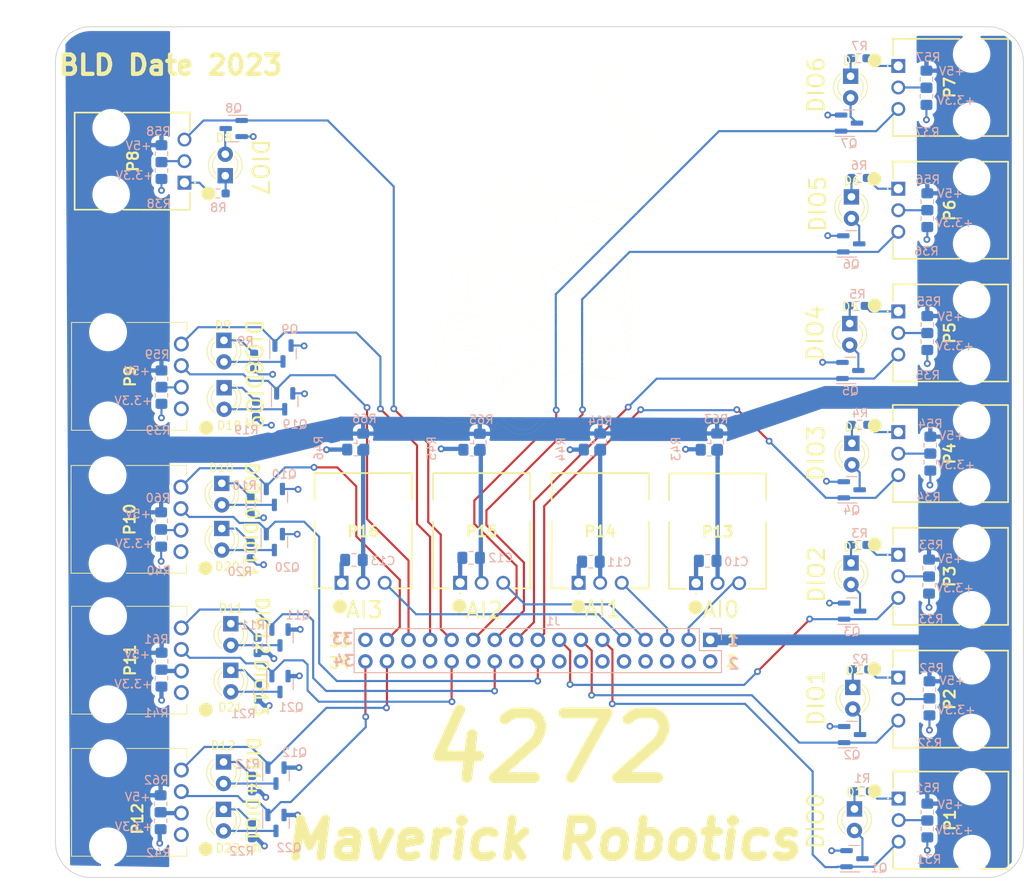
<source format=kicad_pcb>
(kicad_pcb (version 20211014) (generator pcbnew)
  (layers (0 "F.Cu" signal) (1 "In1.Cu" signal) (2 "In2.Cu" signal) (31 "B.Cu" signal) (34 "B.Paste" user) (35 "F.Paste" user) (36 "B.SilkS" user "B.Silkscreen") (37 "F.SilkS" user "F.Silkscreen") (38 "B.Mask" user) (39 "F.Mask" user) (44 "Edge.Cuts" user))
  (net 0 "")
  (net 1 "+5V")
  (net 2 "/AO0")
  (net 3 "/AI0")
  (net 4 "/AO1")
  (net 5 "/AI1")
  (net 6 "GNDA")
  (net 7 "/AI2")
  (net 8 "GND")
  (net 9 "/AI3")
  (net 10 "/UART_RX")
  (net 11 "/DIO0{slash}PWM0")
  (net 12 "/DIO1{slash}PWM1")
  (net 13 "/UART_TX")
  (net 14 "/DIO2{slash}PWM2")
  (net 15 "/DIO3{slash}PWM3")
  (net 16 "/DIO11{slash}PWM7")
  (net 17 "/DIO4{slash}SPI_CS")
  (net 18 "/DIO5{slash}SPI_CLK")
  (net 19 "/DIO12{slash}PWM8")
  (net 20 "/DIO6{slash}SPI_MISO")
  (net 21 "/DIO7{slash}SPI_MOSI")
  (net 22 "/DIO13{slash}PWM9")
  (net 23 "/DIO8{slash}PWM4")
  (net 24 "/DIO9{slash}PWM5")
  (net 25 "/DIO10{slash}PWM6")
  (net 26 "/DIO14{slash}I2C_SCL")
  (net 27 "+3.3V")
  (net 28 "/DIO15{slash}I2C_SDA")
  (net 29 "Net-(D1-Pad1)")
  (net 30 "Net-(D1-Pad2)")
  (net 31 "Net-(D2-Pad1)")
  (net 32 "Net-(D2-Pad2)")
  (net 33 "Net-(D3-Pad1)")
  (net 34 "Net-(D3-Pad2)")
  (net 35 "Net-(D4-Pad1)")
  (net 36 "Net-(D4-Pad2)")
  (net 37 "Net-(D5-Pad1)")
  (net 38 "Net-(D5-Pad2)")
  (net 39 "Net-(D6-Pad1)")
  (net 40 "Net-(D6-Pad2)")
  (net 41 "Net-(D7-Pad1)")
  (net 42 "Net-(D7-Pad2)")
  (net 43 "Net-(D8-Pad1)")
  (net 44 "Net-(D8-Pad2)")
  (net 45 "Net-(D9-Pad1)")
  (net 46 "Net-(D9-Pad2)")
  (net 47 "Net-(D10-Pad1)")
  (net 48 "Net-(D10-Pad2)")
  (net 49 "Net-(D11-Pad1)")
  (net 50 "Net-(D11-Pad2)")
  (net 51 "Net-(D12-Pad1)")
  (net 52 "Net-(D12-Pad2)")
  (net 53 "Net-(D19-Pad1)")
  (net 54 "Net-(D19-Pad2)")
  (net 55 "Net-(D20-Pad1)")
  (net 56 "Net-(D20-Pad2)")
  (net 57 "Net-(D21-Pad1)")
  (net 58 "Net-(D21-Pad2)")
  (net 59 "Net-(D22-Pad1)")
  (net 60 "Net-(D22-Pad2)")
  (net 61 "Net-(P1-Pad2)")
  (net 62 "Net-(P2-Pad2)")
  (net 63 "Net-(P3-Pad2)")
  (net 64 "Net-(P4-Pad2)")
  (net 65 "Net-(P5-Pad2)")
  (net 66 "Net-(P6-Pad2)")
  (net 67 "Net-(P7-Pad2)")
  (net 68 "Net-(P8-Pad2)")
  (net 69 "Net-(P9-Pad2)")
  (net 70 "Net-(P10-Pad2)")
  (net 71 "Net-(P11-Pad2)")
  (net 72 "Net-(P12-Pad2)")
  (net 73 "Net-(P13-Pad2)")
  (net 74 "Net-(P14-Pad2)")
  (net 75 "Net-(P15-Pad2)")
  (net 76 "Net-(P16-Pad2)")
  (footprint "LED_THT:LED_D3.0mm" (layer "F.Cu") (at 97.3328 126.4412 -90)
    (fp_text reference "D22")
    (fp_text value "Red")
  )
  (footprint "LED_THT:LED_D3.0mm" (layer "F.Cu") (at 171.2468 39.9796 -90)
    (fp_text reference "D7")
    (fp_text value "Green")
  )
  (footprint "Library Loader:705550037" (layer "F.Cu") (at 111.252 99.7204 180)
    (fp_text reference "P16")
    (fp_text value "70555-0037" hide)
  )
  (footprint "Library Loader:705550037" (layer "F.Cu") (at 176.8693 81.9404 90)
    (fp_text reference "P4")
    (fp_text value "70555-0037" hide)
  )
  (footprint "Library Loader:705550037" (layer "F.Cu") (at 176.911 125.1712 90)
    (fp_text reference "P1")
    (fp_text value "70555-0037" hide)
  )
  (footprint "Library Loader:705550037" (layer "F.Cu") (at 176.8693 53.2384 90)
    (fp_text reference "P6")
    (fp_text value "70555-0037" hide)
  )
  (footprint "" (layer "F.Cu") (at 159.0676 38.648 180)
    (fp_text reference "")
    (fp_text value "")
  )
  (footprint "LED_THT:LED_D3.0mm" (layer "F.Cu") (at 171.704 126.3904 -90)
    (fp_text reference "D1")
    (fp_text value "Green")
  )
  (footprint "Library Loader:705550038" (layer "F.Cu") (at 92.3584 129.42 -90)
    (fp_text reference "P12")
    (fp_text value "70555-0038" hide)
  )
  (footprint "LED_THT:LED_D3.0mm" (layer "F.Cu") (at 97.3988 76.7126 -90)
    (fp_text reference "D19")
    (fp_text value "Red")
  )
  (footprint "Library Loader:705550037" (layer "F.Cu") (at 125.222 99.7204 180)
    (fp_text reference "P15")
    (fp_text value "70555-0037" hide)
  )
  (footprint "LED_THT:LED_D3.0mm" (layer "F.Cu") (at 98.1964 104.5414 -90)
    (fp_text reference "D11")
    (fp_text value "Green")
  )
  (footprint "Library Loader:705550038" (layer "F.Cu") (at 92.3584 79.1788 -90)
    (fp_text reference "P9")
    (fp_text value "70555-0038" hide)
  )
  (footprint "Library Loader:705550037" (layer "F.Cu") (at 139.192 99.7204 180)
    (fp_text reference "P14")
    (fp_text value "70555-0037" hide)
  )
  (footprint "LED_THT:LED_D3.0mm" (layer "F.Cu") (at 97.536 51.7144 90)
    (fp_text reference "D8")
    (fp_text value "Green")
  )
  (footprint "LED_THT:LED_D3.0mm" (layer "F.Cu") (at 171.3992 83.2612 -90)
    (fp_text reference "D4")
    (fp_text value "Green")
  )
  (footprint "LED_THT:LED_D3.0mm" (layer "F.Cu") (at 171.1452 69.1388 -90)
    (fp_text reference "D5")
    (fp_text value "Green")
  )
  (footprint "LED_THT:LED_D3.0mm" (layer "F.Cu") (at 97.1296 87.9856 -90)
    (fp_text reference "D10")
    (fp_text value "Green")
  )
  (footprint "LED_THT:LED_D3.0mm" (layer "F.Cu") (at 171.3484 54.2036 -90)
    (fp_text reference "D6")
    (fp_text value "Green")
  )
  (footprint "Library Loader:705550037" (layer "F.Cu") (at 92.7263 52.5272 -90)
    (fp_text reference "P8")
    (fp_text value "70555-0037" hide)
  )
  (footprint "LED_THT:LED_D3.0mm" (layer "F.Cu") (at 98.1964 110.0278 -90)
    (fp_text reference "D21")
    (fp_text value "Red")
  )
  (footprint "" (layer "F.Cu") (at 109.8042 38.6334 180)
    (fp_text reference "")
    (fp_text value "")
  )
  (footprint "LED_THT:LED_D3.0mm" (layer "F.Cu") (at 97.3328 120.8532 -90)
    (fp_text reference "D12")
    (fp_text value "Green")
  )
  (footprint "Library Loader:705550037" (layer "F.Cu") (at 176.8693 67.7164 90)
    (fp_text reference "P5")
    (fp_text value "70555-0037" hide)
  )
  (footprint "Library Loader:705550037" (layer "F.Cu") (at 176.8693 38.7604 90)
    (fp_text reference "P7")
    (fp_text value "70555-0037" hide)
  )
  (footprint "LED_THT:LED_D3.0mm" (layer "F.Cu") (at 97.3836 71.12 -90)
    (fp_text reference "D9")
    (fp_text value "Green")
  )
  (footprint "LED_THT:LED_D3.0mm" (layer "F.Cu") (at 171.2976 97.3836 -90)
    (fp_text reference "D3")
    (fp_text value "Green")
  )
  (footprint "Library Loader:705550037" (layer "F.Cu") (at 176.8693 96.4184 90)
    (fp_text reference "P3")
    (fp_text value "70555-0037" hide)
  )
  (footprint "Library Loader:705550038" (layer "F.Cu") (at 92.3076 96.0444 -90)
    (fp_text reference "P10")
    (fp_text value "70555-0038" hide)
  )
  (footprint "Library Loader:705550037" (layer "F.Cu") (at 153.032 99.7672 180)
    (fp_text reference "P13")
    (fp_text value "70555-0037" hide)
  )
  (footprint "LED_THT:LED_D3.0mm" (layer "F.Cu") (at 171.5008 112.0648 -90)
    (fp_text reference "D2")
    (fp_text value "Green")
  )
  (footprint "Library Loader:705550038" (layer "F.Cu") (at 92.3584 112.656 -90)
    (fp_text reference "P11")
    (fp_text value "70555-0038" hide)
  )
  (footprint "LED_THT:LED_D3.0mm" (layer "F.Cu") (at 97.1296 93.3196 -90)
    (fp_text reference "D20")
    (fp_text value "Red")
  )
  (footprint "Library Loader:705550037" (layer "F.Cu") (at 176.8693 110.8964 90)
    (fp_text reference "P2")
    (fp_text value "70555-0037" hide)
  )
  (footprint "Package_TO_SOT_SMD:SOT-23" (layer "B.Cu") (at 103.3272 94.9175 -90)
    (fp_text reference "Q20")
    (fp_text value "DMP200K")
  )
  (footprint "Resistor_SMD:R_0805_2012Metric_Pad1.20x1.40mm_HandSolder" (layer "B.Cu") (at 90.0176 75.676 -90)
    (fp_text reference "R59")
    (fp_text value "0")
  )
  (footprint "Package_TO_SOT_SMD:SOT-23" (layer "B.Cu") (at 98.5289 46.1416 180)
    (fp_text reference "Q8")
    (fp_text value "DMP200K")
  )
  (footprint "Capacitor_SMD:C_0805_2012Metric_Pad1.18x1.45mm_HandSolder" (layer "B.Cu") (at 154.4027 97.1296)
    (fp_text reference "C10")
    (fp_text value "47uF")
  )
  (footprint "Capacitor_SMD:C_0805_2012Metric_Pad1.18x1.45mm_HandSolder" (layer "B.Cu") (at 112.7037 97.028)
    (fp_text reference "C13")
    (fp_text value "47uF")
  )
  (footprint "Resistor_SMD:R_0603_1608Metric_Pad0.98x0.95mm_HandSolder" (layer "B.Cu") (at 172.4171 109.9312)
    (fp_text reference "R2")
    (fp_text value "681")
  )
  (footprint "Resistor_SMD:R_0603_1608Metric_Pad0.98x0.95mm_HandSolder" (layer "B.Cu") (at 100.6856 123.3932 -90)
    (fp_text reference "R12")
    (fp_text value "681")
  )
  (footprint "Resistor_SMD:R_0805_2012Metric_Pad1.20x1.40mm_HandSolder" (layer "B.Cu") (at 141.732 83.1088 90)
    (fp_text reference "R64")
    (fp_text value "0")
  )
  (footprint "Resistor_SMD:R_0805_2012Metric_Pad1.20x1.40mm_HandSolder" (layer "B.Cu") (at 89.916 125.778 -90)
    (fp_text reference "R62")
    (fp_text value "0")
  )
  (footprint "Capacitor_SMD:C_0805_2012Metric_Pad1.18x1.45mm_HandSolder" (layer "B.Cu") (at 126.5213 96.774)
    (fp_text reference "C12")
    (fp_text value "47uF")
  )
  (footprint "Package_TO_SOT_SMD:SOT-23" (layer "B.Cu") (at 103.3272 89.5881 -90)
    (fp_text reference "Q10")
    (fp_text value "DMP200K")
  )
  (footprint "Package_TO_SOT_SMD:SOT-23" (layer "B.Cu") (at 171.0667 45.5016)
    (fp_text reference "Q7")
    (fp_text value "DMP200K")
  )
  (footprint "Package_TO_SOT_SMD:SOT-23" (layer "B.Cu") (at 171.2237 74.676)
    (fp_text reference "Q5")
    (fp_text value "DMP200K")
  )
  (footprint "Resistor_SMD:R_0603_1608Metric_Pad0.98x0.95mm_HandSolder" (layer "B.Cu") (at 100.9396 73.6092 -90)
    (fp_text reference "R9")
    (fp_text value "681")
  )
  (footprint "Resistor_SMD:R_0805_2012Metric_Pad1.20x1.40mm_HandSolder" (layer "B.Cu") (at 180.1876 42.3512 -90)
    (fp_text reference "R37")
    (fp_text value "0")
  )
  (footprint "Resistor_SMD:R_0805_2012Metric_Pad1.20x1.40mm_HandSolder" (layer "B.Cu") (at 140.8016 84.0072 180)
    (fp_text reference "R44")
    (fp_text value "0")
  )
  (footprint "Package_TO_SOT_SMD:SOT-23" (layer "B.Cu") (at 171.4223 103.058)
    (fp_text reference "Q3")
    (fp_text value "DMP200K")
  )
  (footprint "Resistor_SMD:R_0805_2012Metric_Pad1.20x1.40mm_HandSolder" (layer "B.Cu") (at 90.0364 108.9632 -90)
    (fp_text reference "R61")
    (fp_text value "0")
  )
  (footprint "Resistor_SMD:R_0805_2012Metric_Pad1.20x1.40mm_HandSolder" (layer "B.Cu") (at 180.2892 56.7596 -90)
    (fp_text reference "R36")
    (fp_text value "0")
  )
  (footprint "Package_TO_SOT_SMD:SOT-23" (layer "B.Cu") (at 103.9876 111.6584 -90)
    (fp_text reference "Q21")
    (fp_text value "DMP200K")
  )
  (footprint "Resistor_SMD:R_0805_2012Metric_Pad1.20x1.40mm_HandSolder" (layer "B.Cu") (at 180.6448 85.4804 -90)
    (fp_text reference "R34")
    (fp_text value "0")
  )
  (footprint "Resistor_SMD:R_0805_2012Metric_Pad1.20x1.40mm_HandSolder" (layer "B.Cu") (at 180.5432 112.3348 90)
    (fp_text reference "R52")
    (fp_text value "0")
  )
  (footprint "Package_TO_SOT_SMD:SOT-23" (layer "B.Cu") (at 103.5152 122.4557 -90)
    (fp_text reference "Q12")
    (fp_text value "DMP200K")
  )
  (footprint "Resistor_SMD:R_0805_2012Metric_Pad1.20x1.40mm_HandSolder" (layer "B.Cu") (at 89.916 127.778 90)
    (fp_text reference "R42")
    (fp_text value "0")
  )
  (footprint "Package_TO_SOT_SMD:SOT-23" (layer "B.Cu") (at 104.5464 78.3105 -90)
    (fp_text reference "Q19")
    (fp_text value "DMP200K")
  )
  (footprint "Resistor_SMD:R_0603_1608Metric_Pad0.98x0.95mm_HandSolder" (layer "B.Cu") (at 101.346 107.0864 -90)
    (fp_text reference "R11")
    (fp_text value "681")
  )
  (footprint "Resistor_SMD:R_0805_2012Metric_Pad1.20x1.40mm_HandSolder" (layer "B.Cu") (at 180.4924 99.9904 -90)
    (fp_text reference "R33")
    (fp_text value "0")
  )
  (footprint "Resistor_SMD:R_0805_2012Metric_Pad1.20x1.40mm_HandSolder" (layer "B.Cu") (at 90.0176 110.9632 90)
    (fp_text reference "R41")
    (fp_text value "0")
  )
  (footprint "Resistor_SMD:R_0805_2012Metric_Pad1.20x1.40mm_HandSolder" (layer "B.Cu") (at 180.1876 40.3192 90)
    (fp_text reference "R57")
    (fp_text value "0")
  )
  (footprint "Resistor_SMD:R_0805_2012Metric_Pad1.20x1.40mm_HandSolder" (layer "B.Cu") (at 180.2892 126.762 90)
    (fp_text reference "R51")
    (fp_text value "0")
  )
  (footprint "Package_TO_SOT_SMD:SOT-23" (layer "B.Cu") (at 171.3761 88.7476)
    (fp_text reference "Q4")
    (fp_text value "DMP200K")
  )
  (footprint "Resistor_SMD:R_0603_1608Metric_Pad0.98x0.95mm_HandSolder" (layer "B.Cu") (at 172.6165 124.3076)
    (fp_text reference "R1")
    (fp_text value "681")
  )
  (footprint "Resistor_SMD:R_0603_1608Metric_Pad0.98x0.95mm_HandSolder" (layer "B.Cu") (at 101.3968 112.5728 -90)
    (fp_text reference "R21")
    (fp_text value "681")
  )
  (footprint "Resistor_SMD:R_0603_1608Metric_Pad0.98x0.95mm_HandSolder" (layer "B.Cu") (at 172.2101 95.25)
    (fp_text reference "R3")
    (fp_text value "681")
  )
  (footprint "Resistor_SMD:R_0603_1608Metric_Pad0.98x0.95mm_HandSolder" (layer "B.Cu") (at 100.5332 90.5275 -90)
    (fp_text reference "R10")
    (fp_text value "681")
  )
  (footprint "Resistor_SMD:R_0805_2012Metric_Pad1.20x1.40mm_HandSolder" (layer "B.Cu") (at 126.6096 84.0232 180)
    (fp_text reference "R45")
    (fp_text value "0")
  )
  (footprint "Resistor_SMD:R_0805_2012Metric_Pad1.20x1.40mm_HandSolder" (layer "B.Cu") (at 113.792 83.1248 90)
    (fp_text reference "R66")
    (fp_text value "0")
  )
  (footprint "Package_TO_SOT_SMD:SOT-23" (layer "B.Cu") (at 171.4223 117.6172)
    (fp_text reference "Q2")
    (fp_text value "DMP200K")
  )
  (footprint "Resistor_SMD:R_0805_2012Metric_Pad1.20x1.40mm_HandSolder" (layer "B.Cu") (at 90.0176 77.6064 90)
    (fp_text reference "R39")
    (fp_text value "0")
  )
  (footprint "Capacitor_SMD:C_0805_2012Metric_Pad1.18x1.45mm_HandSolder" (layer "B.Cu") (at 140.6359 97.2312)
    (fp_text reference "C11")
    (fp_text value "47uF")
  )
  (footprint "Package_TO_SOT_SMD:SOT-23" (layer "B.Cu") (at 103.5152 128.0391 -90)
    (fp_text reference "Q22")
    (fp_text value "DMP200K")
  )
  (footprint "Resistor_SMD:R_0805_2012Metric_Pad1.20x1.40mm_HandSolder" (layer "B.Cu") (at 180.2892 69.2564 90)
    (fp_text reference "R55")
    (fp_text value "0")
  )
  (footprint "Connector_PinSocket_2.54mm:PinSocket_2x17_P2.54mm_Vertical" (layer "B.Cu") (at 154.6976 106.448 90)
    (fp_text reference "J1")
    (fp_text value "Conn_02x17_Odd_Even")
  )
  (footprint "Package_TO_SOT_SMD:SOT-23" (layer "B.Cu") (at 171.3253 59.7408)
    (fp_text reference "Q6")
    (fp_text value "DMP200K")
  )
  (footprint "Resistor_SMD:R_0805_2012Metric_Pad1.20x1.40mm_HandSolder" (layer "B.Cu") (at 90.0176 49.1076 90)
    (fp_text reference "R58")
    (fp_text value "0")
  )
  (footprint "Resistor_SMD:R_0603_1608Metric_Pad0.98x0.95mm_HandSolder" (layer "B.Cu") (at 96.6705 53.7972 180)
    (fp_text reference "R8")
    (fp_text value "681")
  )
  (footprint "Resistor_SMD:R_0805_2012Metric_Pad1.20x1.40mm_HandSolder" (layer "B.Cu") (at 89.9804 94.4532 90)
    (fp_text reference "R40")
    (fp_text value "0")
  )
  (footprint "Resistor_SMD:R_0805_2012Metric_Pad1.20x1.40mm_HandSolder" (layer "B.Cu") (at 89.9804 92.4024 -90)
    (fp_text reference "R60")
    (fp_text value "0")
  )
  (footprint "Resistor_SMD:R_0805_2012Metric_Pad1.20x1.40mm_HandSolder" (layer "B.Cu") (at 127.54 83.1436 90)
    (fp_text reference "R65")
    (fp_text value "0")
  )
  (footprint "Package_TO_SOT_SMD:SOT-23" (layer "B.Cu") (at 104.3432 72.6717 -90)
    (fp_text reference "Q9")
    (fp_text value "DMP200K")
  )
  (footprint "Resistor_SMD:R_0805_2012Metric_Pad1.20x1.40mm_HandSolder" (layer "B.Cu") (at 180.5432 114.3508 -90)
    (fp_text reference "R32")
    (fp_text value "0")
  )
  (footprint "Resistor_SMD:R_0805_2012Metric_Pad1.20x1.40mm_HandSolder" (layer "B.Cu") (at 90.0176 51.0888 -90)
    (fp_text reference "R38")
    (fp_text value "0")
  )
  (footprint "Resistor_SMD:R_0603_1608Metric_Pad0.98x0.95mm_HandSolder" (layer "B.Cu") (at 100.5332 95.9085 -90)
    (fp_text reference "R20")
    (fp_text value "681")
  )
  (footprint "Resistor_SMD:R_0603_1608Metric_Pad0.98x0.95mm_HandSolder" (layer "B.Cu") (at 100.6856 128.9304 -90)
    (fp_text reference "R22")
    (fp_text value "681")
  )
  (footprint "Resistor_SMD:R_0805_2012Metric_Pad1.20x1.40mm_HandSolder" (layer "B.Cu") (at 112.9124 84.0044 180)
    (fp_text reference "R46")
    (fp_text value "0")
  )
  (footprint "Resistor_SMD:R_0603_1608Metric_Pad0.98x0.95mm_HandSolder" (layer "B.Cu") (at 101.158 79.2526 -90)
    (fp_text reference "R19")
    (fp_text value "681")
  )
  (footprint "Resistor_SMD:R_0603_1608Metric_Pad0.98x0.95mm_HandSolder" (layer "B.Cu") (at 172.0069 67.056)
    (fp_text reference "R5")
    (fp_text value "681")
  )
  (footprint "Resistor_SMD:R_0805_2012Metric_Pad1.20x1.40mm_HandSolder" (layer "B.Cu") (at 180.2892 128.7432 -90)
    (fp_text reference "R31")
    (fp_text value "0")
  )
  (footprint "Package_TO_SOT_SMD:SOT-23" (layer "B.Cu") (at 171.704 132.2555)
    (fp_text reference "Q1")
    (fp_text value "DMP200K")
  )
  (footprint "Resistor_SMD:R_0603_1608Metric_Pad0.98x0.95mm_HandSolder" (layer "B.Cu") (at 172.2101 37.846)
    (fp_text reference "R7")
    (fp_text value "681")
  )
  (footprint "Package_TO_SOT_SMD:SOT-23" (layer "B.Cu") (at 103.9876 106.172 -90)
    (fp_text reference "Q11")
    (fp_text value "DMP200K")
  )
  (footprint "Resistor_SMD:R_0805_2012Metric_Pad1.20x1.40mm_HandSolder" (layer "B.Cu") (at 180.2892 54.7784 90)
    (fp_text reference "R56")
    (fp_text value "0")
  )
  (footprint "Resistor_SMD:R_0805_2012Metric_Pad1.20x1.40mm_HandSolder" (layer "B.Cu") (at 154.5844 84.0232 180)
    (fp_text reference "R43")
    (fp_text value "0")
  )
  (footprint "Resistor_SMD:R_0603_1608Metric_Pad0.98x0.95mm_HandSolder" (layer "B.Cu") (at 172.2609 51.9684)
    (fp_text reference "R6")
    (fp_text value "681")
  )
  (footprint "Resistor_SMD:R_0805_2012Metric_Pad1.20x1.40mm_HandSolder" (layer "B.Cu") (at 180.4924 97.9772 90)
    (fp_text reference "R53")
    (fp_text value "0")
  )
  (footprint "Resistor_SMD:R_0805_2012Metric_Pad1.20x1.40mm_HandSolder" (layer "B.Cu") (at 180.6448 83.4804 90)
    (fp_text reference "R54")
    (fp_text value "0")
  )
  (footprint "Resistor_SMD:R_0603_1608Metric_Pad0.98x0.95mm_HandSolder" (layer "B.Cu") (at 172.3117 81.0768)
    (fp_text reference "R4")
    (fp_text value "681")
  )
  (footprint "Resistor_SMD:R_0805_2012Metric_Pad1.20x1.40mm_HandSolder" (layer "B.Cu") (at 180.2892 71.2564 -90)
    (fp_text reference "R35")
    (fp_text value "0")
  )
  (footprint "Resistor_SMD:R_0805_2012Metric_Pad1.20x1.40mm_HandSolder" (layer "B.Cu") (at 155.5148 83.1088 90)
    (fp_text reference "R63")
    (fp_text value "0")
  )
  (gr_line (start 146.948786 56.580898) (end 146.921232 56.660288) (layer "F.SilkS") (width 0.0056))
  (gr_line (start 142.507397 74.848815) (end 142.850549 74.787167) (layer "F.SilkS") (width 0.0056))
  (gr_line (start 135.057729 67.481165) (end 135.242833 67.200304) (layer "F.SilkS") (width 0.0056))
  (gr_line (start 145.360192 58.769402) (end 145.154995 59.256676) (layer "F.SilkS") (width 0.0056))
  (gr_line (start 132.789695 78.810641) (end 132.665872 78.746567) (layer "F.SilkS") (width 0.0056))
  (gr_line (start 149.933875 53.294315) (end 149.764968 53.81256) (layer "F.SilkS") (width 0.0056))
  (gr_line (start 139.222584 66.759093) (end 139.567913 66.57859) (layer "F.SilkS") (width 0.0056))
  (gr_line (start 128.563099 70.806717) (end 128.947722 70.933959) (layer "F.SilkS") (width 0.0056))
  (gr_line (start 141.385226 53.746565) (end 142.401587 53.337729) (layer "F.SilkS") (width 0.0056))
  (gr_line (start 120.908521 76.995759) (end 120.803772 76.555074) (layer "F.SilkS") (width 0.0056))
  (gr_line (start 140.486658 66.764704) (end 140.526308 66.595473) (layer "F.SilkS") (width 0.0056))
  (gr_line (start 143.999822 67.415463) (end 143.904863 67.212272) (layer "F.SilkS") (width 0.0056))
  (gr_line (start 139.354253 73.902196) (end 139.369558 73.84658) (layer "F.SilkS") (width 0.0056))
  (gr_line (start 129.696895 77.847641) (end 129.568569 77.996061) (layer "F.SilkS") (width 0.0056))
  (gr_line (start 134.535673 69.259197) (end 134.273263 69.280378) (layer "F.SilkS") (width 0.0056))
  (gr_line (start 137.233222 59.230514) (end 136.96421 58.986294) (layer "F.SilkS") (width 0.0056))
  (gr_line (start 135.40049 62.822825) (end 135.332018 62.952498) (layer "F.SilkS") (width 0.0056))
  (gr_line (start 140.001948 64.848496) (end 139.861794 64.7406) (layer "F.SilkS") (width 0.0056))
  (gr_line (start 134.603434 76.611949) (end 134.763669 76.981812) (layer "F.SilkS") (width 0.0056))
  (gr_line (start 128.997319 68.223749) (end 128.585694 68.123649) (layer "F.SilkS") (width 0.0056))
  (gr_line (start 145.042405 69.825186) (end 144.949854 69.954744) (layer "F.SilkS") (width 0.0056))
  (gr_line (start 122.277731 58.583028) (end 122.628902 58.839631) (layer "F.SilkS") (width 0.0056))
  (gr_line (start 145.401567 57.503388) (end 145.597792 57.586049) (layer "F.SilkS") (width 0.0056))
  (gr_line (start 139.54053 71.498481) (end 139.53786 71.57272) (layer "F.SilkS") (width 0.0056))
  (gr_line (start 143.999755 67.415475) (end 144.004258 67.601261) (layer "F.SilkS") (width 0.0056))
  (gr_line (start 126.08949 61.246446) (end 125.961522 61.390767) (layer "F.SilkS") (width 0.0056))
  (gr_line (start 144.638957 71.031631) (end 144.638957 71.031631) (layer "F.SilkS") (width 0.0056))
  (gr_line (start 147.496387 51.504565) (end 146.249885 51.590698) (layer "F.SilkS") (width 0.0056))
  (gr_line (start 136.047483 52.5561) (end 136.081791 52.599966) (layer "F.SilkS") (width 0.0056))
  (gr_line (start 146.322268 68.468555) (end 146.297126 69.342084) (layer "F.SilkS") (width 0.0056))
  (gr_line (start 130.70916 67.074652) (end 130.659765 67.209378) (layer "F.SilkS") (width 0.0056))
  (gr_line (start 129.322166 73.888972) (end 128.926587 73.905132) (layer "F.SilkS") (width 0.0056))
  (gr_line (start 134.030943 67.958653) (end 134.301051 67.629449) (layer "F.SilkS") (width 0.0056))
  (gr_line (start 148.255263 48.049176) (end 148.146718 47.873998) (layer "F.SilkS") (width 0.0056))
  (gr_line (start 126.058097 68.344987) (end 126.412399 68.708338) (layer "F.SilkS") (width 0.0056))
  (gr_line (start 130.26953 52.887192) (end 130.661386 52.596154) (layer "F.SilkS") (width 0.0056))
  (gr_line (start 131.317765 79.561354) (end 131.430567 79.572812) (layer "F.SilkS") (width 0.0056))
  (gr_line (start 134.339856 80.810907) (end 134.561569 80.537603) (layer "F.SilkS") (width 0.0056))
  (gr_line (start 130.693298 55.643374) (end 130.331277 56.039911) (layer "F.SilkS") (width 0.0056))
  (gr_line (start 123.486222 70.474642) (end 123.237365 71.461164) (layer "F.SilkS") (width 0.0056))
  (gr_line (start 136.615565 69.610375) (end 136.61022 69.431634) (layer "F.SilkS") (width 0.0056))
  (gr_line (start 127.451533 68.942296) (end 126.924225 69.047404) (layer "F.SilkS") (width 0.0056))
  (gr_line (start 145.189493 70.808693) (end 145.225985 70.631823) (layer "F.SilkS") (width 0.0056))
  (gr_line (start 127.194439 62.761834) (end 127.484728 62.313437) (layer "F.SilkS") (width 0.0056))
  (gr_line (start 133.829322 70.56499) (end 134.256562 70.741031) (layer "F.SilkS") (width 0.0056))
  (gr_line (start 133.042662 57.344613) (end 133.494207 56.796511) (layer "F.SilkS") (width 0.0056))
  (gr_line (start 124.128356 68.143194) (end 124.050377 68.294504) (layer "F.SilkS") (width 0.0056))
  (gr_line (start 142.58296 65.613009) (end 143.543506 65.692572) (layer "F.SilkS") (width 0.0056))
  (gr_line (start 135.067567 68.840952) (end 135.067567 68.840952) (layer "F.SilkS") (width 0.0056))
  (gr_line (start 143.744268 43.803034) (end 143.971328 43.533232) (layer "F.SilkS") (width 0.0056))
  (gr_line (start 132.235594 57.034124) (end 132.277944 57.168409) (layer "F.SilkS") (width 0.0056))
  (gr_line (start 128.074762 81.089839) (end 128.248804 81.134454) (layer "F.SilkS") (width 0.0056))
  (gr_line (start 140.262026 64.848966) (end 140.3671 64.768557) (layer "F.SilkS") (width 0.0056))
  (gr_line (start 146.29024 57.193677) (end 146.172107 57.359234) (layer "F.SilkS") (width 0.0056))
  (gr_line (start 139.317501 71.368992) (end 138.892223 71.270638) (layer "F.SilkS") (width 0.0056))
  (gr_line (start 142.921631 43.236907) (end 142.895858 43.351448) (layer "F.SilkS") (width 0.0056))
  (gr_line (start 146.297126 69.342084) (end 146.217111 70.202927) (layer "F.SilkS") (width 0.0056))
  (gr_line (start 134.88716 74.63897) (end 135.148697 74.912444) (layer "F.SilkS") (width 0.0056))
  (gr_line (start 123.300538 63.293378) (end 123.504667 62.968948) (layer "F.SilkS") (width 0.0056))
  (gr_line (start 145.252487 56.281908) (end 143.713202 55.740097) (layer "F.SilkS") (width 0.0056))
  (gr_line (start 139.307684 73.480856) (end 138.880523 73.339861) (layer "F.SilkS") (width 0.0056))
  (gr_line (start 134.000909 64.029501) (end 134.391679 64.867134) (layer "F.SilkS") (width 0.0056))
  (gr_line (start 142.701773 66.594218) (end 142.798839 66.74489) (layer "F.SilkS") (width 0.0056))
  (gr_line (start 141.133842 66.22768) (end 140.934923 66.245167) (layer "F.SilkS") (width 0.0056))
  (gr_line (start 124.097273 76.167167) (end 123.82326 75.800972) (layer "F.SilkS") (width 0.0056))
  (gr_line (start 136.651089 71.935651) (end 136.968506 72.021728) (layer "F.SilkS") (width 0.0056))
  (gr_line (start 136.615991 69.437365) (end 136.621338 69.615163) (layer "F.SilkS") (width 0.0056))
  (gr_line (start 141.722784 74.738427) (end 141.327131 74.593994) (layer "F.SilkS") (width 0.0056))
  (gr_line (start 139.821917 67.513383) (end 139.88146 67.385225) (layer "F.SilkS") (width 0.0056))
  (gr_line (start 124.581394 65.02207) (end 124.641226 64.952577) (layer "F.SilkS") (width 0.0056))
  (gr_line (start 125.763838 62.664112) (end 125.633392 62.521132) (layer "F.SilkS") (width 0.0056))
  (gr_line (start 132.419008 59.881164) (end 133.043761 60.363315) (layer "F.SilkS") (width 0.0056))
  (gr_line (start 133.685502 54.601489) (end 133.845985 54.699394) (layer "F.SilkS") (width 0.0056))
  (gr_line (start 136.18957 57.86694) (end 135.9751 57.272586) (layer "F.SilkS") (width 0.0056))
  (gr_line (start 143.40464 65.17725) (end 143.530378 65.088843) (layer "F.SilkS") (width 0.0056))
  (gr_line (start 132.498794 76.98721) (end 132.383705 77.150655) (layer "F.SilkS") (width 0.0056))
  (gr_line (start 144.908019 71.829582) (end 144.902643 72.058143) (layer "F.SilkS") (width 0.0056))
  (gr_line (start 137.193758 55.57115) (end 136.862447 55.751699) (layer "F.SilkS") (width 0.0056))
  (gr_line (start 125.747798 67.541896) (end 125.471881 67.398661) (layer "F.SilkS") (width 0.0056))
  (gr_line (start 131.546963 77.122378) (end 131.899898 76.696965) (layer "F.SilkS") (width 0.0056))
  (gr_line (start 142.285444 42.061904) (end 142.408024 41.807407) (layer "F.SilkS") (width 0.0056))
  (gr_line (start 143.996642 59.275292) (end 144.154359 59.374418) (layer "F.SilkS") (width 0.0056))
  (gr_line (start 139.381641 77.180267) (end 138.850763 77.076856) (layer "F.SilkS") (width 0.0056))
  (gr_line (start 144.764549 59.746103) (end 144.905891 59.638689) (layer "F.SilkS") (width 0.0056))
  (gr_line (start 139.490853 65.279649) (end 139.273019 65.093883) (layer "F.SilkS") (width 0.0056))
  (gr_line (start 143.585866 43.953639) (end 143.673181 43.898069) (layer "F.SilkS") (width 0.0056))
  (gr_line (start 145.260129 68.518609) (end 145.360659 68.955637) (layer "F.SilkS") (width 0.0056))
  (gr_line (start 119.764999 54.973114) (end 119.670486 54.168562) (layer "F.SilkS") (width 0.0056))
  (gr_line (start 126.193295 65.407528) (end 126.161843 65.113992) (layer "F.SilkS") (width 0.0056))
  (gr_line (start 140.446738 64.224472) (end 140.446738 64.224472) (layer "F.SilkS") (width 0.0056))
  (gr_line (start 144.252219 43.886279) (end 144.076861 44.021046) (layer "F.SilkS") (width 0.0056))
  (gr_line (start 124.98533 69.73897) (end 125.357442 69.910588) (layer "F.SilkS") (width 0.0056))
  (gr_line (start 137.643771 70.308688) (end 138.039324 70.348115) (layer "F.SilkS") (width 0.0056))
  (gr_line (start 133.160735 73.822306) (end 132.904728 73.874485) (layer "F.SilkS") (width 0.0056))
  (gr_line (start 123.504667 62.968948) (end 123.791834 62.596661) (layer "F.SilkS") (width 0.0056))
  (gr_line (start 141.297914 35.656248) (end 141.347103 35.837422) (layer "F.SilkS") (width 0.0056))
  (gr_line (start 139.073588 60.175659) (end 139.097914 60.226445) (layer "F.SilkS") (width 0.0056))
  (gr_line (start 139.614122 67.701151) (end 139.729848 67.622321) (layer "F.SilkS") (width 0.0056))
  (gr_line (start 123.091903 63.88055) (end 123.167075 63.590421) (layer "F.SilkS") (width 0.0056))
  (gr_line (start 135.992567 74.100918) (end 135.913128 73.959308) (layer "F.SilkS") (width 0.0056))
  (gr_line (start 122.589101 59.645041) (end 122.094802 59.195157) (layer "F.SilkS") (width 0.0056))
  (gr_line (start 144.47064 58.179967) (end 143.538147 58.032868) (layer "F.SilkS") (width 0.0056))
  (gr_line (start 142.024885 54.314013) (end 141.950188 54.414987) (layer "F.SilkS") (width 0.0056))
  (gr_line (start 129.902776 57.441289) (end 130.108863 57.247489) (layer "F.SilkS") (width 0.0056))
  (gr_line (start 123.769912 60.56504) (end 123.146197 60.101537) (layer "F.SilkS") (width 0.0056))
  (gr_line (start 130.869545 59.194986) (end 131.462219 58.816902) (layer "F.SilkS") (width 0.0056))
  (gr_line (start 146.170085 76.313328) (end 146.110779 76.34031) (layer "F.SilkS") (width 0.0056))
  (gr_line (start 142.418945 75.442461) (end 142.900562 75.520069) (layer "F.SilkS") (width 0.0056))
  (gr_line (start 141.409808 66.838282) (end 141.45106 66.663708) (layer "F.SilkS") (width 0.0056))
  (gr_line (start 138.391282 62.665926) (end 138.382948 62.963555) (layer "F.SilkS") (width 0.0056))
  (gr_line (start 144.112695 71.853848) (end 144.107288 72.092289) (layer "F.SilkS") (width 0.0056))
  (gr_line (start 126.93784 73.380729) (end 127.490257 73.352863) (layer "F.SilkS") (width 0.0056))
  (gr_line (start 124.441179 76.502582) (end 124.097273 76.167167) (layer "F.SilkS") (width 0.0056))
  (gr_line (start 148.46749 52.564313) (end 148.608628 52.476885) (layer "F.SilkS") (width 0.0056))
  (gr_line (start 135.114391 64.063912) (end 134.866809 63.473225) (layer "F.SilkS") (width 0.0056))
  (gr_line (start 133.452701 69.244188) (end 133.220936 69.259589) (layer "F.SilkS") (width 0.0056))
  (gr_line (start 143.583752 53.334176) (end 142.44182 54.015895) (layer "F.SilkS") (width 0.0056))
  (gr_line (start 144.491311 67.150865) (end 144.22309 66.898818) (layer "F.SilkS") (width 0.0056))
  (gr_line (start 136.443856 62.073857) (end 136.63145 62.15624) (layer "F.SilkS") (width 0.0056))
  (gr_line (start 127.450383 71.744168) (end 126.650204 71.822842) (layer "F.SilkS") (width 0.0056))
  (gr_line (start 129.949834 72.074454) (end 129.874311 72.17085) (layer "F.SilkS") (width 0.0056))
  (gr_line (start 123.890139 69.741867) (end 123.95361 69.672481) (layer "F.SilkS") (width 0.0056))
  (gr_line (start 139.336272 60.877241) (end 139.611122 60.703173) (layer "F.SilkS") (width 0.0056))
  (gr_line (start 144.886887 48.926264) (end 144.885453 48.083703) (layer "F.SilkS") (width 0.0056))
  (gr_line (start 125.174028 80.008768) (end 125.273954 80.038162) (layer "F.SilkS") (width 0.0056))
  (gr_line (start 126.220929 70.690344) (end 126.071433 70.554748) (layer "F.SilkS") (width 0.0056))
  (gr_line (start 135.864957 52.533194) (end 136.047483 52.5561) (layer "F.SilkS") (width 0.0056))
  (gr_line (start 127.499287 63.293765) (end 127.385524 63.636053) (layer "F.SilkS") (width 0.0056))
  (gr_line (start 128.080296 72.896188) (end 128.064493 73.015307) (layer "F.SilkS") (width 0.0056))
  (gr_line (start 123.913269 59.84029) (end 124.098237 59.895963) (layer "F.SilkS") (width 0.0056))
  (gr_line (start 142.585824 61.919127) (end 142.530204 61.584885) (layer "F.SilkS") (width 0.0056))
  (gr_line (start 137.98147 70.809136) (end 138.348786 70.73342) (layer "F.SilkS") (width 0.0056))
  (gr_line (start 140.621019 66.443107) (end 140.526335 66.59547) (layer "F.SilkS") (width 0.0056))
  (gr_line (start 140.274727 60.448923) (end 140.665408 60.375299) (layer "F.SilkS") (width 0.0056))
  (gr_line (start 130.859714 65.220241) (end 130.507789 65.647896) (layer "F.SilkS") (width 0.0056))
  (gr_line (start 120.583746 54.603079) (end 120.719696 55.273659) (layer "F.SilkS") (width 0.0056))
  (gr_line (start 137.640895 55.456706) (end 137.193758 55.57115) (layer "F.SilkS") (width 0.0056))
  (gr_line (start 141.434774 56.740369) (end 140.912378 56.454468) (layer "F.SilkS") (width 0.0056))
  (gr_line (start 136.862447 55.751699) (end 136.637319 55.987993) (layer "F.SilkS") (width 0.0056))
  (gr_line (start 145.597792 57.586049) (end 145.803627 57.576506) (layer "F.SilkS") (width 0.0056))
  (gr_line (start 141.823074 66.078491) (end 142.201966 66.098332) (layer "F.SilkS") (width 0.0056))
  (gr_line (start 132.714964 56.202233) (end 132.785855 56.074663) (layer "F.SilkS") (width 0.0056))
  (gr_line (start 135.881895 52.892568) (end 135.554746 53.048572) (layer "F.SilkS") (width 0.0056))
  (gr_line (start 131.529027 68.285197) (end 131.260413 68.197942) (layer "F.SilkS") (width 0.0056))
  (gr_line (start 145.359695 57.030115) (end 145.447436 56.871046) (layer "F.SilkS") (width 0.0056))
  (gr_line (start 143.487328 43.973825) (end 143.585866 43.953639) (layer "F.SilkS") (width 0.0056))
  (gr_line (start 126.726118 63.629611) (end 126.751665 63.615492) (layer "F.SilkS") (width 0.0056))
  (gr_line (start 144.965703 69.16784) (end 145.065489 69.306135) (layer "F.SilkS") (width 0.0056))
  (gr_line (start 137.902635 59.717601) (end 137.866075 59.865987) (layer "F.SilkS") (width 0.0056))
  (gr_line (start 142.571609 66.152593) (end 142.199847 66.1016) (layer "F.SilkS") (width 0.0056))
  (gr_line (start 137.946317 62.343551) (end 137.938831 62.520148) (layer "F.SilkS") (width 0.0056))
  (gr_line (start 125.129753 62.449884) (end 125.008799 62.528426) (layer "F.SilkS") (width 0.0056))
  (gr_line (start 144.638957 71.031631) (end 144.823567 71.098712) (layer "F.SilkS") (width 0.0056))
  (gr_line (start 144.684811 68.061022) (end 144.521346 67.937927) (layer "F.SilkS") (width 0.0056))
  (gr_line (start 134.622682 66.168203) (end 134.539472 66.457852) (layer "F.SilkS") (width 0.0056))
  (gr_line (start 126.082046 72.220148) (end 126.617314 72.238427) (layer "F.SilkS") (width 0.0056))
  (gr_line (start 130.961484 57.973593) (end 130.961484 57.973593) (layer "F.SilkS") (width 0.0056))
  (gr_line (start 145.611383 57.752856) (end 145.957846 57.656437) (layer "F.SilkS") (width 0.0056))
  (gr_line (start 143.936448 67.759762) (end 143.814473 67.881099) (layer "F.SilkS") (width 0.0056))
  (gr_line (start 122.628902 58.839631) (end 123.153801 59.265529) (layer "F.SilkS") (width 0.0056))
  (gr_line (start 137.604986 68.371549) (end 137.438113 68.720821) (layer "F.SilkS") (width 0.0056))
  (gr_line (start 125.477743 67.398658) (end 125.753661 67.541892) (layer "F.SilkS") (width 0.0056))
  (gr_line (start 138.221158 64.533004) (end 138.181084 64.44713) (layer "F.SilkS") (width 0.0056))
  (gr_line (start 129.615266 64.960848) (end 129.830051 65.075345) (layer "F.SilkS") (width 0.0056))
  (gr_line (start 148.313349 48.338511) (end 148.310516 48.202849) (layer "F.SilkS") (width 0.0056))
  (gr_line (start 144.611402 62.103875) (end 144.744399 62.481012) (layer "F.SilkS") (width 0.0056))
  (gr_line (start 141.317817 66.987184) (end 141.409808 66.838282) (layer "F.SilkS") (width 0.0056))
  (gr_line (start 139.437482 71.65098) (end 139.53218 71.566987) (layer "F.SilkS") (width 0.0056))
  (gr_line (start 139.436468 67.04715) (end 139.592084 67.008608) (layer "F.SilkS") (width 0.0056))
  (gr_line (start 145.352374 45.744228) (end 145.45961 45.505967) (layer "F.SilkS") (width 0.0056))
  (gr_line (start 141.655338 40.386677) (end 141.731996 40.273539) (layer "F.SilkS") (width 0.0056))
  (gr_line (start 144.159095 73.526059) (end 144.570317 72.92559) (layer "F.SilkS") (width 0.0056))
  (gr_line (start 143.537747 65.69247) (end 142.579327 65.61075) (layer "F.SilkS") (width 0.0056))
  (gr_line (start 139.090298 61.89632) (end 139.007594 61.722036) (layer "F.SilkS") (width 0.0056))
  (gr_line (start 138.348786 70.73342) (end 138.512069 70.631897) (layer "F.SilkS") (width 0.0056))
  (gr_line (start 137.938873 62.520016) (end 137.946362 62.343409) (layer "F.SilkS") (width 0.0056))
  (gr_line (start 141.19417 57.268453) (end 141.929154 57.602207) (layer "F.SilkS") (width 0.0056))
  (gr_line (start 145.052467 40.073255) (end 144.995388 40.200943) (layer "F.SilkS") (width 0.0056))
  (gr_line (start 145.259129 68.523395) (end 145.118823 68.124312) (layer "F.SilkS") (width 0.0056))
  (gr_line (start 145.018434 38.143761) (end 144.983874 38.225185) (layer "F.SilkS") (width 0.0056))
  (gr_line (start 144.104798 72.092285) (end 144.111272 71.853846) (layer "F.SilkS") (width 0.0056))
  (gr_line (start 145.587209 47.353197) (end 145.751477 47.23813) (layer "F.SilkS") (width 0.0056))
  (gr_line (start 144.570317 72.92559) (end 144.906943 72.293265) (layer "F.SilkS") (width 0.0056))
  (gr_line (start 142.700703 57.84725) (end 143.538118 58.030332) (layer "F.SilkS") (width 0.0056))
  (gr_line (start 146.008881 75.939891) (end 146.170085 76.313328) (layer "F.SilkS") (width 0.0056))
  (gr_line (start 138.52769 73.161233) (end 138.230973 72.957067) (layer "F.SilkS") (width 0.0056))
  (gr_line (start 125.253972 68.914788) (end 124.676375 68.699287) (layer "F.SilkS") (width 0.0056))
  (gr_line (start 148.310516 48.202849) (end 148.255263 48.049176) (layer "F.SilkS") (width 0.0056))
  (gr_line (start 124.393753 70.453132) (end 124.1147 70.207869) (layer "F.SilkS") (width 0.0056))
  (gr_line (start 144.478274 39.28616) (end 144.877019 39.517073) (layer "F.SilkS") (width 0.0056))
  (gr_line (start 140.613159 67.097578) (end 140.822757 67.165611) (layer "F.SilkS") (width 0.0056))
  (gr_line (start 147.06999 48.26473) (end 146.904097 48.161471) (layer "F.SilkS") (width 0.0056))
  (gr_line (start 125.652537 70.126964) (end 126.068128 70.551517) (layer "F.SilkS") (width 0.0056))
  (gr_line (start 132.08494 75.02358) (end 131.709092 75.360929) (layer "F.SilkS") (width 0.0056))
  (gr_line (start 130.697684 78.136987) (end 131.155051 77.607605) (layer "F.SilkS") (width 0.0056))
  (gr_line (start 134.273263 69.280378) (end 133.715917 69.254661) (layer "F.SilkS") (width 0.0056))
  (gr_line (start 138.181084 64.44713) (end 138.101241 64.36785) (layer "F.SilkS") (width 0.0056))
  (gr_line (start 135.42075 62.680486) (end 135.385827 62.419723) (layer "F.SilkS") (width 0.0056))
  (gr_line (start 127.881927 73.273923) (end 128.002577 73.14143) (layer "F.SilkS") (width 0.0056))
  (gr_line (start 127.310421 63.982877) (end 127.269927 64.328088) (layer "F.SilkS") (width 0.0056))
  (gr_line (start 136.053935 55.50566) (end 136.162912 55.341415) (layer "F.SilkS") (width 0.0056))
  (gr_line (start 137.79252 58.915918) (end 137.495977 58.644753) (layer "F.SilkS") (width 0.0056))
  (gr_line (start 136.598533 53.865763) (end 136.4749 53.980828) (layer "F.SilkS") (width 0.0056))
  (gr_line (start 124.13151 63.645265) (end 124.553193 63.055123) (layer "F.SilkS") (width 0.0056))
  (gr_line (start 144.862503 40.861067) (end 144.284117 40.555479) (layer "F.SilkS") (width 0.0056))
  (gr_line (start 134.763669 76.981812) (end 134.84015 77.383227) (layer "F.SilkS") (width 0.0056))
  (gr_line (start 146.124146 49.325604) (end 147.571809 48.868975) (layer "F.SilkS") (width 0.0056))
  (gr_line (start 127.096759 81.250943) (end 126.718854 81.068526) (layer "F.SilkS") (width 0.0056))
  (gr_line (start 133.412646 77.781257) (end 133.381553 77.557781) (layer "F.SilkS") (width 0.0056))
  (gr_line (start 132.910584 73.876862) (end 133.166589 73.824451) (layer "F.SilkS") (width 0.0056))
  (gr_line (start 130.026995 65.099755) (end 130.210236 65.047982) (layer "F.SilkS") (width 0.0056))
  (gr_line (start 135.822692 69.831326) (end 136.065412 69.932703) (layer "F.SilkS") (width 0.0056))
  (gr_line (start 128.051909 72.784677) (end 127.977953 72.68135) (layer "F.SilkS") (width 0.0056))
  (gr_line (start 125.135615 62.44988) (end 125.258635 62.404117) (layer "F.SilkS") (width 0.0056))
  (gr_line (start 148.638105 51.020972) (end 149.070434 50.925895) (layer "F.SilkS") (width 0.0056))
  (gr_line (start 140.247842 72.890346) (end 140.478376 72.806889) (layer "F.SilkS") (width 0.0056))
  (gr_line (start 133.794458 79.008674) (end 133.970992 78.626036) (layer "F.SilkS") (width 0.0056))
  (gr_line (start 133.335671 76.760648) (end 133.610221 77.494694) (layer "F.SilkS") (width 0.0056))
  (gr_line (start 144.623097 59.232281) (end 144.47751 59.337187) (layer "F.SilkS") (width 0.0056))
  (gr_line (start 145.943734 53.717123) (end 146.644609 53.948494) (layer "F.SilkS") (width 0.0056))
  (gr_line (start 131.591205 66.308193) (end 131.655479 66.412734) (layer "F.SilkS") (width 0.0056))
  (gr_line (start 130.221717 67.648787) (end 130.181564 67.768554) (layer "F.SilkS") (width 0.0056))
  (gr_line (start 144.87633 46.334864) (end 145.059553 46.684157) (layer "F.SilkS") (width 0.0056))
  (gr_line (start 126.035448 63.140608) (end 126.101039 63.314991) (layer "F.SilkS") (width 0.0056))
  (gr_line (start 133.715917 69.254661) (end 133.452701 69.244188) (layer "F.SilkS") (width 0.0056))
  (gr_line (start 124.553193 63.055123) (end 124.779291 62.760791) (layer "F.SilkS") (width 0.0056))
  (gr_line (start 136.478138 69.919533) (end 136.54608 69.850821) (layer "F.SilkS") (width 0.0056))
  (gr_line (start 144.473612 72.435762) (end 144.350359 72.390794) (layer "F.SilkS") (width 0.0056))
  (gr_line (start 128.786961 55.378149) (end 128.98015 55.369278) (layer "F.SilkS") (width 0.0056))
  (gr_line (start 140.878055 39.607054) (end 141.086119 40.321297) (layer "F.SilkS") (width 0.0056))
  (gr_line (start 133.920625 61.850242) (end 133.996666 62.020817) (layer "F.SilkS") (width 0.0056))
  (gr_line (start 146.920765 76.843838) (end 146.98443 76.95562) (layer "F.SilkS") (width 0.0056))
  (gr_line (start 126.717756 68.359232) (end 126.374902 68.001482) (layer "F.SilkS") (width 0.0056))
  (gr_line (start 125.723262 61.663079) (end 125.66606 61.785827) (layer "F.SilkS") (width 0.0056))
  (gr_line (start 136.537086 53.780739) (end 136.58929 53.819979) (layer "F.SilkS") (width 0.0056))
  (gr_line (start 143.035328 61.319128) (end 142.823265 61.135351) (layer "F.SilkS") (width 0.0056))
  (gr_line (start 143.174451 43.862913) (end 143.382575 43.962711) (layer "F.SilkS") (width 0.0056))
  (gr_line (start 125.476 58.2676) (end 125.263596 58.561692) (layer "F.SilkS") (width 0.0056))
  (gr_line (start 132.574406 65.424662) (end 132.435316 65.279669) (layer "F.SilkS") (width 0.0056))
  (gr_line (start 123.172044 66.622576) (end 123.126647 65.381373) (layer "F.SilkS") (width 0.0056))
  (gr_line (start 119.942568 55.786739) (end 119.764999 54.973114) (layer "F.SilkS") (width 0.0056))
  (gr_line (start 138.848304 66.000911) (end 138.763071 66.057918) (layer "F.SilkS") (width 0.0056))
  (gr_line (start 123.066937 64.521956) (end 123.062648 64.184238) (layer "F.SilkS") (width 0.0056))
  (gr_line (start 140.760571 66.321661) (end 140.934883 66.245171) (layer "F.SilkS") (width 0.0056))
  (gr_line (start 144.068279 68.092568) (end 144.197567 67.974535) (layer "F.SilkS") (width 0.0056))
  (gr_line (start 139.01374 60.349867) (end 139.097957 60.222278) (layer "F.SilkS") (width 0.0056))
  (gr_line (start 136.005894 71.779293) (end 135.740292 71.688176) (layer "F.SilkS") (width 0.0056))
  (gr_line (start 146.948853 56.578492) (end 146.930977 56.530385) (layer "F.SilkS") (width 0.0056))
  (gr_line (start 140.561446 65.701736) (end 140.871232 65.710588) (layer "F.SilkS") (width 0.0056))
  (gr_line (start 143.520074 43.653841) (end 143.369963 43.610237) (layer "F.SilkS") (width 0.0056))
  (gr_line (start 125.008799 62.528426) (end 124.773428 62.760796) (layer "F.SilkS") (width 0.0056))
  (gr_line (start 134.051641 74.211223) (end 134.339413 74.289486) (layer "F.SilkS") (width 0.0056))
  (gr_line (start 127.362103 74.442557) (end 127.943115 74.176499) (layer "F.SilkS") (width 0.0056))
  (gr_line (start 144.527261 58.337403) (end 144.312582 58.355459) (layer "F.SilkS") (width 0.0056))
  (gr_line (start 133.89116 79.778783) (end 133.556838 80.063298) (layer "F.SilkS") (width 0.0056))
  (gr_line (start 142.549545 57.231428) (end 143.118458 57.428066) (layer "F.SilkS") (width 0.0056))
  (gr_line (start 127.114814 72.308857) (end 127.541413 72.426599) (layer "F.SilkS") (width 0.0056))
  (gr_line (start 129.149298 65.314077) (end 129.077928 65.080946) (layer "F.SilkS") (width 0.0056))
  (gr_line (start 132.481178 69.68396) (end 131.117675 69.147436) (layer "F.SilkS") (width 0.0056))
  (gr_line (start 143.740169 44.563585) (end 143.830267 44.775166) (layer "F.SilkS") (width 0.0056))
  (gr_line (start 144.417101 69.767317) (end 144.38264 69.633959) (layer "F.SilkS") (width 0.0056))
  (gr_line (start 143.67613 74.090993) (end 143.130665 74.627316) (layer "F.SilkS") (width 0.0056))
  (gr_line (start 136.069796 52.668924) (end 135.881895 52.892568) (layer "F.SilkS") (width 0.0056))
  (gr_line (start 122.949127 72.402862) (end 122.62191 73.255179) (layer "F.SilkS") (width 0.0056))
  (gr_line (start 147.711707 55.70372) (end 147.878981 55.530519) (layer "F.SilkS") (width 0.0056))
  (gr_line (start 139.734724 65.436642) (end 139.99223 65.561484) (layer "F.SilkS") (width 0.0056))
  (gr_line (start 142.903924 43.46735) (end 143.001549 43.686906) (layer "F.SilkS") (width 0.0056))
  (gr_line (start 133.25539 78.676058) (end 133.284778 79.015118) (layer "F.SilkS") (width 0.0056))
  (gr_line (start 138.134309 65.725672) (end 138.066847 65.784341) (layer "F.SilkS") (width 0.0056))
  (gr_line (start 140.733078 54.701968) (end 141.13124 54.673551) (layer "F.SilkS") (width 0.0056))
  (gr_line (start 147.269872 56.160086) (end 147.515874 56.091304) (layer "F.SilkS") (width 0.0056))
  (gr_line (start 129.718952 74.572222) (end 129.562212 74.472478) (layer "F.SilkS") (width 0.0056))
  (gr_line (start 136.547127 54.859589) (end 136.799456 54.996865) (layer "F.SilkS") (width 0.0056))
  (gr_line (start 141.620884 40.511979) (end 141.655338 40.386677) (layer "F.SilkS") (width 0.0056))
  (gr_line (start 142.669605 67.219485) (end 142.521778 67.323383) (layer "F.SilkS") (width 0.0056))
  (gr_line (start 149.288902 50.220249) (end 149.091143 49.595161) (layer "F.SilkS") (width 0.0056))
  (gr_line (start 135.199657 63.061193) (end 135.33175 62.94676) (layer "F.SilkS") (width 0.0056))
  (gr_line (start 142.217667 71.761732) (end 141.755044 71.986642) (layer "F.SilkS") (width 0.0056))
  (gr_line (start 136.962285 75.350066) (end 137.295483 75.214415) (layer "F.SilkS") (width 0.0056))
  (gr_line (start 128.068363 73.015321) (end 128.083426 72.896202) (layer "F.SilkS") (width 0.0056))
  (gr_line (start 129.192091 75.857334) (end 129.141771 76.072019) (layer "F.SilkS") (width 0.0056))
  (gr_line (start 139.347324 67.723053) (end 139.213857 67.64812) (layer "F.SilkS") (width 0.0056))
  (gr_line (start 132.45011 69.111293) (end 132.788922 69.112021) (layer "F.SilkS") (width 0.0056))
  (gr_line (start 149.478909 51.281201) (end 147.496387 51.504565) (layer "F.SilkS") (width 0.0056))
  (gr_line (start 132.97773 79.211971) (end 132.896305 78.961247) (layer "F.SilkS") (width 0.0056))
  (gr_line (start 143.101952 65.073218) (end 143.101952 65.073218) (layer "F.SilkS") (width 0.0056))
  (gr_line (start 144.510104 70.898066) (end 144.446562 70.747035) (layer "F.SilkS") (width 0.0056))
  (gr_line (start 137.28884 66.73908) (end 138.078355 65.795802) (layer "F.SilkS") (width 0.0056))
  (gr_line (start 135.996696 74.202946) (end 135.992567 74.100918) (layer "F.SilkS") (width 0.0056))
  (gr_line (start 120.719696 55.273659) (end 120.896749 55.941651) (layer "F.SilkS") (width 0.0056))
  (gr_line (start 132.890044 69.065741) (end 132.934253 68.984322) (layer "F.SilkS") (width 0.0056))
  (gr_line (start 144.68875 76.756024) (end 144.84938 76.833936) (layer "F.SilkS") (width 0.0056))
  (gr_line (start 145.035001 59.469715) (end 145.152754 59.25679) (layer "F.SilkS") (width 0.0056))
  (gr_line (start 138.601221 74.866518) (end 138.583064 74.919788) (layer "F.SilkS") (width 0.0056))
  (gr_line (start 138.897905 71.276371) (end 139.323182 71.374725) (layer "F.SilkS") (width 0.0056))
  (gr_line (start 147.947551 55.403929) (end 147.985006 55.270327) (layer "F.SilkS") (width 0.0056))
  (gr_line (start 130.980349 67.232055) (end 130.70916 67.074652) (layer "F.SilkS") (width 0.0056))
  (gr_line (start 140.865487 65.710505) (end 140.555708 65.701661) (layer "F.SilkS") (width 0.0056))
  (gr_line (start 142.132688 67.344181) (end 142.339252 67.374725) (layer "F.SilkS") (width 0.0056))
  (gr_line (start 133.657892 76.579287) (end 133.492749 76.606527) (layer "F.SilkS") (width 0.0056))
  (gr_line (start 124.874098 80.750583) (end 123.965498 80.845744) (layer "F.SilkS") (width 0.0056))
  (gr_line (start 133.78717 70.19937) (end 134.31507 70.094934) (layer "F.SilkS") (width 0.0056))
  (gr_line (start 135.465695 71.339096) (end 135.463873 71.42798) (layer "F.SilkS") (width 0.0056))
  (gr_line (start 141.179469 75.357781) (end 139.690586 74.939413) (layer "F.SilkS") (width 0.0056))
  (gr_line (start 148.498396 55.840277) (end 147.427432 56.99126) (layer "F.SilkS") (width 0.0056))
  (gr_line (start 125.273954 80.038162) (end 125.616706 80.023713) (layer "F.SilkS") (width 0.0056))
  (gr_line (start 135.968245 55.699206) (end 136.053935 55.50566) (layer "F.SilkS") (width 0.0056))
  (gr_line (start 133.385231 56.311162) (end 133.331412 56.455114) (layer "F.SilkS") (width 0.0056))
  (gr_line (start 135.494528 71.506028) (end 135.554139 71.574541) (layer "F.SilkS") (width 0.0056))
  (gr_line (start 129.121372 57.772143) (end 128.981498 57.861301) (layer "F.SilkS") (width 0.0056))
  (gr_line (start 138.441144 65.189659) (end 138.447939 65.215794) (layer "F.SilkS") (width 0.0056))
  (gr_line (start 141.301071 38.798252) (end 141.104129 38.681339) (layer "F.SilkS") (width 0.0056))
  (gr_line (start 131.721254 67.926072) (end 132.112383 67.923843) (layer "F.SilkS") (width 0.0056))
  (gr_line (start 130.044999 62.219431) (end 130.630079 61.856626) (layer "F.SilkS") (width 0.0056))
  (gr_line (start 144.420924 71.507607) (end 144.55923 71.488395) (layer "F.SilkS") (width 0.0056))
  (gr_line (start 124.096994 68.485397) (end 124.682924 68.699285) (layer "F.SilkS") (width 0.0056))
  (gr_line (start 135.281667 73.441468) (end 134.959705 73.286014) (layer "F.SilkS") (width 0.0056))
  (gr_line (start 121.493957 75.381616) (end 121.43148 75.822856) (layer "F.SilkS") (width 0.0056))
  (gr_line (start 139.812981 61.367951) (end 139.8654 61.527393) (layer "F.SilkS") (width 0.0056))
  (gr_line (start 121.111454 56.588206) (end 121.360357 57.194471) (layer "F.SilkS") (width 0.0056))
  (gr_line (start 134.256562 70.741031) (end 135.503512 71.238073) (layer "F.SilkS") (width 0.0056))
  (gr_line (start 143.054383 60.818837) (end 143.256924 61.047264) (layer "F.SilkS") (width 0.0056))
  (gr_line (start 145.038555 39.649566) (end 145.16071 39.800137) (layer "F.SilkS") (width 0.0056))
  (gr_line (start 144.965815 69.167826) (end 144.818608 69.145941) (layer "F.SilkS") (width 0.0056))
  (gr_line (start 145.527754 58.31761) (end 145.360192 58.769402) (layer "F.SilkS") (width 0.0056))
  (gr_line (start 144.014711 60.426807) (end 144.345762 60.37794) (layer "F.SilkS") (width 0.0056))
  (gr_line (start 135.367752 61.514098) (end 135.669486 61.585868) (layer "F.SilkS") (width 0.0056))
  (gr_line (start 126.569508 66.576159) (end 126.356594 66.489701) (layer "F.SilkS") (width 0.0056))
  (gr_line (start 142.579327 65.61075) (end 142.04017 65.574728) (layer "F.SilkS") (width 0.0056))
  (gr_line (start 130.661386 52.596154) (end 130.903109 52.377696) (layer "F.SilkS") (width 0.0056))
  (gr_line (start 134.446619 55.015011) (end 134.435267 54.86334) (layer "F.SilkS") (width 0.0056))
  (gr_line (start 132.609474 52.090286) (end 133.03746 52.03809) (layer "F.SilkS") (width 0.0056))
  (gr_line (start 143.977141 68.595593) (end 143.943553 68.42393) (layer "F.SilkS") (width 0.0056))
  (gr_line (start 120.896749 55.941651) (end 121.111454 56.588206) (layer "F.SilkS") (width 0.0056))
  (gr_line (start 137.264843 67.783757) (end 137.54615 67.410853) (layer "F.SilkS") (width 0.0056))
  (gr_line (start 139.082176 64.882605) (end 139.278735 65.093923) (layer "F.SilkS") (width 0.0056))
  (gr_line (start 139.015682 65.564841) (end 139.211503 65.760893) (layer "F.SilkS") (width 0.0056))
  (gr_line (start 144.83777 58.928518) (end 144.893672 58.761113) (layer "F.SilkS") (width 0.0056))
  (gr_line (start 145.575423 56.74157) (end 145.44602 56.871064) (layer "F.SilkS") (width 0.0056))
  (gr_line (start 133.988098 62.170761) (end 133.914072 62.292882) (layer "F.SilkS") (width 0.0056))
  (gr_line (start 118.242582 46.773168) (end 118.522811 46.767859) (layer "F.SilkS") (width 0.0056))
  (gr_line (start 129.974484 71.944389) (end 129.949834 72.074454) (layer "F.SilkS") (width 0.0056))
  (gr_line (start 129.367217 72.172843) (end 129.58397 72.228564) (layer "F.SilkS") (width 0.0056))
  (gr_line (start 128.429233 62.351943) (end 128.347424 62.71301) (layer "F.SilkS") (width 0.0056))
  (gr_line (start 138.101241 64.36785) (end 137.961322 64.505518) (layer "F.SilkS") (width 0.0056))
  (gr_line (start 133.820261 60.835253) (end 134.633321 61.238379) (layer "F.SilkS") (width 0.0056))
  (gr_line (start 130.270998 74.494525) (end 130.129837 74.253461) (layer "F.SilkS") (width 0.0056))
  (gr_line (start 130.108863 57.247489) (end 130.267605 57.142037) (layer "F.SilkS") (width 0.0056))
  (gr_line (start 143.814473 67.881099) (end 143.656476 67.955394) (layer "F.SilkS") (width 0.0056))
  (gr_line (start 134.256146 55.647343) (end 134.423126 55.194186) (layer "F.SilkS") (width 0.0056))
  (gr_line (start 146.18795 56.506851) (end 146.527434 56.547898) (layer "F.SilkS") (width 0.0056))
  (gr_line (start 124.208238 72.692675) (end 123.933363 72.329865) (layer "F.SilkS") (width 0.0056))
  (gr_line (start 131.456886 82.018948) (end 131.143625 81.871009) (layer "F.SilkS") (width 0.0056))
  (gr_line (start 136.566529 67.69042) (end 137.28884 66.73908) (layer "F.SilkS") (width 0.0056))
  (gr_line (start 138.430977 71.726964) (end 137.78026 71.69381) (layer "F.SilkS") (width 0.0056))
  (gr_line (start 130.252615 58.251846) (end 130.303947 58.122528) (layer "F.SilkS") (width 0.0056))
  (gr_line (start 141.983613 66.664213) (end 142.128717 66.537633) (layer "F.SilkS") (width 0.0056))
  (gr_line (start 126.365697 73.402941) (end 125.932095 73.474625) (layer "F.SilkS") (width 0.0056))
  (gr_line (start 140.996817 74.883771) (end 140.463938 74.569973) (layer "F.SilkS") (width 0.0056))
  (gr_line (start 144.965578 37.999933) (end 145.014116 38.067882) (layer "F.SilkS") (width 0.0056))
  (gr_line (start 125.914884 71.805829) (end 126.279865 71.839943) (layer "F.SilkS") (width 0.0056))
  (gr_line (start 124.726177 64.958974) (end 124.834606 65.029492) (layer "F.SilkS") (width 0.0056))
  (gr_line (start 133.794458 79.008674) (end 133.794458 79.008674) (layer "F.SilkS") (width 0.0056))
  (gr_line (start 139.315983 66.049479) (end 139.247088 66.163702) (layer "F.SilkS") (width 0.0056))
  (gr_line (start 134.08712 81.064024) (end 134.339856 80.810907) (layer "F.SilkS") (width 0.0056))
  (gr_line (start 144.420924 71.507607) (end 144.420924 71.507607) (layer "F.SilkS") (width 0.0056))
  (gr_line (start 139.090251 61.896411) (end 139.265333 62.039625) (layer "F.SilkS") (width 0.0056))
  (gr_line (start 133.163372 61.425498) (end 132.759585 61.464752) (layer "F.SilkS") (width 0.0056))
  (gr_line (start 139.302915 71.712024) (end 139.437482 71.65098) (layer "F.SilkS") (width 0.0056))
  (gr_line (start 130.693031 75.089602) (end 131.217161 74.430243) (layer "F.SilkS") (width 0.0056))
  (gr_line (start 145.864747 46.165497) (end 145.763484 46.218779) (layer "F.SilkS") (width 0.0056))
  (gr_line (start 142.51694 66.478224) (end 142.701773 66.594218) (layer "F.SilkS") (width 0.0056))
  (gr_line (start 144.144308 72.203137) (end 144.104798 72.092285) (layer "F.SilkS") (width 0.0056))
  (gr_line (start 136.861642 62.307261) (end 136.63139 62.156399) (layer "F.SilkS") (width 0.0056))
  (gr_line (start 146.527434 56.547898) (end 146.749189 56.534124) (layer "F.SilkS") (width 0.0056))
  (gr_line (start 142.798816 66.748215) (end 142.701751 66.598316) (layer "F.SilkS") (width 0.0056))
  (gr_line (start 142.648885 60.514101) (end 142.090275 60.407876) (layer "F.SilkS") (width 0.0056))
  (gr_line (start 121.507598 49.575331) (end 121.776432 50.344562) (layer "F.SilkS") (width 0.0056))
  (gr_line (start 139.741917 67.02692) (end 139.867618 67.114789) (layer "F.SilkS") (width 0.0056))
  (gr_line (start 137.007587 68.237642) (end 137.264843 67.783757) (layer "F.SilkS") (width 0.0056))
  (gr_line (start 123.173264 74.69916) (end 122.93151 74.391297) (layer "F.SilkS") (width 0.0056))
  (gr_line (start 132.55002 53.821607) (end 132.144264 53.793314) (layer "F.SilkS") (width 0.0056))
  (gr_line (start 133.816726 61.769866) (end 133.920625 61.850242) (layer "F.SilkS") (width 0.0056))
  (gr_line (start 138.599803 61.809964) (end 138.498747 62.085851) (layer "F.SilkS") (width 0.0056))
  (gr_line (start 133.710398 73.813334) (end 133.160735 73.822306) (layer "F.SilkS") (width 0.0056))
  (gr_line (start 132.231266 77.556108) (end 132.205089 77.766328) (layer "F.SilkS") (width 0.0056))
  (gr_line (start 136.54608 69.850821) (end 136.593037 69.748936) (layer "F.SilkS") (width 0.0056))
  (gr_line (start 125.118667 67.928948) (end 125.398259 67.973102) (layer "F.SilkS") (width 0.0056))
  (gr_line (start 141.202348 73.294702) (end 142.253241 72.402231) (layer "F.SilkS") (width 0.0056))
  (gr_line (start 147.691531 55.972741) (end 147.787324 55.80012) (layer "F.SilkS") (width 0.0056))
  (gr_line (start 126.545735 80.204895) (end 126.960652 80.431575) (layer "F.SilkS") (width 0.0056))
  (gr_line (start 144.651777 60.414588) (end 144.716978 60.486903) (layer "F.SilkS") (width 0.0056))
  (gr_line (start 128.764748 68.935307) (end 128.08677 68.905469) (layer "F.SilkS") (width 0.0056))
  (gr_line (start 143.130604 74.633046) (end 143.130604 74.633046) (layer "F.SilkS") (width 0.0056))
  (gr_line (start 142.401587 53.337729) (end 142.870315 53.100989) (layer "F.SilkS") (width 0.0056))
  (gr_line (start 143.656476 67.955394) (end 143.480603 67.972766) (layer "F.SilkS") (width 0.0056))
  (gr_line (start 120.849739 75.391735) (end 120.960044 75.041489) (layer "F.SilkS") (width 0.0056))
  (gr_line (start 123.686738 80.238263) (end 123.929518 80.224702) (layer "F.SilkS") (width 0.0056))
  (gr_line (start 129.132121 55.582181) (end 128.322404 56.159318) (layer "F.SilkS") (width 0.0056))
  (gr_line (start 143.118458 57.428066) (end 143.679509 57.586467) (layer "F.SilkS") (width 0.0056))
  (gr_line (start 144.470701 58.178202) (end 145.527754 58.31761) (layer "F.SilkS") (width 0.0056))
  (gr_line (start 132.019319 51.094154) (end 132.317033 50.894098) (layer "F.SilkS") (width 0.0056))
  (gr_line (start 147.239848 48.283245) (end 147.06999 48.26473) (layer "F.SilkS") (width 0.0056))
  (gr_line (start 143.034574 71.664139) (end 143.348523 71.719795) (layer "F.SilkS") (width 0.0056))
  (gr_line (start 135.234585 53.237371) (end 135.010123 53.427245) (layer "F.SilkS") (width 0.0056))
  (gr_line (start 126.350732 66.489705) (end 126.563646 66.575928) (layer "F.SilkS") (width 0.0056))
  (gr_line (start 132.125635 53.104754) (end 132.118983 53.143422) (layer "F.SilkS") (width 0.0056))
  (gr_line (start 132.156971 74.279563) (end 131.899184 74.513479) (layer "F.SilkS") (width 0.0056))
  (gr_line (start 144.819493 38.395122) (end 144.563714 38.558607) (layer "F.SilkS") (width 0.0056))
  (gr_line (start 149.225274 48.616726) (end 149.603224 49.369965) (layer "F.SilkS") (width 0.0056))
  (gr_line (start 138.425293 71.725532) (end 139.067408 71.738256) (layer "F.SilkS") (width 0.0056))
  (gr_line (start 137.637935 64.549402) (end 137.494791 64.481828) (layer "F.SilkS") (width 0.0056))
  (gr_line (start 146.158487 56.711924) (end 146.158487 56.711924) (layer "F.SilkS") (width 0.0056))
  (gr_line (start 137.800166 64.561667) (end 137.637935 64.549402) (layer "F.SilkS") (width 0.0056))
  (gr_line (start 142.772113 67.079666) (end 142.818731 66.914915) (layer "F.SilkS") (width 0.0056))
  (gr_line (start 145.014116 38.067882) (end 145.018434 38.143761) (layer "F.SilkS") (width 0.0056))
  (gr_line (start 130.181564 67.768554) (end 130.182425 67.895804) (layer "F.SilkS") (width 0.0056))
  (gr_line (start 147.063274 45.922736) (end 147.673817 46.573371) (layer "F.SilkS") (width 0.0056))
  (gr_line (start 120.781908 75.757674) (end 120.849739 75.391735) (layer "F.SilkS") (width 0.0056))
  (gr_line (start 130.330662 58.529863) (end 130.25733 58.390964) (layer "F.SilkS") (width 0.0056))
  (gr_line (start 137.38438 71.719795) (end 137.920938 72.038432) (layer "F.SilkS") (width 0.0056))
  (gr_line (start 137.528319 71.690653) (end 137.774578 71.691302) (layer "F.SilkS") (width 0.0056))
  (gr_line (start 147.766254 47.445148) (end 147.162136 46.888342) (layer "F.SilkS") (width 0.0056))
  (gr_line (start 131.119698 55.263369) (end 130.693298 55.643374) (layer "F.SilkS") (width 0.0056))
  (gr_line (start 139.067408 71.738256) (end 139.302915 71.712024) (layer "F.SilkS") (width 0.0056))
  (gr_line (start 133.002973 55.920101) (end 133.14342 55.921726) (layer "F.SilkS") (width 0.0056))
  (gr_line (start 125.016147 67.181816) (end 124.844665 67.066808) (layer "F.SilkS") (width 0.0056))
  (gr_line (start 135.899802 67.646503) (end 136.615772 66.702522) (layer "F.SilkS") (width 0.0056))
  (gr_line (start 130.347273 74.786327) (end 130.270998 74.494525) (layer "F.SilkS") (width 0.0056))
  (gr_line (start 141.883994 66.825898) (end 141.839483 66.9969) (layer "F.SilkS") (width 0.0056))
  (gr_line (start 143.191204 61.577906) (end 143.035328 61.319128) (layer "F.SilkS") (width 0.0056))
  (gr_line (start 147.049547 55.06903) (end 147.167322 54.957852) (layer "F.SilkS") (width 0.0056))
  (gr_line (start 130.331277 56.039911) (end 130.061123 56.436649) (layer "F.SilkS") (width 0.0056))
  (gr_line (start 140.446669 64.224472) (end 140.288913 64.082941) (layer "F.SilkS") (width 0.0056))
  (gr_line (start 143.11002 59.857212) (end 142.31726 59.870407) (layer "F.SilkS") (width 0.0056))
  (gr_line (start 130.153602 78.951969) (end 130.163544 78.797743) (layer "F.SilkS") (width 0.0056))
  (gr_line (start 140.288959 64.082941) (end 140.446738 64.224472) (layer "F.SilkS") (width 0.0056))
  (gr_line (start 133.457003 54.710811) (end 133.562314 54.636119) (layer "F.SilkS") (width 0.0056))
  (gr_line (start 133.232455 62.234471) (end 133.19334 62.11543) (layer "F.SilkS") (width 0.0056))
  (gr_line (start 143.763203 44.264569) (end 143.728834 44.359934) (layer "F.SilkS") (width 0.0056))
  (gr_line (start 125.54862 60.602957) (end 125.873978 60.631809) (layer "F.SilkS") (width 0.0056))
  (gr_line (start 130.600314 69.689069) (end 130.533107 69.541455) (layer "F.SilkS") (width 0.0056))
  (gr_line (start 135.374992 80.547099) (end 135.008304 80.98974) (layer "F.SilkS") (width 0.0056))
  (gr_line (start 129.316308 73.888975) (end 129.64905 73.945261) (layer "F.SilkS") (width 0.0056))
  (gr_line (start 143.047591 37.692428) (end 143.530967 37.809195) (layer "F.SilkS") (width 0.0056))
  (gr_line (start 141.102368 60.341784) (end 140.671146 60.375358) (layer "F.SilkS") (width 0.0056))
  (gr_line (start 123.167406 74.699162) (end 123.380129 75.048825) (layer "F.SilkS") (width 0.0056))
  (gr_line (start 128.981498 57.861301) (end 128.919255 57.865994) (layer "F.SilkS") (width 0.0056))
  (gr_line (start 128.495109 77.080883) (end 128.211465 77.35727) (layer "F.SilkS") (width 0.0056))
  (gr_line (start 144.859064 47.730398) (end 144.810901 47.450276) (layer "F.SilkS") (width 0.0056))
  (gr_line (start 129.108511 66.013995) (end 128.976898 66.018237) (layer "F.SilkS") (width 0.0056))
  (gr_line (start 133.750244 50.372206) (end 133.691222 50.461035) (layer "F.SilkS") (width 0.0056))
  (gr_line (start 127.55438 68.19764) (end 126.717756 68.359232) (layer "F.SilkS") (width 0.0056))
  (gr_line (start 139.911826 59.69198) (end 139.140838 59.530712) (layer "F.SilkS") (width 0.0056))
  (gr_line (start 144.109142 64.67492) (end 144.186783 64.292306) (layer "F.SilkS") (width 0.0056))
  (gr_line (start 138.479483 65.19975) (end 138.709175 65.319821) (layer "F.SilkS") (width 0.0056))
  (gr_line (start 147.63238 54.830879) (end 147.470653 54.829926) (layer "F.SilkS") (width 0.0056))
  (gr_line (start 126.374902 68.001482) (end 126.050195 67.735936) (layer "F.SilkS") (width 0.0056))
  (gr_line (start 127.876176 73.273909) (end 127.709611 73.32252) (layer "F.SilkS") (width 0.0056))
  (gr_line (start 124.124512 71.462796) (end 124.580054 71.622393) (layer "F.SilkS") (width 0.0056))
  (gr_line (start 142.701751 66.598316) (end 142.516917 66.483968) (layer "F.SilkS") (width 0.0056))
  (gr_line (start 129.906477 75.036809) (end 129.885725 74.857529) (layer "F.SilkS") (width 0.0056))
  (gr_line (start 124.032339 56.732938) (end 124.332012 56.987143) (layer "F.SilkS") (width 0.0056))
  (gr_line (start 132.187007 65.205912) (end 132.0631 65.245054) (layer "F.SilkS") (width 0.0056))
  (gr_line (start 138.706982 65.532001) (end 138.451345 65.221612) (layer "F.SilkS") (width 0.0056))
  (gr_line (start 145.407234 57.503319) (end 145.333674 57.364395) (layer "F.SilkS") (width 0.0056))
  (gr_line (start 131.373625 78.714658) (end 131.655392 78.607232) (layer "F.SilkS") (width 0.0056))
  (gr_line (start 141.90264 37.711829) (end 141.710552 37.589435) (layer "F.SilkS") (width 0.0056))
  (gr_line (start 138.216668 65.835954) (end 138.175359 65.724664) (layer "F.SilkS") (width 0.0056))
  (gr_line (start 137.738901 72.519699) (end 138.236839 72.954913) (layer "F.SilkS") (width 0.0056))
  (gr_line (start 145.401567 57.503388) (end 145.401567 57.503388) (layer "F.SilkS") (width 0.0056))
  (gr_line (start 138.297976 77.016219) (end 137.717434 77.006616) (layer "F.SilkS") (width 0.0056))
  (gr_line (start 130.871184 54.875495) (end 131.486753 54.407682) (layer "F.SilkS") (width 0.0056))
  (gr_line (start 131.787351 82.134091) (end 131.456886 82.018948) (layer "F.SilkS") (width 0.0056))
  (gr_line (start 148.309156 52.720466) (end 148.309156 52.720466) (layer "F.SilkS") (width 0.0056))
  (gr_line (start 147.692671 78.158485) (end 147.325132 78.346612) (layer "F.SilkS") (width 0.0056))
  (gr_line (start 143.048368 42.590437) (end 143.158493 42.429181) (layer "F.SilkS") (width 0.0056))
  (gr_line (start 145.260183 53.459352) (end 145.943734 53.717123) (layer "F.SilkS") (width 0.0056))
  (gr_line (start 136.50873 56.269675) (end 136.467036 56.586387) (layer "F.SilkS") (width 0.0056))
  (gr_line (start 131.893393 61.74068) (end 131.447015 61.956371) (layer "F.SilkS") (width 0.0056))
  (gr_line (start 139.861794 64.7406) (end 139.737315 64.599875) (layer "F.SilkS") (width 0.0056))
  (gr_line (start 132.693451 63.665105) (end 133.250192 63.357038) (layer "F.SilkS") (width 0.0056))
  (gr_line (start 147.797193 54.883231) (end 147.632318 54.825166) (layer "F.SilkS") (width 0.0056))
  (gr_line (start 133.03746 52.03809) (end 133.128026 52.092975) (layer "F.SilkS") (width 0.0056))
  (gr_line (start 141.160926 35.506566) (end 141.235309 35.548502) (layer "F.SilkS") (width 0.0056))
  (gr_line (start 133.824972 70.567514) (end 133.580092 70.425176) (layer "F.SilkS") (width 0.0056))
  (gr_line (start 140.206061 74.403049) (end 140.469804 74.564227) (layer "F.SilkS") (width 0.0056))
  (gr_line (start 149.992405 50.610378) (end 150.067863 51.059576) (layer "F.SilkS") (width 0.0056))
  (gr_line (start 144.981429 71.067205) (end 145.10569 70.962176) (layer "F.SilkS") (width 0.0056))
  (gr_line (start 139.265333 62.039625) (end 139.433881 62.088851) (layer "F.SilkS") (width 0.0056))
  (gr_line (start 139.464521 71.43286) (end 139.54053 71.498481) (layer "F.SilkS") (width 0.0056))
  (gr_line (start 129.85558 76.776862) (end 129.990514 76.599388) (layer "F.SilkS") (width 0.0056))
  (gr_line (start 148.789632 48.965323) (end 148.721969 48.929929) (layer "F.SilkS") (width 0.0056))
  (gr_line (start 143.115406 64.370603) (end 143.238316 64.290966) (layer "F.SilkS") (width 0.0056))
  (gr_line (start 145.198567 57.789766) (end 144.731211 57.771538) (layer "F.SilkS") (width 0.0056))
  (gr_line (start 144.296518 43.881933) (end 144.252219 43.886279) (layer "F.SilkS") (width 0.0056))
  (gr_line (start 130.818357 67.951113) (end 130.496528 67.713088) (layer "F.SilkS") (width 0.0056))
  (gr_line (start 124.737125 58.323414) (end 124.78904 58.153544) (layer "F.SilkS") (width 0.0056))
  (gr_line (start 141.737237 72.835114) (end 141.203726 73.300435) (layer "F.SilkS") (width 0.0056))
  (gr_line (start 137.013123 68.241728) (end 136.791338 68.788114) (layer "F.SilkS") (width 0.0056))
  (gr_line (start 135.279756 69.431638) (end 135.592474 69.69534) (layer "F.SilkS") (width 0.0056))
  (gr_line (start 129.688034 67.30465) (end 129.885122 67.476492) (layer "F.SilkS") (width 0.0056))
  (gr_line (start 141.755044 71.986642) (end 141.32636 72.271767) (layer "F.SilkS") (width 0.0056))
  (gr_line (start 144.610103 59.774351) (end 144.610103 59.774351) (layer "F.SilkS") (width 0.0056))
  (gr_line (start 144.583423 72.439904) (end 144.473612 72.435762) (layer "F.SilkS") (width 0.0056))
  (gr_line (start 137.166531 70.320518) (end 137.167414 69.889225) (layer "F.SilkS") (width 0.0056))
  (gr_line (start 129.959276 81.01642) (end 129.793774 80.930166) (layer "F.SilkS") (width 0.0056))
  (gr_line (start 147.999343 55.547745) (end 147.878913 55.530541) (layer "F.SilkS") (width 0.0056))
  (gr_line (start 122.460912 74.73052) (end 122.305421 74.605535) (layer "F.SilkS") (width 0.0056))
  (gr_line (start 138.500525 70.531268) (end 138.528523 70.586634) (layer "F.SilkS") (width 0.0056))
  (gr_line (start 130.144303 53.772867) (end 130.145087 53.673204) (layer "F.SilkS") (width 0.0056))
  (gr_line (start 138.877019 65.833889) (end 138.883243 65.924574) (layer "F.SilkS") (width 0.0056))
  (gr_line (start 134.575684 68.032889) (end 135.057729 67.481165) (layer "F.SilkS") (width 0.0056))
  (gr_line (start 142.986252 43.127809) (end 142.921631 43.236907) (layer "F.SilkS") (width 0.0056))
  (gr_line (start 143.679431 57.586428) (end 143.118376 57.428029) (layer "F.SilkS") (width 0.0056))
  (gr_line (start 137.308455 69.091577) (end 137.218956 69.483167) (layer "F.SilkS") (width 0.0056))
  (gr_line (start 145.595115 67.373569) (end 145.539201 67.017297) (layer "F.SilkS") (width 0.0056))
  (gr_line (start 147.321277 54.139285) (end 147.932209 54.275313) (layer "F.SilkS") (width 0.0056))
  (gr_line (start 136.299157 69.974964) (end 136.071907 69.937005) (layer "F.SilkS") (width 0.0056))
  (gr_line (start 131.097604 79.458397) (end 131.317765 79.561354) (layer "F.SilkS") (width 0.0056))
  (gr_line (start 142.70095 57.849883) (end 141.929816 57.604465) (layer "F.SilkS") (width 0.0056))
  (gr_line (start 144.51277 69.884669) (end 144.51277 69.884669) (layer "F.SilkS") (width 0.0056))
  (gr_line (start 144.201268 66.041635) (end 144.162794 65.893282) (layer "F.SilkS") (width 0.0056))
  (gr_line (start 132.157635 53.173773) (end 132.348305 53.211743) (layer "F.SilkS") (width 0.0056))
  (gr_line (start 143.463264 42.874004) (end 143.252062 42.942275) (layer "F.SilkS") (width 0.0056))
  (gr_line (start 145.44602 56.871064) (end 145.358013 57.030136) (layer "F.SilkS") (width 0.0056))
  (gr_line (start 125.54214 72.258858) (end 125.54214 72.258858) (layer "F.SilkS") (width 0.0056))
  (gr_line (start 145.556405 67.424465) (end 145.556405 67.424465) (layer "F.SilkS") (width 0.0056))
  (gr_line (start 125.685538 61.896143) (end 126.131034 62.407387) (layer "F.SilkS") (width 0.0056))
  (gr_line (start 148.165254 48.569783) (end 148.264638 48.459658) (layer "F.SilkS") (width 0.0056))
  (gr_line (start 130.496528 67.713088) (end 130.3782 67.636838) (layer "F.SilkS") (width 0.0056))
  (gr_line (start 132.067594 79.248773) (end 132.007909 79.418643) (layer "F.SilkS") (width 0.0056))
  (gr_line (start 140.526308 66.595473) (end 140.620996 66.44311) (layer "F.SilkS") (width 0.0056))
  (gr_line (start 139.485415 74.055989) (end 139.370999 73.95488) (layer "F.SilkS") (width 0.0056))
  (gr_line (start 139.458841 71.427127) (end 139.317501 71.368992) (layer "F.SilkS") (width 0.0056))
  (gr_line (start 124.464066 61.035946) (end 123.769912 60.56504) (layer "F.SilkS") (width 0.0056))
  (gr_line (start 146.405172 57.268286) (end 146.405172 57.268286) (layer "F.SilkS") (width 0.0056))
  (gr_line (start 143.130604 74.633046) (end 143.677712 74.095077) (layer "F.SilkS") (width 0.0056))
  (gr_line (start 144.913709 71.82959) (end 144.839515 71.629658) (layer "F.SilkS") (width 0.0056))
  (gr_line (start 128.751318 64.49694) (end 128.555755 64.251712) (layer "F.SilkS") (width 0.0056))
  (gr_line (start 142.521778 67.323383) (end 142.339274 67.369216) (layer "F.SilkS") (width 0.0056))
  (gr_line (start 144.607326 44.982975) (end 144.805175 44.514234) (layer "F.SilkS") (width 0.0056))
  (gr_line (start 135.467853 55.020688) (end 135.298398 55.060144) (layer "F.SilkS") (width 0.0056))
  (gr_line (start 138.589605 74.815129) (end 138.601221 74.866518) (layer "F.SilkS") (width 0.0056))
  (gr_line (start 142.779193 41.570211) (end 142.671823 41.552928) (layer "F.SilkS") (width 0.0056))
  (gr_line (start 137.043183 55.015862) (end 137.45035 54.907977) (layer "F.SilkS") (width 0.0056))
  (gr_line (start 132.817748 56.69221) (end 132.687652 56.614388) (layer "F.SilkS") (width 0.0056))
  (gr_line (start 129.378496 64.742361) (end 129.615266 64.960848) (layer "F.SilkS") (width 0.0056))
  (gr_line (start 125.484808 73.686825) (end 125.937854 73.474639) (layer "F.SilkS") (width 0.0056))
  (gr_line (start 129.757927 76.975444) (end 129.717011 77.207958) (layer "F.SilkS") (width 0.0056))
  (gr_line (start 124.545738 67.958518) (end 124.30284 68.031266) (layer "F.SilkS") (width 0.0056))
  (gr_line (start 128.83445 71.924208) (end 128.343032 71.788075) (layer "F.SilkS") (width 0.0056))
  (gr_line (start 121.658895 52.549655) (end 121.390195 51.407388) (layer "F.SilkS") (width 0.0056))
  (gr_line (start 129.984652 76.599393) (end 129.849717 76.776867) (layer "F.SilkS") (width 0.0056))
  (gr_line (start 127.660958 69.939337) (end 126.803788 70.045251) (layer "F.SilkS") (width 0.0056))
  (gr_line (start 135.332018 62.952498) (end 135.199754 63.066931) (layer "F.SilkS") (width 0.0056))
  (gr_line (start 143.980499 68.249308) (end 143.946101 68.423927) (layer "F.SilkS") (width 0.0056))
  (gr_line (start 137.534001 71.694504) (end 137.38438 71.719795) (layer "F.SilkS") (width 0.0056))
  (gr_line (start 131.866861 78.46234) (end 131.907004 78.325882) (layer "F.SilkS") (width 0.0056))
  (gr_line (start 137.783368 62.771477) (end 137.854713 62.7289) (layer "F.SilkS") (width 0.0056))
  (gr_line (start 149.888668 50.180085) (end 149.992405 50.610378) (layer "F.SilkS") (width 0.0056))
  (gr_line (start 137.977396 63.792882) (end 137.943503 63.807991) (layer "F.SilkS") (width 0.0056))
  (gr_line (start 146.832646 76.76942) (end 146.920765 76.843838) (layer "F.SilkS") (width 0.0056))
  (gr_line (start 129.370869 81.222266) (end 129.190593 81.468121) (layer "F.SilkS") (width 0.0056))
  (gr_line (start 133.426887 66.515871) (end 133.226373 66.755252) (layer "F.SilkS") (width 0.0056))
  (gr_line (start 142.475055 71.694896) (end 142.74444 71.658147) (layer "F.SilkS") (width 0.0056))
  (gr_line (start 142.562977 75.641741) (end 141.908723 75.531246) (layer "F.SilkS") (width 0.0056))
  (gr_line (start 127.977953 72.68135) (end 127.865698 72.586828) (layer "F.SilkS") (width 0.0056))
  (gr_line (start 146.604901 56.165409) (end 146.963042 56.183362) (layer "F.SilkS") (width 0.0056))
  (gr_line (start 138.519265 74.723373) (end 138.589605 74.815129) (layer "F.SilkS") (width 0.0056))
  (gr_line (start 139.986502 65.561424) (end 139.729001 65.436589) (layer "F.SilkS") (width 0.0056))
  (gr_line (start 129.126028 55.428149) (end 129.152327 55.491556) (layer "F.SilkS") (width 0.0056))
  (gr_line (start 132.663093 65.580476) (end 132.574406 65.424662) (layer "F.SilkS") (width 0.0056))
  (gr_line (start 144.813188 60.767854) (end 144.887165 61.281865) (layer "F.SilkS") (width 0.0056))
  (gr_line (start 143.107709 65.073218) (end 143.00013 64.936457) (layer "F.SilkS") (width 0.0056))
  (gr_line (start 144.293153 74.665884) (end 144.198049 74.80824) (layer "F.SilkS") (width 0.0056))
  (gr_line (start 127.857182 65.989097) (end 127.796888 65.60466) (layer "F.SilkS") (width 0.0056))
  (gr_line (start 132.007909 79.418643) (end 131.986817 79.579961) (layer "F.SilkS") (width 0.0056))
  (gr_line (start 142.895858 43.351448) (end 142.903924 43.46735) (layer "F.SilkS") (width 0.0056))
  (gr_line (start 149.453103 52.902706) (end 149.522256 52.471524) (layer "F.SilkS") (width 0.0056))
  (gr_line (start 130.263279 55.422279) (end 130.871184 54.875495) (layer "F.SilkS") (width 0.0056))
  (gr_line (start 130.061123 56.436649) (end 130.053897 56.490366) (layer "F.SilkS") (width 0.0056))
  (gr_line (start 145.99965 57.494921) (end 146.166439 57.361453) (layer "F.SilkS") (width 0.0056))
  (gr_line (start 139.831686 64.159958) (end 139.965299 64.069233) (layer "F.SilkS") (width 0.0056))
  (gr_line (start 130.294475 57.114876) (end 130.252461 57.138722) (layer "F.SilkS") (width 0.0056))
  (gr_line (start 136.856815 55.754801) (end 137.188126 55.573647) (layer "F.SilkS") (width 0.0056))
  (gr_line (start 135.305799 64.596854) (end 135.114391 64.063912) (layer "F.SilkS") (width 0.0056))
  (gr_line (start 142.258876 40.838143) (end 142.258876 40.838143) (layer "F.SilkS") (width 0.0056))
  (gr_line (start 144.149447 63.098597) (end 144.061784 62.705482) (layer "F.SilkS") (width 0.0056))
  (gr_line (start 144.673611 71.50633) (end 144.764874 71.555414) (layer "F.SilkS") (width 0.0056))
  (gr_line (start 131.930667 56.935647) (end 132.12268 56.947554) (layer "F.SilkS") (width 0.0056))
  (gr_circle (center 125.132347 102.4636) (end 125.8824 102.4636) (layer "F.SilkS") (width 0.15) (fill solid))
  (gr_line (start 144.713458 74.197203) (end 144.293153 74.665884) (layer "F.SilkS") (width 0.0056))
  (gr_line (start 137.390893 64.37205) (end 137.346405 64.233173) (layer "F.SilkS") (width 0.0056))
  (gr_line (start 134.766093 69.191041) (end 134.535673 69.259197) (layer "F.SilkS") (width 0.0056))
  (gr_line (start 129.825003 74.701619) (end 129.718952 74.572222) (layer "F.SilkS") (width 0.0056))
  (gr_line (start 132.73926 79.782846) (end 132.73926 79.782846) (layer "F.SilkS") (width 0.0056))
  (gr_line (start 129.613841 66.20304) (end 129.317611 66.072421) (layer "F.SilkS") (width 0.0056))
  (gr_line (start 146.339468 46.795031) (end 146.494822 46.57654) (layer "F.SilkS") (width 0.0056))
  (gr_line (start 138.104443 59.138235) (end 138.41083 59.304118) (layer "F.SilkS") (width 0.0056))
  (gr_line (start 145.468506 47.378945) (end 145.587209 47.353197) (layer "F.SilkS") (width 0.0056))
  (gr_line (start 124.72219 66.919806) (end 124.850527 67.066804) (layer "F.SilkS") (width 0.0056))
  (gr_line (start 139.507364 61.138965) (end 139.330655 61.145228) (layer "F.SilkS") (width 0.0056))
  (gr_line (start 135.869007 56.159687) (end 135.968245 55.699206) (layer "F.SilkS") (width 0.0056))
  (gr_line (start 142.309697 66.467908) (end 142.51694 66.478224) (layer "F.SilkS") (width 0.0056))
  (gr_line (start 144.51277 69.884669) (end 144.678305 70.009814) (layer "F.SilkS") (width 0.0056))
  (gr_line (start 144.890232 64.279368) (end 144.819488 64.615859) (layer "F.SilkS") (width 0.0056))
  (gr_line (start 144.949967 69.958761) (end 145.042518 69.829472) (layer "F.SilkS") (width 0.0056))
  (gr_line (start 124.676375 68.699287) (end 124.091251 68.485398) (layer "F.SilkS") (width 0.0056))
  (gr_line (start 119.608353 52.574042) (end 119.579592 51.777755) (layer "F.SilkS") (width 0.0056))
  (gr_line (start 141.002601 74.881347) (end 141.627419 75.195776) (layer "F.SilkS") (width 0.0056))
  (gr_line (start 137.516297 63.92054) (end 137.79739 63.823318) (layer "F.SilkS") (width 0.0056))
  (gr_line (start 128.875438 81.653627) (end 128.640504 81.695817) (layer "F.SilkS") (width 0.0056))
  (gr_line (start 144.678193 70.007947) (end 144.512658 69.884683) (layer "F.SilkS") (width 0.0056))
  (gr_line (start 145.068954 40.299061) (end 145.354572 40.4554) (layer "F.SilkS") (width 0.0056))
  (gr_line (start 129.669526 80.907034) (end 129.575822 80.93585) (layer "F.SilkS") (width 0.0056))
  (gr_line (start 130.597665 69.850325) (end 130.51418 70.028047) (layer "F.SilkS") (width 0.0056))
  (gr_line (start 126.706033 63.608279) (end 126.726118 63.629611) (layer "F.SilkS") (width 0.0056))
  (gr_line (start 143.583653 53.328373) (end 145.285443 54.000056) (layer "F.SilkS") (width 0.0056))
  (gr_line (start 142.926969 42.360052) (end 142.826453 42.45586) (layer "F.SilkS") (width 0.0056))
  (gr_line (start 119.670486 54.168562) (end 119.628461 53.369924) (layer "F.SilkS") (width 0.0056))
  (gr_line (start 146.749256 56.534238) (end 146.527483 56.544811) (layer "F.SilkS") (width 0.0056))
  (gr_line (start 127.886281 71.737155) (end 128.346348 71.788072) (layer "F.SilkS") (width 0.0056))
  (gr_line (start 143.426359 67.099982) (end 143.281132 67.199377) (layer "F.SilkS") (width 0.0056))
  (gr_line (start 132.661013 73.967395) (end 132.910584 73.876862) (layer "F.SilkS") (width 0.0056))
  (gr_line (start 138.844386 65.740959) (end 138.706982 65.532001) (layer "F.SilkS") (width 0.0056))
  (gr_line (start 144.353748 76.449921) (end 144.541417 76.640209) (layer "F.SilkS") (width 0.0056))
  (gr_line (start 146.527483 56.544811) (end 146.187968 56.502697) (layer "F.SilkS") (width 0.0056))
  (gr_line (start 134.055649 74.213074) (end 133.757271 74.197929) (layer "F.SilkS") (width 0.0056))
  (gr_line (start 130.126029 60.126975) (end 129.716676 60.388722) (layer "F.SilkS") (width 0.0056))
  (gr_line (start 120.492353 53.948762) (end 120.583746 54.603079) (layer "F.SilkS") (width 0.0056))
  (gr_line (start 126.274374 71.839934) (end 125.90916 71.805817) (layer "F.SilkS") (width 0.0056))
  (gr_line (start 128.064493 73.015307) (end 127.997834 73.141416) (layer "F.SilkS") (width 0.0056))
  (gr_line (start 121.864559 53.518743) (end 121.658895 52.549655) (layer "F.SilkS") (width 0.0056))
  (gr_line (start 144.818533 69.145951) (end 144.965703 69.16784) (layer "F.SilkS") (width 0.0056))
  (gr_line (start 140.733145 54.702077) (end 140.175308 54.856432) (layer "F.SilkS") (width 0.0056))
  (gr_line (start 141.45106 66.663708) (end 141.433038 66.474887) (layer "F.SilkS") (width 0.0056))
  (gr_line (start 144.983042 70.211563) (end 144.814369 70.190815) (layer "F.SilkS") (width 0.0056))
  (gr_line (start 145.418839 69.431634) (end 145.424719 70.195646) (layer "F.SilkS") (width 0.0056))
  (gr_line (start 141.104129 38.681339) (end 141.001463 38.674135) (layer "F.SilkS") (width 0.0056))
  (gr_line (start 143.451863 75.556347) (end 143.297299 75.625171) (layer "F.SilkS") (width 0.0056))
  (gr_line (start 123.323314 55.836434) (end 123.5308 56.155696) (layer "F.SilkS") (width 0.0056))
  (gr_line (start 144.169285 74.903653) (end 144.199088 74.96291) (layer "F.SilkS") (width 0.0056))
  (gr_line (start 126.050195 67.735936) (end 125.747798 67.541896) (layer "F.SilkS") (width 0.0056))
  (gr_line (start 126.726164 74.802766) (end 126.024093 75.262556) (layer "F.SilkS") (width 0.0056))
  (gr_line (start 138.000241 65.028636) (end 138.185296 64.741774) (layer "F.SilkS") (width 0.0056))
  (gr_line (start 124.076163 63.828411) (end 124.042673 64.102884) (layer "F.SilkS") (width 0.0056))
  (gr_line (start 126.563646 66.575928) (end 126.660498 66.570887) (layer "F.SilkS") (width 0.0056))
  (gr_line (start 121.776432 50.344562) (end 121.988343 51.147815) (layer "F.SilkS") (width 0.0056))
  (gr_line (start 143.120422 39.086467) (end 143.127713 39.016709) (layer "F.SilkS") (width 0.0056))
  (gr_line (start 126.334412 69.620935) (end 125.928343 69.305558) (layer "F.SilkS") (width 0.0056))
  (gr_line (start 143.096753 67.494533) (end 143.085821 67.654006) (layer "F.SilkS") (width 0.0056))
  (gr_line (start 140.472689 72.801156) (end 140.242157 72.884613) (layer "F.SilkS") (width 0.0056))
  (gr_line (start 144.731281 57.771589) (end 145.198633 57.789826) (layer "F.SilkS") (width 0.0056))
  (gr_line (start 146.893563 57.587753) (end 146.399479 58.192242) (layer "F.SilkS") (width 0.0056))
  (gr_line (start 146.124146 49.325604) (end 146.124146 49.325604) (layer "F.SilkS") (width 0.0056))
  (gr_line (start 145.129614 70.308191) (end 144.983042 70.211563) (layer "F.SilkS") (width 0.0056))
  (gr_line (start 130.51418 70.028047) (end 130.51418 70.028047) (layer "F.SilkS") (width 0.0056))
  (gr_line (start 144.449081 70.747038) (end 144.513972 70.89807) (layer "F.SilkS") (width 0.0056))
  (gr_line (start 137.907435 62.646796) (end 137.938873 62.520016) (layer "F.SilkS") (width 0.0056))
  (gr_line (start 127.920641 74.806527) (end 127.070288 75.233766) (layer "F.SilkS") (width 0.0056))
  (gr_line (start 144.501214 37.867525) (end 144.867477 37.9423) (layer "F.SilkS") (width 0.0056))
  (gr_line (start 128.248804 81.134454) (end 128.421402 81.144745) (layer "F.SilkS") (width 0.0056))
  (gr_line (start 138.003664 59.7457) (end 138.003664 59.7457) (layer "F.SilkS") (width 0.0056))
  (gr_line (start 134.301051 67.629449) (end 134.714038 66.994286) (layer "F.SilkS") (width 0.0056))
  (gr_line (start 129.7168 57.420263) (end 129.571292 57.456206) (layer "F.SilkS") (width 0.0056))
  (gr_line (start 135.651004 75.66248) (end 135.893336 76.141294) (layer "F.SilkS") (width 0.0056))
  (gr_line (start 120.764077 76.143916) (end 120.781908 75.757674) (layer "F.SilkS") (width 0.0056))
  (gr_line (start 139.896458 77.318197) (end 139.381641 77.180267) (layer "F.SilkS") (width 0.0056))
  (gr_line (start 131.291316 51.840601) (end 131.496345 51.595261) (layer "F.SilkS") (width 0.0056))
  (gr_line (start 145.225985 70.631823) (end 145.20831 70.456633) (layer "F.SilkS") (width 0.0056))
  (gr_line (start 124.667202 61.137917) (end 124.464066 61.035946) (layer "F.SilkS") (width 0.0056))
  (gr_line (start 130.496989 54.509777) (end 130.409044 54.457424) (layer "F.SilkS") (width 0.0056))
  (gr_line (start 144.927309 63.939255) (end 144.908312 63.26103) (layer "F.SilkS") (width 0.0056))
  (gr_line (start 145.338664 70.931441) (end 145.42489 70.201136) (layer "F.SilkS") (width 0.0056))
  (gr_line (start 135.539064 54.42572) (end 135.768633 54.557082) (layer "F.SilkS") (width 0.0056))
  (gr_line (start 140.912378 56.454468) (end 140.42886 56.147297) (layer "F.SilkS") (width 0.0056))
  (gr_line (start 136.011754 71.77929) (end 136.651089 71.935651) (layer "F.SilkS") (width 0.0056))
  (gr_line (start 135.551806 73.615134) (end 135.281667 73.441468) (layer "F.SilkS") (width 0.0056))
  (gr_line (start 133.68729 61.742575) (end 133.816726 61.769866) (layer "F.SilkS") (width 0.0056))
  (gr_line (start 144.764874 71.555414) (end 144.833826 71.62965) (layer "F.SilkS") (width 0.0056))
  (gr_line (start 131.117675 69.147436) (end 130.154842 68.729393) (layer "F.SilkS") (width 0.0056))
  (gr_line (start 144.200752 63.500549) (end 144.214348 63.90048) (layer "F.SilkS") (width 0.0056))
  (gr_line (start 139.278735 65.093923) (end 139.496572 65.279695) (layer "F.SilkS") (width 0.0056))
  (gr_line (start 139.807267 61.848227) (end 139.860761 61.693019) (layer "F.SilkS") (width 0.0056))
  (gr_line (start 134.948665 69.057697) (end 134.766093 69.191041) (layer "F.SilkS") (width 0.0056))
  (gr_line (start 124.580054 71.622393) (end 125.077395 71.899328) (layer "F.SilkS") (width 0.0056))
  (gr_line (start 145.188046 73.45107) (end 144.713458 74.197203) (layer "F.SilkS") (width 0.0056))
  (gr_line (start 133.220969 69.265327) (end 133.452735 69.248034) (layer "F.SilkS") (width 0.0056))
  (gr_line (start 129.501952 81.005443) (end 129.370869 81.222266) (layer "F.SilkS") (width 0.0056))
  (gr_line (start 119.628461 53.369924) (end 119.608353 52.574042) (layer "F.SilkS") (width 0.0056))
  (gr_line (start 130.773201 58.576133) (end 130.627614 58.609881) (layer "F.SilkS") (width 0.0056))
  (gr_line (start 135.050063 79.612618) (end 135.157176 79.274613) (layer "F.SilkS") (width 0.0056))
  (gr_line (start 126.617314 72.238427) (end 127.114814 72.308857) (layer "F.SilkS") (width 0.0056))
  (gr_line (start 131.041867 75.579286) (end 131.635346 74.806506) (layer "F.SilkS") (width 0.0056))
  (gr_line (start 129.929252 67.441748) (end 130.563272 66.158182) (layer "F.SilkS") (width 0.0056))
  (gr_line (start 146.9213 56.658252) (end 146.948853 56.578492) (layer "F.SilkS") (width 0.0056))
  (gr_line (start 146.904097 48.161471) (end 146.817815 48.031652) (layer "F.SilkS") (width 0.0056))
  (gr_line (start 139.103826 61.078258) (end 138.90138 61.302888) (layer "F.SilkS") (width 0.0056))
  (gr_line (start 148.264638 48.459658) (end 148.313349 48.338511) (layer "F.SilkS") (width 0.0056))
  (gr_line (start 143.713202 55.740097) (end 142.660741 55.304403) (layer "F.SilkS") (width 0.0056))
  (gr_line (start 143.381432 41.464584) (end 143.928568 42.33606) (layer "F.SilkS") (width 0.0056))
  (gr_line (start 138.222288 64.629782) (end 138.221158 64.533004) (layer "F.SilkS") (width 0.0056))
  (gr_line (start 148.515493 53.454776) (end 148.332095 53.374228) (layer "F.SilkS") (width 0.0056))
  (gr_line (start 144.220937 57.702345) (end 143.679431 57.586428) (layer "F.SilkS") (width 0.0056))
  (gr_line (start 148.818137 50.006583) (end 148.812357 50.225041) (layer "F.SilkS") (width 0.0056))
  (gr_line (start 126.345003 70.727685) (end 127.005265 70.665916) (layer "F.SilkS") (width 0.0056))
  (gr_circle (center 174.0916 81.1784) (end 174.841653 81.1784) (layer "F.SilkS") (width 0.15) (fill solid))
  (gr_line (start 133.917759 55.190018) (end 133.832006 55.334294) (layer "F.SilkS") (width 0.0056))
  (gr_line (start 147.655258 54.727676) (end 147.655258 54.727676) (layer "F.SilkS") (width 0.0056))
  (gr_line (start 128.514595 63.315265) (end 128.607093 63.315038) (layer "F.SilkS") (width 0.0056))
  (gr_line (start 148.416122 49.634003) (end 148.519163 49.630968) (layer "F.SilkS") (width 0.0056))
  (gr_line (start 144.47751 59.337187) (end 144.319692 59.389808) (layer "F.SilkS") (width 0.0056))
  (gr_line (start 137.388394 64.370644) (end 137.492672 64.481107) (layer "F.SilkS") (width 0.0056))
  (gr_line (start 145.418778 69.437365) (end 145.360095 68.960863) (layer "F.SilkS") (width 0.0056))
  (gr_line (start 146.865184 56.51674) (end 146.93091 56.53269) (layer "F.SilkS") (width 0.0056))
  (gr_line (start 122.62191 73.255179) (end 122.256119 73.973559) (layer "F.SilkS") (width 0.0056))
  (gr_line (start 139.097914 60.226445) (end 139.013697 60.354301) (layer "F.SilkS") (width 0.0056))
  (gr_line (start 135.008304 80.98974) (end 134.578445 81.405096) (layer "F.SilkS") (width 0.0056))
  (gr_line (start 124.59231 73.128262) (end 125.083375 73.640947) (layer "F.SilkS") (width 0.0056))
  (gr_line (start 147.999411 55.547724) (end 147.787225 55.794317) (layer "F.SilkS") (width 0.0056))
  (gr_line (start 143.827422 43.580096) (end 143.681208 43.63172) (layer "F.SilkS") (width 0.0056))
  (gr_line (start 131.355759 53.972144) (end 130.970997 54.226444) (layer "F.SilkS") (width 0.0056))
  (gr_line (start 129.654909 73.945258) (end 129.322166 73.888972) (layer "F.SilkS") (width 0.0056))
  (gr_line (start 145.16071 39.800137) (end 145.16547 39.86509) (layer "F.SilkS") (width 0.0056))
  (gr_line (start 137.844874 67.111303) (end 137.551114 67.414167) (layer "F.SilkS") (width 0.0056))
  (gr_line (start 124.99025 69.742206) (end 124.527581 69.649621) (layer "F.SilkS") (width 0.0056))
  (gr_line (start 149.404404 50.793724) (end 149.404404 50.793724) (layer "F.SilkS") (width 0.0056))
  (gr_line (start 145.671252 76.295048) (end 144.828871 76.128382) (layer "F.SilkS") (width 0.0056))
  (gr_line (start 144.061784 62.705482) (end 143.943946 62.324801) (layer "F.SilkS") (width 0.0056))
  (gr_line (start 148.79074 54.326356) (end 148.79074 54.326356) (layer "F.SilkS") (width 0.0056))
  (gr_line (start 139.496572 65.279695) (end 139.734724 65.436642) (layer "F.SilkS") (width 0.0056))
  (gr_line (start 146.340296 57.017031) (end 146.29024 57.193677) (layer "F.SilkS") (width 0.0056))
  (gr_line (start 145.182798 40.960641) (end 144.862503 40.861067) (layer "F.SilkS") (width 0.0056))
  (gr_line (start 138.485574 74.621582) (end 138.454245 74.633455) (layer "F.SilkS") (width 0.0056))
  (gr_line (start 137.214343 69.477497) (end 137.304371 69.085981) (layer "F.SilkS") (width 0.0056))
  (gr_line (start 133.23775 67.392293) (end 133.626089 67.047322) (layer "F.SilkS") (width 0.0056))
  (gr_line (start 144.747716 59.090816) (end 144.623097 59.232281) (layer "F.SilkS") (width 0.0056))
  (gr_line (start 129.72994 71.437361) (end 129.532111 71.2578) (layer "F.SilkS") (width 0.0056))
  (gr_line (start 131.655479 66.412734) (end 131.760109 66.48384) (layer "F.SilkS") (width 0.0056))
  (gr_line (start 126.259104 65.595081) (end 126.315275 65.785235) (layer "F.SilkS") (width 0.0056))
  (gr_line (start 141.859695 67.153225) (end 141.839489 66.995195) (layer "F.SilkS") (width 0.0056))
  (gr_line (start 147.057475 47.431652) (end 147.208124 47.358257) (layer "F.SilkS") (width 0.0056))
  (gr_line (start 135.893336 76.141294) (end 136.263631 75.798788) (layer "F.SilkS") (width 0.0056))
  (gr_line (start 129.495812 69.959764) (end 130.51418 70.028047) (layer "F.SilkS") (width 0.0056))
  (gr_line (start 125.000546 59.20564) (end 124.961931 59.56193) (layer "F.SilkS") (width 0.0056))
  (gr_line (start 124.385413 59.167968) (end 124.513739 58.811405) (layer "F.SilkS") (width 0.0056))
  (gr_line (start 123.790904 71.45529) (end 123.688052 71.519421) (layer "F.SilkS") (width 0.0056))
  (gr_line (start 124.773428 62.760796) (end 124.547331 63.055127) (layer "F.SilkS") (width 0.0056))
  (gr_line (start 127.005265 70.665916) (end 127.593769 70.664177) (layer "F.SilkS") (width 0.0056))
  (gr_line (start 144.810901 47.450276) (end 144.41191 46.739324) (layer "F.SilkS") (width 0.0056))
  (gr_line (start 141.432948 66.473251) (end 141.45097 66.661299) (layer "F.SilkS") (width 0.0056))
  (gr_line (start 139.567765 66.58281) (end 139.222835 66.763491) (layer "F.SilkS") (width 0.0056))
  (gr_line (start 121.073021 51.420039) (end 120.940422 51.483125) (layer "F.SilkS") (width 0.0056))
  (gr_line (start 143.814541 67.881086) (end 143.936516 67.759749) (layer "F.SilkS") (width 0.0056))
  (gr_line (start 144.902643 72.058143) (end 144.824148 72.267349) (layer "F.SilkS") (width 0.0056))
  (gr_line (start 146.405105 57.268172) (end 146.226273 57.49623) (layer "F.SilkS") (width 0.0056))
  (gr_line (start 135.242833 67.200304) (end 135.387959 66.908338) (layer "F.SilkS") (width 0.0056))
  (gr_line (start 147.932209 54.275313) (end 148.435873 54.342397) (layer "F.SilkS") (width 0.0056))
  (gr_line (start 143.694969 52.548377) (end 144.037336 52.226707) (layer "F.SilkS") (width 0.0056))
  (gr_line (start 131.655392 78.607232) (end 131.655392 78.607232) (layer "F.SilkS") (width 0.0056))
  (gr_line (start 146.148603 65.80605) (end 146.239993 66.697119) (layer "F.SilkS") (width 0.0056))
  (gr_line (start 140.446738 64.224472) (end 140.492874 64.366844) (layer "F.SilkS") (width 0.0056))
  (gr_line (start 134.251506 70.743454) (end 133.824972 70.567514) (layer "F.SilkS") (width 0.0056))
  (gr_line (start 141.884 66.824462) (end 141.983613 66.664213) (layer "F.SilkS") (width 0.0056))
  (gr_line (start 143.16656 67.336942) (end 143.096753 67.494533) (layer "F.SilkS") (width 0.0056))
  (gr_line (start 144.819423 64.613716) (end 144.890167 64.277863) (layer "F.SilkS") (width 0.0056))
  (gr_line (start 145.215209 67.002151) (end 144.741286 66.587904) (layer "F.SilkS") (width 0.0056))
  (gr_line (start 129.571292 57.456206) (end 129.453271 57.44598) (layer "F.SilkS") (width 0.0056))
  (gr_line (start 144.350359 72.390794) (end 144.214472 72.299002) (layer "F.SilkS") (width 0.0056))
  (gr_line (start 137.436686 71.037272) (end 137.308049 70.995467) (layer "F.SilkS") (width 0.0056))
  (gr_line (start 139.118351 67.37689) (end 139.123061 67.515836) (layer "F.SilkS") (width 0.0056))
  (gr_line (start 135.54594 73.614331) (end 135.758385 73.792077) (layer "F.SilkS") (width 0.0056))
  (gr_line (start 135.572216 52.579308) (end 135.864957 52.533194) (layer "F.SilkS") (width 0.0056))
  (gr_line (start 129.094763 77.423783) (end 129.276729 76.935366) (layer "F.SilkS") (width 0.0056))
  (gr_line (start 145.154995 59.256676) (end 145.036604 59.469601) (layer "F.SilkS") (width 0.0056))
  (gr_line (start 124.807435 61.258167) (end 124.667202 61.137917) (layer "F.SilkS") (width 0.0056))
  (gr_line (start 149.603224 49.369965) (end 149.888668 50.180085) (layer "F.SilkS") (width 0.0056))
  (gr_line (start 142.823265 61.135351) (end 142.719159 61.099246) (layer "F.SilkS") (width 0.0056))
  (gr_line (start 135.440959 65.08362) (end 135.525801 65.518562) (layer "F.SilkS") (width 0.0056))
  (gr_line (start 132.157898 79.083934) (end 132.067594 79.248773) (layer "F.SilkS") (width 0.0056))
  (gr_line (start 124.522091 69.647728) (end 124.98533 69.73897) (layer "F.SilkS") (width 0.0056))
  (gr_line (start 142.772136 67.076072) (end 142.669605 67.219485) (layer "F.SilkS") (width 0.0056))
  (gr_line (start 129.143592 66.64605) (end 129.415141 67.002433) (layer "F.SilkS") (width 0.0056))
  (gr_line (start 142.501337 42.8021) (end 142.574981 42.838319) (layer "F.SilkS") (width 0.0056))
  (gr_line (start 148.595757 54.767819) (end 147.999343 55.547745) (layer "F.SilkS") (width 0.0056))
  (gr_line (start 124.446804 57.709797) (end 123.617349 57.0248) (layer "F.SilkS") (width 0.0056))
  (gr_line (start 124.050612 68.384046) (end 124.044634 68.292859) (layer "F.SilkS") (width 0.0056))
  (gr_line (start 130.123977 74.253464) (end 130.265137 74.494527) (layer "F.SilkS") (width 0.0056))
  (gr_line (start 139.867618 67.114789) (end 139.899741 67.246845) (layer "F.SilkS") (width 0.0056))
  (gr_line (start 144.55923 71.488395) (end 144.673611 71.50633) (layer "F.SilkS") (width 0.0056))
  (gr_line (start 128.86259 57.835943) (end 128.884844 57.551373) (layer "F.SilkS") (width 0.0056))
  (gr_line (start 132.18509 57.472328) (end 132.066957 57.588065) (layer "F.SilkS") (width 0.0056))
  (gr_line (start 132.27085 78.937711) (end 132.157898 79.083934) (layer "F.SilkS") (width 0.0056))
  (gr_line (start 142.965573 64.63068) (end 143.021671 64.488276) (layer "F.SilkS") (width 0.0056))
  (gr_line (start 134.733001 69.770246) (end 134.983995 69.85527) (layer "F.SilkS") (width 0.0056))
  (gr_line (start 131.011579 67.736041) (end 131.341417 67.861029) (layer "F.SilkS") (width 0.0056))
  (gr_line (start 129.152327 55.491556) (end 129.132121 55.582181) (layer "F.SilkS") (width 0.0056))
  (gr_line (start 122.165811 51.969994) (end 122.507341 53.610748) (layer "F.SilkS") (width 0.0056))
  (gr_line (start 131.829585 77.914492) (end 131.75575 77.847254) (layer "F.SilkS") (width 0.0056))
  (gr_line (start 130.526993 68.309323) (end 130.95626 68.581153) (layer "F.SilkS") (width 0.0056))
  (gr_line (start 139.729848 67.622321) (end 139.821917 67.513383) (layer "F.SilkS") (width 0.0056))
  (gr_line (start 126.024093 75.262556) (end 125.26226 75.827353) (layer "F.SilkS") (width 0.0056))
  (gr_line (start 145.457617 48.287197) (end 145.462142 48.573825) (layer "F.SilkS") (width 0.0056))
  (gr_line (start 144.84938 76.833936) (end 145.199749 76.897556) (layer "F.SilkS") (width 0.0056))
  (gr_line (start 143.369963 43.610237) (end 143.256813 43.464684) (layer "F.SilkS") (width 0.0056))
  (gr_line (start 130.695249 67.452183) (end 130.770451 67.558432) (layer "F.SilkS") (width 0.0056))
  (gr_line (start 145.611319 57.752785) (end 145.198567 57.789766) (layer "F.SilkS") (width 0.0056))
  (gr_line (start 141.536343 65.589346) (end 142.043538 65.577254) (layer "F.SilkS") (width 0.0056))
  (gr_line (start 142.435824 42.732775) (end 142.501337 42.8021) (layer "F.SilkS") (width 0.0056))
  (gr_line (start 131.183892 79.176136) (end 131.001636 79.30114) (layer "F.SilkS") (width 0.0056))
  (gr_line (start 128.585694 68.123649) (end 128.14087 68.117029) (layer "F.SilkS") (width 0.0056))
  (gr_line (start 134.273304 69.281095) (end 134.535715 69.259499) (layer "F.SilkS") (width 0.0056))
  (gr_line (start 146.941253 55.351038) (end 146.974485 55.509158) (layer "F.SilkS") (width 0.0056))
  (gr_line (start 123.402247 80.810034) (end 123.231097 80.746283) (layer "F.SilkS") (width 0.0056))
  (gr_line (start 139.62528 55.486201) (end 139.995993 55.82317) (layer "F.SilkS") (width 0.0056))
  (gr_line (start 142.339252 67.374725) (end 142.521756 67.328321) (layer "F.SilkS") (width 0.0056))
  (gr_line (start 136.467036 56.586387) (end 136.502593 56.927772) (layer "F.SilkS") (width 0.0056))
  (gr_line (start 142.613041 72.230277) (end 142.410174 72.309007) (layer "F.SilkS") (width 0.0056))
  (gr_line (start 145.594039 67.442297) (end 145.595115 67.373569) (layer "F.SilkS") (width 0.0056))
  (gr_line (start 141.943464 40.832408) (end 141.931995 40.832408) (layer "F.SilkS") (width 0.0056))
  (gr_line (start 132.704849 65.901174) (end 132.705275 65.741261) (layer "F.SilkS") (width 0.0056))
  (gr_line (start 131.910588 78.174975) (end 131.882989 78.030788) (layer "F.SilkS") (width 0.0056))
  (gr_line (start 144.107288 72.092289) (end 144.148131 72.203142) (layer "F.SilkS") (width 0.0056))
  (gr_line (start 144.995388 40.200943) (end 145.009624 40.254807) (layer "F.SilkS") (width 0.0056))
  (gr_line (start 145.262482 64.882538) (end 145.539133 67.017293) (layer "F.SilkS") (width 0.0056))
  (gr_line (start 134.542445 63.861816) (end 134.335674 63.669431) (layer "F.SilkS") (width 0.0056))
  (gr_line (start 144.386827 65.588236) (end 144.162858 65.893276) (layer "F.SilkS") (width 0.0056))
  (gr_line (start 128.555755 64.251712) (end 128.378471 64.108096) (layer "F.SilkS") (width 0.0056))
  (gr_line (start 124.403778 70.453137) (end 125.135137 71.052332) (layer "F.SilkS") (width 0.0056))
  (gr_line (start 149.022919 53.159813) (end 148.973382 53.281507) (layer "F.SilkS") (width 0.0056))
  (gr_line (start 144.682661 68.759228) (end 144.761324 68.604569) (layer "F.SilkS") (width 0.0056))
  (gr_line (start 139.200209 72.841759) (end 138.94322 72.727769) (layer "F.SilkS") (width 0.0056))
  (gr_line (start 133.087928 76.966158) (end 132.9325 76.844724) (layer "F.SilkS") (width 0.0056))
  (gr_line (start 142.608168 72.225351) (end 143.058257 72.096856) (layer "F.SilkS") (width 0.0056))
  (gr_line (start 127.943115 74.176499) (end 128.462828 73.999167) (layer "F.SilkS") (width 0.0056))
  (gr_line (start 133.490787 62.420402) (end 133.346467 62.359325) (layer "F.SilkS") (width 0.0056))
  (gr_line (start 140.202069 74.4069) (end 139.931396 74.272926) (layer "F.SilkS") (width 0.0056))
  (gr_line (start 130.475845 58.596989) (end 130.330662 58.529863) (layer "F.SilkS") (width 0.0056))
  (gr_line (start 129.722874 77.207955) (end 129.76379 76.975439) (layer "F.SilkS") (width 0.0056))
  (gr_line (start 128.306008 64.0909) (end 128.249304 64.118916) (layer "F.SilkS") (width 0.0056))
  (gr_line (start 145.905391 64.030303) (end 146.148603 65.80605) (layer "F.SilkS") (width 0.0056))
  (gr_line (start 131.582992 54.916227) (end 131.119698 55.263369) (layer "F.SilkS") (width 0.0056))
  (gr_line (start 136.598821 69.753034) (end 136.551891 69.854463) (layer "F.SilkS") (width 0.0056))
  (gr_line (start 136.968506 72.021728) (end 137.246877 72.126959) (layer "F.SilkS") (width 0.0056))
  (gr_line (start 135.176504 69.982166) (end 134.976482 69.855274) (layer "F.SilkS") (width 0.0056))
  (gr_line (start 145.337925 70.926525) (end 145.163093 71.624472) (layer "F.SilkS") (width 0.0056))
  (gr_line (start 122.630132 74.143384) (end 122.925651 74.3913) (layer "F.SilkS") (width 0.0056))
  (gr_line (start 125.283016 73.727864) (end 125.484808 73.686825) (layer "F.SilkS") (width 0.0056))
  (gr_line (start 139.833247 73.572115) (end 139.51554 73.722003) (layer "F.SilkS") (width 0.0056))
  (gr_line (start 144.621732 45.924873) (end 144.87633 46.334864) (layer "F.SilkS") (width 0.0056))
  (gr_line (start 123.188504 80.044403) (end 123.320296 80.145131) (layer "F.SilkS") (width 0.0056))
  (gr_line (start 133.126696 74.351368) (end 132.792985 74.517649) (layer "F.SilkS") (width 0.0056))
  (gr_line (start 130.770451 67.558432) (end 131.011579 67.736041) (layer "F.SilkS") (width 0.0056))
  (gr_line (start 142.628601 61.115084) (end 142.719159 61.099246) (layer "F.SilkS") (width 0.0056))
  (gr_line (start 125.169286 60.493481) (end 125.271649 60.565502) (layer "F.SilkS") (width 0.0056))
  (gr_line (start 138.498747 62.085851) (end 138.42956 62.372265) (layer "F.SilkS") (width 0.0056))
  (gr_line (start 144.111272 71.853846) (end 144.220959 71.640136) (layer "F.SilkS") (width 0.0056))
  (gr_line (start 145.860408 71.872883) (end 145.567692 72.675157) (layer "F.SilkS") (width 0.0056))
  (gr_line (start 140.469804 74.564227) (end 141.002601 74.881347) (layer "F.SilkS") (width 0.0056))
  (gr_line (start 143.305066 67.923324) (end 143.480671 67.972752) (layer "F.SilkS") (width 0.0056))
  (gr_line (start 136.065412 69.932703) (end 136.293078 69.971447) (layer "F.SilkS") (width 0.0056))
  (gr_line (start 145.317796 55.90693) (end 146.204968 56.110502) (layer "F.SilkS") (width 0.0056))
  (gr_line (start 143.282499 66.35088) (end 142.933474 66.235469) (layer "F.SilkS") (width 0.0056))
  (gr_line (start 128.896705 59.710723) (end 129.023675 59.771613) (layer "F.SilkS") (width 0.0056))
  (gr_line (start 145.168235 51.638735) (end 145.12005 51.685657) (layer "F.SilkS") (width 0.0056))
  (gr_line (start 137.945687 63.809429) (end 137.978941 63.794588) (layer "F.SilkS") (width 0.0056))
  (gr_line (start 130.14782 53.880058) (end 130.144303 53.772867) (layer "F.SilkS") (width 0.0056))
  (gr_line (start 144.014428 60.425107) (end 143.549241 60.462472) (layer "F.SilkS") (width 0.0056))
  (gr_line (start 148.028038 49.983923) (end 148.177279 49.767158) (layer "F.SilkS") (width 0.0056))
  (gr_line (start 136.402369 61.978208) (end 136.495066 61.764521) (layer "F.SilkS") (width 0.0056))
  (gr_line (start 136.791338 68.788114) (end 136.615991 69.437365) (layer "F.SilkS") (width 0.0056))
  (gr_line (start 137.672578 65.428063) (end 138.000241 65.028636) (layer "F.SilkS") (width 0.0056))
  (gr_line (start 140.268125 65.650942) (end 140.561446 65.701736) (layer "F.SilkS") (width 0.0056))
  (gr_line (start 147.167361 54.955173) (end 147.049586 55.06672) (layer "F.SilkS") (width 0.0056))
  (gr_line (start 126.161843 65.113992) (end 126.145714 64.352793) (layer "F.SilkS") (width 0.0056))
  (gr_line (start 146.817815 48.031652) (end 146.801104 47.874404) (layer "F.SilkS") (width 0.0056))
  (gr_line (start 149.059326 55.079797) (end 148.498396 55.840277) (layer "F.SilkS") (width 0.0056))
  (gr_line (start 133.166589 73.824451) (end 133.716251 73.814841) (layer "F.SilkS") (width 0.0056))
  (gr_line (start 143.673181 43.898069) (end 143.744268 43.803034) (layer "F.SilkS") (width 0.0056))
  (gr_line (start 141.054633 66.133428) (end 140.295658 66.30215) (layer "F.SilkS") (width 0.0056))
  (gr_line (start 123.158439 67.437528) (end 123.172044 66.622576) (layer "F.SilkS") (width 0.0056))
  (gr_line (start 132.947145 79.709728) (end 133.029582 79.660265) (layer "F.SilkS") (width 0.0056))
  (gr_line (start 143.00013 64.936457) (end 142.955572 64.78451) (layer "F.SilkS") (width 0.0056))
  (gr_line (start 129.849717 76.776867) (end 129.757927 76.975444) (layer "F.SilkS") (width 0.0056))
  (gr_line (start 141.886162 41.715651) (end 142.201573 42.312066) (layer "F.SilkS") (width 0.0056))
  (gr_line (start 132.39376 78.236239) (end 132.564339 78.286313) (layer "F.SilkS") (width 0.0056))
  (gr_line (start 129.1156 64.405981) (end 129.378496 64.742361) (layer "F.SilkS") (width 0.0056))
  (gr_line (start 139.312634 66.044551) (end 139.304223 65.913582) (layer "F.SilkS") (width 0.0056))
  (gr_line (start 140.137799 64.880115) (end 140.262026 64.848966) (layer "F.SilkS") (width 0.0056))
  (gr_line (start 132.476092 67.847018) (end 132.773672 67.688271) (layer "F.SilkS") (width 0.0056))
  (gr_line (start 137.495392 72.312311) (end 137.241014 72.126963) (layer "F.SilkS") (width 0.0056))
  (gr_line (start 139.53218 71.566987) (end 139.53485 71.492748) (layer "F.SilkS") (width 0.0056))
  (gr_line (start 133.239474 77.198546) (end 133.087928 76.966158) (layer "F.SilkS") (width 0.0056))
  (gr_line (start 129.696979 75.924797) (end 129.84951 75.452913) (layer "F.SilkS") (width 0.0056))
  (gr_line (start 143.537816 64.299026) (end 143.537816 64.299026) (layer "F.SilkS") (width 0.0056))
  (gr_line (start 137.635263 55.458461) (end 138.20787 55.419603) (layer "F.SilkS") (width 0.0056))
  (gr_line (start 139.065368 61.366406) (end 139.178836 61.228203) (layer "F.SilkS") (width 0.0056))
  (gr_line (start 125.54789 72.258872) (end 125.08314 71.899341) (layer "F.SilkS") (width 0.0056))
  (gr_line (start 129.003181 68.223746) (end 129.490075 68.423577) (layer "F.SilkS") (width 0.0056))
  (gr_line (start 133.482978 57.714127) (end 133.090069 58.170962) (layer "F.SilkS") (width 0.0056))
  (gr_line (start 124.042673 64.102884) (end 124.016687 64.876091) (layer "F.SilkS") (width 0.0056))
  (gr_line (start 127.756475 64.619449) (end 127.790256 63.551436) (layer "F.SilkS") (width 0.0056))
  (gr_line (start 143.252062 42.942275) (end 143.094726 43.028237) (layer "F.SilkS") (width 0.0056))
  (gr_line (start 130.371115 54.378056) (end 130.376903 54.275301) (layer "F.SilkS") (width 0.0056))
  (gr_line (start 124.779291 62.760791) (end 125.014662 62.528422) (layer "F.SilkS") (width 0.0056))
  (gr_line (start 124.834606 65.029492) (end 125.115351 65.315816) (layer "F.SilkS") (width 0.0056))
  (gr_line (start 138.448382 74.633458) (end 138.479711 74.621586) (layer "F.SilkS") (width 0.0056))
  (gr_line (start 129.952095 71.789175) (end 129.869302 71.617325) (layer "F.SilkS") (width 0.0056))
  (gr_line (start 144.635488 53.189364) (end 145.260183 53.459352) (layer "F.SilkS") (width 0.0056))
  (gr_line (start 144.377666 55.606852) (end 145.317796 55.90693) (layer "F.SilkS") (width 0.0056))
  (gr_line (start 140.001879 64.848496) (end 140.137799 64.880115) (layer "F.SilkS") (width 0.0056))
  (gr_line (start 141.997676 75.331653) (end 142.418945 75.442461) (layer "F.SilkS") (width 0.0056))
  (gr_line (start 145.546372 40.611067) (end 145.646775 40.7541) (layer "F.SilkS") (width 0.0056))
  (gr_line (start 143.410397 65.177249) (end 143.264497 65.180845) (layer "F.SilkS") (width 0.0056))
  (gr_line (start 141.173611 75.359935) (end 141.902865 75.532762) (layer "F.SilkS") (width 0.0056))
  (gr_line (start 128.778738 61.528601) (end 128.574138 61.949403) (layer "F.SilkS") (width 0.0056))
  (gr_line (start 147.98718 55.276198) (end 147.949993 55.4098) (layer "F.SilkS") (width 0.0056))
  (gr_line (start 136.020577 77.575779) (end 135.9373 77.984323) (layer "F.SilkS") (width 0.0056))
  (gr_line (start 148.812357 50.225041) (end 148.719212 50.409091) (layer "F.SilkS") (width 0.0056))
  (gr_line (start 123.95361 69.672481) (end 124.251887 69.643379) (layer "F.SilkS") (width 0.0056))
  (gr_line (start 127.948972 74.176497) (end 127.367961 74.442555) (layer "F.SilkS") (width 0.0056))
  (gr_line (start 131.447015 61.956371) (end 131.002469 62.209888) (layer "F.SilkS") (width 0.0056))
  (gr_line (start 144.678305 70.009814) (end 144.8263 70.026693) (layer "F.SilkS") (width 0.0056))
  (gr_line (start 138.772434 66.067482) (end 138.856637 66.009708) (layer "F.SilkS") (width 0.0056))
  (gr_line (start 131.243205 67.35216) (end 130.980349 67.232055) (layer "F.SilkS") (width 0.0056))
  (gr_line (start 136.61022 69.431634) (end 136.61022 69.431634) (layer "F.SilkS") (width 0.0056))
  (gr_line (start 147.534202 48.124912) (end 147.399357 48.231733) (layer "F.SilkS") (width 0.0056))
  (gr_line (start 141.203726 73.300435) (end 140.734731 73.702316) (layer "F.SilkS") (width 0.0056))
  (gr_line (start 147.695441 51.149278) (end 148.638105 51.020972) (layer "F.SilkS") (width 0.0056))
  (gr_line (start 127.010995 70.665918) (end 126.350734 70.727687) (layer "F.SilkS") (width 0.0056))
  (gr_line (start 136.557174 67.67896) (end 135.279756 69.431638) (layer "F.SilkS") (width 0.0056))
  (gr_line (start 128.766256 68.931275) (end 129.422426 69.025898) (layer "F.SilkS") (width 0.0056))
  (gr_line (start 125.177606 73.702705) (end 125.077617 73.640933) (layer "F.SilkS") (width 0.0056))
  (gr_line (start 147.983751 55.1378) (end 147.93626 55.014413) (layer "F.SilkS") (width 0.0056))
  (gr_line (start 138.995506 60.123387) (end 139.073588 60.175659) (layer "F.SilkS") (width 0.0056))
  (gr_line (start 123.5308 56.155696) (end 123.766205 56.45516) (layer "F.SilkS") (width 0.0056))
  (gr_line (start 120.824572 51.580909) (end 120.641394 51.871147) (layer "F.SilkS") (width 0.0056))
  (gr_line (start 146.439515 47.301983) (end 145.953182 47.607157) (layer "F.SilkS") (width 0.0056))
  (gr_line (start 131.563398 66.178359) (end 131.591205 66.308193) (layer "F.SilkS") (width 0.0056))
  (gr_line (start 135.899199 76.14129) (end 135.656802 75.662538) (layer "F.SilkS") (width 0.0056))
  (gr_line (start 143.537816 64.299026) (end 143.651996 64.415323) (layer "F.SilkS") (width 0.0056))
  (gr_line (start 143.264497 65.180845) (end 143.107709 65.073218) (layer "F.SilkS") (width 0.0056))
  (gr_line (start 130.819025 59.924964) (end 130.578065 59.963018) (layer "F.SilkS") (width 0.0056))
  (gr_line (start 135.800428 79.836239) (end 135.745378 79.989238) (layer "F.SilkS") (width 0.0056))
  (gr_line (start 139.1124 66.272339) (end 138.690537 66.516233) (layer "F.SilkS") (width 0.0056))
  (gr_line (start 128.722429 75.090272) (end 128.881929 75.142725) (layer "F.SilkS") (width 0.0056))
  (gr_line (start 131.601625 65.875368) (end 131.563398 66.178359) (layer "F.SilkS") (width 0.0056))
  (gr_line (start 138.583743 74.815132) (end 138.513402 74.723376) (layer "F.SilkS") (width 0.0056))
  (gr_line (start 136.139975 61.448922) (end 136.139975 61.448922) (layer "F.SilkS") (width 0.0056))
  (gr_line (start 126.093295 63.314994) (end 126.029585 63.140611) (layer "F.SilkS") (width 0.0056))
  (gr_line (start 145.08042 63.249563) (end 144.884721 61.278597) (layer "F.SilkS") (width 0.0056))
  (gr_line (start 138.894509 66.970207) (end 138.585731 67.202307) (layer "F.SilkS") (width 0.0056))
  (gr_line (start 141.483967 39.018794) (end 141.301071 38.798252) (layer "F.SilkS") (width 0.0056))
  (gr_line (start 132.280749 78.122287) (end 132.39376 78.236239) (layer "F.SilkS") (width 0.0056))
  (gr_line (start 139.738374 64.291006) (end 139.701529 64.443828) (layer "F.SilkS") (width 0.0056))
  (gr_line (start 137.946362 62.343409) (end 138.06917 61.883729) (layer "F.SilkS") (width 0.0056))
  (gr_line (start 145.065489 69.306135) (end 145.10701 69.477427) (layer "F.SilkS") (width 0.0056))
  (gr_line (start 138.1012 64.36785) (end 138.1012 64.36785) (layer "F.SilkS") (width 0.0056))
  (gr_line (start 123.062648 64.184238) (end 123.091903 63.88055) (layer "F.SilkS") (width 0.0056))
  (gr_line (start 137.551114 67.414167) (end 137.270122 67.787361) (layer "F.SilkS") (width 0.0056))
  (gr_line (start 140.512255 66.93675) (end 140.613159 67.097578) (layer "F.SilkS") (width 0.0056))
  (gr_line (start 142.270458 38.584452) (end 142.659436 38.894129) (layer "F.SilkS") (width 0.0056))
  (gr_line (start 141.984452 57.000796) (end 142.549545 57.231428) (layer "F.SilkS") (width 0.0056))
  (gr_line (start 120.448968 53.32956) (end 120.492353 53.948762) (layer "F.SilkS") (width 0.0056))
  (gr_line (start 128.421402 81.144745) (end 128.593261 81.114814) (layer "F.SilkS") (width 0.0056))
  (gr_line (start 139.729984 67.618013) (end 139.614258 67.697112) (layer "F.SilkS") (width 0.0056))
  (gr_line (start 132.442542 74.739683) (end 132.789664 74.515107) (layer "F.SilkS") (width 0.0056))
  (gr_line (start 143.061786 72.100439) (end 142.613041 72.230277) (layer "F.SilkS") (width 0.0056))
  (gr_line (start 124.547331 63.055127) (end 124.125648 63.645269) (layer "F.SilkS") (width 0.0056))
  (gr_line (start 139.614258 67.697112) (end 139.483748 67.735755) (layer "F.SilkS") (width 0.0056))
  (gr_line (start 134.035311 77.695413) (end 134.115329 77.480718) (layer "F.SilkS") (width 0.0056))
  (gr_line (start 130.181661 75.911902) (end 130.303117 75.500443) (layer "F.SilkS") (width 0.0056))
  (gr_line (start 134.035311 77.695413) (end 134.035311 77.695413) (layer "F.SilkS") (width 0.0056))
  (gr_line (start 144.611493 62.103892) (end 144.448255 61.739187) (layer "F.SilkS") (width 0.0056))
  (gr_line (start 131.023857 68.08132) (end 130.818357 67.951113) (layer "F.SilkS") (width 0.0056))
  (gr_circle (center 95.3008 81.4324) (end 96.050853 81.4324) (layer "F.SilkS") (width 0.15) (fill solid))
  (gr_line (start 128.535403 75.074212) (end 128.722429 75.090272) (layer "F.SilkS") (width 0.0056))
  (gr_line (start 142.643106 54.854009) (end 143.460723 55.244476) (layer "F.SilkS") (width 0.0056))
  (gr_line (start 144.257505 61.389788) (end 144.448164 61.73917) (layer "F.SilkS") (width 0.0056))
  (gr_line (start 130.25733 58.390964) (end 130.252615 58.251846) (layer "F.SilkS") (width 0.0056))
  (gr_line (start 138.493038 62.085837) (end 138.594093 61.809948) (layer "F.SilkS") (width 0.0056))
  (gr_line (start 142.223352 71.767465) (end 142.475055 71.694896) (layer "F.SilkS") (width 0.0056))
  (gr_line (start 145.350783 45.963134) (end 145.352374 45.744228) (layer "F.SilkS") (width 0.0056))
  (gr_line (start 144.899104 58.761113) (end 144.84263 58.928518) (layer "F.SilkS") (width 0.0056))
  (gr_line (start 133.169181 52.289434) (end 133.051372 52.437585) (layer "F.SilkS") (width 0.0056))
  (gr_line (start 138.371485 71.194349) (end 138.897905 71.276371) (layer "F.SilkS") (width 0.0056))
  (gr_line (start 133.802411 81.29535) (end 134.08712 81.064024) (layer "F.SilkS") (width 0.0056))
  (gr_line (start 144.676838 68.759236) (end 144.561885 68.869272) (layer "F.SilkS") (width 0.0056))
  (gr_line (start 144.885453 48.083703) (end 144.859064 47.730398) (layer "F.SilkS") (width 0.0056))
  (gr_line (start 146.204968 56.110502) (end 146.604901 56.165409) (layer "F.SilkS") (width 0.0056))
  (gr_line (start 142.317532 59.866443) (end 143.110064 59.854072) (layer "F.SilkS") (width 0.0056))
  (gr_line (start 140.613069 67.097588) (end 140.512195 66.936757) (layer "F.SilkS") (width 0.0056))
  (gr_line (start 132.5516 57.875113) (end 133.042662 57.344613) (layer "F.SilkS") (width 0.0056))
  (gr_line (start 131.908985 66.513371) (end 132.105995 66.493188) (layer "F.SilkS") (width 0.0056))
  (gr_line (start 124.585796 71.622404) (end 124.130252 71.462805) (layer "F.SilkS") (width 0.0056))
  (gr_line (start 143.626682 64.942036) (end 143.684276 64.763239) (layer "F.SilkS") (width 0.0056))
  (gr_line (start 125.400491 60.595318) (end 125.54862 60.602957) (layer "F.SilkS") (width 0.0056))
  (gr_line (start 132.0373 59.189073) (end 132.018382 59.266968) (layer "F.SilkS") (width 0.0056))
  (gr_line (start 144.310465 71.560196) (end 144.420924 71.507607) (layer "F.SilkS") (width 0.0056))
  (gr_line (start 137.806128 68.044412) (end 137.604986 68.371549) (layer "F.SilkS") (width 0.0056))
  (gr_line (start 129.869302 71.617325) (end 129.72994 71.437361) (layer "F.SilkS") (width 0.0056))
  (gr_line (start 130.589652 79.644719) (end 130.338543 79.384303) (layer "F.SilkS") (width 0.0056))
  (gr_line (start 144.564919 71.488403) (end 144.426613 71.507615) (layer "F.SilkS") (width 0.0056))
  (gr_line (start 129.141771 76.072019) (end 129.04904 76.304388) (layer "F.SilkS") (width 0.0056))
  (gr_line (start 141.427384 36.138636) (end 141.533438 36.410842) (layer "F.SilkS") (width 0.0056))
  (gr_line (start 130.163544 78.797743) (end 130.217807 78.63888) (layer "F.SilkS") (width 0.0056))
  (gr_line (start 134.139259 66.268201) (end 134.245944 65.862948) (layer "F.SilkS") (width 0.0056))
  (gr_line (start 127.997834 73.141416) (end 127.876176 73.273909) (layer "F.SilkS") (width 0.0056))
  (gr_line (start 125.077617 73.640933) (end 124.586556 73.12825) (layer "F.SilkS") (width 0.0056))
  (gr_line (start 145.152754 59.25679) (end 145.357681 58.769515) (layer "F.SilkS") (width 0.0056))
  (gr_line (start 136.640281 62.76681) (end 135.855819 62.340881) (layer "F.SilkS") (width 0.0056))
  (gr_line (start 143.981053 68.595588) (end 144.099868 68.743457) (layer "F.SilkS") (width 0.0056))
  (gr_line (start 148.590181 54.773599) (end 148.590181 54.773599) (layer "F.SilkS") (width 0.0056))
  (gr_line (start 136.4749 53.980828) (end 136.13971 54.133662) (layer "F.SilkS") (width 0.0056))
  (gr_line (start 127.858986 62.647396) (end 127.655757 62.962163) (layer "F.SilkS") (width 0.0056))
  (gr_line (start 144.713196 64.944999) (end 144.819423 64.613716) (layer "F.SilkS") (width 0.0056))
  (gr_line (start 132.258264 57.32346) (end 132.18509 57.472328) (layer "F.SilkS") (width 0.0056))
  (gr_line (start 144.27969 74.996798) (end 144.562204 75.031609) (layer "F.SilkS") (width 0.0056))
  (gr_line (start 125.66606 61.785827) (end 125.685538 61.896143) (layer "F.SilkS") (width 0.0056))
  (gr_line (start 144.666985 70.231625) (end 144.810501 70.190811) (layer "F.SilkS") (width 0.0056))
  (gr_line (start 135.459833 71.339099) (end 135.49765 71.238076) (layer "F.SilkS") (width 0.0056))
  (gr_line (start 125.263596 58.561692) (end 125.103106 58.8733) (layer "F.SilkS") (width 0.0056))
  (gr_line (start 144.220162 72.29901) (end 144.220162 72.29901) (layer "F.SilkS") (width 0.0056))
  (gr_line (start 144.436527 70.591704) (end 144.47395 70.445244) (layer "F.SilkS") (width 0.0056))
  (gr_line (start 139.684726 74.941836) (end 141.173611 75.359935) (layer "F.SilkS") (width 0.0056))
  (gr_circle (center 95.1992 97.9932) (end 95.949253 97.9932) (layer "F.SilkS") (width 0.15) (fill solid))
  (gr_line (start 132.096576 82.217581) (end 131.787351 82.134091) (layer "F.SilkS") (width 0.0056))
  (gr_line (start 136.766886 57.643127) (end 136.976333 57.996382) (layer "F.SilkS") (width 0.0056))
  (gr_line (start 129.422426 69.025898) (end 129.990693 69.1845) (layer "F.SilkS") (width 0.0056))
  (gr_line (start 129.885122 67.476492) (end 129.931128 67.489706) (layer "F.SilkS") (width 0.0056))
  (gr_line (start 125.115351 65.315816) (end 125.470357 65.717394) (layer "F.SilkS") (width 0.0056))
  (gr_line (start 130.297254 75.500446) (end 130.175798 75.911906) (layer "F.SilkS") (width 0.0056))
  (gr_line (start 144.52974 58.337403) (end 144.736343 58.414646) (layer "F.SilkS") (width 0.0056))
  (gr_line (start 141.19551 57.270069) (end 140.468799 56.82015) (layer "F.SilkS") (width 0.0056))
  (gr_line (start 133.14342 55.921726) (end 133.301271 55.995034) (layer "F.SilkS") (width 0.0056))
  (gr_line (start 144.35467 67.916042) (end 144.199296 67.974532) (layer "F.SilkS") (width 0.0056))
  (gr_line (start 132.06227 54.047) (end 132.55002 53.821607) (layer "F.SilkS") (width 0.0056))
  (gr_line (start 143.094726 43.028237) (end 142.986252 43.127809) (layer "F.SilkS") (width 0.0056))
  (gr_line (start 133.832006 55.334294) (end 133.704856 55.426487) (layer "F.SilkS") (width 0.0056))
  (gr_line (start 132.043603 67.432906) (end 131.768649 67.458164) (layer "F.SilkS") (width 0.0056))
  (gr_line (start 139.098108 61.078232) (end 139.336272 60.877241) (layer "F.SilkS") (width 0.0056))
  (gr_line (start 136.61022 69.431634) (end 136.78563 68.783328) (layer "F.SilkS") (width 0.0056))
  (gr_line (start 134.622364 74.432845) (end 134.343761 74.290995) (layer "F.SilkS") (width 0.0056))
  (gr_line (start 130.904105 76.198641) (end 131.704875 75.359283) (layer "F.SilkS") (width 0.0056))
  (gr_line (start 138.703404 65.314091) (end 138.475369 65.194009) (layer "F.SilkS") (width 0.0056))
  (gr_line (start 140.934923 66.245167) (end 140.760598 66.321658) (layer "F.SilkS") (width 0.0056))
  (gr_line (start 135.182367 69.982163) (end 134.319285 70.094696) (layer "F.SilkS") (width 0.0056))
  (gr_line (start 144.261012 68.880203) (end 144.094044 68.743465) (layer "F.SilkS") (width 0.0056))
  (gr_line (start 144.906943 72.293265) (end 145.164537 71.628683) (layer "F.SilkS") (width 0.0056))
  (gr_line (start 130.659765 67.209378) (end 130.656741 67.335527) (layer "F.SilkS") (width 0.0056))
  (gr_line (start 134.433878 79.063149) (end 134.185595 79.441379) (layer "F.SilkS") (width 0.0056))
  (gr_line (start 141.332048 72.2775) (end 141.760732 71.992375) (layer "F.SilkS") (width 0.0056))
  (gr_line (start 131.568672 64.249006) (end 130.859714 65.220241) (layer "F.SilkS") (width 0.0056))
  (gr_line (start 131.946032 80.431201) (end 131.506283 80.270322) (layer "F.SilkS") (width 0.0056))
  (gr_line (start 146.921232 56.660288) (end 146.739512 56.908316) (layer "F.SilkS") (width 0.0056))
  (gr_line (start 143.651996 64.415323) (end 143.699643 64.578864) (layer "F.SilkS") (width 0.0056))
  (gr_line (start 143.426339 67.099986) (end 143.588101 67.056909) (layer "F.SilkS") (width 0.0056))
  (gr_line (start 145.577106 56.741549) (end 145.742784 56.659767) (layer "F.SilkS") (width 0.0056))
  (gr_line (start 138.895665 61.302866) (end 139.098108 61.078232) (layer "F.SilkS") (width 0.0056))
  (gr_line (start 148.670523 53.47668) (end 148.515493 53.454776) (layer "F.SilkS") (width 0.0056))
  (gr_line (start 138.423853 62.372251) (end 138.493038 62.085837) (layer "F.SilkS") (width 0.0056))
  (gr_line (start 147.655258 54.727676) (end 148.179271 54.792909) (layer "F.SilkS") (width 0.0056))
  (gr_line (start 144.732535 58.414646) (end 144.527261 58.337403) (layer "F.SilkS") (width 0.0056))
  (gr_line (start 146.226337 57.496328) (end 146.405172 57.268286) (layer "F.SilkS") (width 0.0056))
  (gr_line (start 133.265205 73.132778) (end 133.735738 73.071033) (layer "F.SilkS") (width 0.0056))
  (gr_line (start 126.82175 69.056756) (end 126.703347 68.989966) (layer "F.SilkS") (width 0.0056))
  (gr_line (start 122.124722 75.278504) (end 122.236787 75.405095) (layer "F.SilkS") (width 0.0056))
  (gr_line (start 132.789664 74.515107) (end 133.123354 74.348847) (layer "F.SilkS") (width 0.0056))
  (gr_line (start 141.096625 60.341715) (end 141.569343 60.351452) (layer "F.SilkS") (width 0.0056))
  (gr_line (start 124.079769 66.971429) (end 123.864179 68.545348) (layer "F.SilkS") (width 0.0056))
  (gr_line (start 137.799384 64.561576) (end 137.961087 64.505506) (layer "F.SilkS") (width 0.0056))
  (gr_line (start 133.220623 62.00028) (end 133.298983 61.897221) (layer "F.SilkS") (width 0.0056))
  (gr_line (start 143.130665 74.627316) (end 142.999958 74.716738) (layer "F.SilkS") (width 0.0056))
  (gr_line (start 122.164564 74.534665) (end 122.037752 74.51346) (layer "F.SilkS") (width 0.0056))
  (gr_line (start 125.633392 62.521132) (end 125.504676 62.433982) (layer "F.SilkS") (width 0.0056))
  (gr_line (start 145.140728 39.933739) (end 145.052467 40.073255) (layer "F.SilkS") (width 0.0056))
  (gr_line (start 144.266836 68.880195) (end 144.425942 68.915858) (layer "F.SilkS") (width 0.0056))
  (gr_line (start 142.955572 64.78451) (end 142.965573 64.63068) (layer "F.SilkS") (width 0.0056))
  (gr_line (start 131.816663 56.987742) (end 131.930667 56.935647) (layer "F.SilkS") (width 0.0056))
  (gr_line (start 129.755545 72.225061) (end 129.880044 72.170852) (layer "F.SilkS") (width 0.0056))
  (gr_line (start 140.175308 54.856432) (end 139.328496 55.140692) (layer "F.SilkS") (width 0.0056))
  (gr_line (start 128.822438 63.937805) (end 129.1156 64.405981) (layer "F.SilkS") (width 0.0056))
  (gr_line (start 129.76379 76.975439) (end 129.85558 76.776862) (layer "F.SilkS") (width 0.0056))
  (gr_line (start 145.080355 63.255295) (end 145.262482 64.882538) (layer "F.SilkS") (width 0.0056))
  (gr_line (start 147.93626 55.014413) (end 147.797193 54.883231) (layer "F.SilkS") (width 0.0056))
  (gr_line (start 134.193081 65.276092) (end 134.114153 65.093304) (layer "F.SilkS") (width 0.0056))
  (gr_line (start 134.319285 70.094696) (end 133.790612 70.19856) (layer "F.SilkS") (width 0.0056))
  (gr_line (start 144.259279 38.696555) (end 143.94893 38.789879) (layer "F.SilkS") (width 0.0056))
  (gr_line (start 138.452262 63.557602) (end 138.6298 64.128168) (layer "F.SilkS") (width 0.0056))
  (gr_line (start 133.380836 77.921938) (end 133.412646 77.781257) (layer "F.SilkS") (width 0.0056))
  (gr_line (start 131.277968 78.24675) (end 131.155163 78.427966) (layer "F.SilkS") (width 0.0056))
  (gr_line (start 145.418839 69.431634) (end 145.418839 69.431634) (layer "F.SilkS") (width 0.0056))
  (gr_line (start 147.081844 55.668152) (end 147.179391 55.755422) (layer "F.SilkS") (width 0.0056))
  (gr_line (start 137.978941 63.794588) (end 137.989683 63.753605) (layer "F.SilkS") (width 0.0056))
  (gr_line (start 137.270122 67.787361) (end 137.013123 68.241728) (layer "F.SilkS") (width 0.0056))
  (gr_line (start 139.328421 55.140587) (end 140.175239 54.856324) (layer "F.SilkS") (width 0.0056))
  (gr_line (start 130.352288 75.123445) (end 130.297254 75.500446) (layer "F.SilkS") (width 0.0056))
  (gr_line (start 139.914211 59.688814) (end 140.707578 59.792547) (layer "F.SilkS") (width 0.0056))
  (gr_line (start 126.802382 56.183115) (end 127.415249 55.666035) (layer "F.SilkS") (width 0.0056))
  (gr_line (start 146.166439 57.361453) (end 146.284573 57.196266) (layer "F.SilkS") (width 0.0056))
  (gr_line (start 133.562314 54.636119) (end 133.685502 54.601489) (layer "F.SilkS") (width 0.0056))
  (gr_line (start 144.965703 69.16784) (end 144.965703 69.16784) (layer "F.SilkS") (width 0.0056))
  (gr_line (start 133.954049 55.019129) (end 133.917759 55.190018) (layer "F.SilkS") (width 0.0056))
  (gr_line (start 145.357681 58.769515) (end 145.527663 58.317724) (layer "F.SilkS") (width 0.0056))
  (gr_line (start 131.734783 57.06875) (end 131.816663 56.987742) (layer "F.SilkS") (width 0.0056))
  (gr_line (start 144.221011 57.702389) (end 144.731281 57.771589) (layer "F.SilkS") (width 0.0056))
  (gr_line (start 125.524999 71.409077) (end 125.126187 71.052324) (layer "F.SilkS") (width 0.0056))
  (gr_line (start 135.746152 71.688172) (end 136.011754 71.77929) (layer "F.SilkS") (width 0.0056))
  (gr_line (start 129.717011 77.207958) (end 129.972655 77.063962) (layer "F.SilkS") (width 0.0056))
  (gr_line (start 128.607093 63.315038) (end 128.719192 63.278332) (layer "F.SilkS") (width 0.0056))
  (gr_line (start 122.95499 72.40528) (end 123.243228 71.463684) (layer "F.SilkS") (width 0.0056))
  (gr_line (start 137.961322 64.505518) (end 137.800166 64.561667) (layer "F.SilkS") (width 0.0056))
  (gr_line (start 136.117342 61.513781) (end 136.139975 61.448922) (layer "F.SilkS") (width 0.0056))
  (gr_line (start 146.4918 54.427723) (end 145.28553 54.00371) (layer "F.SilkS") (width 0.0056))
  (gr_line (start 129.077928 65.080946) (end 128.935321 64.790959) (layer "F.SilkS") (width 0.0056))
  (gr_line (start 144.736343 58.414646) (end 144.9084 58.604326) (layer "F.SilkS") (width 0.0056))
  (gr_line (start 131.899184 74.513479) (end 131.629485 74.804863) (layer "F.SilkS") (width 0.0056))
  (gr_line (start 140.643348 74.179859) (end 140.400916 73.933411) (layer "F.SilkS") (width 0.0056))
  (gr_line (start 127.503816 56.690689) (end 126.724473 57.202034) (layer "F.SilkS") (width 0.0056))
  (gr_line (start 137.783325 62.771597) (end 137.595411 62.758772) (layer "F.SilkS") (width 0.0056))
  (gr_line (start 150.127064 52.02093) (end 150.057082 52.702279) (layer "F.SilkS") (width 0.0056))
  (gr_line (start 145.402637 60.305924) (end 145.401628 60.600115) (layer "F.SilkS") (width 0.0056))
  (gr_line (start 130.51418 70.028047) (end 130.596721 69.851333) (layer "F.SilkS") (width 0.0056))
  (gr_line (start 120.457045 52.764323) (end 120.448968 53.32956) (layer "F.SilkS") (width 0.0056))
  (gr_line (start 135.964868 53.669897) (end 136.317039 53.718026) (layer "F.SilkS") (width 0.0056))
  (gr_line (start 144.882663 45.413047) (end 144.701123 45.693153) (layer "F.SilkS") (width 0.0056))
  (gr_line (start 136.495111 61.766785) (end 136.402414 61.979696) (layer "F.SilkS") (width 0.0056))
  (gr_line (start 133.845985 54.699394) (end 133.932812 54.847097) (layer "F.SilkS") (width 0.0056))
  (gr_line (start 131.486753 54.407682) (end 132.06227 54.047) (layer "F.SilkS") (width 0.0056))
  (gr_line (start 139.585763 62.062474) (end 139.712913 61.976822) (layer "F.SilkS") (width 0.0056))
  (gr_line (start 139.861725 64.7406) (end 140.001879 64.848496) (layer "F.SilkS") (width 0.0056))
  (gr_line (start 137.246877 72.126959) (end 137.501256 72.312072) (layer "F.SilkS") (width 0.0056))
  (gr_line (start 139.567913 66.57859) (end 140.296525 66.29827) (layer "F.SilkS") (width 0.0056))
  (gr_line (start 148.207073 52.942851) (end 148.309156 52.720466) (layer "F.SilkS") (width 0.0056))
  (gr_line (start 132.655157 73.964879) (end 132.407433 74.0983) (layer "F.SilkS") (width 0.0056))
  (gr_line (start 137.533519 59.453228) (end 137.233222 59.230514) (layer "F.SilkS") (width 0.0056))
  (gr_line (start 138.213502 55.418723) (end 137.640895 55.456706) (layer "F.SilkS") (width 0.0056))
  (gr_line (start 133.536934 61.46604) (end 133.163372 61.425498) (layer "F.SilkS") (width 0.0056))
  (gr_line (start 130.160704 68.729389) (end 131.123537 69.147432) (layer "F.SilkS") (width 0.0056))
  (gr_line (start 139.923619 60.559307) (end 140.274727 60.448923) (layer "F.SilkS") (width 0.0056))
  (gr_line (start 139.821487 37.596358) (end 139.867537 37.483296) (layer "F.SilkS") (width 0.0056))
  (gr_line (start 144.942121 67.762962) (end 144.731969 67.438697) (layer "F.SilkS") (width 0.0056))
  (gr_line (start 141.66308 36.655276) (end 141.814127 36.873174) (layer "F.SilkS") (width 0.0056))
  (gr_line (start 140.822757 67.165611) (end 141.015756 67.162273) (layer "F.SilkS") (width 0.0056))
  (gr_line (start 143.953376 45.999204) (end 142.927033 44.452433) (layer "F.SilkS") (width 0.0056))
  (gr_line (start 130.970997 54.226444) (end 130.496989 54.509777) (layer "F.SilkS") (width 0.0056))
  (gr_line (start 130.552182 64.771493) (end 130.889021 64.357102) (layer "F.SilkS") (width 0.0056))
  (gr_line (start 129.202778 80.047437) (end 129.190882 79.650956) (layer "F.SilkS") (width 0.0056))
  (gr_line (start 135.148697 74.912444) (end 135.403051 75.253238) (layer "F.SilkS") (width 0.0056))
  (gr_line (start 132.785469 75.997871) (end 132.989616 75.936186) (layer "F.SilkS") (width 0.0056))
  (gr_line (start 142.557118 75.642551) (end 143.087715 75.660136) (layer "F.SilkS") (width 0.0056))
  (gr_line (start 130.145087 53.673204) (end 130.109716 53.637921) (layer "F.SilkS") (width 0.0056))
  (gr_line (start 128.14087 68.117029) (end 127.55438 68.19764) (layer "F.SilkS") (width 0.0056))
  (gr_line (start 131.905044 74.515604) (end 132.16283 74.281977) (layer "F.SilkS") (width 0.0056))
  (gr_line (start 124.251887 69.643379) (end 124.522091 69.647728) (layer "F.SilkS") (width 0.0056))
  (gr_line (start 133.790612 70.19856) (end 133.63975 70.25058) (layer "F.SilkS") (width 0.0056))
  (gr_line (start 124.257549 69.644399) (end 123.959334 69.672493) (layer "F.SilkS") (width 0.0056))
  (gr_line (start 124.826162 61.414977) (end 124.835649 61.33086) (layer "F.SilkS") (width 0.0056))
  (gr_line (start 139.625196 55.486114) (end 139.328421 55.140587) (layer "F.SilkS") (width 0.0056))
  (gr_line (start 147.491059 77.843791) (end 147.687152 77.908133) (layer "F.SilkS") (width 0.0056))
  (gr_line (start 134.023937 78.380898) (end 133.980243 78.253232) (layer "F.SilkS") (width 0.0056))
  (gr_line (start 131.666861 77.850245) (end 131.277968 78.24675) (layer "F.SilkS") (width 0.0056))
  (gr_line (start 122.716362 54.399132) (end 122.98086 55.146059) (layer "F.SilkS") (width 0.0056))
  (gr_line (start 143.58813 67.056904) (end 143.426359 67.099982) (layer "F.SilkS") (width 0.0056))
  (gr_line (start 135.360748 62.23667) (end 135.387372 62.425459) (layer "F.SilkS") (width 0.0056))
  (gr_line (start 132.665872 78.746567) (end 132.532809 78.755444) (layer "F.SilkS") (width 0.0056))
  (gr_line (start 139.861725 64.7406) (end 139.861725 64.7406) (layer "F.SilkS") (width 0.0056))
  (gr_line (start 135.199754 63.066931) (end 134.987272 63.157818) (layer "F.SilkS") (width 0.0056))
  (gr_line (start 144.461778 69.367113) (end 144.557764 69.257549) (layer "F.SilkS") (width 0.0056))
  (gr_line (start 133.958021 68.61015) (end 134.575684 68.032889) (layer "F.SilkS") (width 0.0056))
  (gr_line (start 137.794937 63.820805) (end 137.516264 63.914801) (layer "F.SilkS") (width 0.0056))
  (gr_line (start 138.382948 62.963555) (end 138.452262 63.557602) (layer "F.SilkS") (width 0.0056))
  (gr_line (start 135.503512 71.238073) (end 135.465695 71.339096) (layer "F.SilkS") (width 0.0056))
  (gr_line (start 135.566484 54.331993) (end 135.513594 54.37301) (layer "F.SilkS") (width 0.0056))
  (gr_line (start 133.210497 75.905112) (end 133.451421 75.906607) (layer "F.SilkS") (width 0.0056))
  (gr_line (start 145.143875 43.887396) (end 145.78456 44.59224) (layer "F.SilkS") (width 0.0056))
  (gr_line (start 128.375107 65.077787) (end 128.475241 65.151947) (layer "F.SilkS") (width 0.0056))
  (gr_line (start 132.081206 75.02145) (end 132.442542 74.739683) (layer "F.SilkS") (width 0.0056))
  (gr_line (start 130.329585 53.889601) (end 130.196095 53.93792) (layer "F.SilkS") (width 0.0056))
  (gr_line (start 136.761251 57.647037) (end 136.600123 57.287583) (layer "F.SilkS") (width 0.0056))
  (gr_line (start 145.646775 40.7541) (end 145.6582 40.872536) (layer "F.SilkS") (width 0.0056))
  (gr_line (start 121.640006 57.741598) (end 121.946948 58.210733) (layer "F.SilkS") (width 0.0056))
  (gr_line (start 142.699187 42.523781) (end 142.538855 42.539418) (layer "F.SilkS") (width 0.0056))
  (gr_line (start 132.861117 52.590777) (end 132.413269 52.882443) (layer "F.SilkS") (width 0.0056))
  (gr_line (start 123.766205 56.45516) (end 124.032339 56.732938) (layer "F.SilkS") (width 0.0056))
  (gr_line (start 123.636407 71.634594) (end 123.682313 71.519413) (layer "F.SilkS") (width 0.0056))
  (gr_line (start 129.10984 75.346117) (end 129.173998 75.491711) (layer "F.SilkS") (width 0.0056))
  (gr_line (start 139.867618 67.114789) (end 139.867618 67.114789) (layer "F.SilkS") (width 0.0056))
  (gr_line (start 132.398478 78.823686) (end 132.27085 78.937711) (layer "F.SilkS") (width 0.0056))
  (gr_line (start 135.560711 65.913249) (end 135.547687 66.273511) (layer "F.SilkS") (width 0.0056))
  (gr_line (start 129.578239 72.228562) (end 129.361487 72.172841) (layer "F.SilkS") (width 0.0056))
  (gr_line (start 143.382575 43.962711) (end 143.487328 43.973825) (layer "F.SilkS") (width 0.0056))
  (gr_line (start 134.983995 69.85527) (end 135.182367 69.982163) (layer "F.SilkS") (width 0.0056))
  (gr_line (start 129.972655 77.063962) (end 130.226687 76.860289) (layer "F.SilkS") (width 0.0056))
  (gr_line (start 127.482919 77.920338) (end 127.033763 78.201676) (layer "F.SilkS") (width 0.0056))
  (gr_line (start 148.768561 47.907874) (end 149.225274 48.616726) (layer "F.SilkS") (width 0.0056))
  (gr_line (start 145.69413 45.276846) (end 145.212412 44.875414) (layer "F.SilkS") (width 0.0056))
  (gr_line (start 140.512195 66.936757) (end 140.486658 66.764704) (layer "F.SilkS") (width 0.0056))
  (gr_line (start 143.262458 43.269971) (end 143.439609 43.068269) (layer "F.SilkS") (width 0.0056))
  (gr_line (start 146.593833 76.711177) (end 146.72277 76.726992) (layer "F.SilkS") (width 0.0056))
  (gr_line (start 141.533438 36.410842) (end 141.66308 36.655276) (layer "F.SilkS") (width 0.0056))
  (gr_line (start 144.420118 68.915866) (end 144.261012 68.880203) (layer "F.SilkS") (width 0.0056))
  (gr_line (start 125.582029 79.144682) (end 125.203087 79.606509) (layer "F.SilkS") (width 0.0056))
  (gr_line (start 138.359377 61.18322) (end 138.512578 60.927017) (layer "F.SilkS") (width 0.0056))
  (gr_line (start 127.542861 72.426613) (end 127.11653 72.308872) (layer "F.SilkS") (width 0.0056))
  (gr_line (start 124.213987 72.692686) (end 124.59231 73.128262) (layer "F.SilkS") (width 0.0056))
  (gr_line (start 135.869769 56.693824) (end 135.869007 56.159687) (layer "F.SilkS") (width 0.0056))
  (gr_line (start 137.379824 64.074453) (end 137.343989 64.230747) (layer "F.SilkS") (width 0.0056))
  (gr_line (start 131.002469 62.209888) (end 130.150927 62.788437) (layer "F.SilkS") (width 0.0056))
  (gr_line (start 148.189417 53.127027) (end 148.207073 52.942851) (layer "F.SilkS") (width 0.0056))
  (gr_line (start 146.941214 55.352004) (end 146.970212 55.202788) (layer "F.SilkS") (width 0.0056))
  (gr_line (start 144.198049 74.80824) (end 144.169285 74.903653) (layer "F.SilkS") (width 0.0056))
  (gr_line (start 144.095768 44.480834) (end 144.151413 44.221763) (layer "F.SilkS") (width 0.0056))
  (gr_line (start 128.468685 73.999165) (end 127.948972 74.176497) (layer "F.SilkS") (width 0.0056))
  (gr_line (start 131.838897 55.983604) (end 131.883431 56.001973) (layer "F.SilkS") (width 0.0056))
  (gr_line (start 143.541576 78.556552) (end 142.975482 78.408215) (layer "F.SilkS") (width 0.0056))
  (gr_line (start 128.988737 77.867442) (end 129.094763 77.423783) (layer "F.SilkS") (width 0.0056))
  (gr_line (start 142.963864 64.63068) (end 142.953053 64.78451) (layer "F.SilkS") (width 0.0056))
  (gr_line (start 140.262095 64.848966) (end 140.137868 64.880115) (layer "F.SilkS") (width 0.0056))
  (gr_line (start 142.270458 38.584452) (end 142.270458 38.584452) (layer "F.SilkS") (width 0.0056))
  (gr_line (start 126.819857 69.058639) (end 126.924225 69.047404) (layer "F.SilkS") (width 0.0056))
  (gr_line (start 128.049384 72.784662) (end 128.080296 72.896188) (layer "F.SilkS") (width 0.0056))
  (gr_line (start 130.383919 64.933927) (end 130.552182 64.771493) (layer "F.SilkS") (width 0.0056))
  (gr_line (start 144.79422 68.424104) (end 144.771875 68.236649) (layer "F.SilkS") (width 0.0056))
  (gr_line (start 144.983874 38.225185) (end 144.819493 38.395122) (layer "F.SilkS") (width 0.0056))
  (gr_line (start 141.954231 67.275368) (end 141.859695 67.153225) (layer "F.SilkS") (width 0.0056))
  (gr_line (start 126.655127 71.822847) (end 127.453967 71.744168) (layer "F.SilkS") (width 0.0056))
  (gr_line (start 127.881927 73.273923) (end 127.881927 73.273923) (layer "F.SilkS") (width 0.0056))
  (gr_line (start 145.567692 72.675157) (end 145.188046 73.45107) (layer "F.SilkS") (width 0.0056))
  (gr_line (start 139.881597 67.381992) (end 139.822054 67.509344) (layer "F.SilkS") (width 0.0056))
  (gr_line (start 120.233763 56.612596) (end 119.942568 55.786739) (layer "F.SilkS") (width 0.0056))
  (gr_line (start 128.988737 77.867442) (end 128.988737 77.867442) (layer "F.SilkS") (width 0.0056))
  (gr_line (start 139.073631 60.171828) (end 138.99555 60.120025) (layer "F.SilkS") (width 0.0056))
  (gr_line (start 137.920938 72.038432) (end 138.438141 72.410833) (layer "F.SilkS") (width 0.0056))
  (gr_line (start 130.668563 57.893559) (end 130.818418 57.903629) (layer "F.SilkS") (width 0.0056))
  (gr_line (start 142.660667 55.304296) (end 143.713126 55.739991) (layer "F.SilkS") (width 0.0056))
  (gr_line (start 148.973382 53.281507) (end 148.89867 53.380948) (layer "F.SilkS") (width 0.0056))
  (gr_line (start 131.069381 59.920061) (end 130.819025 59.924964) (layer "F.SilkS") (width 0.0056))
  (gr_line (start 139.695508 61.230889) (end 139.812981 61.367951) (layer "F.SilkS") (width 0.0056))
  (gr_line (start 125.4769 73.68466) (end 125.276452 73.725431) (layer "F.SilkS") (width 0.0056))
  (gr_line (start 138.515232 70.641663) (end 138.352049 70.742379) (layer "F.SilkS") (width 0.0056))
  (gr_line (start 137.595411 62.758772) (end 137.364957 62.649644) (layer "F.SilkS") (width 0.0056))
  (gr_line (start 144.513972 70.89807) (end 144.638957 71.031631) (layer "F.SilkS") (width 0.0056))
  (gr_line (start 136.970698 57.999955) (end 136.761251 57.647037) (layer "F.SilkS") (width 0.0056))
  (gr_line (start 144.47395 70.445244) (end 144.552786 70.320827) (layer "F.SilkS") (width 0.0056))
  (gr_line (start 144.766051 68.236657) (end 144.788396 68.424112) (layer "F.SilkS") (width 0.0056))
  (gr_line (start 145.593165 67.442292) (end 145.556338 67.424461) (layer "F.SilkS") (width 0.0056))
  (gr_line (start 145.740304 56.659798) (end 145.575423 56.74157) (layer "F.SilkS") (width 0.0056))
  (gr_line (start 135.408676 75.253469) (end 135.154065 74.912931) (layer "F.SilkS") (width 0.0056))
  (gr_line (start 138.446557 63.557585) (end 138.377242 62.963542) (layer "F.SilkS") (width 0.0056))
  (gr_line (start 142.588677 37.504088) (end 143.047591 37.692428) (layer "F.SilkS") (width 0.0056))
  (gr_line (start 128.719192 63.278332) (end 129.407768 62.685336) (layer "F.SilkS") (width 0.0056))
  (gr_line (start 139.831668 64.159958) (end 139.738374 64.291006) (layer "F.SilkS") (width 0.0056))
  (gr_line (start 129.190593 81.468121) (end 129.055231 81.574004) (layer "F.SilkS") (width 0.0056))
  (gr_line (start 144.225374 66.895383) (end 144.493451 67.147263) (layer "F.SilkS") (width 0.0056))
  (gr_line (start 144.561885 68.869272) (end 144.420118 68.915866) (layer "F.SilkS") (width 0.0056))
  (gr_line (start 145.820769 75.648947) (end 146.008881 75.939891) (layer "F.SilkS") (width 0.0056))
  (gr_line (start 144.448164 61.73917) (end 144.611402 62.103875) (layer "F.SilkS") (width 0.0056))
  (gr_line (start 118.236074 47.679684) (end 117.976845 47.333986) (layer "F.SilkS") (width 0.0056))
  (gr_line (start 139.097957 60.222278) (end 139.073631 60.171828) (layer "F.SilkS") (width 0.0056))
  (gr_line (start 129.151637 80.414214) (end 129.202778 80.047437) (layer "F.SilkS") (width 0.0056))
  (gr_line (start 135.853365 62.335147) (end 136.638601 62.761075) (layer "F.SilkS") (width 0.0056))
  (gr_line (start 145.527663 58.317724) (end 144.47064 58.179967) (layer "F.SilkS") (width 0.0056))
  (gr_line (start 125.863127 80.020243) (end 126.099634 80.053215) (layer "F.SilkS") (width 0.0056))
  (gr_line (start 138.451345 65.221612) (end 138.444794 65.195426) (layer "F.SilkS") (width 0.0056))
  (gr_line (start 125.014662 62.528422) (end 125.135615 62.44988) (layer "F.SilkS") (width 0.0056))
  (gr_line (start 134.753209 80.245717) (end 134.915723 79.936854) (layer "F.SilkS") (width 0.0056))
  (gr_line (start 145.103965 70.963682) (end 144.978898 71.068005) (layer "F.SilkS") (width 0.0056))
  (gr_line (start 147.09007 54.599551) (end 147.649584 54.727653) (layer "F.SilkS") (width 0.0056))
  (gr_line (start 147.797249 54.889034) (end 147.936284 55.020284) (layer "F.SilkS") (width 0.0056))
  (gr_line (start 146.334629 57.019519) (end 146.297185 56.851374) (layer "F.SilkS") (width 0.0056))
  (gr_line (start 144.632057 44.584664) (end 144.344961 44.686277) (layer "F.SilkS") (width 0.0056))
  (gr_line (start 125.734305 57.987805) (end 125.476 58.2676) (layer "F.SilkS") (width 0.0056))
  (gr_line (start 129.202124 75.663008) (end 129.192091 75.857334) (layer "F.SilkS") (width 0.0056))
  (gr_line (start 145.317322 57.200643) (end 145.329867 57.364442) (layer "F.SilkS") (width 0.0056))
  (gr_line (start 132.773672 67.688271) (end 133.23775 67.392293) (layer "F.SilkS") (width 0.0056))
  (gr_line (start 145.394908 75.271394) (end 145.613522 75.42971) (layer "F.SilkS") (width 0.0056))
  (gr_line (start 132.35503 66.415151) (end 132.35503 66.415151) (layer "F.SilkS") (width 0.0056))
  (gr_line (start 137.295483 75.214415) (end 137.941718 75.046942) (layer "F.SilkS") (width 0.0056))
  (gr_line (start 150.113321 51.529239) (end 150.127064 52.02093) (layer "F.SilkS") (width 0.0056))
  (gr_line (start 139.205886 72.849138) (end 139.466103 72.912624) (layer "F.SilkS") (width 0.0056))
  (gr_line (start 148.177279 49.767158) (end 148.301724 49.677361) (layer "F.SilkS") (width 0.0056))
  (gr_line (start 146.217111 70.202927) (end 146.07421 71.047667) (layer "F.SilkS") (width 0.0056))
  (gr_line (start 131.162202 61.572925) (end 132.06435 61.146866) (layer "F.SilkS") (width 0.0056))
  (gr_line (start 132.591767 66.19499) (end 132.665714 66.054365) (layer "F.SilkS") (width 0.0056))
  (gr_line (start 139.356455 73.902018) (end 139.372866 73.954574) (layer "F.SilkS") (width 0.0056))
  (gr_line (start 132.882821 55.97585) (end 133.002973 55.920101) (layer "F.SilkS") (width 0.0056))
  (gr_line (start 137.957873 63.530576) (end 136.640281 62.76681) (layer "F.SilkS") (width 0.0056))
  (gr_line (start 147.778491 77.983799) (end 147.776517 78.068135) (layer "F.SilkS") (width 0.0056))
  (gr_line (start 139.43395 62.088715) (end 139.265402 62.039489) (layer "F.SilkS") (width 0.0056))
  (gr_line (start 124.732044 64.954742) (end 124.647094 64.948546) (layer "F.SilkS") (width 0.0056))
  (gr_line (start 136.503097 56.273585) (end 136.631687 55.991566) (layer "F.SilkS") (width 0.0056))
  (gr_line (start 142.643127 60.513999) (end 142.643127 60.513999) (layer "F.SilkS") (width 0.0056))
  (gr_line (start 140.901294 77.664578) (end 139.896458 77.318197) (layer "F.SilkS") (width 0.0056))
  (gr_line (start 125.093851 79.890606) (end 125.115542 79.958659) (layer "F.SilkS") (width 0.0056))
  (gr_line (start 137.27814 66.727618) (end 136.557174 67.67896) (layer "F.SilkS") (width 0.0056))
  (gr_line (start 146.405172 57.268286) (end 146.73958 56.907624) (layer "F.SilkS") (width 0.0056))
  (gr_line (start 139.347188 67.724942) (end 139.483612 67.738987) (layer "F.SilkS") (width 0.0056))
  (gr_line (start 121.427169 78.584162) (end 121.227069 78.05194) (layer "F.SilkS") (width 0.0056))
  (gr_line (start 141.13124 54.673551) (end 141.499024 54.767111) (layer "F.SilkS") (width 0.0056))
  (gr_line (start 142.413118 75.442551) (end 141.991872 75.331956) (layer "F.SilkS") (width 0.0056))
  (gr_line (start 143.217303 61.823172) (end 143.225075 61.70776) (layer "F.SilkS") (width 0.0056))
  (gr_line (start 147.878913 55.530541) (end 147.947551 55.403929) (layer "F.SilkS") (width 0.0056))
  (gr_line (start 128.322404 56.159318) (end 127.503816 56.690689) (layer "F.SilkS") (width 0.0056))
  (gr_line (start 138.915591 55.46743) (end 139.716691 56.227814) (layer "F.SilkS") (width 0.0056))
  (gr_line (start 142.719159 61.099246) (end 142.628601 61.115084) (layer "F.SilkS") (width 0.0056))
  (gr_line (start 125.357442 69.910588) (end 125.652537 70.126964) (layer "F.SilkS") (width 0.0056))
  (gr_line (start 139.899741 67.246845) (end 139.881597 67.381992) (layer "F.SilkS") (width 0.0056))
  (gr_line (start 135.76425 73.792564) (end 135.551806 73.615134) (layer "F.SilkS") (width 0.0056))
  (gr_line (start 125.258635 62.404117) (end 125.383638 62.396896) (layer "F.SilkS") (width 0.0056))
  (gr_line (start 137.866075 59.865987) (end 137.492241 60.395646) (layer "F.SilkS") (width 0.0056))
  (gr_line (start 133.716251 73.814841) (end 134.346694 73.900258) (layer "F.SilkS") (width 0.0056))
  (gr_line (start 138.618412 66.090614) (end 138.405198 66.094018) (layer "F.SilkS") (width 0.0056))
  (gr_line (start 130.053897 56.490366) (end 130.09552 56.501602) (layer "F.SilkS") (width 0.0056))
  (gr_line (start 132.949502 75.236761) (end 132.375289 75.693256) (layer "F.SilkS") (width 0.0056))
  (gr_line (start 140.123071 64.037378) (end 139.965279 64.069233) (layer "F.SilkS") (width 0.0056))
  (gr_line (start 143.576974 42.917105) (end 143.564709 42.878451) (layer "F.SilkS") (width 0.0056))
  (gr_line (start 145.462142 48.573825) (end 145.475806 48.959646) (layer "F.SilkS") (width 0.0056))
  (gr_line (start 122.610531 76.299984) (end 122.718943 76.879989) (layer "F.SilkS") (width 0.0056))
  (gr_line (start 129.276729 76.935366) (end 129.696979 75.924797) (layer "F.SilkS") (width 0.0056))
  (gr_line (start 147.687152 77.908133) (end 147.778491 77.983799) (layer "F.SilkS") (width 0.0056))
  (gr_line (start 126.190196 60.812274) (end 126.230372 60.954579) (layer "F.SilkS") (width 0.0056))
  (gr_line (start 128.574138 61.949403) (end 128.429233 62.351943) (layer "F.SilkS") (width 0.0056))
  (gr_line (start 144.61958 59.232281) (end 144.74356 59.090816) (layer "F.SilkS") (width 0.0056))
  (gr_line (start 139.123152 67.51583) (end 139.11841 67.376887) (layer "F.SilkS") (width 0.0056))
  (gr_line (start 136.317039 53.718026) (end 136.537086 53.780739) (layer "F.SilkS") (width 0.0056))
  (gr_line (start 123.320296 80.145131) (end 123.485019 80.210745) (layer "F.SilkS") (width 0.0056))
  (gr_line (start 128.083426 72.896202) (end 128.051909 72.784677) (layer "F.SilkS") (width 0.0056))
  (gr_line (start 128.593261 81.114814) (end 128.765087 81.038764) (layer "F.SilkS") (width 0.0056))
  (gr_line (start 148.519163 49.630968) (end 148.609535 49.66214) (layer "F.SilkS") (width 0.0056))
  (gr_line (start 132.744991 60.749305) (end 132.447197 60.49437) (layer "F.SilkS") (width 0.0056))
  (gr_line (start 141.760732 71.992375) (end 142.223352 71.767465) (layer "F.SilkS") (width 0.0056))
  (gr_line (start 134.797757 63.336043) (end 134.866842 63.478964) (layer "F.SilkS") (width 0.0056))
  (gr_line (start 120.960044 75.041489) (end 121.105294 74.702323) (layer "F.SilkS") (width 0.0056))
  (gr_line (start 144.151413 44.221763) (end 144.276054 44.040401) (layer "F.SilkS") (width 0.0056))
  (gr_line (start 144.148131 72.203142) (end 144.220162 72.29901) (layer "F.SilkS") (width 0.0056))
  (gr_line (start 139.729001 65.436589) (end 139.490853 65.279649) (layer "F.SilkS") (width 0.0056))
  (gr_line (start 131.568773 53.87705) (end 131.355759 53.972144) (layer "F.SilkS") (width 0.0056))
  (gr_line (start 144.217489 76.202811) (end 144.248933 76.305802) (layer "F.SilkS") (width 0.0056))
  (gr_line (start 119.579592 51.777755) (end 119.51161 50.977905) (layer "F.SilkS") (width 0.0056))
  (gr_line (start 144.474363 59.337187) (end 144.61958 59.232281) (layer "F.SilkS") (width 0.0056))
  (gr_line (start 130.226687 76.860289) (end 130.904105 76.198641) (layer "F.SilkS") (width 0.0056))
  (gr_line (start 142.892964 40.512581) (end 143.381432 41.464584) (layer "F.SilkS") (width 0.0056))
  (gr_line (start 137.961087 64.505506) (end 138.1012 64.36785) (layer "F.SilkS") (width 0.0056))
  (gr_line (start 144.713261 64.947511) (end 144.569668 65.272309) (layer "F.SilkS") (width 0.0056))
  (gr_line (start 143.677712 74.095077) (end 144.159095 73.526059) (layer "F.SilkS") (width 0.0056))
  (gr_line (start 147.540653 47.438892) (end 147.540653 47.438892) (layer "F.SilkS") (width 0.0056))
  (gr_line (start 148.058664 50.367966) (end 147.990106 50.193688) (layer "F.SilkS") (width 0.0056))
  (gr_line (start 136.071907 69.937005) (end 135.829871 69.836949) (layer "F.SilkS") (width 0.0056))
  (gr_line (start 141.45097 66.661299) (end 141.409718 66.835772) (layer "F.SilkS") (width 0.0056))
  (gr_line (start 144.557797 69.257545) (end 144.461806 69.367109) (layer "F.SilkS") (width 0.0056))
  (gr_line (start 146.300552 67.585761) (end 146.322268 68.468555) (layer "F.SilkS") (width 0.0056))
  (gr_line (start 128.343032 71.788075) (end 127.883065 71.737157) (layer "F.SilkS") (width 0.0056))
  (gr_line (start 145.333674 57.364395) (end 145.319801 57.200613) (layer "F.SilkS") (width 0.0056))
  (gr_line (start 144.049423 39.067074) (end 144.478274 39.28616) (layer "F.SilkS") (width 0.0056))
  (gr_line (start 133.931532 74.871081) (end 133.703506 74.882075) (layer "F.SilkS") (width 0.0056))
  (gr_line (start 142.476909 39.467559) (end 142.476909 39.467559) (layer "F.SilkS") (width 0.0056))
  (gr_line (start 125.955057 78.750598) (end 125.582029 79.144682) (layer "F.SilkS") (width 0.0056))
  (gr_line (start 144.138381 78.673346) (end 143.541576 78.556552) (layer "F.SilkS") (width 0.0056))
  (gr_line (start 145.592896 67.373565) (end 145.593165 67.442292) (layer "F.SilkS") (width 0.0056))
  (gr_line (start 135.291263 69.443099) (end 136.566529 67.69042) (layer "F.SilkS") (width 0.0056))
  (gr_line (start 133.105091 56.662371) (end 132.961756 56.70471) (layer "F.SilkS") (width 0.0056))
  (gr_line (start 143.971328 43.533232) (end 143.932775 43.535192) (layer "F.SilkS") (width 0.0056))
  (gr_line (start 125.2564 75.827356) (end 126.018233 75.262559) (layer "F.SilkS") (width 0.0056))
  (gr_line (start 135.656802 75.662538) (end 135.408676 75.253469) (layer "F.SilkS") (width 0.0056))
  (gr_line (start 148.109157 49.124552) (end 147.174302 49.484766) (layer "F.SilkS") (width 0.0056))
  (gr_line (start 123.085575 79.911542) (end 123.188504 80.044403) (layer "F.SilkS") (width 0.0056))
  (gr_line (start 133.795791 53.141851) (end 134.299103 53.035937) (layer "F.SilkS") (width 0.0056))
  (gr_line (start 133.903869 77.767679) (end 134.035311 77.695413) (layer "F.SilkS") (width 0.0056))
  (gr_line (start 128.55146 69.92052) (end 127.660958 69.939337) (layer "F.SilkS") (width 0.0056))
  (gr_line (start 128.332113 63.009393) (end 128.386703 63.217881) (layer "F.SilkS") (width 0.0056))
  (gr_line (start 126.345003 70.727685) (end 126.345003 70.727685) (layer "F.SilkS") (width 0.0056))
  (gr_line (start 146.172107 57.359234) (end 146.005317 57.49334) (layer "F.SilkS") (width 0.0056))
  (gr_line (start 139.86225 38.222627) (end 139.807736 37.762538) (layer "F.SilkS") (width 0.0056))
  (gr_line (start 139.738395 64.291006) (end 139.831686 64.159958) (layer "F.SilkS") (width 0.0056))
  (gr_line (start 142.313625 40.693699) (end 142.305751 40.669999) (layer "F.SilkS") (width 0.0056))
  (gr_line (start 132.989616 75.936186) (end 133.210497 75.905112) (layer "F.SilkS") (width 0.0056))
  (gr_line (start 126.303368 76.57653) (end 126.634064 76.205248) (layer "F.SilkS") (width 0.0056))
  (gr_line (start 141.499024 54.767111) (end 142.660667 55.304296) (layer "F.SilkS") (width 0.0056))
  (gr_line (start 148.13137 50.432893) (end 148.058664 50.367966) (layer "F.SilkS") (width 0.0056))
  (gr_line (start 129.032995 59.199255) (end 128.912386 59.416798) (layer "F.SilkS") (width 0.0056))
  (gr_line (start 144.906788 59.638575) (end 144.764875 59.745989) (layer "F.SilkS") (width 0.0056))
  (gr_line (start 132.12268 56.947554) (end 132.235594 57.034124) (layer "F.SilkS") (width 0.0056))
  (gr_line (start 142.084522 60.407786) (end 142.643127 60.513999) (layer "F.SilkS") (width 0.0056))
  (gr_line (start 143.618156 66.496243) (end 143.932627 66.678592) (layer "F.SilkS") (width 0.0056))
  (gr_line (start 145.45318 49.486193) (end 146.124146 49.325604) (layer "F.SilkS") (width 0.0056))
  (gr_line (start 131.462219 58.816902) (end 132.023845 58.37141) (layer "F.SilkS") (width 0.0056))
  (gr_line (start 142.33914 42.478374) (end 142.33914 42.478374) (layer "F.SilkS") (width 0.0056))
  (gr_line (start 132.632347 76.871144) (end 132.498794 76.98721) (layer "F.SilkS") (width 0.0056))
  (gr_line (start 125.549386 76.268589) (end 124.938311 76.793712) (layer "F.SilkS") (width 0.0056))
  (gr_line (start 134.714038 66.994286) (end 134.975109 66.394799) (layer "F.SilkS") (width 0.0056))
  (gr_line (start 141.056103 66.129846) (end 141.823074 66.078491) (layer "F.SilkS") (width 0.0056))
  (gr_line (start 128.947722 70.933959) (end 129.268182 71.087159) (layer "F.SilkS") (width 0.0056))
  (gr_line (start 121.481503 75.887901) (end 121.57318 75.587453) (layer "F.SilkS") (width 0.0056))
  (gr_line (start 142.585824 61.919127) (end 142.585824 61.919127) (layer "F.SilkS") (width 0.0056))
  (gr_line (start 125.26226 75.827353) (end 124.441179 76.502582) (layer "F.SilkS") (width 0.0056))
  (gr_line (start 143.158493 42.429181) (end 143.211629 42.283381) (layer "F.SilkS") (width 0.0056))
  (gr_line (start 143.110064 59.854072) (end 144.610103 59.774351) (layer "F.SilkS") (width 0.0056))
  (gr_line (start 137.798155 58.914163) (end 138.104443 59.138235) (layer "F.SilkS") (width 0.0056))
  (gr_line (start 136.78563 68.783328) (end 137.007587 68.237642) (layer "F.SilkS") (width 0.0056))
  (gr_line (start 145.953182 47.607157) (end 145.657708 47.845396) (layer "F.SilkS") (width 0.0056))
  (gr_line (start 139.328496 55.140692) (end 139.62528 55.486201) (layer "F.SilkS") (width 0.0056))
  (gr_line (start 145.78456 44.59224) (end 147.063274 45.922736) (layer "F.SilkS") (width 0.0056))
  (gr_line (start 143.75229 67.088293) (end 143.904796 67.212284) (layer "F.SilkS") (width 0.0056))
  (gr_line (start 136.96421 58.986294) (end 136.72591 58.724197) (layer "F.SilkS") (width 0.0056))
  (gr_line (start 143.217303 61.823172) (end 143.158691 61.913079) (layer "F.SilkS") (width 0.0056))
  (gr_line (start 130.292215 56.426165) (end 130.907715 56.090413) (layer "F.SilkS") (width 0.0056))
  (gr_line (start 124.122613 68.140776) (end 124.297097 68.028746) (layer "F.SilkS") (width 0.0056))
  (gr_line (start 124.274761 59.625202) (end 124.385413 59.167968) (layer "F.SilkS") (width 0.0056))
  (gr_line (start 145.065602 69.308002) (end 144.965815 69.167826) (layer "F.SilkS") (width 0.0056))
  (gr_line (start 131.253885 63.91603) (end 131.457179 63.720247) (layer "F.SilkS") (width 0.0056))
  (gr_line (start 129.407768 62.685336) (end 130.044999 62.219431) (layer "F.SilkS") (width 0.0056))
  (gr_line (start 147.878981 55.530519) (end 147.999411 55.547724) (layer "F.SilkS") (width 0.0056))
  (gr_line (start 140.907085 72.56173) (end 140.472689 72.801156) (layer "F.SilkS") (width 0.0056))
  (gr_line (start 131.635346 74.806506) (end 131.905044 74.515604) (layer "F.SilkS") (width 0.0056))
  (gr_line (start 132.934253 68.984322) (end 133.350203 68.636792) (layer "F.SilkS") (width 0.0056))
  (gr_line (start 138.039324 70.348115) (end 138.333399 70.427864) (layer "F.SilkS") (width 0.0056))
  (gr_line (start 142.04017 65.574728) (end 141.530584 65.589244) (layer "F.SilkS") (width 0.0056))
  (gr_line (start 130.376903 54.275301) (end 130.420107 54.152788) (layer "F.SilkS") (width 0.0056))
  (gr_line (start 133.610221 77.494694) (end 133.694483 77.64662) (layer "F.SilkS") (width 0.0056))
  (gr_line (start 136.621779 75.539948) (end 136.267613 75.798784) (layer "F.SilkS") (width 0.0056))
  (gr_line (start 133.710732 78.270213) (end 133.538813 78.374805) (layer "F.SilkS") (width 0.0056))
  (gr_line (start 144.771875 68.236649) (end 144.684811 68.061022) (layer "F.SilkS") (width 0.0056))
  (gr_line (start 124.938311 76.793712) (end 124.552637 77.120045) (layer "F.SilkS") (width 0.0056))
  (gr_line (start 130.807134 75.84379) (end 131.041867 75.579286) (layer "F.SilkS") (width 0.0056))
  (gr_line (start 133.346467 62.359325) (end 133.232455 62.234471) (layer "F.SilkS") (width 0.0056))
  (gr_line (start 133.685502 54.601489) (end 133.685502 54.601489) (layer "F.SilkS") (width 0.0056))
  (gr_line (start 133.718289 50.290886) (end 133.757217 50.316535) (layer "F.SilkS") (width 0.0056))
  (gr_line (start 146.358173 45.871927) (end 146.170114 45.770035) (layer "F.SilkS") (width 0.0056))
  (gr_line (start 136.181676 77.288873) (end 136.08958 77.414) (layer "F.SilkS") (width 0.0056))
  (gr_line (start 138.595358 74.866521) (end 138.583743 74.815132) (layer "F.SilkS") (width 0.0056))
  (gr_line (start 131.768649 67.458164) (end 131.503911 67.429389) (layer "F.SilkS") (width 0.0056))
  (gr_line (start 122.776853 56.065816) (end 122.58048 55.746448) (layer "F.SilkS") (width 0.0056))
  (gr_line (start 138.447939 65.215794) (end 138.702687 65.52556) (layer "F.SilkS") (width 0.0056))
  (gr_line (start 140.262392 65.650875) (end 139.986502 65.561424) (layer "F.SilkS") (width 0.0056))
  (gr_line (start 134.185595 79.441379) (end 133.89116 79.778783) (layer "F.SilkS") (width 0.0056))
  (gr_line (start 137.672528 65.428061) (end 136.615724 66.702519) (layer "F.SilkS") (width 0.0056))
  (gr_line (start 131.944545 65.324023) (end 131.739046 65.568882) (layer "F.SilkS") (width 0.0056))
  (gr_line (start 139.88146 67.385225) (end 139.899605 67.248734) (layer "F.SilkS") (width 0.0056))
  (gr_line (start 135.443057 65.077881) (end 135.305799 64.596854) (layer "F.SilkS") (width 0.0056))
  (gr_line (start 143.348523 71.719795) (end 143.423075 71.850742) (layer "F.SilkS") (width 0.0056))
  (gr_line (start 127.490257 73.352863) (end 127.715359 73.322768) (layer "F.SilkS") (width 0.0056))
  (gr_line (start 144.445473 45.277101) (end 144.607326 44.982975) (layer "F.SilkS") (width 0.0056))
  (gr_line (start 143.423075 71.850742) (end 143.381499 71.952321) (layer "F.SilkS") (width 0.0056))
  (gr_line (start 139.443162 71.656713) (end 139.308597 71.715875) (layer "F.SilkS") (width 0.0056))
  (gr_line (start 127.715359 73.322768) (end 127.881927 73.273923) (layer "F.SilkS") (width 0.0056))
  (gr_line (start 143.158691 61.913079) (end 143.04004 61.966417) (layer "F.SilkS") (width 0.0056))
  (gr_line (start 129.415141 67.002433) (end 129.688034 67.30465) (layer "F.SilkS") (width 0.0056))
  (gr_line (start 133.128026 52.092975) (end 133.177043 52.153782) (layer "F.SilkS") (width 0.0056))
  (gr_line (start 141.908723 75.531246) (end 141.179469 75.357781) (layer "F.SilkS") (width 0.0056))
  (gr_line (start 127.11653 72.308872) (end 126.619837 72.238442) (layer "F.SilkS") (width 0.0056))
  (gr_line (start 136.495066 61.764521) (end 136.939868 61.116316) (layer "F.SilkS") (width 0.0056))
  (gr_line (start 134.535715 69.259499) (end 134.766137 69.191129) (layer "F.SilkS") (width 0.0056))
  (gr_line (start 140.400916 73.933411) (end 140.732277 73.696583) (layer "F.SilkS") (width 0.0056))
  (gr_line (start 132.334955 67.348038) (end 132.043603 67.432906) (layer "F.SilkS") (width 0.0056))
  (gr_line (start 140.489949 64.513987) (end 140.492805 64.366844) (layer "F.SilkS") (width 0.0056))
  (gr_line (start 122.93151 74.391297) (end 122.635992 74.143381) (layer "F.SilkS") (width 0.0056))
  (gr_line (start 139.010857 65.559172) (end 138.703404 65.314091) (layer "F.SilkS") (width 0.0056))
  (gr_line (start 138.236839 72.954913) (end 138.533556 73.15871) (layer "F.SilkS") (width 0.0056))
  (gr_line (start 143.904796 67.212284) (end 143.999755 67.415475) (layer "F.SilkS") (width 0.0056))
  (gr_line (start 144.563714 38.558607) (end 144.259279 38.696555) (layer "F.SilkS") (width 0.0056))
  (gr_line (start 136.267613 75.798784) (end 135.899199 76.14129) (layer "F.SilkS") (width 0.0056))
  (gr_line (start 130.09552 56.501602) (end 130.292215 56.426165) (layer "F.SilkS") (width 0.0056))
  (gr_line (start 138.583064 74.919788) (end 137.944356 75.046938) (layer "F.SilkS") (width 0.0056))
  (gr_line (start 146.158487 56.711924) (end 146.302852 56.849659) (layer "F.SilkS") (width 0.0056))
  (gr_line (start 139.712913 61.976822) (end 139.807267 61.848227) (layer "F.SilkS") (width 0.0056))
  (gr_line (start 144.908377 63.261023) (end 144.927373 63.940054) (layer "F.SilkS") (width 0.0056))
  (gr_line (start 144.954665 75.094378) (end 145.172699 75.163212) (layer "F.SilkS") (width 0.0056))
  (gr_line (start 123.011146 56.382335) (end 122.776853 56.065816) (layer "F.SilkS") (width 0.0056))
  (gr_line (start 137.297046 75.214411) (end 136.964117 75.350062) (layer "F.SilkS") (width 0.0056))
  (gr_line (start 128.640504 81.695817) (end 128.339718 81.689402) (layer "F.SilkS") (width 0.0056))
  (gr_line (start 132.445985 74.742103) (end 132.08494 75.02358) (layer "F.SilkS") (width 0.0056))
  (gr_line (start 133.311305 54.93413) (end 133.457003 54.710811) (layer "F.SilkS") (width 0.0056))
  (gr_line (start 143.564709 42.878451) (end 143.463264 42.874004) (layer "F.SilkS") (width 0.0056))
  (gr_line (start 133.27107 73.135298) (end 132.778073 73.287639) (layer "F.SilkS") (width 0.0056))
  (gr_line (start 132.200211 63.398738) (end 131.568672 64.249006) (layer "F.SilkS") (width 0.0056))
  (gr_line (start 144.643349 45.817683) (end 144.621732 45.924873) (layer "F.SilkS") (width 0.0056))
  (gr_line (start 142.671823 41.552928) (end 142.290283 41.593699) (layer "F.SilkS") (width 0.0056))
  (gr_line (start 129.420279 69.0302) (end 128.764748 68.935307) (layer "F.SilkS") (width 0.0056))
  (gr_line (start 144.448255 61.739187) (end 144.257597 61.389805) (layer "F.SilkS") (width 0.0056))
  (gr_line (start 126.404764 65.984868) (end 126.309412 65.783592) (layer "F.SilkS") (width 0.0056))
  (gr_line (start 129.990514 76.599388) (end 130.160866 76.430179) (layer "F.SilkS") (width 0.0056))
  (gr_line (start 144.819692 71.098941) (end 144.633201 71.031625) (layer "F.SilkS") (width 0.0056))
  (gr_line (start 134.323484 54.630209) (end 134.118691 54.470196) (layer "F.SilkS") (width 0.0056))
  (gr_line (start 138.038596 67.740059) (end 137.806128 68.044412) (layer "F.SilkS") (width 0.0056))
  (gr_line (start 148.237366 53.271364) (end 148.189417 53.127027) (layer "F.SilkS") (width 0.0056))
  (gr_line (start 141.839489 66.995195) (end 141.884 66.824462) (layer "F.SilkS") (width 0.0056))
  (gr_line (start 133.957817 68.615891) (end 133.220969 69.265327) (layer "F.SilkS") (width 0.0056))
  (gr_line (start 141.621634 75.196494) (end 140.996817 74.883771) (layer "F.SilkS") (width 0.0056))
  (gr_line (start 134.435267 54.86334) (end 134.392934 54.736097) (layer "F.SilkS") (width 0.0056))
  (gr_line (start 144.314288 71.560201) (end 144.223448 71.64014) (layer "F.SilkS") (width 0.0056))
  (gr_line (start 141.512694 59.848846) (end 142.317532 59.866443) (layer "F.SilkS") (width 0.0056))
  (gr_line (start 145.036604 59.469601) (end 144.906788 59.638575) (layer "F.SilkS") (width 0.0056))
  (gr_line (start 122.256119 73.973559) (end 122.630132 74.143384) (layer "F.SilkS") (width 0.0056))
  (gr_line (start 130.641053 57.393814) (end 130.010052 58.039266) (layer "F.SilkS") (width 0.0056))
  (gr_line (start 122.635992 74.143381) (end 122.261981 73.973555) (layer "F.SilkS") (width 0.0056))
  (gr_line (start 133.817121 76.654197) (end 133.657892 76.579287) (layer "F.SilkS") (width 0.0056))
  (gr_line (start 137.364957 62.649644) (end 136.861642 62.307261) (layer "F.SilkS") (width 0.0056))
  (gr_line (start 139.507411 61.138873) (end 139.695508 61.230889) (layer "F.SilkS") (width 0.0056))
  (gr_line (start 145.603459 57.585745) (end 145.407234 57.503319) (layer "F.SilkS") (width 0.0056))
  (gr_line (start 124.828958 67.924748) (end 124.545738 67.958518) (layer "F.SilkS") (width 0.0056))
  (gr_line (start 126.412399 68.708338) (end 126.700032 68.993194) (layer "F.SilkS") (width 0.0056))
  (gr_line (start 138.145581 65.737133) (end 138.186061 65.736125) (layer "F.SilkS") (width 0.0056))
  (gr_line (start 138.230973 72.957067) (end 137.733036 72.520509) (layer "F.SilkS") (width 0.0056))
  (gr_line (start 144.162794 65.893282) (end 144.386763 65.586596) (layer "F.SilkS") (width 0.0056))
  (gr_line (start 126.356594 66.489701) (end 126.119301 66.328894) (layer "F.SilkS") (width 0.0056))
  (gr_line (start 133.331412 56.455114) (end 133.233171 56.575678) (layer "F.SilkS") (width 0.0056))
  (gr_line (start 149.55789 54.27254) (end 149.320167 54.689777) (layer "F.SilkS") (width 0.0056))
  (gr_line (start 144.84263 58.928518) (end 144.747716 59.090816) (layer "F.SilkS") (width 0.0056))
  (gr_line (start 129.749813 72.225059) (end 129.578239 72.228562) (layer "F.SilkS") (width 0.0056))
  (gr_line (start 144.186783 64.292306) (end 144.216408 63.898032) (layer "F.SilkS") (width 0.0056))
  (gr_line (start 139.247088 66.163702) (end 139.1124 66.272339) (layer "F.SilkS") (width 0.0056))
  (gr_line (start 124.823216 67.923236) (end 125.118667 67.928948) (layer "F.SilkS") (width 0.0056))
  (gr_line (start 134.564267 75.227078) (end 134.360585 75.038778) (layer "F.SilkS") (width 0.0056))
  (gr_line (start 125.470357 65.717394) (end 125.886519 66.140075) (layer "F.SilkS") (width 0.0056))
  (gr_line (start 142.953053 64.78451) (end 142.996262 64.936457) (layer "F.SilkS") (width 0.0056))
  (gr_line (start 144.154359 59.374418) (end 144.316444 59.389808) (layer "F.SilkS") (width 0.0056))
  (gr_line (start 142.560791 61.193927) (end 142.524925 61.346839) (layer "F.SilkS") (width 0.0056))
  (gr_line (start 130.010052 58.039266) (end 129.444642 58.661733) (layer "F.SilkS") (width 0.0056))
  (gr_line (start 122.813354 78.049766) (end 122.846463 78.606608) (layer "F.SilkS") (width 0.0056))
  (gr_line (start 132.16283 74.281977) (end 132.413291 74.100837) (layer "F.SilkS") (width 0.0056))
  (gr_line (start 144.215123 44.689301) (end 144.124531 44.628751) (layer "F.SilkS") (width 0.0056))
  (gr_line (start 135.902746 78.464574) (end 135.863409 79.440464) (layer "F.SilkS") (width 0.0056))
  (gr_line (start 137.989683 63.753605) (end 137.957873 63.530576) (layer "F.SilkS") (width 0.0056))
  (gr_line (start 124.554184 65.175998) (end 124.574848 65.801701) (layer "F.SilkS") (width 0.0056))
  (gr_line (start 139.369558 73.84658) (end 139.511538 73.722017) (layer "F.SilkS") (width 0.0056))
  (gr_line (start 139.867482 67.114797) (end 139.741826 67.026926) (layer "F.SilkS") (width 0.0056))
  (gr_line (start 124.125648 63.645269) (end 124.076163 63.828411) (layer "F.SilkS") (width 0.0056))
  (gr_line (start 135.990833 74.202949) (end 134.34084 73.899456) (layer "F.SilkS") (width 0.0056))
  (gr_line (start 127.865698 72.586828) (end 127.542861 72.426613) (layer "F.SilkS") (width 0.0056))
  (gr_line (start 144.438236 70.591705) (end 144.449081 70.747038) (layer "F.SilkS") (width 0.0056))
  (gr_line (start 146.289565 76.737879) (end 146.593833 76.711177) (layer "F.SilkS") (width 0.0056))
  (gr_circle (center 174.0408 52.07) (end 174.790853 52.07) (layer "F.SilkS") (width 0.15) (fill solid))
  (gr_line (start 136.63139 62.156399) (end 136.443811 62.074018) (layer "F.SilkS") (width 0.0056))
  (gr_line (start 145.164537 71.628683) (end 145.338664 70.931441) (layer "F.SilkS") (width 0.0056))
  (gr_line (start 134.866003 63.207903) (end 134.987239 63.15208) (layer "F.SilkS") (width 0.0056))
  (gr_line (start 143.26006 61.046867) (end 143.058259 60.818699) (layer "F.SilkS") (width 0.0056))
  (gr_line (start 136.402414 61.979696) (end 136.404133 62.043708) (layer "F.SilkS") (width 0.0056))
  (gr_line (start 134.56865 62.636017) (end 134.396129 62.171367) (layer "F.SilkS") (width 0.0056))
  (gr_line (start 133.592187 66.259823) (end 133.426887 66.515871) (layer "F.SilkS") (width 0.0056))
  (gr_line (start 126.609513 66.356372) (end 126.404764 65.984868) (layer "F.SilkS") (width 0.0056))
  (gr_line (start 144.589113 72.439912) (end 144.684677 72.409225) (layer "F.SilkS") (width 0.0056))
  (gr_line (start 138.185296 64.741774) (end 138.222288 64.629782) (layer "F.SilkS") (width 0.0056))
  (gr_line (start 141.951971 54.407538) (end 142.028012 54.305791) (layer "F.SilkS") (width 0.0056))
  (gr_line (start 143.480603 67.972766) (end 143.304999 67.923337) (layer "F.SilkS") (width 0.0056))
  (gr_line (start 142.521756 67.328321) (end 142.669582 67.223718) (layer "F.SilkS") (width 0.0056))
  (gr_line (start 122.309325 80.035264) (end 121.958418 79.589332) (layer "F.SilkS") (width 0.0056))
  (gr_line (start 147.372881 47.354218) (end 147.540653 47.438892) (layer "F.SilkS") (width 0.0056))
  (gr_line (start 144.24993 76.135909) (end 144.217489 76.202811) (layer "F.SilkS") (width 0.0056))
  (gr_line (start 126.667163 66.491923) (end 126.609513 66.356372) (layer "F.SilkS") (width 0.0056))
  (gr_line (start 129.023675 59.771613) (end 129.255215 59.764796) (layer "F.SilkS") (width 0.0056))
  (gr_line (start 138.333399 70.427864) (end 138.500525 70.531268) (layer "F.SilkS") (width 0.0056))
  (gr_line (start 130.28693 67.610143) (end 130.221717 67.648787) (layer "F.SilkS") (width 0.0056))
  (gr_line (start 144.569668 65.272309) (end 144.386827 65.588236) (layer "F.SilkS") (width 0.0056))
  (gr_line (start 144.002309 59.275292) (end 143.87707 59.037852) (layer "F.SilkS") (width 0.0056))
  (gr_line (start 120.948446 48.518298) (end 121.159364 48.855218) (layer "F.SilkS") (width 0.0056))
  (gr_line (start 144.199088 74.96291) (end 144.27969 74.996798) (layer "F.SilkS") (width 0.0056))
  (gr_line (start 144.216408 63.898032) (end 144.202476 63.498121) (layer "F.SilkS") (width 0.0056))
  (gr_line (start 126.673025 66.493431) (end 126.66636 66.57169) (layer "F.SilkS") (width 0.0056))
  (gr_line (start 138.883243 65.924574) (end 138.848304 66.000911) (layer "F.SilkS") (width 0.0056))
  (gr_line (start 118.766638 48.52538) (end 118.523454 48.104755) (layer "F.SilkS") (width 0.0056))
  (gr_line (start 144.716978 60.486903) (end 144.813188 60.767854) (layer "F.SilkS") (width 0.0056))
  (gr_line (start 123.965498 80.845744) (end 123.580958 80.84393) (layer "F.SilkS") (width 0.0056))
  (gr_line (start 145.080511 63.255309) (end 145.080511 63.255309) (layer "F.SilkS") (width 0.0056))
  (gr_line (start 126.056057 67.735933) (end 126.380765 68.001479) (layer "F.SilkS") (width 0.0056))
  (gr_line (start 132.772209 73.285097) (end 133.265205 73.132778) (layer "F.SilkS") (width 0.0056))
  (gr_line (start 147.787225 55.794317) (end 147.691433 55.967883) (layer "F.SilkS") (width 0.0056))
  (gr_line (start 144.521346 67.937927) (end 144.35467 67.916042) (layer "F.SilkS") (width 0.0056))
  (gr_line (start 144.111178 52.92134) (end 144.635488 53.189364) (layer "F.SilkS") (width 0.0056))
  (gr_line (start 149.550415 52.045718) (end 149.536369 51.64303) (layer "F.SilkS") (width 0.0056))
  (gr_line (start 146.111022 78.678241) (end 145.447516 78.779271) (layer "F.SilkS") (width 0.0056))
  (gr_line (start 121.885221 73.36422) (end 122.289162 72.641741) (layer "F.SilkS") (width 0.0056))
  (gr_line (start 133.387595 50.362749) (end 133.63961 50.292128) (layer "F.SilkS") (width 0.0056))
  (gr_line (start 125.383638 62.396896) (end 125.510539 62.433978) (layer "F.SilkS") (width 0.0056))
  (gr_line (start 136.964117 75.350062) (end 136.621779 75.539948) (layer "F.SilkS") (width 0.0056))
  (gr_line (start 145.941414 76.806517) (end 146.289565 76.737879) (layer "F.SilkS") (width 0.0056))
  (gr_line (start 144.548256 51.478152) (end 144.70325 51.045469) (layer "F.SilkS") (width 0.0056))
  (gr_line (start 129.885725 74.857529) (end 129.825003 74.701619) (layer "F.SilkS") (width 0.0056))
  (gr_line (start 133.956458 76.806526) (end 133.817121 76.654197) (layer "F.SilkS") (width 0.0056))
  (gr_line (start 140.681819 38.917003) (end 140.878055 39.607054) (layer "F.SilkS") (width 0.0056))
  (gr_circle (center 95.5548 53.7972) (end 96.304853 53.7972) (layer "F.SilkS") (width 0.15) (fill solid))
  (gr_line (start 134.800143 63.254587) (end 134.866003 63.207903) (layer "F.SilkS") (width 0.0056))
  (gr_line (start 140.671146 60.375358) (end 140.28046 60.448973) (layer "F.SilkS") (width 0.0056))
  (gr_line (start 143.419042 71.846656) (end 143.342844 71.714062) (layer "F.SilkS") (width 0.0056))
  (gr_line (start 142.090275 60.407876) (end 141.57509 60.35153) (layer "F.SilkS") (width 0.0056))
  (gr_line (start 141.374411 42.044582) (end 140.92273 41.239549) (layer "F.SilkS") (width 0.0056))
  (gr_line (start 139.695439 61.231025) (end 139.507364 61.138965) (layer "F.SilkS") (width 0.0056))
  (gr_line (start 137.638326 70.301073) (end 137.166531 70.320518) (layer "F.SilkS") (width 0.0056))
  (gr_line (start 143.281132 67.199377) (end 143.16656 67.336942) (layer "F.SilkS") (width 0.0056))
  (gr_line (start 129.724207 71.43736) (end 129.863569 71.617324) (layer "F.SilkS") (width 0.0056))
  (gr_line (start 149.764968 53.81256) (end 149.55789 54.27254) (layer "F.SilkS") (width 0.0056))
  (gr_line (start 132.092297 79.822607) (end 132.234814 79.876767) (layer "F.SilkS") (width 0.0056))
  (gr_line (start 119.413451 47.140543) (end 119.79387 47.368892) (layer "F.SilkS") (width 0.0056))
  (gr_line (start 132.207366 81.598712) (end 132.549099 81.657553) (layer "F.SilkS") (width 0.0056))
  (gr_line (start 135.669486 61.585868) (end 135.908366 61.603812) (layer "F.SilkS") (width 0.0056))
  (gr_line (start 145.059553 46.684157) (end 145.289838 47.181568) (layer "F.SilkS") (width 0.0056))
  (gr_line (start 147.949993 55.4098) (end 147.878936 55.536412) (layer "F.SilkS") (width 0.0056))
  (gr_line (start 142.628601 61.115084) (end 142.560791 61.193927) (layer "F.SilkS") (width 0.0056))
  (gr_circle (center 174.0916 124.3076) (end 174.841653 124.3076) (layer "F.SilkS") (width 0.15) (fill solid))
  (gr_line (start 132.67304 56.344249) (end 132.714964 56.202233) (layer "F.SilkS") (width 0.0056))
  (gr_line (start 125.532605 71.409087) (end 125.914884 71.805829) (layer "F.SilkS") (width 0.0056))
  (gr_line (start 126.279865 71.839943) (end 126.655127 71.822847) (layer "F.SilkS") (width 0.0056))
  (gr_line (start 144.319692 59.389808) (end 144.15838 59.374418) (layer "F.SilkS") (width 0.0056))
  (gr_line (start 121.57318 75.587453) (end 121.674281 75.376134) (layer "F.SilkS") (width 0.0056))
  (gr_line (start 143.868839 58.810009) (end 143.873263 59.037852) (layer "F.SilkS") (width 0.0056))
  (gr_line (start 141.839483 66.9969) (end 141.859686 67.155739) (layer "F.SilkS") (width 0.0056))
  (gr_line (start 124.844665 67.066808) (end 124.716327 66.91981) (layer "F.SilkS") (width 0.0056))
  (gr_line (start 122.054902 54.350604) (end 121.864559 53.518743) (layer "F.SilkS") (width 0.0056))
  (gr_line (start 124.223797 59.834169) (end 124.274761 59.625202) (layer "F.SilkS") (width 0.0056))
  (gr_line (start 134.866809 63.473225) (end 134.797723 63.330304) (layer "F.SilkS") (width 0.0056))
  (gr_line (start 122.468283 72.251002) (end 122.622136 71.834449) (layer "F.SilkS") (width 0.0056))
  (gr_line (start 137.78026 71.69381) (end 137.534001 71.694504) (layer "F.SilkS") (width 0.0056))
  (gr_line (start 138.18525 64.741773) (end 138.000192 65.028634) (layer "F.SilkS") (width 0.0056))
  (gr_line (start 128.725742 60.56996) (end 128.72851 60.483416) (layer "F.SilkS") (width 0.0056))
  (gr_line (start 135.745378 79.989238) (end 135.669772 80.103989) (layer "F.SilkS") (width 0.0056))
  (gr_line (start 139.21372 67.648128) (end 139.21372 67.648128) (layer "F.SilkS") (width 0.0056))
  (gr_line (start 141.731996 40.273539) (end 141.849513 40.187686) (layer "F.SilkS") (width 0.0056))
  (gr_line (start 133.715699 75.942628) (end 134.006639 76.015132) (layer "F.SilkS") (width 0.0056))
  (gr_line (start 142.25892 72.407965) (end 141.737237 72.835114) (layer "F.SilkS") (width 0.0056))
  (gr_line (start 143.256813 43.464684) (end 143.224992 43.371797) (layer "F.SilkS") (width 0.0056))
  (gr_line (start 131.328706 59.951212) (end 131.069381 59.920061) (layer "F.SilkS") (width 0.0056))
  (gr_line (start 124.78904 58.153544) (end 124.77234 58.007465) (layer "F.SilkS") (width 0.0056))
  (gr_line (start 147.399357 48.231733) (end 147.239848 48.283245) (layer "F.SilkS") (width 0.0056))
  (gr_line (start 148.747035 49.802641) (end 148.818137 50.006583) (layer "F.SilkS") (width 0.0056))
  (gr_line (start 129.039628 61.112746) (end 128.778738 61.528601) (layer "F.SilkS") (width 0.0056))
  (gr_line (start 145.242362 51.61525) (end 145.168235 51.638735) (layer "F.SilkS") (width 0.0056))
  (gr_line (start 125.183599 73.704365) (end 125.283016 73.727864) (layer "F.SilkS") (width 0.0056))
  (gr_line (start 128.254677 64.815154) (end 128.299704 64.968547) (layer "F.SilkS") (width 0.0056))
  (gr_line (start 133.297396 55.2805) (end 133.270984 55.178942) (layer "F.SilkS") (width 0.0056))
  (gr_line (start 146.73958 56.907624) (end 146.9213 56.658252) (layer "F.SilkS") (width 0.0056))
  (gr_line (start 142.309682 66.471768) (end 142.128707 66.540147) (layer "F.SilkS") (width 0.0056))
  (gr_line (start 138.181042 64.44713) (end 138.221115 64.533004) (layer "F.SilkS") (width 0.0056))
  (gr_line (start 131.177327 81.146081) (end 131.515432 81.33907) (layer "F.SilkS") (width 0.0056))
  (gr_line (start 135.548279 71.574545) (end 135.488667 71.506032) (layer "F.SilkS") (width 0.0056))
  (gr_line (start 141.086119 40.321297) (end 141.225836 40.620455) (layer "F.SilkS") (width 0.0056))
  (gr_line (start 128.884844 57.551373) (end 128.962692 57.254866) (layer "F.SilkS") (width 0.0056))
  (gr_line (start 145.577978 46.228904) (end 145.433198 46.134191) (layer "F.SilkS") (width 0.0056))
  (gr_line (start 134.2406 65.466499) (end 134.193081 65.276092) (layer "F.SilkS") (width 0.0056))
  (gr_line (start 145.009624 40.254807) (end 145.068954 40.299061) (layer "F.SilkS") (width 0.0056))
  (gr_line (start 129.395206 58.029584) (end 129.902776 57.441289) (layer "F.SilkS") (width 0.0056))
  (gr_line (start 129.526377 71.257799) (end 129.724207 71.43736) (layer "F.SilkS") (width 0.0056))
  (gr_line (start 138.454245 74.633455) (end 138.456452 74.655273) (layer "F.SilkS") (width 0.0056))
  (gr_line (start 139.076463 64.88257) (end 138.902149 64.64899) (layer "F.SilkS") (width 0.0056))
  (gr_line (start 139.466103 72.912624) (end 139.744772 72.950135) (layer "F.SilkS") (width 0.0056))
  (gr_line (start 130.524489 57.933365) (end 130.668563 57.893559) (layer "F.SilkS") (width 0.0056))
  (gr_line (start 127.367961 74.442555) (end 126.726164 74.802766) (layer "F.SilkS") (width 0.0056))
  (gr_line (start 144.162858 65.893276) (end 144.203219 66.041634) (layer "F.SilkS") (width 0.0056))
  (gr_line (start 120.669154 57.453846) (end 120.431524 57.0311) (layer "F.SilkS") (width 0.0056))
  (gr_line (start 144.788396 68.424112) (end 144.7555 68.604577) (layer "F.SilkS") (width 0.0056))
  (gr_line (start 133.715953 69.257084) (end 134.273304 69.281095) (layer "F.SilkS") (width 0.0056))
  (gr_line (start 134.177936 73.085388) (end 134.585927 73.16137) (layer "F.SilkS") (width 0.0056))
  (gr_line (start 134.85609 52.794988) (end 135.572216 52.579308) (layer "F.SilkS") (width 0.0056))
  (gr_line (start 124.082026 63.828409) (end 124.13151 63.645265) (layer "F.SilkS") (width 0.0056))
  (gr_line (start 140.288913 64.082941) (end 140.123071 64.037378) (layer "F.SilkS") (width 0.0056))
  (gr_line (start 123.642147 71.634602) (end 123.662489 71.805175) (layer "F.SilkS") (width 0.0056))
  (gr_line (start 144.733912 67.434879) (end 144.943809 67.758877) (layer "F.SilkS") (width 0.0056))
  (gr_line (start 145.957846 57.656437) (end 146.226337 57.496328) (layer "F.SilkS") (width 0.0056))
  (gr_line (start 134.339413 74.289486) (end 134.617659 74.431693) (layer "F.SilkS") (width 0.0056))
  (gr_line (start 120.641394 51.871147) (end 120.520036 52.271902) (layer "F.SilkS") (width 0.0056))
  (gr_line (start 139.073091 71.740763) (end 138.430977 71.726964) (layer "F.SilkS") (width 0.0056))
  (gr_line (start 143.451863 75.556347) (end 143.451863 75.556347) (layer "F.SilkS") (width 0.0056))
  (gr_line (start 128.904692 80.897806) (end 129.01367 80.746314) (layer "F.SilkS") (width 0.0056))
  (gr_line (start 121.279311 58.313646) (end 120.950476 57.88123) (layer "F.SilkS") (width 0.0056))
  (gr_line (start 146.49171 54.424338) (end 147.09007 54.599551) (layer "F.SilkS") (width 0.0056))
  (gr_line (start 145.163093 71.624472) (end 144.90486 72.289691) (layer "F.SilkS") (width 0.0056))
  (gr_line (start 123.237365 71.461164) (end 122.949127 72.402862) (layer "F.SilkS") (width 0.0056))
  (gr_line (start 137.946362 62.343409) (end 137.946362 62.343409) (layer "F.SilkS") (width 0.0056))
  (gr_line (start 130.155003 76.430184) (end 129.984652 76.599393) (layer "F.SilkS") (width 0.0056))
  (gr_line (start 131.454668 56.197223) (end 131.659148 56.062457) (layer "F.SilkS") (width 0.0056))
  (gr_line (start 144.237121 45.345931) (end 144.306252 45.477673) (layer "F.SilkS") (width 0.0056))
  (gr_line (start 131.704875 75.359283) (end 132.081206 75.02145) (layer "F.SilkS") (width 0.0056))
  (gr_line (start 135.908366 61.603812) (end 136.069996 61.560605) (layer "F.SilkS") (width 0.0056))
  (gr_line (start 139.592084 67.008608) (end 139.741917 67.02692) (layer "F.SilkS") (width 0.0056))
  (gr_line (start 133.10055 78.131256) (end 133.10055 78.131256) (layer "F.SilkS") (width 0.0056))
  (gr_line (start 143.058259 60.818699) (end 142.853047 60.639102) (layer "F.SilkS") (width 0.0056))
  (gr_line (start 139.807736 37.762538) (end 139.821487 37.596358) (layer "F.SilkS") (width 0.0056))
  (gr_line (start 128.91177 76.55177) (end 128.727835 76.811493) (layer "F.SilkS") (width 0.0056))
  (gr_line (start 140.486697 66.764699) (end 140.512255 66.93675) (layer "F.SilkS") (width 0.0056))
  (gr_line (start 144.276054 44.040401) (end 144.314137 43.910652) (layer "F.SilkS") (width 0.0056))
  (gr_line (start 144.184253 64.294631) (end 144.106006 64.676954) (layer "F.SilkS") (width 0.0056))
  (gr_line (start 147.174302 49.484766) (end 146.240522 49.817023) (layer "F.SilkS") (width 0.0056))
  (gr_line (start 148.179271 54.792909) (end 148.595757 54.767819) (layer "F.SilkS") (width 0.0056))
  (gr_line (start 126.924225 69.047404) (end 127.451766 68.940414) (layer "F.SilkS") (width 0.0056))
  (gr_line (start 130.588746 53.678244) (end 130.329585 53.889601) (layer "F.SilkS") (width 0.0056))
  (gr_line (start 143.460723 55.244476) (end 144.377666 55.606852) (layer "F.SilkS") (width 0.0056))
  (gr_line (start 143.304999 67.923337) (end 143.147809 67.797228) (layer "F.SilkS") (width 0.0056))
  (gr_line (start 136.63145 62.15624) (end 136.861707 62.30711) (layer "F.SilkS") (width 0.0056))
  (gr_line (start 132.487041 69.683956) (end 134.099223 69.693275) (layer "F.SilkS") (width 0.0056))
  (gr_line (start 136.631687 55.991566) (end 136.856815 55.754801) (layer "F.SilkS") (width 0.0056))
  (gr_line (start 133.929616 66.667808) (end 134.139259 66.268201) (layer "F.SilkS") (width 0.0056))
  (gr_line (start 143.258739 65.180846) (end 143.40464 65.17725) (layer "F.SilkS") (width 0.0056))
  (gr_line (start 138.528523 70.586634) (end 138.515232 70.641663) (layer "F.SilkS") (width 0.0056))
  (gr_line (start 139.827384 73.572119) (end 139.827384 73.572119) (layer "F.SilkS") (width 0.0056))
  (gr_line (start 125.08314 71.899341) (end 124.585796 71.622404) (layer "F.SilkS") (width 0.0056))
  (gr_line (start 144.060329 62.707542) (end 144.147925 63.100887) (layer "F.SilkS") (width 0.0056))
  (gr_line (start 145.974211 58.800226) (end 145.646792 59.407202) (layer "F.SilkS") (width 0.0056))
  (gr_line (start 138.209208 61.499562) (end 138.359377 61.18322) (layer "F.SilkS") (width 0.0056))
  (gr_line (start 138.438141 72.410833) (end 138.948895 72.735921) (layer "F.SilkS") (width 0.0056))
  (gr_line (start 132.205089 77.766328) (end 132.219721 77.960352) (layer "F.SilkS") (width 0.0056))
  (gr_line (start 141.328492 74.597203) (end 141.723455 74.742005) (layer "F.SilkS") (width 0.0056))
  (gr_line (start 130.450118 77.437427) (end 130.020281 77.660276) (layer "F.SilkS") (width 0.0056))
  (gr_line (start 141.690928 37.780959) (end 141.823071 38.018267) (layer "F.SilkS") (width 0.0056))
  (gr_line (start 132.234814 79.876767) (end 132.447811 79.868041) (layer "F.SilkS") (width 0.0056))
  (gr_line (start 128.347424 62.71301) (end 128.332113 63.009393) (layer "F.SilkS") (width 0.0056))
  (gr_line (start 137.494791 64.481828) (end 137.390893 64.37205) (layer "F.SilkS") (width 0.0056))
  (gr_line (start 139.21372 67.648128) (end 139.347188 67.724942) (layer "F.SilkS") (width 0.0056))
  (gr_line (start 132.687652 56.614388) (end 132.662972 56.486404) (layer "F.SilkS") (width 0.0056))
  (gr_line (start 125.361655 69.914629) (end 124.99025 69.742206) (layer "F.SilkS") (width 0.0056))
  (gr_line (start 134.800176 63.260327) (end 134.797757 63.336043) (layer "F.SilkS") (width 0.0056))
  (gr_line (start 139.140838 59.530712) (end 138.405198 59.303988) (layer "F.SilkS") (width 0.0056))
  (gr_line (start 146.668212 77.168881) (end 146.278338 77.392895) (layer "F.SilkS") (width 0.0056))
  (gr_line (start 129.224064 74.427092) (end 128.820458 74.484664) (layer "F.SilkS") (width 0.0056))
  (gr_line (start 132.435316 65.279669) (end 132.312375 65.214737) (layer "F.SilkS") (width 0.0056))
  (gr_line (start 136.069996 61.560605) (end 136.117342 61.513781) (layer "F.SilkS") (width 0.0056))
  (gr_line (start 137.253247 70.955539) (end 137.313731 71.0012) (layer "F.SilkS") (width 0.0056))
  (gr_line (start 143.147809 67.797228) (end 143.085776 67.654014) (layer "F.SilkS") (width 0.0056))
  (gr_line (start 146.563863 46.177594) (end 146.491798 46.009908) (layer "F.SilkS") (width 0.0056))
  (gr_line (start 133.538813 78.374805) (end 133.378049 78.516762) (layer "F.SilkS") (width 0.0056))
  (gr_line (start 128.919255 57.865994) (end 128.86259 57.835943) (layer "F.SilkS") (width 0.0056))
  (gr_line (start 134.578445 81.405096) (end 134.094151 81.766353) (layer "F.SilkS") (width 0.0056))
  (gr_line (start 146.98443 76.95562) (end 146.668212 77.168881) (layer "F.SilkS") (width 0.0056))
  (gr_line (start 129.04904 76.304388) (end 128.91177 76.55177) (layer "F.SilkS") (width 0.0056))
  (gr_line (start 142.585824 61.919127) (end 142.85215 61.97212) (layer "F.SilkS") (width 0.0056))
  (gr_line (start 135.758385 73.792077) (end 135.907263 73.959078) (layer "F.SilkS") (width 0.0056))
  (gr_line (start 133.757271 74.197929) (end 133.447872 74.244411) (layer "F.SilkS") (width 0.0056))
  (gr_line (start 145.6582 40.872536) (end 145.583065 40.954413) (layer "F.SilkS") (width 0.0056))
  (gr_line (start 133.484781 81.503281) (end 133.802411 81.29535) (layer "F.SilkS") (width 0.0056))
  (gr_line (start 145.424719 70.195646) (end 145.337925 70.926525) (layer "F.SilkS") (width 0.0056))
  (gr_line (start 125.126187 71.052324) (end 124.393753 70.453132) (layer "F.SilkS") (width 0.0056))
  (gr_line (start 137.79739 63.823318) (end 137.945687 63.809429) (layer "F.SilkS") (width 0.0056))
  (gr_line (start 134.766137 69.191129) (end 134.948707 69.057707) (layer "F.SilkS") (width 0.0056))
  (gr_line (start 132.105995 66.493188) (end 132.35503 66.415151) (layer "F.SilkS") (width 0.0056))
  (gr_line (start 139.73909 72.944402) (end 139.460423 72.906891) (layer "F.SilkS") (width 0.0056))
  (gr_line (start 138.209163 61.501581) (end 138.069125 61.884877) (layer "F.SilkS") (width 0.0056))
  (gr_line (start 135.105535 65.836609) (end 135.126586 65.325335) (layer "F.SilkS") (width 0.0056))
  (gr_line (start 126.068128 70.551517) (end 126.216849 70.688458) (layer "F.SilkS") (width 0.0056))
  (gr_line (start 139.899605 67.248734) (end 139.867482 67.114797) (layer "F.SilkS") (width 0.0056))
  (gr_line (start 143.191204 61.577906) (end 143.225075 61.70776) (layer "F.SilkS") (width 0.0056))
  (gr_line (start 133.813378 65.700953) (end 133.721331 65.987915) (layer "F.SilkS") (width 0.0056))
  (gr_line (start 143.538147 58.032868) (end 142.70095 57.849883) (layer "F.SilkS") (width 0.0056))
  (gr_line (start 130.303947 58.122528) (end 130.398761 58.013028) (layer "F.SilkS") (width 0.0056))
  (gr_line (start 133.188898 80.28286) (end 132.793606 80.425407) (layer "F.SilkS") (width 0.0056))
  (gr_line (start 146.491798 46.009908) (end 146.358173 45.871927) (layer "F.SilkS") (width 0.0056))
  (gr_line (start 146.302852 56.849659) (end 146.340296 57.017031) (layer "F.SilkS") (width 0.0056))
  (gr_line (start 132.018382 59.266968) (end 132.061192 59.447397) (layer "F.SilkS") (width 0.0056))
  (gr_line (start 139.487012 74.055268) (end 139.934053 74.2705) (layer "F.SilkS") (width 0.0056))
  (gr_line (start 131.045175 58.270993) (end 130.99475 58.399096) (layer "F.SilkS") (width 0.0056))
  (gr_line (start 137.247565 70.949806) (end 137.268583 70.899155) (layer "F.SilkS") (width 0.0056))
  (gr_line (start 124.130252 71.462805) (end 123.941403 71.437866) (layer "F.SilkS") (width 0.0056))
  (gr_line (start 131.573913 79.476375) (end 131.569377 79.352752) (layer "F.SilkS") (width 0.0056))
  (gr_line (start 137.218956 69.483167) (end 137.17256 69.894942) (layer "F.SilkS") (width 0.0056))
  (gr_line (start 139.827384 73.572119) (end 139.307684 73.480856) (layer "F.SilkS") (width 0.0056))
  (gr_line (start 143.187884 42.185902) (end 143.131193 42.149282) (layer "F.SilkS") (width 0.0056))
  (gr_line (start 150.067863 51.059576) (end 150.113321 51.529239) (layer "F.SilkS") (width 0.0056))
  (gr_line (start 125.604066 57.066738) (end 126.194555 56.652682) (layer "F.SilkS") (width 0.0056))
  (gr_line (start 133.043761 60.363315) (end 133.820261 60.835253) (layer "F.SilkS") (width 0.0056))
  (gr_line (start 140.555708 65.701661) (end 140.262392 65.650875) (layer "F.SilkS") (width 0.0056))
  (gr_line (start 144.197567 67.974535) (end 144.352123 67.916045) (layer "F.SilkS") (width 0.0056))
  (gr_line (start 139.744772 72.950135) (end 140.00433 72.940402) (layer "F.SilkS") (width 0.0056))
  (gr_line (start 141.530584 65.589244) (end 141.190767 65.674125) (layer "F.SilkS") (width 0.0056))
  (gr_line (start 137.516264 63.914801) (end 137.379824 64.074453) (layer "F.SilkS") (width 0.0056))
  (gr_line (start 129.402941 74.435319) (end 129.224064 74.427092) (layer "F.SilkS") (width 0.0056))
  (gr_line (start 147.515777 56.087147) (end 147.269775 56.156412) (layer "F.SilkS") (width 0.0056))
  (gr_line (start 137.268583 70.899155) (end 137.384451 70.84238) (layer "F.SilkS") (width 0.0056))
  (gr_line (start 142.935829 66.232284) (end 143.284908 66.347689) (layer "F.SilkS") (width 0.0056))
  (gr_line (start 144.908468 63.261044) (end 144.844423 62.86771) (layer "F.SilkS") (width 0.0056))
  (gr_line (start 136.13971 54.133662) (end 135.566484 54.331993) (layer "F.SilkS") (width 0.0056))
  (gr_line (start 139.207381 65.755396) (end 139.010857 65.559172) (layer "F.SilkS") (width 0.0056))
  (gr_line (start 140.46645 56.819239) (end 141.19417 57.268453) (layer "F.SilkS") (width 0.0056))
  (gr_line (start 134.390872 66.747769) (end 133.869873 67.308059) (layer "F.SilkS") (width 0.0056))
  (gr_line (start 129.521891 78.980605) (end 129.639832 79.349889) (layer "F.SilkS") (width 0.0056))
  (gr_line (start 137.803584 68.039171) (end 138.036544 67.73497) (layer "F.SilkS") (width 0.0056))
  (gr_line (start 131.709092 75.360929) (end 130.909968 76.198638) (layer "F.SilkS") (width 0.0056))
  (gr_line (start 124.217426 80.167081) (end 124.566566 79.393049) (layer "F.SilkS") (width 0.0056))
  (gr_line (start 144.400501 69.496566) (end 144.382689 69.633953) (layer "F.SilkS") (width 0.0056))
  (gr_line (start 129.58397 72.228564) (end 129.755545 72.225061) (layer "F.SilkS") (width 0.0056))
  (gr_line (start 141.001463 38.674135) (end 140.89657 38.707706) (layer "F.SilkS") (width 0.0056))
  (gr_line (start 142.258876 40.838143) (end 142.313625 40.693699) (layer "F.SilkS") (width 0.0056))
  (gr_line (start 147.179391 55.755422) (end 147.284657 55.804781) (layer "F.SilkS") (width 0.0056))
  (gr_line (start 126.650204 71.822842) (end 126.274374 71.839934) (layer "F.SilkS") (width 0.0056))
  (gr_line (start 137.95784 63.524838) (end 137.988843 63.751092) (layer "F.SilkS") (width 0.0056))
  (gr_line (start 147.936284 55.020284) (end 147.936284 55.020284) (layer "F.SilkS") (width 0.0056))
  (gr_line (start 136.300503 77.20664) (end 136.181676 77.288873) (layer "F.SilkS") (width 0.0056))
  (gr_line (start 128.912386 59.416798) (end 128.863282 59.589869) (layer "F.SilkS") (width 0.0056))
  (gr_line (start 135.52819 65.512822) (end 135.443057 65.077881) (layer "F.SilkS") (width 0.0056))
  (gr_line (start 130.818418 57.903629) (end 130.961484 57.973593) (layer "F.SilkS") (width 0.0056))
  (gr_line (start 143.256924 61.047264) (end 143.451459 61.318299) (layer "F.SilkS") (width 0.0056))
  (gr_line (start 145.414369 67.214012) (end 145.215209 67.002151) (layer "F.SilkS") (width 0.0056))
  (gr_line (start 138.456452 74.655273) (end 138.519265 74.723373) (layer "F.SilkS") (width 0.0056))
  (gr_line (start 125.54214 72.258858) (end 126.082046 72.220148) (layer "F.SilkS") (width 0.0056))
  (gr_line (start 135.829871 69.836949) (end 135.600671 69.702686) (layer "F.SilkS") (width 0.0056))
  (gr_line (start 133.301271 55.995034) (end 133.380045 56.154308) (layer "F.SilkS") (width 0.0056))
  (gr_line (start 132.549099 81.657553) (end 132.879945 81.663866) (layer "F.SilkS") (width 0.0056))
  (gr_line (start 145.556405 67.424465) (end 145.594039 67.442297) (layer "F.SilkS") (width 0.0056))
  (gr_line (start 130.160866 76.430179) (end 130.576904 76.065216) (layer "F.SilkS") (width 0.0056))
  (gr_line (start 142.128717 66.537633) (end 142.309697 66.467908) (layer "F.SilkS") (width 0.0056))
  (gr_line (start 124.665452 57.865956) (end 124.446804 57.709797) (layer "F.SilkS") (width 0.0056))
  (gr_line (start 144.15838 59.374418) (end 144.002309 59.275292) (layer "F.SilkS") (width 0.0056))
  (gr_line (start 134.591793 73.163221) (end 134.183801 73.087538) (layer "F.SilkS") (width 0.0056))
  (gr_line (start 130.210236 65.047982) (end 130.383919 64.933927) (layer "F.SilkS") (width 0.0056))
  (gr_line (start 139.372227 73.846487) (end 139.356455 73.902018) (layer "F.SilkS") (width 0.0056))
  (gr_line (start 135.385827 62.419723) (end 135.358564 62.230936) (layer "F.SilkS") (width 0.0056))
  (gr_line (start 138.733694 61.547883) (end 138.599803 61.809964) (layer "F.SilkS") (width 0.0056))
  (gr_line (start 132.705275 65.741261) (end 132.663093 65.580476) (layer "F.SilkS") (width 0.0056))
  (gr_line (start 144.610194 59.774237) (end 143.11002 59.857212) (layer "F.SilkS") (width 0.0056))
  (gr_line (start 136.484002 69.922937) (end 136.299157 69.974964) (layer "F.SilkS") (width 0.0056))
  (gr_line (start 138.359332 61.185977) (end 138.209163 61.501581) (layer "F.SilkS") (width 0.0056))
  (gr_line (start 135.9751 57.272586) (end 135.869769 56.693824) (layer "F.SilkS") (width 0.0056))
  (gr_line (start 134.11954 77.244518) (end 134.061924 77.011544) (layer "F.SilkS") (width 0.0056))
  (gr_line (start 143.085821 67.654006) (end 143.147876 67.797216) (layer "F.SilkS") (width 0.0056))
  (gr_line (start 138.329229 70.418098) (end 138.03445 70.339155) (layer "F.SilkS") (width 0.0056))
  (gr_line (start 130.35815 75.123442) (end 130.347273 74.786327) (layer "F.SilkS") (width 0.0056))
  (gr_line (start 145.319801 57.200613) (end 145.359695 57.030115) (layer "F.SilkS") (width 0.0056))
  (gr_line (start 148.719212 50.409091) (end 148.636602 50.472924) (layer "F.SilkS") (width 0.0056))
  (gr_line (start 142.124061 74.829819) (end 142.507397 74.848815) (layer "F.SilkS") (width 0.0056))
  (gr_line (start 144.782227 50.569985) (end 144.843159 49.810759) (layer "F.SilkS") (width 0.0056))
  (gr_line (start 146.399479 58.192242) (end 145.974211 58.800226) (layer "F.SilkS") (width 0.0056))
  (gr_line (start 139.243861 66.159122) (end 139.312634 66.044551) (layer "F.SilkS") (width 0.0056))
  (gr_line (start 121.659479 58.75149) (end 121.279311 58.313646) (layer "F.SilkS") (width 0.0056))
  (gr_line (start 137.636457 64.549097) (end 137.799384 64.561576) (layer "F.SilkS") (width 0.0056))
  (gr_line (start 137.866031 59.866149) (end 137.902716 59.715493) (layer "F.SilkS") (width 0.0056))
  (gr_line (start 133.580092 70.425176) (end 133.537637 70.363331) (layer "F.SilkS") (width 0.0056))
  (gr_line (start 137.495977 58.644753) (end 137.218821 58.33598) (layer "F.SilkS") (width 0.0056))
  (gr_line (start 123.930135 69.996948) (end 123.867343 69.818956) (layer "F.SilkS") (width 0.0056))
  (gr_line (start 144.493451 67.147263) (end 144.733912 67.434879) (layer "F.SilkS") (width 0.0056))
  (gr_line (start 123.785165 71.455282) (end 123.935665 71.437857) (layer "F.SilkS") (width 0.0056))
  (gr_line (start 133.284754 82.148145) (end 132.997202 82.219309) (layer "F.SilkS") (width 0.0056))
  (gr_line (start 141.991872 75.331956) (end 141.621634 75.196494) (layer "F.SilkS") (width 0.0056))
  (gr_line (start 133.226373 66.755252) (end 132.991584 66.977161) (layer "F.SilkS") (width 0.0056))
  (gr_line (start 134.525 65.228288) (end 134.610944 65.560679) (layer "F.SilkS") (width 0.0056))
  (gr_line (start 146.239993 66.697119) (end 146.300552 67.585761) (layer "F.SilkS") (width 0.0056))
  (gr_line (start 132.144264 53.793314) (end 131.824395 53.814618) (layer "F.SilkS") (width 0.0056))
  (gr_line (start 144.329794 66.209144) (end 144.745637 66.587912) (layer "F.SilkS") (width 0.0056))
  (gr_line (start 126.101039 63.314991) (end 126.136523 63.599118) (layer "F.SilkS") (width 0.0056))
  (gr_line (start 124.539995 67.956367) (end 124.823216 67.923236) (layer "F.SilkS") (width 0.0056))
  (gr_line (start 138.624093 64.128146) (end 138.446557 63.557585) (layer "F.SilkS") (width 0.0056))
  (gr_line (start 142.85215 61.97212) (end 142.585824 61.919127) (layer "F.SilkS") (width 0.0056))
  (gr_line (start 139.8654 61.527393) (end 139.86083 61.692883) (layer "F.SilkS") (width 0.0056))
  (gr_line (start 126.720305 74.802768) (end 127.362103 74.442557) (layer "F.SilkS") (width 0.0056))
  (gr_line (start 143.480671 67.972752) (end 143.656544 67.95538) (layer "F.SilkS") (width 0.0056))
  (gr_line (start 128.950537 66.311709) (end 129.143592 66.64605) (layer "F.SilkS") (width 0.0056))
  (gr_line (start 145.199749 76.897556) (end 145.570951 76.87408) (layer "F.SilkS") (width 0.0056))
  (gr_line (start 144.336773 76.100056) (end 144.24993 76.135909) (layer "F.SilkS") (width 0.0056))
  (gr_line (start 126.136523 63.599118) (end 126.155878 64.352788) (layer "F.SilkS") (width 0.0056))
  (gr_line (start 134.956577 75.836608) (end 134.762488 75.491419) (layer "F.SilkS") (width 0.0056))
  (gr_line (start 121.782397 75.246763) (end 121.895117 75.192155) (layer "F.SilkS") (width 0.0056))
  (gr_line (start 127.484728 62.313437) (end 128.178008 61.403675) (layer "F.SilkS") (width 0.0056))
  (gr_line (start 149.049655 52.886057) (end 149.022919 53.159813) (layer "F.SilkS") (width 0.0056))
  (gr_line (start 126.66636 66.57169) (end 126.569508 66.576159) (layer "F.SilkS") (width 0.0056))
  (gr_line (start 132.413269 52.882443) (end 132.230675 53.005998) (layer "F.SilkS") (width 0.0056))
  (gr_line (start 127.830422 75.271106) (end 128.087272 75.161956) (layer "F.SilkS") (width 0.0056))
  (gr_line (start 128.72851 60.483416) (end 128.680689 60.432877) (layer "F.SilkS") (width 0.0056))
  (gr_line (start 145.317701 55.903277) (end 144.377572 55.602561) (layer "F.SilkS") (width 0.0056))
  (gr_line (start 138.06917 61.883729) (end 138.209208 61.499562) (layer "F.SilkS") (width 0.0056))
  (gr_line (start 140.296525 66.29827) (end 141.056103 66.129846) (layer "F.SilkS") (width 0.0056))
  (gr_line (start 148.879405 49.103406) (end 148.789632 48.965323) (layer "F.SilkS") (width 0.0056))
  (gr_line (start 145.188037 70.810838) (end 145.103965 70.963682) (layer "F.SilkS") (width 0.0056))
  (gr_line (start 125.271649 60.565502) (end 125.400491 60.595318) (layer "F.SilkS") (width 0.0056))
  (gr_line (start 133.193855 81.613744) (end 133.484781 81.503281) (layer "F.SilkS") (width 0.0056))
  (gr_line (start 142.530204 61.584885) (end 142.585824 61.919127) (layer "F.SilkS") (width 0.0056))
  (gr_line (start 144.461806 69.367109) (end 144.400501 69.496566) (layer "F.SilkS") (width 0.0056))
  (gr_line (start 143.538118 58.030332) (end 144.470701 58.178202) (layer "F.SilkS") (width 0.0056))
  (gr_line (start 140.647149 74.183944) (end 140.962086 74.40724) (layer "F.SilkS") (width 0.0056))
  (gr_line (start 134.094151 81.766353) (end 133.564157 82.046696) (layer "F.SilkS") (width 0.0056))
  (gr_line (start 133.270984 55.178942) (end 133.311305 54.93413) (layer "F.SilkS") (width 0.0056))
  (gr_line (start 137.907395 62.646922) (end 137.854671 62.729022) (layer "F.SilkS") (width 0.0056))
  (gr_line (start 140.367169 64.768556) (end 140.262095 64.848966) (layer "F.SilkS") (width 0.0056))
  (gr_line (start 132.73926 79.782846) (end 132.947145 79.709728) (layer "F.SilkS") (width 0.0056))
  (gr_line (start 131.629485 74.804863) (end 131.036004 75.57929) (layer "F.SilkS") (width 0.0056))
  (gr_line (start 141.710552 37.589435) (end 141.663857 37.589959) (layer "F.SilkS") (width 0.0056))
  (gr_line (start 137.492196 60.394995) (end 137.866031 59.866149) (layer "F.SilkS") (width 0.0056))
  (gr_line (start 136.615772 66.702522) (end 137.672578 65.428063) (layer "F.SilkS") (width 0.0056))
  (gr_line (start 131.596575 60.021317) (end 131.328706 59.951212) (layer "F.SilkS") (width 0.0056))
  (gr_line (start 137.365014 62.649514) (end 137.59546 62.75865) (layer "F.SilkS") (width 0.0056))
  (gr_line (start 146.567246 46.368599) (end 146.563863 46.177594) (layer "F.SilkS") (width 0.0056))
  (gr_line (start 128.962692 57.254866) (end 129.090172 56.949944) (layer "F.SilkS") (width 0.0056))
  (gr_line (start 128.881929 75.142725) (end 129.011774 75.228897) (layer "F.SilkS") (width 0.0056))
  (gr_line (start 144.099868 68.743457) (end 144.099868 68.743457) (layer "F.SilkS") (width 0.0056))
  (gr_line (start 149.522256 52.471524) (end 149.550415 52.045718) (layer "F.SilkS") (width 0.0056))
  (gr_line (start 126.525185 78.47932) (end 125.955057 78.750598) (layer "F.SilkS") (width 0.0056))
  (gr_line (start 127.71952 80.921224) (end 128.074762 81.089839) (layer "F.SilkS") (width 0.0056))
  (gr_line (start 124.056355 68.38499) (end 124.096994 68.485397) (layer "F.SilkS") (width 0.0056))
  (gr_line (start 134.396129 62.171367) (end 134.161326 61.828482) (layer "F.SilkS") (width 0.0056))
  (gr_line (start 124.1147 70.207869) (end 123.930135 69.996948) (layer "F.SilkS") (width 0.0056))
  (gr_line (start 133.81453 57.276084) (end 133.482978 57.714127) (layer "F.SilkS") (width 0.0056))
  (gr_line (start 126.029585 63.140611) (end 125.89593 62.868684) (layer "F.SilkS") (width 0.0056))
  (gr_line (start 129.495724 69.959767) (end 128.55146 69.92052) (layer "F.SilkS") (width 0.0056))
  (gr_line (start 133.492749 76.606527) (end 133.335671 76.760648) (layer "F.SilkS") (width 0.0056))
  (gr_line (start 134.328239 56.476771) (end 133.81453 57.276084) (layer "F.SilkS") (width 0.0056))
  (gr_line (start 141.902865 75.532762) (end 142.557118 75.642551) (layer "F.SilkS") (width 0.0056))
  (gr_line (start 132.262622 73.542465) (end 132.772209 73.285097) (layer "F.SilkS") (width 0.0056))
  (gr_line (start 143.224992 43.371797) (end 143.262458 43.269971) (layer "F.SilkS") (width 0.0056))
  (gr_line (start 143.543506 65.692572) (end 143.791964 65.381076) (layer "F.SilkS") (width 0.0056))
  (gr_line (start 131.123537 69.147432) (end 132.487041 69.683956) (layer "F.SilkS") (width 0.0056))
  (gr_line (start 136.605758 57.283471) (end 136.766886 57.643127) (layer "F.SilkS") (width 0.0056))
  (gr_line (start 139.511538 73.722017) (end 139.827384 73.572119) (layer "F.SilkS") (width 0.0056))
  (gr_line (start 145.118823 68.124312) (end 144.942121 67.762962) (layer "F.SilkS") (width 0.0056))
  (gr_line (start 132.066957 57.588065) (end 131.912398 57.643721) (layer "F.SilkS") (width 0.0056))
  (gr_line (start 122.094802 59.195157) (end 121.659479 58.75149) (layer "F.SilkS") (width 0.0056))
  (gr_line (start 143.94893 38.789879) (end 143.675409 38.819494) (layer "F.SilkS") (width 0.0056))
  (gr_line (start 126.099634 80.053215) (end 126.545735 80.204895) (layer "F.SilkS") (width 0.0056))
  (gr_line (start 143.014441 38.854478) (end 142.752176 38.584452) (layer "F.SilkS") (width 0.0056))
  (gr_line (start 132.55002 53.821607) (end 132.55002 53.821607) (layer "F.SilkS") (width 0.0056))
  (gr_line (start 122.622136 71.834449) (end 122.743192 71.387468) (layer "F.SilkS") (width 0.0056))
  (gr_line (start 125.860664 68.179541) (end 125.639641 68.055292) (layer "F.SilkS") (width 0.0056))
  (gr_line (start 133.541116 70.361475) (end 133.583802 70.423021) (layer "F.SilkS") (width 0.0056))
  (gr_line (start 132.023845 58.37141) (end 132.5516 57.875113) (layer "F.SilkS") (width 0.0056))
  (gr_line (start 140.123102 64.037378) (end 140.288959 64.082941) (layer "F.SilkS") (width 0.0056))
  (gr_line (start 129.946361 71.789173) (end 129.974484 71.944389) (layer "F.SilkS") (width 0.0056))
  (gr_line (start 137.343989 64.230747) (end 137.388394 64.370644) (layer "F.SilkS") (width 0.0056))
  (gr_line (start 135.463873 71.42798) (end 135.494528 71.506028) (layer "F.SilkS") (width 0.0056))
  (gr_line (start 144.257597 61.389805) (end 144.042342 61.058635) (layer "F.SilkS") (width 0.0056))
  (gr_line (start 142.669582 67.223718) (end 142.772113 67.079666) (layer "F.SilkS") (width 0.0056))
  (gr_line (start 133.123752 51.021965) (end 132.5751 51.610852) (layer "F.SilkS") (width 0.0056))
  (gr_line (start 131.860794 81.491249) (end 132.207366 81.598712) (layer "F.SilkS") (width 0.0056))
  (gr_line (start 134.629742 78.656156) (end 134.433878 79.063149) (layer "F.SilkS") (width 0.0056))
  (gr_line (start 138.221115 64.533004) (end 138.222243 64.629782) (layer "F.SilkS") (width 0.0056))
  (gr_line (start 144.569603 65.269897) (end 144.713196 64.944999) (layer "F.SilkS") (width 0.0056))
  (gr_line (start 132.488259 52.068484) (end 132.609474 52.090286) (layer "F.SilkS") (width 0.0056))
  (gr_line (start 138.850763 77.076856) (end 138.297976 77.016219) (layer "F.SilkS") (width 0.0056))
  (gr_line (start 143.035328 61.319128) (end 143.191204 61.577906) (layer "F.SilkS") (width 0.0056))
  (gr_line (start 143.946101 68.423927) (end 143.981053 68.595588) (layer "F.SilkS") (width 0.0056))
  (gr_line (start 142.818731 66.914915) (end 142.798816 66.748215) (layer "F.SilkS") (width 0.0056))
  (gr_line (start 145.446254 60.008666) (end 145.402637 60.305924) (layer "F.SilkS") (width 0.0056))
  (gr_line (start 130.576904 76.065216) (end 130.807134 75.84379) (layer "F.SilkS") (width 0.0056))
  (gr_line (start 140.242157 72.884613) (end 139.998646 72.934668) (layer "F.SilkS") (width 0.0056))
  (gr_line (start 140.28046 60.448973) (end 139.929348 60.55935) (layer "F.SilkS") (width 0.0056))
  (gr_line (start 128.249304 64.118916) (end 128.21209 64.198746) (layer "F.SilkS") (width 0.0056))
  (gr_line (start 140.463938 74.569973) (end 140.202069 74.4069) (layer "F.SilkS") (width 0.0056))
  (gr_line (start 130.95626 68.581153) (end 131.465433 68.821598) (layer "F.SilkS") (width 0.0056))
  (gr_line (start 132.778073 73.287639) (end 132.268485 73.544885) (layer "F.SilkS") (width 0.0056))
  (gr_line (start 121.470526 74.038783) (end 121.885221 73.36422) (layer "F.SilkS") (width 0.0056))
  (gr_line (start 142.901146 42.734287) (end 143.048368 42.590437) (layer "F.SilkS") (width 0.0056))
  (gr_line (start 129.173998 75.491711) (end 129.202124 75.663008) (layer "F.SilkS") (width 0.0056))
  (gr_line (start 139.737315 64.599875) (end 139.70156 64.443828) (layer "F.SilkS") (width 0.0056))
  (gr_line (start 129.361487 72.172841) (end 128.83445 71.924208) (layer "F.SilkS") (width 0.0056))
  (gr_line (start 135.358564 62.230936) (end 135.388926 62.184304) (layer "F.SilkS") (width 0.0056))
  (gr_line (start 126.619837 72.238442) (end 126.085913 72.220162) (layer "F.SilkS") (width 0.0056))
  (gr_line (start 148.920888 52.53597) (end 148.985262 52.632462) (layer "F.SilkS") (width 0.0056))
  (gr_line (start 143.590144 40.110606) (end 142.935951 39.692587) (layer "F.SilkS") (width 0.0056))
  (gr_line (start 125.121218 65.311783) (end 124.840473 65.025192) (layer "F.SilkS") (width 0.0056))
  (gr_line (start 145.42489 70.201136) (end 145.418778 69.437365) (layer "F.SilkS") (width 0.0056))
  (gr_line (start 127.975898 72.681336) (end 128.049384 72.784662) (layer "F.SilkS") (width 0.0056))
  (gr_line (start 130.479761 78.308249) (end 130.697684 78.136987) (layer "F.SilkS") (width 0.0056))
  (gr_line (start 139.304223 65.913582) (end 139.207381 65.755396) (layer "F.SilkS") (width 0.0056))
  (gr_line (start 147.787324 55.80012) (end 147.999509 55.553527) (layer "F.SilkS") (width 0.0056))
  (gr_line (start 142.507369 74.843893) (end 142.123813 74.825602) (layer "F.SilkS") (width 0.0056))
  (gr_line (start 137.17256 69.894942) (end 137.172211 70.326251) (layer "F.SilkS") (width 0.0056))
  (gr_line (start 149.404404 50.793724) (end 149.288902 50.220249) (layer "F.SilkS") (width 0.0056))
  (gr_line (start 127.541413 72.426599) (end 127.86398 72.586813) (layer "F.SilkS") (width 0.0056))
  (gr_line (start 137.188126 55.573647) (end 137.635263 55.458461) (layer "F.SilkS") (width 0.0056))
  (gr_line (start 131.659148 56.062457) (end 131.838897 55.983604) (layer "F.SilkS") (width 0.0056))
  (gr_line (start 144.805175 44.514234) (end 144.632057 44.584664) (layer "F.SilkS") (width 0.0056))
  (gr_line (start 134.002681 64.919942) (end 133.857531 64.757811) (layer "F.SilkS") (width 0.0056))
  (gr_line (start 131.872564 60.133277) (end 131.596575 60.021317) (layer "F.SilkS") (width 0.0056))
  (gr_line (start 143.028893 71.658406) (end 142.738757 71.652413) (layer "F.SilkS") (width 0.0056))
  (gr_line (start 137.902716 59.715493) (end 138.003664 59.7457) (layer "F.SilkS") (width 0.0056))
  (gr_line (start 124.548317 65.179222) (end 124.581394 65.02207) (layer "F.SilkS") (width 0.0056))
  (gr_line (start 141.434866 56.740412) (end 141.984452 57.000796) (layer "F.SilkS") (width 0.0056))
  (gr_line (start 133.626089 67.047322) (end 133.929616 66.667808) (layer "F.SilkS") (width 0.0056))
  (gr_line (start 134.435904 69.718958) (end 134.733001 69.770246) (layer "F.SilkS") (width 0.0056))
  (gr_line (start 136.600123 57.287583) (end 136.496959 56.931951) (layer "F.SilkS") (width 0.0056))
  (gr_line (start 130.841074 53.537737) (end 131.356664 52.89688) (layer "F.SilkS") (width 0.0056))
  (gr_line (start 140.669685 36.017352) (end 140.883495 35.69942) (layer "F.SilkS") (width 0.0056))
  (gr_line (start 133.123354 74.348847) (end 133.444392 74.24203) (layer "F.SilkS") (width 0.0056))
  (gr_line (start 129.874311 72.17085) (end 129.749813 72.225059) (layer "F.SilkS") (width 0.0056))
  (gr_line (start 130.248646 59.489061) (end 130.869545 59.194986) (layer "F.SilkS") (width 0.0056))
  (gr_line (start 142.408024 41.807407) (end 142.408024 41.807407) (layer "F.SilkS") (width 0.0056))
  (gr_line (start 146.110779 76.34031) (end 146.001549 76.342897) (layer "F.SilkS") (width 0.0056))
  (gr_line (start 135.986703 74.10086) (end 135.990833 74.202949) (layer "F.SilkS") (width 0.0056))
  (gr_line (start 138.385576 62.665913) (end 138.423853 62.372251) (layer "F.SilkS") (width 0.0056))
  (gr_line (start 141.723455 74.742005) (end 142.124061 74.829819) (layer "F.SilkS") (width 0.0056))
  (gr_line (start 144.805175 44.514234) (end 144.805175 44.514234) (layer "F.SilkS") (width 0.0056))
  (gr_line (start 124.02255 64.87609) (end 124.048536 64.102883) (layer "F.SilkS") (width 0.0056))
  (gr_line (start 144.541417 76.640209) (end 144.68875 76.756024) (layer "F.SilkS") (width 0.0056))
  (gr_line (start 124.586556 73.12825) (end 124.208238 72.692675) (layer "F.SilkS") (width 0.0056))
  (gr_line (start 141.870581 42.851902) (end 141.374411 42.044582) (layer "F.SilkS") (width 0.0056))
  (gr_line (start 147.208124 47.358257) (end 147.372881 47.354218) (layer "F.SilkS") (width 0.0056))
  (gr_line (start 138.222243 64.629782) (end 138.18525 64.741773) (layer "F.SilkS") (width 0.0056))
  (gr_line (start 122.037752 74.51346) (end 121.924399 74.537466) (layer "F.SilkS") (width 0.0056))
  (gr_line (start 121.958418 79.589332) (end 121.667659 79.101129) (layer "F.SilkS") (width 0.0056))
  (gr_line (start 143.446 75.55635) (end 142.894714 75.520082) (layer "F.SilkS") (width 0.0056))
  (gr_line (start 142.31726 59.870407) (end 141.511999 59.85309) (layer "F.SilkS") (width 0.0056))
  (gr_line (start 128.913127 66.075621) (end 128.907554 66.176621) (layer "F.SilkS") (width 0.0056))
  (gr_line (start 126.113438 66.329906) (end 126.350732 66.489705) (layer "F.SilkS") (width 0.0056))
  (gr_line (start 139.293383 67.129847) (end 139.181241 67.243993) (layer "F.SilkS") (width 0.0056))
  (gr_line (start 142.201966 66.098332) (end 142.573866 66.149381) (layer "F.SilkS") (width 0.0056))
  (gr_line (start 131.410899 55.933261) (end 131.393299 56.010676) (layer "F.SilkS") (width 0.0056))
  (gr_line (start 131.192664 78.736533) (end 131.373625 78.714658) (layer "F.SilkS") (width 0.0056))
  (gr_line (start 135.669772 80.103989) (end 135.374992 80.547099) (layer "F.SilkS") (width 0.0056))
  (gr_line (start 143.943946 62.324801) (end 143.800394 61.962575) (layer "F.SilkS") (width 0.0056))
  (gr_line (start 124.835649 61.33086) (end 124.807435 61.258167) (layer "F.SilkS") (width 0.0056))
  (gr_line (start 143.690033 64.763239) (end 143.632439 64.942035) (layer "F.SilkS") (width 0.0056))
  (gr_line (start 128.118145 70.713951) (end 127.5995 70.664178) (layer "F.SilkS") (width 0.0056))
  (gr_line (start 142.000862 54.463855) (end 141.959099 54.44203) (layer "F.SilkS") (width 0.0056))
  (gr_line (start 144.156742 73.522749) (end 143.67613 74.090993) (layer "F.SilkS") (width 0.0056))
  (gr_line (start 126.018233 75.262559) (end 126.720305 74.802768) (layer "F.SilkS") (width 0.0056))
  (gr_line (start 136.443811 62.074018) (end 136.404088 62.042923) (layer "F.SilkS") (width 0.0056))
  (gr_line (start 132.5751 51.610852) (end 132.425269 51.850591) (layer "F.SilkS") (width 0.0056))
  (gr_line (start 135.913128 73.959308) (end 135.76425 73.792564) (layer "F.SilkS") (width 0.0056))
  (gr_line (start 130.150927 62.788437) (end 129.402879 63.392388) (layer "F.SilkS") (width 0.0056))
  (gr_line (start 128.976898 66.018237) (end 128.913127 66.075621) (layer "F.SilkS") (width 0.0056))
  (gr_line (start 132.759585 61.464752) (end 132.333587 61.57331) (layer "F.SilkS") (width 0.0056))
  (gr_line (start 145.751477 47.23813) (end 145.751477 47.23813) (layer "F.SilkS") (width 0.0056))
  (gr_line (start 129.453271 57.44598) (end 129.121372 57.772143) (layer "F.SilkS") (width 0.0056))
  (gr_line (start 147.990106 50.193688) (end 148.028038 49.983923) (layer "F.SilkS") (width 0.0056))
  (gr_line (start 136.861707 62.30711) (end 137.365014 62.649514) (layer "F.SilkS") (width 0.0056))
  (gr_line (start 138.299445 67.459141) (end 138.038596 67.740059) (layer "F.SilkS") (width 0.0056))
  (gr_line (start 138.702687 65.52556) (end 138.838765 65.733837) (layer "F.SilkS") (width 0.0056))
  (gr_line (start 145.934743 56.643891) (end 145.740304 56.659798) (layer "F.SilkS") (width 0.0056))
  (gr_line (start 138.512578 60.927017) (end 138.799684 60.564282) (layer "F.SilkS") (width 0.0056))
  (gr_line (start 125.937854 73.474639) (end 126.371448 73.405372) (layer "F.SilkS") (width 0.0056))
  (gr_line (start 128.324959 59.558522) (end 128.838174 58.778226) (layer "F.SilkS") (width 0.0056))
  (gr_line (start 147.090163 54.603708) (end 146.4918 54.427723) (layer "F.SilkS") (width 0.0056))
  (gr_line (start 138.727981 61.547865) (end 138.895665 61.302866) (layer "F.SilkS") (width 0.0056))
  (gr_line (start 137.167414 69.889225) (end 137.214343 69.477497) (layer "F.SilkS") (width 0.0056))
  (gr_line (start 139.222835 66.763491) (end 138.894509 66.970207) (layer "F.SilkS") (width 0.0056))
  (gr_line (start 143.158691 61.913079) (end 143.217303 61.823172) (layer "F.SilkS") (width 0.0056))
  (gr_line (start 134.423126 55.194186) (end 134.446619 55.015011) (layer "F.SilkS") (width 0.0056))
  (gr_line (start 142.585824 61.919127) (end 142.585824 61.919127) (layer "F.SilkS") (width 0.0056))
  (gr_line (start 142.524925 61.346839) (end 142.560791 61.193927) (layer "F.SilkS") (width 0.0056))
  (gr_line (start 143.873263 59.037852) (end 143.996642 59.275292) (layer "F.SilkS") (width 0.0056))
  (gr_line (start 138.267653 65.998857) (end 138.216668 65.835954) (layer "F.SilkS") (width 0.0056))
  (gr_line (start 139.293417 67.129845) (end 139.436468 67.04715) (layer "F.SilkS") (width 0.0056))
  (gr_line (start 145.666993 46.238727) (end 145.577978 46.228904) (layer "F.SilkS") (width 0.0056))
  (gr_line (start 126.954244 75.891736) (end 127.261781 75.633324) (layer "F.SilkS") (width 0.0056))
  (gr_line (start 132.648888 67.197983) (end 132.334955 67.348038) (layer "F.SilkS") (width 0.0056))
  (gr_line (start 143.87707 59.037852) (end 143.871318 58.810009) (layer "F.SilkS") (width 0.0056))
  (gr_line (start 120.709247 48.199319) (end 120.948446 48.518298) (layer "F.SilkS") (width 0.0056))
  (gr_line (start 132.055694 54.618278) (end 131.582992 54.916227) (layer "F.SilkS") (width 0.0056))
  (gr_line (start 142.798839 66.74489) (end 142.818754 66.91169) (layer "F.SilkS") (width 0.0056))
  (gr_line (start 143.073022 42.182365) (end 142.926969 42.360052) (layer "F.SilkS") (width 0.0056))
  (gr_line (start 127.877761 66.338669) (end 127.950742 66.260292) (layer "F.SilkS") (width 0.0056))
  (gr_line (start 129.955567 72.074456) (end 129.980217 71.944391) (layer "F.SilkS") (width 0.0056))
  (gr_line (start 124.124455 70.207875) (end 124.403778 70.453137) (layer "F.SilkS") (width 0.0056))
  (gr_line (start 135.740292 71.688176) (end 135.548279 71.574545) (layer "F.SilkS") (width 0.0056))
  (gr_line (start 144.223448 71.64014) (end 144.112695 71.853848) (layer "F.SilkS") (width 0.0056))
  (gr_line (start 134.762488 75.491419) (end 134.564267 75.227078) (layer "F.SilkS") (width 0.0056))
  (gr_line (start 138.330661 66.073825) (end 138.416705 66.105478) (layer "F.SilkS") (width 0.0056))
  (gr_line (start 131.380124 79.118341) (end 131.183892 79.176136) (layer "F.SilkS") (width 0.0056))
  (gr_line (start 143.101952 65.073218) (end 143.258739 65.180846) (layer "F.SilkS") (width 0.0056))
  (gr_line (start 131.748178 73.921486) (end 131.223024 74.431889) (layer "F.SilkS") (width 0.0056))
  (gr_line (start 122.98086 55.146059) (end 123.323314 55.836434) (layer "F.SilkS") (width 0.0056))
  (gr_line (start 123.688052 71.519421) (end 123.642147 71.634602) (layer "F.SilkS") (width 0.0056))
  (gr_line (start 146.094061 47.01769) (end 146.339468 46.795031) (layer "F.SilkS") (width 0.0056))
  (gr_line (start 133.980243 78.253232) (end 133.866859 78.223013) (layer "F.SilkS") (width 0.0056))
  (gr_line (start 134.147148 63.557686) (end 133.998139 63.5322) (layer "F.SilkS") (width 0.0056))
  (gr_line (start 144.701123 45.693153) (end 144.643349 45.817683) (layer "F.SilkS") (width 0.0056))
  (gr_line (start 129.736763 66.216468) (end 129.613841 66.20304) (layer "F.SilkS") (width 0.0056))
  (gr_line (start 128.299704 64.968547) (end 128.375107 65.077787) (layer "F.SilkS") (width 0.0056))
  (gr_line (start 129.716676 60.388722) (end 129.353409 60.725049) (layer "F.SilkS") (width 0.0056))
  (gr_line (start 136.081791 52.599966) (end 136.069796 52.668924) (layer "F.SilkS") (width 0.0056))
  (gr_line (start 125.398259 67.973102) (end 125.633899 68.055293) (layer "F.SilkS") (width 0.0056))
  (gr_line (start 131.503911 67.429389) (end 131.243205 67.35216) (layer "F.SilkS") (width 0.0056))
  (gr_line (start 144.887165 61.281865) (end 145.080511 63.255309) (layer "F.SilkS") (width 0.0056))
  (gr_line (start 144.199296 67.974532) (end 144.069734 68.092566) (layer "F.SilkS") (width 0.0056))
  (gr_line (start 130.895263 79.880538) (end 130.589652 79.644719) (layer "F.SilkS") (width 0.0056))
  (gr_line (start 148.173695 54.798689) (end 147.649682 54.733456) (layer "F.SilkS") (width 0.0056))
  (gr_line (start 138.496993 70.521234) (end 138.329229 70.418098) (layer "F.SilkS") (width 0.0056))
  (gr_line (start 135.056246 67.486907) (end 134.574908 68.038631) (layer "F.SilkS") (width 0.0056))
  (gr_line (start 125.932095 73.474625) (end 125.4769 73.68466) (layer "F.SilkS") (width 0.0056))
  (gr_line (start 137.346405 64.233173) (end 137.381486 64.078301) (layer "F.SilkS") (width 0.0056))
  (gr_line (start 143.932775 43.535192) (end 143.827422 43.580096) (layer "F.SilkS") (width 0.0056))
  (gr_line (start 138.690537 66.516233) (end 138.14018 66.867922) (layer "F.SilkS") (width 0.0056))
  (gr_line (start 138.838765 65.733837) (end 138.877019 65.833889) (layer "F.SilkS") (width 0.0056))
  (gr_line (start 128.680689 60.432877) (end 128.575853 60.422315) (layer "F.SilkS") (width 0.0056))
  (gr_line (start 143.713126 55.739991) (end 145.252412 56.281802) (layer "F.SilkS") (width 0.0056))
  (gr_line (start 141.931995 40.832408) (end 141.78419 40.80966) (layer "F.SilkS") (width 0.0056))
  (gr_line (start 146.749189 56.534124) (end 146.865184 56.51674) (layer "F.SilkS") (width 0.0056))
  (gr_line (start 134.976482 69.855274) (end 134.724713 69.77025) (layer "F.SilkS") (width 0.0056))
  (gr_line (start 136.637319 55.987993) (end 136.50873 56.269675) (layer "F.SilkS") (width 0.0056))
  (gr_line (start 142.999896 74.722405) (end 143.130604 74.633046) (layer "F.SilkS") (width 0.0056))
  (gr_line (start 144.220162 72.29901) (end 144.356049 72.390802) (layer "F.SilkS") (width 0.0056))
  (gr_line (start 144.745637 66.587912) (end 145.218477 67.002159) (layer "F.SilkS") (width 0.0056))
  (gr_line (start 135.855819 62.340881) (end 135.473103 62.186322) (layer "F.SilkS") (width 0.0056))
  (gr_line (start 138.94322 72.727769) (end 138.432468 72.402949) (layer "F.SilkS") (width 0.0056))
  (gr_line (start 128.377337 74.619655) (end 127.920641 74.806527) (layer "F.SilkS") (width 0.0056))
  (gr_line (start 145.20831 70.456633) (end 145.129614 70.308191) (layer "F.SilkS") (width 0.0056))
  (gr_line (start 125.135137 71.052332) (end 125.532605 71.409087) (layer "F.SilkS") (width 0.0056))
  (gr_line (start 137.384451 70.84238) (end 137.98147 70.809136) (layer "F.SilkS") (width 0.0056))
  (gr_line (start 144.908312 63.26103) (end 145.080355 63.255295) (layer "F.SilkS") (width 0.0056))
  (gr_line (start 134.150116 74.921714) (end 133.931532 74.871081) (layer "F.SilkS") (width 0.0056))
  (gr_line (start 143.530378 65.088843) (end 143.626682 64.942036) (layer "F.SilkS") (width 0.0056))
  (gr_line (start 145.285443 54.000056) (end 146.49171 54.424338) (layer "F.SilkS") (width 0.0056))
  (gr_line (start 133.558175 70.30444) (end 133.541116 70.361475) (layer "F.SilkS") (width 0.0056))
  (gr_line (start 132.012289 79.719144) (end 132.092297 79.822607) (layer "F.SilkS") (width 0.0056))
  (gr_line (start 139.690586 74.939413) (end 138.485574 74.621582) (layer "F.SilkS") (width 0.0056))
  (gr_line (start 134.35318 76.285701) (end 134.603434 76.611949) (layer "F.SilkS") (width 0.0056))
  (gr_line (start 144.562204 75.031609) (end 144.954665 75.094378) (layer "F.SilkS") (width 0.0056))
  (gr_line (start 141.40601 40.845219) (end 141.515175 40.921323) (layer "F.SilkS") (width 0.0056))
  (gr_line (start 139.372866 73.954574) (end 139.487012 74.055268) (layer "F.SilkS") (width 0.0056))
  (gr_line (start 146.963042 56.183362) (end 147.269872 56.160086) (layer "F.SilkS") (width 0.0056))
  (gr_line (start 133.19334 62.11543) (end 133.220623 62.00028) (layer "F.SilkS") (width 0.0056))
  (gr_line (start 142.40473 72.303509) (end 142.608168 72.225351) (layer "F.SilkS") (width 0.0056))
  (gr_line (start 145.613522 75.42971) (end 145.820769 75.648947) (layer "F.SilkS") (width 0.0056))
  (gr_line (start 127.5995 70.664178) (end 127.010995 70.665918) (layer "F.SilkS") (width 0.0056))
  (gr_line (start 141.433038 66.474887) (end 141.347207 66.283243) (layer "F.SilkS") (width 0.0056))
  (gr_line (start 130.711508 77.244652) (end 130.450118 77.437427) (layer "F.SilkS") (width 0.0056))
  (gr_line (start 135.470548 62.180589) (end 135.853365 62.335147) (layer "F.SilkS") (width 0.0056))
  (gr_line (start 143.588101 67.056909) (end 143.75229 67.088293) (layer "F.SilkS") (width 0.0056))
  (gr_line (start 143.536136 65.088842) (end 143.410397 65.177249) (layer "F.SilkS") (width 0.0056))
  (gr_line (start 124.044634 68.292859) (end 124.122613 68.140776) (layer "F.SilkS") (width 0.0056))
  (gr_line (start 140.822668 67.165385) (end 140.613069 67.097588) (layer "F.SilkS") (width 0.0056))
  (gr_line (start 131.926201 63.447698) (end 132.200211 63.398738) (layer "F.SilkS") (width 0.0056))
  (gr_line (start 144.554495 70.320829) (end 144.47539 70.445245) (layer "F.SilkS") (width 0.0056))
  (gr_line (start 142.290283 41.593699) (end 141.886162 41.715651) (layer "F.SilkS") (width 0.0056))
  (gr_line (start 134.633321 61.238379) (end 135.367752 61.514098) (layer "F.SilkS") (width 0.0056))
  (gr_line (start 140.734731 73.702316) (end 140.406596 73.939144) (layer "F.SilkS") (width 0.0056))
  (gr_line (start 128.98015 55.369278) (end 129.126028 55.428149) (layer "F.SilkS") (width 0.0056))
  (gr_line (start 133.753561 74.19578) (end 134.051641 74.211223) (layer "F.SilkS") (width 0.0056))
  (gr_line (start 147.049586 55.06672) (end 146.970251 55.201117) (layer "F.SilkS") (width 0.0056))
  (gr_line (start 144.70325 51.045469) (end 144.782227 50.569985) (layer "F.SilkS") (width 0.0056))
  (gr_line (start 131.102006 53.055305) (end 130.588746 53.678244) (layer "F.SilkS") (width 0.0056))
  (gr_line (start 133.051372 52.437585) (end 132.861117 52.590777) (layer "F.SilkS") (width 0.0056))
  (gr_line (start 138.99555 60.120025) (end 138.00371 59.745558) (layer "F.SilkS") (width 0.0056))
  (gr_line (start 128.339718 81.689402) (end 127.96237 81.623208) (layer "F.SilkS") (width 0.0056))
  (gr_line (start 120.13477 47.622728) (end 120.438959 47.900166) (layer "F.SilkS") (width 0.0056))
  (gr_line (start 145.205779 70.459047) (end 145.22426 70.634338) (layer "F.SilkS") (width 0.0056))
  (gr_line (start 137.313731 71.0012) (end 137.442369 71.043005) (layer "F.SilkS") (width 0.0056))
  (gr_line (start 127.86398 72.586813) (end 127.975898 72.681336) (layer "F.SilkS") (width 0.0056))
  (gr_line (start 133.10055 78.131256) (end 133.279134 78.023909) (layer "F.SilkS") (width 0.0056))
  (gr_line (start 140.42886 56.147297) (end 139.995904 55.823098) (layer "F.SilkS") (width 0.0056))
  (gr_line (start 131.506283 80.270322) (end 130.895263 79.880538) (layer "F.SilkS") (width 0.0056))
  (gr_line (start 146.001549 76.342897) (end 145.671252 76.295048) (layer "F.SilkS") (width 0.0056))
  (gr_line (start 123.701157 69.489362) (end 123.870041 68.546152) (layer "F.SilkS") (width 0.0056))
  (gr_line (start 124.840473 65.025192) (end 124.732044 64.954742) (layer "F.SilkS") (width 0.0056))
  (gr_line (start 121.43148 75.822856) (end 121.401664 76.28466) (layer "F.SilkS") (width 0.0056))
  (gr_line (start 128.727835 76.811493) (end 128.495109 77.080883) (layer "F.SilkS") (width 0.0056))
  (gr_line (start 133.213818 75.06972) (end 132.949502 75.236761) (layer "F.SilkS") (width 0.0056))
  (gr_line (start 122.010029 75.20513) (end 122.124722 75.278504) (layer "F.SilkS") (width 0.0056))
  (gr_line (start 130.23255 76.860285) (end 129.978519 77.063958) (layer "F.SilkS") (width 0.0056))
  (gr_line (start 122.818146 75.160649) (end 122.460912 74.73052) (layer "F.SilkS") (width 0.0056))
  (gr_line (start 139.51554 73.722003) (end 139.372227 73.846487) (layer "F.SilkS") (width 0.0056))
  (gr_line (start 144.344938 60.375375) (end 144.014428 60.425107) (layer "F.SilkS") (width 0.0056))
  (gr_line (start 128.386703 63.217881) (end 128.441273 63.281912) (layer "F.SilkS") (width 0.0056))
  (gr_line (start 134.335674 63.669431) (end 134.147148 63.557686) (layer "F.SilkS") (width 0.0056))
  (gr_line (start 141.015667 67.161476) (end 140.822668 67.165385) (layer "F.SilkS") (width 0.0056))
  (gr_line (start 148.721969 48.929929) (end 148.109157 49.124552) (layer "F.SilkS") (width 0.0056))
  (gr_line (start 125.103106 58.8733) (end 125.000546 59.20564) (layer "F.SilkS") (width 0.0056))
  (gr_line (start 147.540653 47.438892) (end 147.647609 47.619772) (layer "F.SilkS") (width 0.0056))
  (gr_line (start 124.091413 76.16717) (end 124.435317 76.502586) (layer "F.SilkS") (width 0.0056))
  (gr_line (start 129.793774 80.930166) (end 129.669526 80.907034) (layer "F.SilkS") (width 0.0056))
  (gr_line (start 123.617349 57.0248) (end 123.289323 56.700498) (layer "F.SilkS") (width 0.0056))
  (gr_line (start 124.668034 57.215888) (end 125.043215 57.417286) (layer "F.SilkS") (width 0.0056))
  (gr_line (start 147.649682 54.733456) (end 147.090163 54.603708) (layer "F.SilkS") (width 0.0056))
  (gr_line (start 147.427432 56.99126) (end 146.893563 57.587753) (layer "F.SilkS") (width 0.0056))
  (gr_line (start 124.016687 64.876091) (end 124.079769 66.971429) (layer "F.SilkS") (width 0.0056))
  (gr_line (start 126.371448 73.405372) (end 126.93784 73.380729) (layer "F.SilkS") (width 0.0056))
  (gr_line (start 131.523935 52.639355) (end 131.562888 52.53902) (layer "F.SilkS") (width 0.0056))
  (gr_line (start 143.096723 67.494539) (end 143.16654 67.336946) (layer "F.SilkS") (width 0.0056))
  (gr_line (start 147.284583 55.808185) (end 147.17933 55.757435) (layer "F.SilkS") (width 0.0056))
  (gr_line (start 131.566617 79.238807) (end 131.529048 79.164848) (layer "F.SilkS") (width 0.0056))
  (gr_line (start 144.344961 44.686277) (end 144.215123 44.689301) (layer "F.SilkS") (width 0.0056))
  (gr_line (start 137.938831 62.520148) (end 137.907395 62.646922) (layer "F.SilkS") (width 0.0056))
  (gr_line (start 132.375289 75.693256) (end 131.007375 76.961353) (layer "F.SilkS") (width 0.0056))
  (gr_line (start 132.961756 56.70471) (end 132.817748 56.69221) (layer "F.SilkS") (width 0.0056))
  (gr_line (start 138.799684 60.564282) (end 139.01374 60.349867) (layer "F.SilkS") (width 0.0056))
  (gr_line (start 130.154842 68.729393) (end 129.484213 68.423581) (layer "F.SilkS") (width 0.0056))
  (gr_line (start 143.284908 66.347689) (end 143.618156 66.496243) (layer "F.SilkS") (width 0.0056))
  (gr_line (start 129.459595 78.601761) (end 129.521891 78.980605) (layer "F.SilkS") (width 0.0056))
  (gr_line (start 134.391679 64.867134) (end 134.525 65.228288) (layer "F.SilkS") (width 0.0056))
  (gr_line (start 133.914072 62.292882) (end 133.793743 62.37999) (layer "F.SilkS") (width 0.0056))
  (gr_line (start 142.199847 66.1016) (end 141.821135 66.081842) (layer "F.SilkS") (width 0.0056))
  (gr_line (start 133.484781 81.503281) (end 133.484781 81.503281) (layer "F.SilkS") (width 0.0056))
  (gr_line (start 147.311682 54.8738) (end 147.167361 54.955173) (layer "F.SilkS") (width 0.0056))
  (gr_line (start 140.962086 74.40724) (end 141.328492 74.597203) (layer "F.SilkS") (width 0.0056))
  (gr_line (start 142.900562 75.520069) (end 143.451863 75.556347) (layer "F.SilkS") (width 0.0056))
  (gr_line (start 137.381486 64.078301) (end 137.516297 63.92054) (layer "F.SilkS") (width 0.0056))
  (gr_line (start 145.430311 77.752752) (end 146.738843 77.759696) (layer "F.SilkS") (width 0.0056))
  (gr_line (start 133.387927 67.728488) (end 132.944037 68.024843) (layer "F.SilkS") (width 0.0056))
  (gr_line (start 122.823927 70.905449) (end 122.996755 69.558492) (layer "F.SilkS") (width 0.0056))
  (gr_line (start 148.528218 50.509807) (end 148.392752 50.513627) (layer "F.SilkS") (width 0.0056))
  (gr_line (start 144.203219 66.041634) (end 144.329794 66.209144) (layer "F.SilkS") (width 0.0056))
  (gr_line (start 142.171698 37.234296) (end 142.588677 37.504088) (layer "F.SilkS") (width 0.0056))
  (gr_line (start 135.513594 54.37301) (end 135.539064 54.42572) (layer "F.SilkS") (width 0.0056))
  (gr_line (start 143.25175 72.032798) (end 143.061786 72.100439) (layer "F.SilkS") (width 0.0056))
  (gr_line (start 131.930667 56.935647) (end 131.930667 56.935647) (layer "F.SilkS") (width 0.0056))
  (gr_line (start 132.510318 54.385853) (end 132.055694 54.618278) (layer "F.SilkS") (width 0.0056))
  (gr_line (start 123.485019 80.210745) (end 123.686738 80.238263) (layer "F.SilkS") (width 0.0056))
  (gr_line (start 129.997731 53.723875) (end 129.768678 53.98792) (layer "F.SilkS") (width 0.0056))
  (gr_line (start 137.434551 68.715324) (end 137.601938 68.366171) (layer "F.SilkS") (width 0.0056))
  (gr_line (start 126.417416 68.704035) (end 126.063744 68.34176) (layer "F.SilkS") (width 0.0056))
  (gr_line (start 139.737269 64.599875) (end 139.861725 64.7406) (layer "F.SilkS") (width 0.0056))
  (gr_line (start 144.04225 61.058617) (end 144.257505 61.389788) (layer "F.SilkS") (width 0.0056))
  (gr_line (start 146.93091 56.53269) (end 146.948786 56.580898) (layer "F.SilkS") (width 0.0056))
  (gr_line (start 142.132711 67.338437) (end 141.954231 67.275368) (layer "F.SilkS") (width 0.0056))
  (gr_line (start 132.383705 77.150655) (end 132.292667 77.345586) (layer "F.SilkS") (width 0.0056))
  (gr_line (start 131.46433 79.126239) (end 131.380124 79.118341) (layer "F.SilkS") (width 0.0056))
  (gr_line (start 126.187955 61.100176) (end 126.08949 61.246446) (layer "F.SilkS") (width 0.0056))
  (gr_line (start 123.817401 75.800974) (end 124.091413 76.16717) (layer "F.SilkS") (width 0.0056))
  (gr_line (start 131.747141 56.281811) (end 130.641053 57.393814) (layer "F.SilkS") (width 0.0056))
  (gr_line (start 145.539201 67.017297) (end 145.260348 64.881816) (layer "F.SilkS") (width 0.0056))
  (gr_line (start 131.659273 64.521444) (end 132.171523 64.030234) (layer "F.SilkS") (width 0.0056))
  (gr_line (start 123.959334 69.672493) (end 123.896871 69.741877) (layer "F.SilkS") (width 0.0056))
  (gr_line (start 130.018459 80.044151) (end 130.267047 80.361317) (layer "F.SilkS") (width 0.0056))
  (gr_line (start 139.934053 74.2705) (end 140.206061 74.403049) (layer "F.SilkS") (width 0.0056))
  (gr_line (start 129.575822 80.93585) (end 129.501952 81.005443) (layer "F.SilkS") (width 0.0056))
  (gr_line (start 144.037336 52.226707) (end 144.324025 51.870932) (layer "F.SilkS") (width 0.0056))
  (gr_line (start 135.388926 62.184304) (end 135.470548 62.180589) (layer "F.SilkS") (width 0.0056))
  (gr_line (start 145.751477 47.23813) (end 146.094061 47.01769) (layer "F.SilkS") (width 0.0056))
  (gr_line (start 144.678988 68.06103) (end 144.766051 68.236657) (layer "F.SilkS") (width 0.0056))
  (gr_line (start 124.050377 68.294504) (end 124.056355 68.38499) (layer "F.SilkS") (width 0.0056))
  (gr_circle (center 95.25 114.7064) (end 96.000053 114.7064) (layer "F.SilkS") (width 0.15) (fill solid))
  (gr_line (start 130.596721 69.851333) (end 130.600314 69.689069) (layer "F.SilkS") (width 0.0056))
  (gr_line (start 141.347117 66.283254) (end 141.347117 66.283254) (layer "F.SilkS") (width 0.0056))
  (gr_line (start 128.638932 55.427342) (end 128.786961 55.378149) (layer "F.SilkS") (width 0.0056))
  (gr_line (start 142.719159 61.099246) (end 142.823265 61.135351) (layer "F.SilkS") (width 0.0056))
  (gr_line (start 138.883466 65.841474) (end 138.844386 65.740959) (layer "F.SilkS") (width 0.0056))
  (gr_line (start 135.387959 66.908338) (end 135.491082 66.599437) (layer "F.SilkS") (width 0.0056))
  (gr_line (start 146.494822 46.57654) (end 146.567246 46.368599) (layer "F.SilkS") (width 0.0056))
  (gr_line (start 139.433881 62.088851) (end 139.585763 62.062474) (layer "F.SilkS") (width 0.0056))
  (gr_line (start 118.990701 46.93957) (end 119.413451 47.140543) (layer "F.SilkS") (width 0.0056))
  (gr_line (start 138.377242 62.963542) (end 138.385576 62.665913) (layer "F.SilkS") (width 0.0056))
  (gr_line (start 132.199534 59.65457) (end 132.419008 59.881164) (layer "F.SilkS") (width 0.0056))
  (gr_line (start 144.326502 66.209142) (end 144.201268 66.041635) (layer "F.SilkS") (width 0.0056))
  (gr_line (start 142.408024 41.807407) (end 142.677267 41.69456) (layer "F.SilkS") (width 0.0056))
  (gr_line (start 138.03445 70.339155) (end 137.638326 70.301073) (layer "F.SilkS") (width 0.0056))
  (gr_line (start 120.438959 47.900166) (end 120.709247 48.199319) (layer "F.SilkS") (width 0.0056))
  (gr_line (start 144.731969 67.438697) (end 144.491311 67.150865) (layer "F.SilkS") (width 0.0056))
  (gr_line (start 142.850549 74.787167) (end 142.999896 74.722405) (layer "F.SilkS") (width 0.0056))
  (gr_line (start 126.723618 68.359229) (end 127.560242 68.197637) (layer "F.SilkS") (width 0.0056))
  (gr_line (start 147.632318 54.825166) (end 147.655258 54.727676) (layer "F.SilkS") (width 0.0056))
  (gr_line (start 133.903414 56.247409) (end 133.903414 56.247409) (layer "F.SilkS") (width 0.0056))
  (gr_line (start 122.236787 75.405095) (end 122.443383 75.7892) (layer "F.SilkS") (width 0.0056))
  (gr_line (start 148.146718 47.873998) (end 147.766254 47.445148) (layer "F.SilkS") (width 0.0056))
  (gr_line (start 144.386763 65.586596) (end 144.569603 65.269897) (layer "F.SilkS") (width 0.0056))
  (gr_line (start 143.957699 58.608902) (end 143.868839 58.810009) (layer "F.SilkS") (width 0.0056))
  (gr_line (start 128.863282 59.589869) (end 128.896705 59.710723) (layer "F.SilkS") (width 0.0056))
  (gr_line (start 143.936516 67.759749) (end 144.004325 67.601249) (layer "F.SilkS") (width 0.0056))
  (gr_line (start 141.950188 54.414987) (end 141.958189 54.448778) (layer "F.SilkS") (width 0.0056))
  (gr_line (start 133.451421 75.906607) (end 133.715699 75.942628) (layer "F.SilkS") (width 0.0056))
  (gr_line (start 139.370999 73.95488) (end 139.354253 73.902196) (layer "F.SilkS") (width 0.0056))
  (gr_line (start 144.810662 60.764888) (end 144.714829 60.483975) (layer "F.SilkS") (width 0.0056))
  (gr_line (start 142.538855 42.539418) (end 142.33914 42.478374) (layer "F.SilkS") (width 0.0056))
  (gr_line (start 133.050365 50.503329) (end 133.387595 50.362749) (layer "F.SilkS") (width 0.0056))
  (gr_line (start 133.537637 70.363331) (end 133.554834 70.305955) (layer "F.SilkS") (width 0.0056))
  (gr_line (start 121.988343 51.147815) (end 122.165811 51.969994) (layer "F.SilkS") (width 0.0056))
  (gr_line (start 132.230675 53.005998) (end 132.125635 53.104754) (layer "F.SilkS") (width 0.0056))
  (gr_line (start 127.010266 63.163524) (end 127.194439 62.761834) (layer "F.SilkS") (width 0.0056))
  (gr_line (start 125.203087 79.606509) (end 125.104308 79.807382) (layer "F.SilkS") (width 0.0056))
  (gr_line (start 129.458993 78.217263) (end 129.459595 78.601761) (layer "F.SilkS") (width 0.0056))
  (gr_line (start 141.015756 67.162273) (end 141.183621 67.098989) (layer "F.SilkS") (width 0.0056))
  (gr_line (start 126.071433 70.554748) (end 125.656111 70.131273) (layer "F.SilkS") (width 0.0056))
  (gr_line (start 143.791964 65.381076) (end 143.979022 65.039851) (layer "F.SilkS") (width 0.0056))
  (gr_line (start 125.12441 67.929755) (end 124.828958 67.924748) (layer "F.SilkS") (width 0.0056))
  (gr_line (start 141.627419 75.195776) (end 141.997676 75.331653) (layer "F.SilkS") (width 0.0056))
  (gr_line (start 131.661306 57.485621) (end 131.653957 57.278248) (layer "F.SilkS") (width 0.0056))
  (gr_line (start 118.049784 46.823235) (end 118.242582 46.773168) (layer "F.SilkS") (width 0.0056))
  (gr_line (start 122.996755 69.558492) (end 123.104134 68.409342) (layer "F.SilkS") (width 0.0056))
  (gr_line (start 143.16654 67.336946) (end 143.281116 67.19938) (layer "F.SilkS") (width 0.0056))
  (gr_line (start 130.265137 74.494527) (end 130.341411 74.78633) (layer "F.SilkS") (width 0.0056))
  (gr_line (start 139.003765 61.538248) (end 139.007563 61.722095) (layer "F.SilkS") (width 0.0056))
  (gr_line (start 140.620996 66.44311) (end 140.760571 66.321661) (layer "F.SilkS") (width 0.0056))
  (gr_line (start 135.491082 66.599437) (end 135.550178 66.267771) (layer "F.SilkS") (width 0.0056))
  (gr_line (start 130.221429 69.287289) (end 130.405668 69.405467) (layer "F.SilkS") (width 0.0056))
  (gr_line (start 145.507663 48.058232) (end 145.457617 48.287197) (layer "F.SilkS") (width 0.0056))
  (gr_line (start 140.959702 74.403929) (end 140.643348 74.179859) (layer "F.SilkS") (width 0.0056))
  (gr_line (start 143.829864 44.175369) (end 143.763203 44.264569) (layer "F.SilkS") (width 0.0056))
  (gr_line (start 127.484511 73.352045) (end 126.932093 73.378568) (layer "F.SilkS") (width 0.0056))
  (gr_line (start 146.278338 77.392895) (end 145.852981 77.597554) (layer "F.SilkS") (width 0.0056))
  (gr_line (start 146.249885 51.590698) (end 145.242362 51.61525) (layer "F.SilkS") (width 0.0056))
  (gr_line (start 139.965299 64.069233) (end 140.123102 64.037378) (layer "F.SilkS") (width 0.0056))
  (gr_circle (center 174.0916 38.1) (end 174.841653 38.1) (layer "F.SilkS") (width 0.15) (fill solid))
  (gr_line (start 145.527754 58.31761) (end 145.527754 58.31761) (layer "F.SilkS") (width 0.0056))
  (gr_line (start 144.829838 72.267357) (end 144.908332 72.058151) (layer "F.SilkS") (width 0.0056))
  (gr_line (start 125.892383 66.13819) (end 125.476222 65.714167) (layer "F.SilkS") (width 0.0056))
  (gr_line (start 139.931396 74.272926) (end 139.485415 74.055989) (layer "F.SilkS") (width 0.0056))
  (gr_line (start 127.655757 62.962163) (end 127.499287 63.293765) (layer "F.SilkS") (width 0.0056))
  (gr_line (start 138.513402 74.723376) (end 138.450589 74.655276) (layer "F.SilkS") (width 0.0056))
  (gr_line (start 139.53786 71.57272) (end 139.443162 71.656713) (layer "F.SilkS") (width 0.0056))
  (gr_line (start 138.098809 59.139115) (end 137.79252 58.915918) (layer "F.SilkS") (width 0.0056))
  (gr_line (start 145.957783 57.656354) (end 145.611319 57.752785) (layer "F.SilkS") (width 0.0056))
  (gr_line (start 139.483748 67.735755) (end 139.347324 67.723053) (layer "F.SilkS") (width 0.0056))
  (gr_line (start 135.304184 64.602592) (end 135.440959 65.08362) (layer "F.SilkS") (width 0.0056))
  (gr_line (start 127.033763 78.201676) (end 126.525185 78.47932) (layer "F.SilkS") (width 0.0056))
  (gr_line (start 125.90916 71.805817) (end 125.524999 71.409077) (layer "F.SilkS") (width 0.0056))
  (gr_line (start 147.504027 55.810963) (end 147.394002 55.824661) (layer "F.SilkS") (width 0.0056))
  (gr_line (start 131.393299 56.010676) (end 131.173665 56.333423) (layer "F.SilkS") (width 0.0056))
  (gr_line (start 146.767405 78.526942) (end 146.111022 78.678241) (layer "F.SilkS") (width 0.0056))
  (gr_line (start 144.890167 64.277863) (end 144.927309 63.939255) (layer "F.SilkS") (width 0.0056))
  (gr_line (start 147.630069 47.977499) (end 147.534202 48.124912) (layer "F.SilkS") (width 0.0056))
  (gr_line (start 130.252461 57.138722) (end 130.026028 57.274654) (layer "F.SilkS") (width 0.0056))
  (gr_line (start 144.312582 58.355459) (end 144.114171 58.451672) (layer "F.SilkS") (width 0.0056))
  (gr_line (start 134.839145 77.804132) (end 134.76692 78.232462) (layer "F.SilkS") (width 0.0056))
  (gr_line (start 132.798074 78.256617) (end 133.10055 78.131256) (layer "F.SilkS") (width 0.0056))
  (gr_line (start 143.38194 64.262672) (end 143.537816 64.299026) (layer "F.SilkS") (width 0.0056))
  (gr_line (start 137.45035 54.907977) (end 138.193 54.664608) (layer "F.SilkS") (width 0.0056))
  (gr_line (start 144.884721 61.278597) (end 144.810662 60.764888) (layer "F.SilkS") (width 0.0056))
  (gr_line (start 127.79485 66.347793) (end 127.877761 66.338669) (layer "F.SilkS") (width 0.0056))
  (gr_line (start 144.468534 76.09021) (end 144.336773 76.100056) (layer "F.SilkS") (width 0.0056))
  (gr_line (start 131.75575 77.847254) (end 131.666861 77.850245) (layer "F.SilkS") (width 0.0056))
  (gr_line (start 141.849513 40.187686) (end 142.006547 40.144239) (layer "F.SilkS") (width 0.0056))
  (gr_line (start 127.070288 75.233766) (end 126.476925 75.562081) (layer "F.SilkS") (width 0.0056))
  (gr_line (start 143.975147 65.0414) (end 143.787214 65.381922) (layer "F.SilkS") (width 0.0056))
  (gr_line (start 142.659436 38.894129) (end 143.020994 39.079075) (layer "F.SilkS") (width 0.0056))
  (gr_line (start 131.907004 78.325882) (end 131.910588 78.174975) (layer "F.SilkS") (width 0.0056))
  (gr_line (start 129.353409 60.725049) (end 129.039628 61.112746) (layer "F.SilkS") (width 0.0056))
  (gr_line (start 142.736719 42.827869) (end 142.901146 42.734287) (layer "F.SilkS") (width 0.0056))
  (gr_line (start 130.801272 75.843794) (end 130.571042 76.065221) (layer "F.SilkS") (width 0.0056))
  (gr_line (start 130.196095 53.93792) (end 130.14782 53.880058) (layer "F.SilkS") (width 0.0056))
  (gr_line (start 127.790256 63.551436) (end 127.858986 62.647396) (layer "F.SilkS") (width 0.0056))
  (gr_line (start 149.536369 51.64303) (end 149.478909 51.281201) (layer "F.SilkS") (width 0.0056))
  (gr_line (start 143.543506 65.692572) (end 143.543506 65.692572) (layer "F.SilkS") (width 0.0056))
  (gr_line (start 139.616847 60.703209) (end 139.341994 60.877272) (layer "F.SilkS") (width 0.0056))
  (gr_line (start 135.059533 64.866599) (end 134.925644 64.46602) (layer "F.SilkS") (width 0.0056))
  (gr_line (start 124.77234 58.007465) (end 124.665452 57.865956) (layer "F.SilkS") (width 0.0056))
  (gr_line (start 144.824148 72.267349) (end 144.678987 72.409217) (layer "F.SilkS") (width 0.0056))
  (gr_line (start 143.093575 75.659897) (end 142.562977 75.641741) (layer "F.SilkS") (width 0.0056))
  (gr_circle (center 139.153147 102.5144) (end 139.9032 102.5144) (layer "F.SilkS") (width 0.15) (fill solid))
  (gr_line (start 120.520036 52.271902) (end 120.457045 52.764323) (layer "F.SilkS") (width 0.0056))
  (gr_line (start 144.90486 72.289691) (end 144.567864 72.922382) (layer "F.SilkS") (width 0.0056))
  (gr_line (start 139.741826 67.026926) (end 139.592025 67.008611) (layer "F.SilkS") (width 0.0056))
  (gr_line (start 140.00433 72.940402) (end 140.247842 72.890346) (layer "F.SilkS") (width 0.0056))
  (gr_line (start 145.16547 39.86509) (end 145.140728 39.933739) (layer "F.SilkS") (width 0.0056))
  (gr_line (start 127.315618 65.292553) (end 127.444896 65.81473) (layer "F.SilkS") (width 0.0056))
  (gr_line (start 138.475369 65.194009) (end 138.441144 65.189659) (layer "F.SilkS") (width 0.0056))
  (gr_line (start 141.984363 57.000758) (end 141.434774 56.740369) (layer "F.SilkS") (width 0.0056))
  (gr_line (start 144.844332 62.867691) (end 144.908377 63.261023) (layer "F.SilkS") (width 0.0056))
  (gr_circle (center 152.970747 102.616) (end 153.7208 102.616) (layer "F.SilkS") (width 0.15) (fill solid))
  (gr_line (start 143.871318 58.810009) (end 143.959381 58.608902) (layer "F.SilkS") (width 0.0056))
  (gr_line (start 133.564157 82.046696) (end 133.284754 82.148145) (layer "F.SilkS") (width 0.0056))
  (gr_line (start 132.277944 57.168409) (end 132.258264 57.32346) (layer "F.SilkS") (width 0.0056))
  (gr_line (start 132.421068 52.019094) (end 132.488259 52.068484) (layer "F.SilkS") (width 0.0056))
  (gr_line (start 149.344165 53.321521) (end 149.453103 52.902706) (layer "F.SilkS") (width 0.0056))
  (gr_line (start 134.585927 73.16137) (end 134.95384 73.284504) (layer "F.SilkS") (width 0.0056))
  (gr_line (start 125.873978 60.631809) (end 126.036824 60.693077) (layer "F.SilkS") (width 0.0056))
  (gr_line (start 132.792985 74.517649) (end 132.445985 74.742103) (layer "F.SilkS") (width 0.0056))
  (gr_line (start 133.556838 80.063298) (end 133.188898 80.28286) (layer "F.SilkS") (width 0.0056))
  (gr_line (start 137.492672 64.481107) (end 137.636457 64.549097) (layer "F.SilkS") (width 0.0056))
  (gr_line (start 121.159364 48.855218) (end 121.507598 49.575331) (layer "F.SilkS") (width 0.0056))
  (gr_line (start 138.416705 66.105478) (end 138.628839 66.101063) (layer "F.SilkS") (width 0.0056))
  (gr_line (start 144.714829 60.483975) (end 144.649927 60.411664) (layer "F.SilkS") (width 0.0056))
  (gr_line (start 150.057082 52.702279) (end 149.933875 53.294315) (layer "F.SilkS") (width 0.0056))
  (gr_line (start 141.639141 40.968773) (end 141.779472 40.984217) (layer "F.SilkS") (width 0.0056))
  (gr_line (start 132.219721 77.960352) (end 132.280749 78.122287) (layer "F.SilkS") (width 0.0056))
  (gr_line (start 138.585731 67.202307) (end 138.299445 67.459141) (layer "F.SilkS") (width 0.0056))
  (gr_line (start 126.66188 63.467464) (end 126.706033 63.608279) (layer "F.SilkS") (width 0.0056))
  (gr_line (start 123.682313 71.519413) (end 123.785165 71.455282) (layer "F.SilkS") (width 0.0056))
  (gr_line (start 133.571514 79.340565) (end 133.678146 79.232414) (layer "F.SilkS") (width 0.0056))
  (gr_line (start 144.949854 69.954744) (end 144.826187 70.023482) (layer "F.SilkS") (width 0.0056))
  (gr_line (start 139.995904 55.823098) (end 139.625196 55.486114) (layer "F.SilkS") (width 0.0056))
  (gr_line (start 148.392752 50.513627) (end 148.228892 50.478266) (layer "F.SilkS") (width 0.0056))
  (gr_line (start 144.814369 70.190815) (end 144.669504 70.231628) (layer "F.SilkS") (width 0.0056))
  (gr_line (start 144.512658 69.884683) (end 144.417101 69.767317) (layer "F.SilkS") (width 0.0056))
  (gr_line (start 138.432468 72.402949) (end 137.915263 72.031893) (layer "F.SilkS") (width 0.0056))
  (gr_line (start 133.250192 63.357038) (end 133.86688 63.037015) (layer "F.SilkS") (width 0.0056))
  (gr_line (start 148.246827 47.23092) (end 148.768561 47.907874) (layer "F.SilkS") (width 0.0056))
  (gr_line (start 139.003785 61.538207) (end 139.065368 61.366406) (layer "F.SilkS") (width 0.0056))
  (gr_line (start 134.392934 54.736097) (end 134.323484 54.630209) (layer "F.SilkS") (width 0.0056))
  (gr_line (start 143.646239 64.415323) (end 143.53206 64.299026) (layer "F.SilkS") (width 0.0056))
  (gr_line (start 138.512069 70.631897) (end 138.525222 70.576666) (layer "F.SilkS") (width 0.0056))
  (gr_line (start 133.255386 54.182897) (end 132.919377 54.235282) (layer "F.SilkS") (width 0.0056))
  (gr_line (start 126.660498 66.570887) (end 126.667163 66.491923) (layer "F.SilkS") (width 0.0056))
  (gr_line (start 126.924225 69.047404) (end 126.924225 69.047404) (layer "F.SilkS") (width 0.0056))
  (gr_line (start 134.987239 63.15208) (end 135.199657 63.061193) (layer "F.SilkS") (width 0.0056))
  (gr_line (start 132.240332 76.347023) (end 132.594746 76.088211) (layer "F.SilkS") (width 0.0056))
  (gr_line (start 144.479301 72.43577) (end 144.589113 72.439912) (layer "F.SilkS") (width 0.0056))
  (gr_line (start 141.859686 67.155739) (end 141.954216 67.279227) (layer "F.SilkS") (width 0.0056))
  (gr_line (start 122.277637 55.081188) (end 122.054902 54.350604) (layer "F.SilkS") (width 0.0056))
  (gr_line (start 142.853047 60.639102) (end 142.648885 60.514101) (layer "F.SilkS") (width 0.0056))
  (gr_line (start 135.600671 69.702686) (end 135.291263 69.443099) (layer "F.SilkS") (width 0.0056))
  (gr_line (start 128.198094 64.336994) (end 128.254677 64.815154) (layer "F.SilkS") (width 0.0056))
  (gr_line (start 129.090172 56.949944) (end 129.261318 56.640124) (layer "F.SilkS") (width 0.0056))
  (gr_line (start 144.877019 39.517073) (end 145.038555 39.649566) (layer "F.SilkS") (width 0.0056))
  (gr_line (start 140.295658 66.30215) (end 139.567765 66.58281) (layer "F.SilkS") (width 0.0056))
  (gr_line (start 144.633201 71.031625) (end 144.510104 70.898066) (layer "F.SilkS") (width 0.0056))
  (gr_line (start 145.401628 60.600115) (end 145.635028 62.285875) (layer "F.SilkS") (width 0.0056))
  (gr_line (start 131.155051 77.607605) (end 131.546963 77.122378) (layer "F.SilkS") (width 0.0056))
  (gr_line (start 129.562212 74.472478) (end 129.402941 74.435319) (layer "F.SilkS") (width 0.0056))
  (gr_line (start 121.667659 79.101129) (end 121.427169 78.584162) (layer "F.SilkS") (width 0.0056))
  (gr_line (start 121.735712 74.703303) (end 121.593799 74.996559) (layer "F.SilkS") (width 0.0056))
  (gr_line (start 142.00096 54.469658) (end 142.643106 54.854009) (layer "F.SilkS") (width 0.0056))
  (gr_line (start 121.105294 74.702323) (end 121.470526 74.038783) (layer "F.SilkS") (width 0.0056))
  (gr_line (start 121.222802 51.394008) (end 121.073021 51.420039) (layer "F.SilkS") (width 0.0056))
  (gr_line (start 135.24101 67.206046) (end 135.056246 67.486907) (layer "F.SilkS") (width 0.0056))
  (gr_line (start 133.741603 73.073414) (end 133.27107 73.135298) (layer "F.SilkS") (width 0.0056))
  (gr_line (start 147.284657 55.804781) (end 147.394081 55.82026) (layer "F.SilkS") (width 0.0056))
  (gr_line (start 144.679666 69.179835) (end 144.557797 69.257545) (layer "F.SilkS") (width 0.0056))
  (gr_line (start 130.889021 64.357102) (end 131.253885 63.91603) (layer "F.SilkS") (width 0.0056))
  (gr_line (start 123.492085 70.476792) (end 123.701157 69.489362) (layer "F.SilkS") (width 0.0056))
  (gr_line (start 138.921224 55.46756) (end 138.213502 55.418723) (layer "F.SilkS") (width 0.0056))
  (gr_line (start 117.976845 47.333986) (end 117.907949 47.173435) (layer "F.SilkS") (width 0.0056))
  (gr_line (start 139.460423 72.906891) (end 139.200209 72.841759) (layer "F.SilkS") (width 0.0056))
  (gr_line (start 143.303702 52.838838) (end 143.694969 52.548377) (layer "F.SilkS") (width 0.0056))
  (gr_line (start 141.646701 37.625246) (end 141.690928 37.780959) (layer "F.SilkS") (width 0.0056))
  (gr_line (start 143.632439 64.942035) (end 143.536136 65.088842) (layer "F.SilkS") (width 0.0056))
  (gr_line (start 138.577201 74.919792) (end 138.595358 74.866521) (layer "F.SilkS") (width 0.0056))
  (gr_line (start 136.72591 58.724197) (end 136.517751 58.447853) (layer "F.SilkS") (width 0.0056))
  (gr_line (start 131.562888 52.53902) (end 131.563653 52.462476) (layer "F.SilkS") (width 0.0056))
  (gr_line (start 149.320167 54.689777) (end 149.059326 55.079797) (layer "F.SilkS") (width 0.0056))
  (gr_line (start 143.656544 67.95538) (end 143.814541 67.881086) (layer "F.SilkS") (width 0.0056))
  (gr_line (start 133.998139 63.5322) (end 133.909916 63.598594) (layer "F.SilkS") (width 0.0056))
  (gr_line (start 126.216849 70.688458) (end 126.345003 70.727685) (layer "F.SilkS") (width 0.0056))
  (gr_line (start 132.904728 73.874485) (end 132.655157 73.964879) (layer "F.SilkS") (width 0.0056))
  (gr_line (start 119.135703 49.354877) (end 118.969447 48.941956) (layer "F.SilkS") (width 0.0056))
  (gr_line (start 125.753661 67.541892) (end 126.056057 67.735933) (layer "F.SilkS") (width 0.0056))
  (gr_line (start 146.974485 55.509158) (end 147.081844 55.668152) (layer "F.SilkS") (width 0.0056))
  (gr_line (start 147.984581 55.143671) (end 147.98718 55.276198) (layer "F.SilkS") (width 0.0056))
  (gr_line (start 143.225075 61.70776) (end 143.191204 61.577906) (layer "F.SilkS") (width 0.0056))
  (gr_line (start 134.70055 55.813815) (end 134.328239 56.476771) (layer "F.SilkS") (width 0.0056))
  (gr_line (start 142.752176 38.584452) (end 142.243128 38.030733) (layer "F.SilkS") (width 0.0056))
  (gr_line (start 133.554834 70.305955) (end 133.636429 70.251738) (layer "F.SilkS") (width 0.0056))
  (gr_line (start 138.856637 66.009708) (end 138.890599 65.932714) (layer "F.SilkS") (width 0.0056))
  (gr_line (start 130.363683 68.169221) (end 130.526993 68.309323) (layer "F.SilkS") (width 0.0056))
  (gr_line (start 138.1012 64.36785) (end 138.181042 64.44713) (layer "F.SilkS") (width 0.0056))
  (gr_line (start 147.936284 55.020284) (end 147.984581 55.143671) (layer "F.SilkS") (width 0.0056))
  (gr_line (start 143.787214 65.381922) (end 143.537747 65.69247) (layer "F.SilkS") (width 0.0056))
  (gr_line (start 145.528849 59.708904) (end 145.446254 60.008666) (layer "F.SilkS") (width 0.0056))
  (gr_line (start 142.028012 54.305791) (end 142.446022 54.007942) (layer "F.SilkS") (width 0.0056))
  (gr_line (start 142.975482 78.408215) (end 141.912044 78.049938) (layer "F.SilkS") (width 0.0056))
  (gr_line (start 144.099868 68.743457) (end 144.266836 68.880195) (layer "F.SilkS") (width 0.0056))
  (gr_line (start 146.72277 76.726992) (end 146.832646 76.76942) (layer "F.SilkS") (width 0.0056))
  (gr_line (start 129.055231 81.574004) (end 128.875438 81.653627) (layer "F.SilkS") (width 0.0056))
  (gr_line (start 145.763484 46.218779) (end 145.666993 46.238727) (layer "F.SilkS") (width 0.0056))
  (gr_line (start 123.146197 60.101537) (end 122.589101 59.645041) (layer "F.SilkS") (width 0.0056))
  (gr_line (start 134.061924 77.011544) (end 133.956458 76.806526) (layer "F.SilkS") (width 0.0056))
  (gr_line (start 142.585824 61.919127) (end 142.585824 61.919127) (layer "F.SilkS") (width 0.0056))
  (gr_line (start 139.007594 61.722036) (end 139.003785 61.538207) (layer "F.SilkS") (width 0.0056))
  (gr_line (start 143.904796 67.212284) (end 143.904796 67.212284) (layer "F.SilkS") (width 0.0056))
  (gr_line (start 143.800394 61.962575) (end 143.45399 61.317585) (layer "F.SilkS") (width 0.0056))
  (gr_line (start 144.47539 70.445245) (end 144.438236 70.591705) (layer "F.SilkS") (width 0.0056))
  (gr_line (start 133.869873 67.308059) (end 133.387927 67.728488) (layer "F.SilkS") (width 0.0056))
  (gr_line (start 130.51418 70.028047) (end 129.495724 69.959767) (layer "F.SilkS") (width 0.0056))
  (gr_line (start 138.069125 61.884877) (end 137.946317 62.343551) (layer "F.SilkS") (width 0.0056))
  (gr_line (start 138.886388 73.337439) (end 139.313547 73.479206) (layer "F.SilkS") (width 0.0056))
  (gr_line (start 143.04004 61.966417) (end 142.85215 61.97212) (layer "F.SilkS") (width 0.0056))
  (gr_line (start 139.929348 60.55935) (end 139.616847 60.703209) (layer "F.SilkS") (width 0.0056))
  (gr_line (start 140.308851 54.088534) (end 141.385226 53.746565) (layer "F.SilkS") (width 0.0056))
  (gr_line (start 147.776517 78.068135) (end 147.692671 78.158485) (layer "F.SilkS") (width 0.0056))
  (gr_line (start 144.649927 60.411664) (end 144.568996 60.374568) (layer "F.SilkS") (width 0.0056))
  (gr_line (start 144.426613 71.507615) (end 144.314288 71.560201) (layer "F.SilkS") (width 0.0056))
  (gr_line (start 139.178816 61.228243) (end 139.06535 61.36644) (layer "F.SilkS") (width 0.0056))
  (gr_line (start 142.996262 64.936457) (end 143.101952 65.073218) (layer "F.SilkS") (width 0.0056))
  (gr_line (start 140.706201 59.796527) (end 139.911826 59.69198) (layer "F.SilkS") (width 0.0056))
  (gr_line (start 123.752633 72.035477) (end 123.656747 71.805167) (layer "F.SilkS") (width 0.0056))
  (gr_line (start 131.223024 74.431889) (end 130.698894 75.090545) (layer "F.SilkS") (width 0.0056))
  (gr_line (start 142.253241 72.402231) (end 142.40473 72.303509) (layer "F.SilkS") (width 0.0056))
  (gr_line (start 143.979022 65.039851) (end 144.109142 64.67492) (layer "F.SilkS") (width 0.0056))
  (gr_line (start 124.587261 65.018376) (end 124.554184 65.175998) (layer "F.SilkS") (width 0.0056))
  (gr_line (start 145.539133 67.017293) (end 145.539133 67.017293) (layer "F.SilkS") (width 0.0056))
  (gr_line (start 123.126647 65.381373) (end 123.066937 64.521956) (layer "F.SilkS") (width 0.0056))
  (gr_line (start 124.048536 64.102883) (end 124.082026 63.828409) (layer "F.SilkS") (width 0.0056))
  (gr_line (start 122.289162 72.641741) (end 122.468283 72.251002) (layer "F.SilkS") (width 0.0056))
  (gr_line (start 144.731211 57.771538) (end 144.220937 57.702345) (layer "F.SilkS") (width 0.0056))
  (gr_line (start 133.233171 56.575678) (end 133.105091 56.662371) (layer "F.SilkS") (width 0.0056))
  (gr_line (start 144.214348 63.90048) (end 144.184253 64.294631) (layer "F.SilkS") (width 0.0056))
  (gr_line (start 137.854713 62.7289) (end 137.907435 62.646796) (layer "F.SilkS") (width 0.0056))
  (gr_line (start 129.532111 71.2578) (end 129.273915 71.087161) (layer "F.SilkS") (width 0.0056))
  (gr_line (start 144.552786 70.320827) (end 144.666985 70.231625) (layer "F.SilkS") (width 0.0056))
  (gr_line (start 130.578065 59.963018) (end 130.126029 60.126975) (layer "F.SilkS") (width 0.0056))
  (gr_line (start 141.779472 40.984217) (end 141.937729 40.964304) (layer "F.SilkS") (width 0.0056))
  (gr_line (start 139.998646 72.934668) (end 139.73909 72.944402) (layer "F.SilkS") (width 0.0056))
  (gr_line (start 136.58929 53.819979) (end 136.598533 53.865763) (layer "F.SilkS") (width 0.0056))
  (gr_line (start 126.724473 57.202034) (end 126.032495 57.719091) (layer "F.SilkS") (width 0.0056))
  (gr_line (start 135.067567 68.840952) (end 135.899802 67.646503) (layer "F.SilkS") (width 0.0056))
  (gr_line (start 144.764875 59.745989) (end 144.610194 59.774237) (layer "F.SilkS") (width 0.0056))
  (gr_line (start 135.157176 79.274613) (end 135.293522 78.563717) (layer "F.SilkS") (width 0.0056))
  (gr_line (start 129.190882 79.650956) (end 129.073142 78.788771) (layer "F.SilkS") (width 0.0056))
  (gr_line (start 127.96237 81.623208) (end 127.497748 81.486065) (layer "F.SilkS") (width 0.0056))
  (gr_line (start 129.261318 56.640124) (end 129.710752 56.019875) (layer "F.SilkS") (width 0.0056))
  (gr_line (start 146.187968 56.502697) (end 145.252487 56.281908) (layer "F.SilkS") (width 0.0056))
  (gr_line (start 142.585824 61.919127) (end 142.585824 61.919127) (layer "F.SilkS") (width 0.0056))
  (gr_line (start 128.935321 64.790959) (end 128.751318 64.49694) (layer "F.SilkS") (width 0.0056))
  (gr_line (start 134.561569 80.537603) (end 134.753209 80.245717) (layer "F.SilkS") (width 0.0056))
  (gr_line (start 137.717434 77.006616) (end 137.10329 77.056304) (layer "F.SilkS") (width 0.0056))
  (gr_line (start 134.724713 69.77025) (end 134.427514 69.718962) (layer "F.SilkS") (width 0.0056))
  (gr_line (start 133.636429 70.251738) (end 133.78717 70.19937) (layer "F.SilkS") (width 0.0056))
  (gr_line (start 147.632341 54.831038) (end 147.797249 54.889034) (layer "F.SilkS") (width 0.0056))
  (gr_line (start 121.360357 57.194471) (end 121.640006 57.741598) (layer "F.SilkS") (width 0.0056))
  (gr_line (start 118.523454 48.104755) (end 118.236074 47.679684) (layer "F.SilkS") (width 0.0056))
  (gr_line (start 144.314137 43.910652) (end 144.296518 43.881933) (layer "F.SilkS") (width 0.0056))
  (gr_line (start 130.303117 75.500443) (end 130.35815 75.123442) (layer "F.SilkS") (width 0.0056))
  (gr_line (start 138.3208 66.062364) (end 138.267653 65.998857) (layer "F.SilkS") (width 0.0056))
  (gr_line (start 128.087573 68.902242) (end 128.766256 68.931275) (layer "F.SilkS") (width 0.0056))
  (gr_line (start 134.115329 77.480718) (end 134.11954 77.244518) (layer "F.SilkS") (width 0.0056))
  (gr_line (start 137.224457 58.332878) (end 137.501612 58.642258) (layer "F.SilkS") (width 0.0056))
  (gr_line (start 135.387372 62.425459) (end 135.42159 62.686223) (layer "F.SilkS") (width 0.0056))
  (gr_line (start 135.899756 67.646501) (end 135.067526 68.840952) (layer "F.SilkS") (width 0.0056))
  (gr_line (start 144.356049 72.390802) (end 144.479301 72.43577) (layer "F.SilkS") (width 0.0056))
  (gr_line (start 144.744399 62.481012) (end 144.844332 62.867691) (layer "F.SilkS") (width 0.0056))
  (gr_line (start 144.610103 59.774351) (end 144.764549 59.746103) (layer "F.SilkS") (width 0.0056))
  (gr_line (start 147.711643 55.70944) (end 147.504027 55.810963) (layer "F.SilkS") (width 0.0056))
  (gr_line (start 127.841341 60.506791) (end 127.94884 60.241774) (layer "F.SilkS") (width 0.0056))
  (gr_line (start 126.924225 69.047404) (end 126.82175 69.056756) (layer "F.SilkS") (width 0.0056))
  (gr_line (start 131.194127 55.948243) (end 131.378054 55.901973) (layer "F.SilkS") (width 0.0056))
  (gr_line (start 146.970251 55.201117) (end 146.941253 55.351038) (layer "F.SilkS") (width 0.0056))
  (gr_line (start 128.211465 77.35727) (end 127.874777 77.637979) (layer "F.SilkS") (width 0.0056))
  (gr_line (start 129.84951 75.452913) (end 129.906477 75.036809) (layer "F.SilkS") (width 0.0056))
  (gr_line (start 128.838174 58.778226) (end 129.395206 58.029584) (layer "F.SilkS") (width 0.0056))
  (gr_line (start 127.803096 60.699287) (end 127.841341 60.506791) (layer "F.SilkS") (width 0.0056))
  (gr_line (start 143.996642 59.275292) (end 143.996642 59.275292) (layer "F.SilkS") (width 0.0056))
  (gr_line (start 132.268485 73.544885) (end 131.748178 73.921486) (layer "F.SilkS") (width 0.0056))
  (gr_line (start 132.402021 82.257379) (end 132.096576 82.217581) (layer "F.SilkS") (width 0.0056))
  (gr_line (start 133.301271 55.995034) (end 133.301271 55.995034) (layer "F.SilkS") (width 0.0056))
  (gr_line (start 129.980217 71.944391) (end 129.952095 71.789175) (layer "F.SilkS") (width 0.0056))
  (gr_line (start 129.807371 79.705706) (end 130.018459 80.044151) (layer "F.SilkS") (width 0.0056))
  (gr_line (start 140.231783 36.833388) (end 140.669685 36.017352) (layer "F.SilkS") (width 0.0056))
  (gr_line (start 138.20787 55.419603) (end 138.915591 55.46743) (layer "F.SilkS") (width 0.0056))
  (gr_line (start 123.656747 71.805167) (end 123.636407 71.634594) (layer "F.SilkS") (width 0.0056))
  (gr_line (start 144.828871 76.128382) (end 144.468534 76.09021) (layer "F.SilkS") (width 0.0056))
  (gr_line (start 127.415249 55.666035) (end 128.020858 55.109439) (layer "F.SilkS") (width 0.0056))
  (gr_line (start 142.933474 66.235469) (end 142.571609 66.152593) (layer "F.SilkS") (width 0.0056))
  (gr_line (start 137.304371 69.085981) (end 137.434551 68.715324) (layer "F.SilkS") (width 0.0056))
  (gr_line (start 136.799456 54.996865) (end 136.911642 55.021686) (layer "F.SilkS") (width 0.0056))
  (gr_line (start 140.175239 54.856324) (end 140.733078 54.701968) (layer "F.SilkS") (width 0.0056))
  (gr_line (start 137.733036 72.520509) (end 137.495392 72.312311) (layer "F.SilkS") (width 0.0056))
  (gr_line (start 131.457179 63.720247) (end 131.679904 63.559502) (layer "F.SilkS") (width 0.0056))
  (gr_line (start 149.070434 50.925895) (end 149.404404 50.793724) (layer "F.SilkS") (width 0.0056))
  (gr_line (start 139.483612 67.738987) (end 139.614122 67.701151) (layer "F.SilkS") (width 0.0056))
  (gr_line (start 147.394002 55.824661) (end 147.284583 55.808185) (layer "F.SilkS") (width 0.0056))
  (gr_line (start 126.803788 70.045251) (end 126.334412 69.620935) (layer "F.SilkS") (width 0.0056))
  (gr_line (start 137.10329 77.056304) (end 136.449698 77.17354) (layer "F.SilkS") (width 0.0056))
  (gr_line (start 130.109716 53.637921) (end 129.997731 53.723875) (layer "F.SilkS") (width 0.0056))
  (gr_line (start 130.182425 67.895804) (end 130.245979 68.03037) (layer "F.SilkS") (width 0.0056))
  (gr_line (start 133.47671 79.353018) (end 133.571514 79.340565) (layer "F.SilkS") (width 0.0056))
  (gr_line (start 141.347207 66.283243) (end 141.133842 66.22768) (layer "F.SilkS") (width 0.0056))
  (gr_line (start 134.183801 73.087538) (end 133.741603 73.073414) (layer "F.SilkS") (width 0.0056))
  (gr_line (start 143.297299 75.625171) (end 143.093575 75.659897) (layer "F.SilkS") (width 0.0056))
  (gr_line (start 139.323182 71.374725) (end 139.464521 71.43286) (layer "F.SilkS") (width 0.0056))
  (gr_line (start 133.63975 70.25058) (end 133.558175 70.30444) (layer "F.SilkS") (width 0.0056))
  (gr_line (start 135.662645 55.051015) (end 135.467853 55.020688) (layer "F.SilkS") (width 0.0056))
  (gr_line (start 138.405198 66.094018) (end 138.3208 66.062364) (layer "F.SilkS") (width 0.0056))
  (gr_line (start 131.742315 73.919356) (end 132.262622 73.542465) (layer "F.SilkS") (width 0.0056))
  (gr_line (start 132.778778 76.81835) (end 132.632347 76.871144) (layer "F.SilkS") (width 0.0056))
  (gr_line (start 144.324025 51.870932) (end 144.548256 51.478152) (layer "F.SilkS") (width 0.0056))
  (gr_line (start 123.939109 72.329874) (end 124.213987 72.692686) (layer "F.SilkS") (width 0.0056))
  (gr_line (start 133.444392 74.24203) (end 133.753561 74.19578) (layer "F.SilkS") (width 0.0056))
  (gr_line (start 127.796888 65.60466) (end 127.756475 64.619449) (layer "F.SilkS") (width 0.0056))
  (gr_line (start 145.120197 68.119905) (end 145.260129 68.518609) (layer "F.SilkS") (width 0.0056))
  (gr_line (start 134.746192 64.129219) (end 134.542445 63.861816) (layer "F.SilkS") (width 0.0056))
  (gr_line (start 133.872256 61.596871) (end 133.536934 61.46604) (layer "F.SilkS") (width 0.0056))
  (gr_line (start 144.567709 68.869264) (end 144.682661 68.759228) (layer "F.SilkS") (width 0.0056))
  (gr_line (start 132.702594 82.256838) (end 132.402021 82.257379) (layer "F.SilkS") (width 0.0056))
  (gr_line (start 126.309412 65.783592) (end 126.253241 65.595084) (layer "F.SilkS") (width 0.0056))
  (gr_line (start 132.333587 61.57331) (end 131.893393 61.74068) (layer "F.SilkS") (width 0.0056))
  (gr_line (start 130.338543 79.384303) (end 130.182865 79.101305) (layer "F.SilkS") (width 0.0056))
  (gr_line (start 123.104134 68.409342) (end 123.158439 67.437528) (layer "F.SilkS") (width 0.0056))
  (gr_line (start 136.496959 56.931951) (end 136.461403 56.590499) (layer "F.SilkS") (width 0.0056))
  (gr_line (start 135.000818 55.328008) (end 134.70055 55.813815) (layer "F.SilkS") (width 0.0056))
  (gr_line (start 130.21889 69.290985) (end 129.988175 69.188532) (layer "F.SilkS") (width 0.0056))
  (gr_line (start 143.281116 67.19938) (end 143.426339 67.099986) (layer "F.SilkS") (width 0.0056))
  (gr_line (start 147.649584 54.727653) (end 147.63238 54.830879) (layer "F.SilkS") (width 0.0056))
  (gr_line (start 143.001549 43.686906) (end 143.174451 43.862913) (layer "F.SilkS") (width 0.0056))
  (gr_line (start 129.872218 66.180626) (end 129.736763 66.216468) (layer "F.SilkS") (width 0.0056))
  (gr_line (start 141.929154 57.602207) (end 142.700703 57.84725) (layer "F.SilkS") (width 0.0056))
  (gr_line (start 135.33175 62.94676) (end 135.399965 62.817088) (layer "F.SilkS") (width 0.0056))
  (gr_line (start 132.447197 60.49437) (end 132.156246 60.289994) (layer "F.SilkS") (width 0.0056))
  (gr_line (start 146.865251 56.515208) (end 146.749256 56.534238) (layer "F.SilkS") (width 0.0056))
  (gr_line (start 135.126586 65.325335) (end 135.059533 64.866599) (layer "F.SilkS") (width 0.0056))
  (gr_line (start 126.170932 65.113986) (end 126.201039 65.407523) (layer "F.SilkS") (width 0.0056))
  (gr_line (start 133.177043 52.153782) (end 133.189199 52.219579) (layer "F.SilkS") (width 0.0056))
  (gr_line (start 122.443383 75.7892) (end 122.610531 76.299984) (layer "F.SilkS") (width 0.0056))
  (gr_line (start 139.265402 62.039489) (end 139.090298 61.89632) (layer "F.SilkS") (width 0.0056))
  (gr_line (start 144.202476 63.498121) (end 144.149447 63.098597) (layer "F.SilkS") (width 0.0056))
  (gr_line (start 144.818608 69.145941) (end 144.679666 69.179835) (layer "F.SilkS") (width 0.0056))
  (gr_line (start 128.254677 64.815154) (end 128.254677 64.815154) (layer "F.SilkS") (width 0.0056))
  (gr_line (start 124.527581 69.649621) (end 124.257549 69.644399) (layer "F.SilkS") (width 0.0056))
  (gr_line (start 124.197559 77.198737) (end 124.09325 77.106716) (layer "F.SilkS") (width 0.0056))
  (gr_line (start 136.939868 61.116316) (end 137.492196 60.394995) (layer "F.SilkS") (width 0.0056))
  (gr_line (start 145.45961 45.505967) (end 145.69413 45.276846) (layer "F.SilkS") (width 0.0056))
  (gr_line (start 121.593799 74.996559) (end 121.493957 75.381616) (layer "F.SilkS") (width 0.0056))
  (gr_line (start 134.427514 69.718962) (end 134.091203 69.693279) (layer "F.SilkS") (width 0.0056))
  (gr_line (start 144.74449 62.481029) (end 144.611493 62.103892) (layer "F.SilkS") (width 0.0056))
  (gr_line (start 123.380129 75.048825) (end 123.817401 75.800974) (layer "F.SilkS") (width 0.0056))
  (gr_line (start 124.085632 66.971425) (end 124.02255 64.87609) (layer "F.SilkS") (width 0.0056))
  (gr_line (start 127.497748 81.486065) (end 127.096759 81.250943) (layer "F.SilkS") (width 0.0056))
  (gr_line (start 125.639254 62.521128) (end 125.7697 62.664108) (layer "F.SilkS") (width 0.0056))
  (gr_line (start 124.274761 59.625202) (end 124.274761 59.625202) (layer "F.SilkS") (width 0.0056))
  (gr_line (start 139.822054 67.509344) (end 139.729984 67.618013) (layer "F.SilkS") (width 0.0056))
  (gr_line (start 125.639641 68.055292) (end 125.404001 67.973336) (layer "F.SilkS") (width 0.0056))
  (gr_line (start 134.006639 76.015132) (end 134.35318 76.285701) (layer "F.SilkS") (width 0.0056))
  (gr_line (start 129.16111 53.90969) (end 129.671156 53.282532) (layer "F.SilkS") (width 0.0056))
  (gr_line (start 129.978519 77.063958) (end 129.722874 77.207955) (layer "F.SilkS") (width 0.0056))
  (gr_line (start 134.346694 73.900258) (end 135.996696 74.202946) (layer "F.SilkS") (width 0.0056))
  (gr_line (start 139.70156 64.443828) (end 139.738395 64.291006) (layer "F.SilkS") (width 0.0056))
  (gr_line (start 136.449698 77.17354) (end 136.300503 77.20664) (layer "F.SilkS") (width 0.0056))
  (gr_line (start 138.799641 60.568448) (end 138.512534 60.930378) (layer "F.SilkS") (width 0.0056))
  (gr_line (start 143.24859 72.029585) (end 143.378238 71.949007) (layer "F.SilkS") (width 0.0056))
  (gr_line (start 145.260348 64.881816) (end 145.08042 63.249563) (layer "F.SilkS") (width 0.0056))
  (gr_line (start 130.547086 80.653298) (end 130.852529 80.916188) (layer "F.SilkS") (width 0.0056))
  (gr_line (start 129.014878 78.333013) (end 128.988737 77.867442) (layer "F.SilkS") (width 0.0056))
  (gr_line (start 140.789879 38.78701) (end 140.681819 38.917003) (layer "F.SilkS") (width 0.0056))
  (gr_line (start 125.656111 70.131273) (end 125.361655 69.914629) (layer "F.SilkS") (width 0.0056))
  (gr_line (start 138.226025 65.847415) (end 138.276741 66.010318) (layer "F.SilkS") (width 0.0056))
  (gr_line (start 144.74356 59.090816) (end 144.83777 58.928518) (layer "F.SilkS") (width 0.0056))
  (gr_line (start 132.793606 80.425407) (end 132.377228 80.478875) (layer "F.SilkS") (width 0.0056))
  (gr_line (start 143.943553 68.42393) (end 143.97877 68.249311) (layer "F.SilkS") (width 0.0056))
  (gr_line (start 146.005317 57.49334) (end 145.809294 57.575631) (layer "F.SilkS") (width 0.0056))
  (gr_line (start 145.360659 68.955637) (end 145.418839 69.431634) (layer "F.SilkS") (width 0.0056))
  (gr_line (start 149.196652 53.71023) (end 149.344165 53.321521) (layer "F.SilkS") (width 0.0056))
  (gr_line (start 131.430567 79.572812) (end 131.521797 79.547107) (layer "F.SilkS") (width 0.0056))
  (gr_line (start 142.738757 71.652413) (end 142.46937 71.689163) (layer "F.SilkS") (width 0.0056))
  (gr_line (start 133.903414 56.247409) (end 134.256146 55.647343) (layer "F.SilkS") (width 0.0056))
  (gr_line (start 139.436427 67.047152) (end 139.293383 67.129847) (layer "F.SilkS") (width 0.0056))
  (gr_line (start 142.530204 61.584885) (end 142.524925 61.346839) (layer "F.SilkS") (width 0.0056))
  (gr_line (start 141.499094 54.76722) (end 141.131307 54.673661) (layer "F.SilkS") (width 0.0056))
  (gr_line (start 141.076405 35.522819) (end 141.160926 35.506566) (layer "F.SilkS") (width 0.0056))
  (gr_line (start 130.217807 78.63888) (end 130.321507 78.475631) (layer "F.SilkS") (width 0.0056))
  (gr_line (start 144.069734 68.092566) (end 143.980499 68.249308) (layer "F.SilkS") (width 0.0056))
  (gr_line (start 128.08677 68.905469) (end 127.451533 68.942296) (layer "F.SilkS") (width 0.0056))
  (gr_line (start 124.961931 59.56193) (end 124.993275 59.945387) (layer "F.SilkS") (width 0.0056))
  (gr_line (start 139.611122 60.703173) (end 139.923619 60.559307) (layer "F.SilkS") (width 0.0056))
  (gr_line (start 124.552637 77.120045) (end 124.41587 77.203225) (layer "F.SilkS") (width 0.0056))
  (gr_line (start 126.063744 68.34176) (end 125.860664 68.179541) (layer "F.SilkS") (width 0.0056))
  (gr_line (start 134.118691 54.470196) (end 133.851801 54.358704) (layer "F.SilkS") (width 0.0056))
  (gr_line (start 125.269446 78.063731) (end 125.618932 77.5031) (layer "F.SilkS") (width 0.0056))
  (gr_line (start 144.977285 70.211557) (end 145.125739 70.309831) (layer "F.SilkS") (width 0.0056))
  (gr_line (start 122.261981 73.973555) (end 122.627773 73.256823) (layer "F.SilkS") (width 0.0056))
  (gr_line (start 145.097166 69.662279) (end 145.107123 69.480638) (layer "F.SilkS") (width 0.0056))
  (gr_line (start 142.549458 57.231392) (end 141.984363 57.000758) (layer "F.SilkS") (width 0.0056))
  (gr_line (start 141.959099 54.44203) (end 141.951971 54.407538) (layer "F.SilkS") (width 0.0056))
  (gr_line (start 135.154065 74.912931) (end 134.892213 74.639773) (layer "F.SilkS") (width 0.0056))
  (gr_line (start 131.131568 65.207754) (end 131.659273 64.521444) (layer "F.SilkS") (width 0.0056))
  (gr_line (start 134.866036 63.213642) (end 134.800176 63.260327) (layer "F.SilkS") (width 0.0056))
  (gr_line (start 130.40325 69.408693) (end 130.21889 69.290985) (layer "F.SilkS") (width 0.0056))
  (gr_line (start 117.891272 47.030223) (end 117.935616 46.911205) (layer "F.SilkS") (width 0.0056))
  (gr_line (start 133.381553 77.557781) (end 133.239474 77.198546) (layer "F.SilkS") (width 0.0056))
  (gr_line (start 142.46937 71.689163) (end 142.217667 71.761732) (layer "F.SilkS") (width 0.0056))
  (gr_line (start 130.182865 79.101305) (end 130.153602 78.951969) (layer "F.SilkS") (width 0.0056))
  (gr_line (start 138.907859 64.64902) (end 139.082176 64.882605) (layer "F.SilkS") (width 0.0056))
  (gr_line (start 143.235798 64.290966) (end 143.113697 64.370603) (layer "F.SilkS") (width 0.0056))
  (gr_line (start 138.584617 67.197553) (end 138.893837 66.96563) (layer "F.SilkS") (width 0.0056))
  (gr_line (start 118.969447 48.941956) (end 118.766638 48.52538) (layer "F.SilkS") (width 0.0056))
  (gr_line (start 130.535236 69.538834) (end 130.60196 69.687187) (layer "F.SilkS") (width 0.0056))
  (gr_line (start 143.53206 64.299026) (end 143.378073 64.262672) (layer "F.SilkS") (width 0.0056))
  (gr_line (start 126.119301 66.328894) (end 125.892383 66.13819) (layer "F.SilkS") (width 0.0056))
  (gr_line (start 130.3782 67.636838) (end 130.28693 67.610143) (layer "F.SilkS") (width 0.0056))
  (gr_line (start 141.823071 38.018267) (end 142.022968 38.298866) (layer "F.SilkS") (width 0.0056))
  (gr_line (start 138.000192 65.028634) (end 137.672528 65.428061) (layer "F.SilkS") (width 0.0056))
  (gr_line (start 123.662489 71.805175) (end 123.758376 72.035485) (layer "F.SilkS") (width 0.0056))
  (gr_line (start 142.823265 61.135351) (end 143.035328 61.319128) (layer "F.SilkS") (width 0.0056))
  (gr_line (start 142.85215 61.97212) (end 143.04004 61.966417) (layer "F.SilkS") (width 0.0056))
  (gr_line (start 137.218821 58.33598) (end 136.970698 57.999955) (layer "F.SilkS") (width 0.0056))
  (gr_line (start 117.935616 46.911205) (end 118.049784 46.823235) (layer "F.SilkS") (width 0.0056))
  (gr_line (start 134.31507 70.094934) (end 135.176504 69.982166) (layer "F.SilkS") (width 0.0056))
  (gr_line (start 134.95384 73.284504) (end 135.275801 73.440316) (layer "F.SilkS") (width 0.0056))
  (gr_line (start 133.86688 63.037015) (end 134.56865 62.636017) (layer "F.SilkS") (width 0.0056))
  (gr_line (start 129.768678 53.98792) (end 129.055418 54.860319) (layer "F.SilkS") (width 0.0056))
  (gr_line (start 138.709175 65.319821) (end 139.015682 65.564841) (layer "F.SilkS") (width 0.0056))
  (gr_line (start 144.147925 63.100887) (end 144.200752 63.500549) (layer "F.SilkS") (width 0.0056))
  (gr_line (start 130.656741 67.335527) (end 130.695249 67.452183) (layer "F.SilkS") (width 0.0056))
  (gr_line (start 131.833163 51.2639) (end 132.019319 51.094154) (layer "F.SilkS") (width 0.0056))
  (gr_line (start 134.866842 63.478964) (end 135.113479 64.06965) (layer "F.SilkS") (width 0.0056))
  (gr_line (start 145.172699 75.163212) (end 145.394908 75.271394) (layer "F.SilkS") (width 0.0056))
  (gr_line (start 131.051082 52.200098) (end 131.291316 51.840601) (layer "F.SilkS") (width 0.0056))
  (gr_line (start 141.814127 36.873174) (end 142.171698 37.234296) (layer "F.SilkS") (width 0.0056))
  (gr_line (start 134.617659 74.431693) (end 134.88716 74.63897) (layer "F.SilkS") (width 0.0056))
  (gr_line (start 118.522811 46.767859) (end 118.990701 46.93957) (layer "F.SilkS") (width 0.0056))
  (gr_line (start 132.944037 68.024843) (end 132.537201 68.212906) (layer "F.SilkS") (width 0.0056))
  (gr_line (start 140.89657 38.707706) (end 140.789879 38.78701) (layer "F.SilkS") (width 0.0056))
  (gr_line (start 128.575853 60.422315) (end 128.220484 60.680775) (layer "F.SilkS") (width 0.0056))
  (gr_line (start 139.716691 56.227814) (end 140.46645 56.819239) (layer "F.SilkS") (width 0.0056))
  (gr_line (start 143.225075 61.70776) (end 143.217303 61.823172) (layer "F.SilkS") (width 0.0056))
  (gr_line (start 145.803627 57.576506) (end 145.99965 57.494921) (layer "F.SilkS") (width 0.0056))
  (gr_line (start 123.837413 76.732243) (end 123.442733 76.089356) (layer "F.SilkS") (width 0.0056))
  (gr_line (start 135.391342 62.190037) (end 135.360748 62.23667) (layer "F.SilkS") (width 0.0056))
  (gr_line (start 141.183621 67.098989) (end 141.317817 66.987184) (layer "F.SilkS") (width 0.0056))
  (gr_line (start 133.447872 74.244411) (end 133.126696 74.351368) (layer "F.SilkS") (width 0.0056))
  (gr_line (start 141.317727 66.985043) (end 141.183531 67.097487) (layer "F.SilkS") (width 0.0056))
  (gr_line (start 127.615438 66.182874) (end 127.70606 66.293812) (layer "F.SilkS") (width 0.0056))
  (gr_line (start 125.928343 69.305558) (end 125.572542 69.077411) (layer "F.SilkS") (width 0.0056))
  (gr_line (start 131.72995 57.612348) (end 131.661306 57.485621) (layer "F.SilkS") (width 0.0056))
  (gr_line (start 136.404088 62.042923) (end 136.402369 61.978208) (layer "F.SilkS") (width 0.0056))
  (gr_line (start 133.694483 77.64662) (end 133.791313 77.744515) (layer "F.SilkS") (width 0.0056))
  (gr_line (start 145.449032 50.087094) (end 145.35853 50.428132) (layer "F.SilkS") (width 0.0056))
  (gr_line (start 123.935665 71.437857) (end 124.124512 71.462796) (layer "F.SilkS") (width 0.0056))
  (gr_line (start 136.962643 72.021732) (end 136.645228 71.935655) (layer "F.SilkS") (width 0.0056))
  (gr_line (start 144.908332 72.058151) (end 144.913709 71.82959) (layer "F.SilkS") (width 0.0056))
  (gr_line (start 125.616706 80.023713) (end 125.863127 80.020243) (layer "F.SilkS") (width 0.0056))
  (gr_line (start 124.664783 61.626626) (end 124.771648 61.512804) (layer "F.SilkS") (width 0.0056))
  (gr_line (start 139.695508 61.230889) (end 139.695508 61.230889) (layer "F.SilkS") (width 0.0056))
  (gr_line (start 136.139975 61.448922) (end 136.918467 60.367204) (layer "F.SilkS") (width 0.0056))
  (gr_line (start 145.646792 59.407202) (end 145.528849 59.708904) (layer "F.SilkS") (width 0.0056))
  (gr_line (start 145.10701 69.477427) (end 145.097053 69.658262) (layer "F.SilkS") (width 0.0056))
  (gr_line (start 134.892213 74.639773) (end 134.622364 74.432845) (layer "F.SilkS") (width 0.0056))
  (gr_line (start 142.132688 67.344181) (end 142.132688 67.344181) (layer "F.SilkS") (width 0.0056))
  (gr_line (start 129.568569 77.996061) (end 129.458993 78.217263) (layer "F.SilkS") (width 0.0056))
  (gr_line (start 131.830696 68.327299) (end 131.529027 68.285197) (layer "F.SilkS") (width 0.0056))
  (gr_line (start 130.961484 57.973593) (end 131.038343 58.126628) (layer "F.SilkS") (width 0.0056))
  (gr_line (start 124.301304 77.230181) (end 124.197559 77.198737) (layer "F.SilkS") (width 0.0056))
  (gr_line (start 127.70606 66.293812) (end 127.79485 66.347793) (layer "F.SilkS") (width 0.0056))
  (gr_line (start 146.297185 56.851374) (end 146.15282 56.711993) (layer "F.SilkS") (width 0.0056))
  (gr_line (start 147.672642 47.804214) (end 147.630069 47.977499) (layer "F.SilkS") (width 0.0056))
  (gr_line (start 140.707578 59.792547) (end 141.512694 59.848846) (layer "F.SilkS") (width 0.0056))
  (gr_line (start 128.441273 63.281912) (end 128.514595 63.315265) (layer "F.SilkS") (width 0.0056))
  (gr_line (start 143.675409 38.819494) (end 144.049423 39.067074) (layer "F.SilkS") (width 0.0056))
  (gr_line (start 139.265333 62.039625) (end 139.265333 62.039625) (layer "F.SilkS") (width 0.0056))
  (gr_line (start 137.438113 68.720821) (end 137.308455 69.091577) (layer "F.SilkS") (width 0.0056))
  (gr_line (start 148.636602 50.472924) (end 148.528218 50.509807) (layer "F.SilkS") (width 0.0056))
  (gr_line (start 129.273915 71.087161) (end 128.953454 70.93396) (layer "F.SilkS") (width 0.0056))
  (gr_line (start 137.943503 63.807991) (end 137.794937 63.820805) (layer "F.SilkS") (width 0.0056))
  (gr_line (start 144.345762 60.37794) (end 144.57051 60.377452) (layer "F.SilkS") (width 0.0056))
  (gr_line (start 144.761324 68.604569) (end 144.79422 68.424104) (layer "F.SilkS") (width 0.0056))
  (gr_line (start 144.844423 62.86771) (end 144.74449 62.481029) (layer "F.SilkS") (width 0.0056))
  (gr_line (start 135.332355 77.816999) (end 135.281269 77.047298) (layer "F.SilkS") (width 0.0056))
  (gr_line (start 137.39013 70.848113) (end 137.274264 70.904888) (layer "F.SilkS") (width 0.0056))
  (gr_line (start 145.35853 50.428132) (end 145.29258 51.143543) (layer "F.SilkS") (width 0.0056))
  (gr_line (start 124.41587 77.203225) (end 124.301304 77.230181) (layer "F.SilkS") (width 0.0056))
  (gr_line (start 140.613159 67.097578) (end 140.613159 67.097578) (layer "F.SilkS") (width 0.0056))
  (gr_line (start 135.9373 77.984323) (end 135.902746 78.464574) (layer "F.SilkS") (width 0.0056))
  (gr_line (start 145.12005 51.685657) (end 145.011179 51.882812) (layer "F.SilkS") (width 0.0056))
  (gr_line (start 147.647609 47.619772) (end 147.672642 47.804214) (layer "F.SilkS") (width 0.0056))
  (gr_line (start 134.114153 65.093304) (end 134.002681 64.919942) (layer "F.SilkS") (width 0.0056))
  (gr_line (start 129.402879 63.392388) (end 128.822438 63.937805) (layer "F.SilkS") (width 0.0056))
  (gr_line (start 142.643127 60.513999) (end 142.848297 60.639066) (layer "F.SilkS") (width 0.0056))
  (gr_line (start 144.977285 70.211557) (end 144.977285 70.211557) (layer "F.SilkS") (width 0.0056))
  (gr_line (start 143.381499 71.952321) (end 143.25175 72.032798) (layer "F.SilkS") (width 0.0056))
  (gr_line (start 144.220959 71.640136) (end 144.310465 71.560196) (layer "F.SilkS") (width 0.0056))
  (gr_line (start 141.131307 54.673661) (end 140.733145 54.702077) (layer "F.SilkS") (width 0.0056))
  (gr_line (start 147.081805 55.668311) (end 146.974446 55.509553) (layer "F.SilkS") (width 0.0056))
  (gr_line (start 140.628018 40.606666) (end 140.195134 39.432388) (layer "F.SilkS") (width 0.0056))
  (gr_line (start 142.410174 72.309007) (end 142.25892 72.407965) (layer "F.SilkS") (width 0.0056))
  (gr_line (start 144.833826 71.62965) (end 144.908019 71.829582) (layer "F.SilkS") (width 0.0056))
  (gr_line (start 127.981008 60.802366) (end 127.845765 60.803174) (layer "F.SilkS") (width 0.0056))
  (gr_line (start 136.911642 55.021686) (end 137.043183 55.015862) (layer "F.SilkS") (width 0.0056))
  (gr_line (start 139.313547 73.479206) (end 139.833247 73.572115) (layer "F.SilkS") (width 0.0056))
  (gr_line (start 134.539472 66.457852) (end 134.390872 66.747769) (layer "F.SilkS") (width 0.0056))
  (gr_line (start 144.425942 68.915858) (end 144.567709 68.869264) (layer "F.SilkS") (width 0.0056))
  (gr_line (start 145.475806 48.959646) (end 145.45318 49.486193) (layer "F.SilkS") (width 0.0056))
  (gr_line (start 128.112414 70.71395) (end 128.563099 70.806717) (layer "F.SilkS") (width 0.0056))
  (gr_line (start 139.123061 67.515836) (end 139.21372 67.648128) (layer "F.SilkS") (width 0.0056))
  (gr_line (start 144.819488 64.615859) (end 144.713261 64.947511) (layer "F.SilkS") (width 0.0056))
  (gr_circle (center 174.0916 95.1992) (end 174.841653 95.1992) (layer "F.SilkS") (width 0.15) (fill solid))
  (gr_line (start 129.073142 78.788771) (end 129.014878 78.333013) (layer "F.SilkS") (width 0.0056))
  (gr_line (start 144.567864 72.922382) (end 144.156742 73.522749) (layer "F.SilkS") (width 0.0056))
  (gr_line (start 129.01367 80.746314) (end 129.151637 80.414214) (layer "F.SilkS") (width 0.0056))
  (gr_line (start 132.402029 51.945377) (end 132.421068 52.019094) (layer "F.SilkS") (width 0.0056))
  (gr_line (start 132.744991 60.749305) (end 132.744991 60.749305) (layer "F.SilkS") (width 0.0056))
  (gr_line (start 128.568831 70.806718) (end 128.118145 70.713951) (layer "F.SilkS") (width 0.0056))
  (gr_line (start 148.301724 49.677361) (end 148.416122 49.634003) (layer "F.SilkS") (width 0.0056))
  (gr_line (start 145.570951 76.87408) (end 145.941414 76.806517) (layer "F.SilkS") (width 0.0056))
  (gr_line (start 136.621338 69.615163) (end 136.598821 69.753034) (layer "F.SilkS") (width 0.0056))
  (gr_line (start 140.478376 72.806889) (end 140.912773 72.567464) (layer "F.SilkS") (width 0.0056))
  (gr_line (start 125.104308 79.807382) (end 125.093851 79.890606) (layer "F.SilkS") (width 0.0056))
  (gr_line (start 141.983607 66.665919) (end 141.883994 66.825898) (layer "F.SilkS") (width 0.0056))
  (gr_line (start 128.087272 75.161956) (end 128.322975 75.097216) (layer "F.SilkS") (width 0.0056))
  (gr_line (start 138.880523 73.339861) (end 138.52769 73.161233) (layer "F.SilkS") (width 0.0056))
  (gr_line (start 130.026028 57.274654) (end 129.7168 57.420263) (layer "F.SilkS") (width 0.0056))
  (gr_line (start 131.986165 69.006398) (end 132.45011 69.111293) (layer "F.SilkS") (width 0.0056))
  (gr_line (start 146.974446 55.509553) (end 146.941214 55.352004) (layer "F.SilkS") (width 0.0056))
  (gr_line (start 145.097053 69.658262) (end 145.042405 69.825186) (layer "F.SilkS") (width 0.0056))
  (gr_line (start 125.476222 65.714167) (end 125.121218 65.311783) (layer "F.SilkS") (width 0.0056))
  (gr_line (start 144.021333 37.864268) (end 144.501214 37.867525) (layer "F.SilkS") (width 0.0056))
  (gr_line (start 148.608628 52.476885) (end 148.731773 52.449083) (layer "F.SilkS") (width 0.0056))
  (gr_line (start 136.293078 69.971447) (end 136.478138 69.919533) (layer "F.SilkS") (width 0.0056))
  (gr_line (start 123.941403 71.437866) (end 123.790904 71.45529) (layer "F.SilkS") (width 0.0056))
  (gr_line (start 141.196519 65.674218) (end 141.536343 65.589346) (layer "F.SilkS") (width 0.0056))
  (gr_line (start 124.850527 67.066804) (end 125.02201 67.181813) (layer "F.SilkS") (width 0.0056))
  (gr_line (start 144.978898 71.068005) (end 144.819692 71.098941) (layer "F.SilkS") (width 0.0056))
  (gr_line (start 145.29258 51.143543) (end 146.472505 51.198023) (layer "F.SilkS") (width 0.0056))
  (gr_line (start 129.64905 73.945261) (end 129.918444 74.068566) (layer "F.SilkS") (width 0.0056))
  (gr_line (start 123.385986 75.048823) (end 123.173264 74.69916) (layer "F.SilkS") (width 0.0056))
  (gr_line (start 136.551891 69.854463) (end 136.484002 69.922937) (layer "F.SilkS") (width 0.0056))
  (gr_line (start 138.686919 66.512649) (end 139.109151 66.268116) (layer "F.SilkS") (width 0.0056))
  (gr_line (start 135.010123 53.427245) (end 134.961501 53.512673) (layer "F.SilkS") (width 0.0056))
  (gr_line (start 146.170114 45.770035) (end 145.968076 46.07532) (layer "F.SilkS") (width 0.0056))
  (gr_line (start 133.220936 69.259589) (end 133.958021 68.61015) (layer "F.SilkS") (width 0.0056))
  (gr_line (start 129.639832 79.349889) (end 129.807371 79.705706) (layer "F.SilkS") (width 0.0056))
  (gr_line (start 140.665408 60.375299) (end 141.096625 60.341715) (layer "F.SilkS") (width 0.0056))
  (gr_line (start 133.646264 62.424894) (end 133.490787 62.420402) (layer "F.SilkS") (width 0.0056))
  (gr_line (start 131.521797 79.547107) (end 131.573913 79.476375) (layer "F.SilkS") (width 0.0056))
  (gr_line (start 133.735738 73.071033) (end 134.177936 73.085388) (layer "F.SilkS") (width 0.0056))
  (gr_line (start 144.770564 71.555422) (end 144.679301 71.506338) (layer "F.SilkS") (width 0.0056))
  (gr_line (start 117.907949 47.173435) (end 117.891272 47.030223) (layer "F.SilkS") (width 0.0056))
  (gr_line (start 143.959381 58.608902) (end 144.115587 58.451672) (layer "F.SilkS") (width 0.0056))
  (gr_line (start 138.352049 70.742379) (end 137.985506 70.816751) (layer "F.SilkS") (width 0.0056))
  (gr_line (start 130.630079 61.856626) (end 131.162202 61.572925) (layer "F.SilkS") (width 0.0056))
  (gr_line (start 147.985006 55.270327) (end 147.983751 55.1378) (layer "F.SilkS") (width 0.0056))
  (gr_line (start 147.571809 48.868975) (end 148.016072 48.672381) (layer "F.SilkS") (width 0.0056))
  (gr_line (start 125.100592 60.35923) (end 125.169286 60.493481) (layer "F.SilkS") (width 0.0056))
  (gr_line (start 145.081409 45.126489) (end 144.882663 45.413047) (layer "F.SilkS") (width 0.0056))
  (gr_line (start 142.574981 42.838319) (end 142.736719 42.827869) (layer "F.SilkS") (width 0.0056))
  (gr_line (start 120.940422 51.483125) (end 120.824572 51.580909) (layer "F.SilkS") (width 0.0056))
  (gr_line (start 143.451459 61.318299) (end 143.798669 61.963996) (layer "F.SilkS") (width 0.0056))
  (gr_line (start 139.812912 61.368087) (end 139.695439 61.231025) (layer "F.SilkS") (width 0.0056))
  (gr_line (start 130.99475 58.399096) (end 130.899835 58.50334) (layer "F.SilkS") (width 0.0056))
  (gr_line (start 142.516917 66.483968) (end 142.309682 66.471768) (layer "F.SilkS") (width 0.0056))
  (gr_line (start 138.41083 59.304118) (end 139.144619 59.528915) (layer "F.SilkS") (width 0.0056))
  (gr_line (start 134.34084 73.899456) (end 133.710398 73.813334) (layer "F.SilkS") (width 0.0056))
  (gr_line (start 133.090069 58.170962) (end 132.627133 58.641489) (layer "F.SilkS") (width 0.0056))
  (gr_line (start 146.644609 53.948494) (end 147.321277 54.139285) (layer "F.SilkS") (width 0.0056))
  (gr_line (start 139.109151 66.268116) (end 139.243861 66.159122) (layer "F.SilkS") (width 0.0056))
  (gr_line (start 119.373837 50.171332) (end 119.135703 49.354877) (layer "F.SilkS") (width 0.0056))
  (gr_line (start 125.964282 77.008257) (end 126.303368 76.57653) (layer "F.SilkS") (width 0.0056))
  (gr_line (start 128.594461 65.200099) (end 129.149298 65.314077) (layer "F.SilkS") (width 0.0056))
  (gr_line (start 130.571042 76.065221) (end 130.155003 76.430184) (layer "F.SilkS") (width 0.0056))
  (gr_line (start 134.975109 66.394799) (end 135.105535 65.836609) (layer "F.SilkS") (width 0.0056))
  (gr_line (start 132.407433 74.0983) (end 132.156971 74.279563) (layer "F.SilkS") (width 0.0056))
  (gr_line (start 145.375879 47.320146) (end 145.468506 47.378945) (layer "F.SilkS") (width 0.0056))
  (gr_line (start 144.115587 58.451672) (end 144.314264 58.355459) (layer "F.SilkS") (width 0.0056))
  (gr_line (start 123.289323 56.700498) (end 123.011146 56.382335) (layer "F.SilkS") (width 0.0056))
  (gr_line (start 139.341994 60.877272) (end 139.103826 61.078258) (layer "F.SilkS") (width 0.0056))
  (gr_line (start 121.674281 75.376134) (end 121.782397 75.246763) (layer "F.SilkS") (width 0.0056))
  (gr_line (start 139.178836 61.228203) (end 139.330685 61.145168) (layer "F.SilkS") (width 0.0056))
  (gr_line (start 138.186061 65.736125) (end 138.226025 65.847415) (layer "F.SilkS") (width 0.0056))
  (gr_line (start 132.879945 81.663866) (end 133.193855 81.613744) (layer "F.SilkS") (width 0.0056))
  (gr_line (start 134.360585 75.038778) (end 134.150116 74.921714) (layer "F.SilkS") (width 0.0056))
  (gr_line (start 125.077395 71.899328) (end 125.54214 72.258858) (layer "F.SilkS") (width 0.0056))
  (gr_line (start 119.79387 47.368892) (end 120.13477 47.622728) (layer "F.SilkS") (width 0.0056))
  (gr_line (start 123.933363 72.329865) (end 123.752633 72.035477) (layer "F.SilkS") (width 0.0056))
  (gr_line (start 133.544373 55.441126) (end 133.35862 55.352742) (layer "F.SilkS") (width 0.0056))
  (gr_line (start 135.488667 71.506032) (end 135.458012 71.427984) (layer "F.SilkS") (width 0.0056))
  (gr_line (start 132.9325 76.844724) (end 132.778778 76.81835) (layer "F.SilkS") (width 0.0056))
  (gr_line (start 142.275363 40.671836) (end 141.943464 40.832408) (layer "F.SilkS") (width 0.0056))
  (gr_line (start 129.484213 68.423581) (end 128.997319 68.223749) (layer "F.SilkS") (width 0.0056))
  (gr_line (start 129.830051 65.075345) (end 130.026995 65.099755) (layer "F.SilkS") (width 0.0056))
  (gr_line (start 144.377572 55.602561) (end 143.460628 55.23948) (layer "F.SilkS") (width 0.0056))
  (gr_line (start 131.001636 79.30114) (end 131.001636 79.30114) (layer "F.SilkS") (width 0.0056))
  (gr_line (start 127.350032 80.686077) (end 127.71952 80.921224) (layer "F.SilkS") (width 0.0056))
  (gr_line (start 128.765087 81.038764) (end 128.904692 80.897806) (layer "F.SilkS") (width 0.0056))
  (gr_line (start 127.66338 69.939332) (end 128.552176 69.920515) (layer "F.SilkS") (width 0.0056))
  (gr_line (start 144.248933 76.305802) (end 144.353748 76.449921) (layer "F.SilkS") (width 0.0056))
  (gr_line (start 125.404001 67.973336) (end 125.12441 67.929755) (layer "F.SilkS") (width 0.0056))
  (gr_line (start 123.758376 72.035485) (end 123.939109 72.329874) (layer "F.SilkS") (width 0.0056))
  (gr_line (start 124.09325 77.106716) (end 123.837413 76.732243) (layer "F.SilkS") (width 0.0056))
  (gr_line (start 126.380765 68.001479) (end 126.723618 68.359229) (layer "F.SilkS") (width 0.0056))
  (gr_line (start 133.970992 78.626036) (end 134.023937 78.380898) (layer "F.SilkS") (width 0.0056))
  (gr_line (start 142.894714 75.520082) (end 142.413118 75.442551) (layer "F.SilkS") (width 0.0056))
  (gr_line (start 145.107123 69.480638) (end 145.065602 69.308002) (layer "F.SilkS") (width 0.0056))
  (gr_line (start 144.679618 69.179841) (end 144.818533 69.145951) (layer "F.SilkS") (width 0.0056))
  (gr_line (start 142.243128 38.030733) (end 141.90264 37.711829) (layer "F.SilkS") (width 0.0056))
  (gr_line (start 138.479711 74.621586) (end 139.684726 74.941836) (layer "F.SilkS") (width 0.0056))
  (gr_line (start 138.405198 59.303988) (end 138.098809 59.139115) (layer "F.SilkS") (width 0.0056))
  (gr_line (start 123.684082 59.696856) (end 123.913269 59.84029) (layer "F.SilkS") (width 0.0056))
  (gr_line (start 147.470614 54.831732) (end 147.632341 54.831038) (layer "F.SilkS") (width 0.0056))
  (gr_line (start 125.89593 62.868684) (end 125.763838 62.664112) (layer "F.SilkS") (width 0.0056))
  (gr_line (start 140.490018 64.513987) (end 140.445629 64.652394) (layer "F.SilkS") (width 0.0056))
  (gr_line (start 139.013697 60.354301) (end 138.799641 60.568448) (layer "F.SilkS") (width 0.0056))
  (gr_line (start 127.444896 65.81473) (end 127.615438 66.182874) (layer "F.SilkS") (width 0.0056))
  (gr_line (start 144.557764 69.257549) (end 144.679618 69.179841) (layer "F.SilkS") (width 0.0056))
  (gr_line (start 140.445561 64.652394) (end 140.489949 64.513987) (layer "F.SilkS") (width 0.0056))
  (gr_line (start 120.431524 57.0311) (end 120.233763 56.612596) (layer "F.SilkS") (width 0.0056))
  (gr_line (start 139.592025 67.008611) (end 139.436427 67.047152) (layer "F.SilkS") (width 0.0056))
  (gr_line (start 134.915723 79.936854) (end 135.050063 79.612618) (layer "F.SilkS") (width 0.0056))
  (gr_line (start 128.838538 71.924207) (end 129.367217 72.172843) (layer "F.SilkS") (width 0.0056))
  (gr_line (start 135.385837 66.91408) (end 135.24101 67.206046) (layer "F.SilkS") (width 0.0056))
  (gr_line (start 142.022968 38.298866) (end 142.270458 38.584452) (layer "F.SilkS") (width 0.0056))
  (gr_line (start 140.732277 73.696583) (end 141.202348 73.294702) (layer "F.SilkS") (width 0.0056))
  (gr_line (start 131.001636 79.30114) (end 131.025326 79.382625) (layer "F.SilkS") (width 0.0056))
  (gr_line (start 144.839515 71.629658) (end 144.770564 71.555422) (layer "F.SilkS") (width 0.0056))
  (gr_line (start 125.02201 67.181813) (end 125.477743 67.398658) (layer "F.SilkS") (width 0.0056))
  (gr_line (start 140.406596 73.939144) (end 140.647149 74.183944) (layer "F.SilkS") (width 0.0056))
  (gr_line (start 142.848297 60.639066) (end 143.054383 60.818837) (layer "F.SilkS") (width 0.0056))
  (gr_line (start 132.377228 80.478875) (end 131.946032 80.431201) (layer "F.SilkS") (width 0.0056))
  (gr_line (start 133.791313 77.744515) (end 133.903869 77.767679) (layer "F.SilkS") (width 0.0056))
  (gr_line (start 130.175798 75.911906) (end 130.693031 75.089602) (layer "F.SilkS") (width 0.0056))
  (gr_line (start 129.863569 71.617324) (end 129.946361 71.789173) (layer "F.SilkS") (width 0.0056))
  (gr_line (start 133.284778 79.015118) (end 133.331192 79.170403) (layer "F.SilkS") (width 0.0056))
  (gr_line (start 124.917948 78.692823) (end 125.269446 78.063731) (layer "F.SilkS") (width 0.0056))
  (gr_line (start 148.985262 52.632462) (end 149.049655 52.886057) (layer "F.SilkS") (width 0.0056))
  (gr_line (start 127.593769 70.664177) (end 128.112414 70.71395) (layer "F.SilkS") (width 0.0056))
  (gr_line (start 125.415899 80.747962) (end 124.874098 80.750583) (layer "F.SilkS") (width 0.0056))
  (gr_line (start 127.874777 77.637979) (end 127.482919 77.920338) (layer "F.SilkS") (width 0.0056))
  (gr_line (start 133.025274 53.212281) (end 133.795791 53.141851) (layer "F.SilkS") (width 0.0056))
  (gr_line (start 122.881185 79.118423) (end 122.950047 79.561353) (layer "F.SilkS") (width 0.0056))
  (gr_line (start 143.549241 60.462472) (end 144.04225 61.058617) (layer "F.SilkS") (width 0.0056))
  (gr_line (start 135.458012 71.427984) (end 135.459833 71.339099) (layer "F.SilkS") (width 0.0056))
  (gr_line (start 133.35862 55.352742) (end 133.297396 55.2805) (layer "F.SilkS") (width 0.0056))
  (gr_line (start 127.845765 60.803174) (end 127.803096 60.699287) (layer "F.SilkS") (width 0.0056))
  (gr_line (start 123.867343 69.818956) (end 123.890139 69.741867) (layer "F.SilkS") (width 0.0056))
  (gr_line (start 133.63961 50.292128) (end 133.718289 50.290886) (layer "F.SilkS") (width 0.0056))
  (gr_line (start 129.011774 75.228897) (end 129.10984 75.346117) (layer "F.SilkS") (width 0.0056))
  (gr_line (start 140.001306 38.800323) (end 139.86225 38.222627) (layer "F.SilkS") (width 0.0056))
  (gr_line (start 126.634064 76.205248) (end 126.954244 75.891736) (layer "F.SilkS") (width 0.0056))
  (gr_line (start 147.999509 55.553527) (end 148.590181 54.773599) (layer "F.SilkS") (width 0.0056))
  (gr_line (start 128.926587 73.905132) (end 128.468685 73.999165) (layer "F.SilkS") (width 0.0056))
  (gr_line (start 123.153801 59.265529) (end 123.684082 59.696856) (layer "F.SilkS") (width 0.0056))
  (gr_line (start 132.0631 65.245054) (end 131.944545 65.324023) (layer "F.SilkS") (width 0.0056))
  (gr_line (start 143.378073 64.262672) (end 143.235798 64.290966) (layer "F.SilkS") (width 0.0056))
  (gr_line (start 139.211503 65.760893) (end 139.307863 65.918824) (layer "F.SilkS") (width 0.0056))
  (gr_line (start 140.492805 64.366844) (end 140.446669 64.224472) (layer "F.SilkS") (width 0.0056))
  (gr_line (start 144.41191 46.739324) (end 143.953376 45.999204) (layer "F.SilkS") (width 0.0056))
  (gr_line (start 126.932093 73.378568) (end 126.365697 73.402941) (layer "F.SilkS") (width 0.0056))
  (gr_line (start 144.678988 68.06103) (end 144.678988 68.06103) (layer "F.SilkS") (width 0.0056))
  (gr_line (start 144.004258 67.601261) (end 143.936448 67.759762) (layer "F.SilkS") (width 0.0056))
  (gr_line (start 139.995993 55.82317) (end 140.428952 56.147356) (layer "F.SilkS") (width 0.0056))
  (gr_line (start 130.533107 69.541455) (end 130.40325 69.408693) (layer "F.SilkS") (width 0.0056))
  (gr_line (start 128.322975 75.097216) (end 128.535403 75.074212) (layer "F.SilkS") (width 0.0056))
  (gr_line (start 127.269927 64.328088) (end 127.259995 64.665538) (layer "F.SilkS") (width 0.0056))
  (gr_line (start 129.367217 72.172843) (end 129.367217 72.172843) (layer "F.SilkS") (width 0.0056))
  (gr_line (start 125.115542 79.958659) (end 125.174028 80.008768) (layer "F.SilkS") (width 0.0056))
  (gr_line (start 146.604805 56.162147) (end 146.204873 56.107219) (layer "F.SilkS") (width 0.0056))
  (gr_line (start 142.790999 41.616458) (end 142.779193 41.570211) (layer "F.SilkS") (width 0.0056))
  (gr_line (start 132.317033 50.894098) (end 133.050365 50.503329) (layer "F.SilkS") (width 0.0056))
  (gr_line (start 145.875008 49.912184) (end 145.630931 49.927775) (layer "F.SilkS") (width 0.0056))
  (gr_line (start 143.942423 62.326562) (end 144.060329 62.707542) (layer "F.SilkS") (width 0.0056))
  (gr_line (start 139.307863 65.918824) (end 139.315983 66.049479) (layer "F.SilkS") (width 0.0056))
  (gr_line (start 137.241014 72.126963) (end 136.962643 72.021732) (layer "F.SilkS") (width 0.0056))
  (gr_line (start 140.428952 56.147356) (end 140.912471 56.454518) (layer "F.SilkS") (width 0.0056))
  (gr_line (start 136.263631 75.798788) (end 136.61914 75.539951) (layer "F.SilkS") (width 0.0056))
  (gr_line (start 139.007563 61.722095) (end 139.090251 61.896411) (layer "F.SilkS") (width 0.0056))
  (gr_line (start 119.51161 50.977905) (end 119.373837 50.171332) (layer "F.SilkS") (width 0.0056))
  (gr_line (start 144.905891 59.638689) (end 145.035001 59.469715) (layer "F.SilkS") (width 0.0056))
  (gr_line (start 142.677267 41.69456) (end 142.790999 41.616458) (layer "F.SilkS") (width 0.0056))
  (gr_line (start 133.547639 61.760169) (end 133.68729 61.742575) (layer "F.SilkS") (width 0.0056))
  (gr_line (start 129.444642 58.661733) (end 129.032995 59.199255) (layer "F.SilkS") (width 0.0056))
  (gr_line (start 126.032495 57.719091) (end 125.734305 57.987805) (layer "F.SilkS") (width 0.0056))
  (gr_line (start 147.17877 77.793427) (end 147.491059 77.843791) (layer "F.SilkS") (width 0.0056))
  (gr_line (start 139.273019 65.093883) (end 139.076463 64.88257) (layer "F.SilkS") (width 0.0056))
  (gr_line (start 122.627773 73.256823) (end 122.95499 72.40528) (layer "F.SilkS") (width 0.0056))
  (gr_line (start 137.774578 71.691302) (end 138.425293 71.725532) (layer "F.SilkS") (width 0.0056))
  (gr_line (start 148.797983 53.449039) (end 148.670523 53.47668) (layer "F.SilkS") (width 0.0056))
  (gr_line (start 142.006547 40.144239) (end 141.793913 39.612162) (layer "F.SilkS") (width 0.0056))
  (gr_line (start 121.924399 74.537466) (end 121.823915 74.602231) (layer "F.SilkS") (width 0.0056))
  (gr_line (start 138.628839 66.101063) (end 138.772434 66.067482) (layer "F.SilkS") (width 0.0056))
  (gr_line (start 143.681208 43.63172) (end 143.520074 43.653841) (layer "F.SilkS") (width 0.0056))
  (gr_line (start 135.275801 73.440316) (end 135.54594 73.614331) (layer "F.SilkS") (width 0.0056))
  (gr_line (start 143.693887 64.578864) (end 143.646239 64.415323) (layer "F.SilkS") (width 0.0056))
  (gr_line (start 124.513739 58.811405) (end 124.737125 58.323414) (layer "F.SilkS") (width 0.0056))
  (gr_line (start 126.362924 80.932916) (end 126.027861 80.838217) (layer "F.SilkS") (width 0.0056))
  (gr_line (start 143.549333 60.462492) (end 144.014711 60.426807) (layer "F.SilkS") (width 0.0056))
  (gr_line (start 142.935951 39.692587) (end 142.672326 39.545565) (layer "F.SilkS") (width 0.0056))
  (gr_line (start 143.684276 64.763239) (end 143.693887 64.578864) (layer "F.SilkS") (width 0.0056))
  (gr_line (start 132.919377 54.235282) (end 132.510318 54.385853) (layer "F.SilkS") (width 0.0056))
  (gr_line (start 141.929816 57.604465) (end 141.19551 57.270069) (layer "F.SilkS") (width 0.0056))
  (gr_line (start 130.909968 76.198638) (end 130.23255 76.860285) (layer "F.SilkS") (width 0.0056))
  (gr_line (start 141.683967 40.738591) (end 141.62998 40.634324) (layer "F.SilkS") (width 0.0056))
  (gr_line (start 124.435317 76.502586) (end 125.2564 75.827356) (layer "F.SilkS") (width 0.0056))
  (gr_line (start 125.083375 73.640947) (end 125.183599 73.704365) (layer "F.SilkS") (width 0.0056))
  (gr_line (start 123.442733 76.089356) (end 122.818146 75.160649) (layer "F.SilkS") (width 0.0056))
  (gr_line (start 145.938551 56.643844) (end 146.158487 56.711924) (layer "F.SilkS") (width 0.0056))
  (gr_line (start 138.709175 65.319821) (end 138.709175 65.319821) (layer "F.SilkS") (width 0.0056))
  (gr_line (start 136.517751 58.447853) (end 136.18957 57.86694) (layer "F.SilkS") (width 0.0056))
  (gr_line (start 135.399965 62.817088) (end 135.42075 62.680486) (layer "F.SilkS") (width 0.0056))
  (gr_line (start 144.314264 58.355459) (end 144.52974 58.337403) (layer "F.SilkS") (width 0.0056))
  (gr_line (start 121.227069 78.05194) (end 120.908521 76.995759) (layer "F.SilkS") (width 0.0056))
  (gr_line (start 148.731773 52.449083) (end 148.836125 52.471811) (layer "F.SilkS") (width 0.0056))
  (gr_line (start 129.988175 69.188532) (end 129.420279 69.0302) (layer "F.SilkS") (width 0.0056))
  (gr_line (start 147.325132 78.346612) (end 146.767405 78.526942) (layer "F.SilkS") (width 0.0056))
  (gr_line (start 134.574908 68.038631) (end 133.957817 68.615891) (layer "F.SilkS") (width 0.0056))
  (gr_line (start 147.17933 55.757435) (end 147.081805 55.668311) (layer "F.SilkS") (width 0.0056))
  (gr_line (start 145.10569 70.962176) (end 145.189493 70.808693) (layer "F.SilkS") (width 0.0056))
  (gr_line (start 143.460628 55.23948) (end 142.64301 54.848441) (layer "F.SilkS") (width 0.0056))
  (gr_line (start 141.62998 40.634324) (end 141.620884 40.511979) (layer "F.SilkS") (width 0.0056))
  (gr_line (start 145.539133 67.017293) (end 145.592896 67.373565) (layer "F.SilkS") (width 0.0056))
  (gr_line (start 133.703506 74.882075) (end 133.464711 74.949889) (layer "F.SilkS") (width 0.0056))
  (gr_line (start 126.253241 65.595084) (end 126.193295 65.407528) (layer "F.SilkS") (width 0.0056))
  (gr_line (start 137.944356 75.046938) (end 137.297046 75.214411) (layer "F.SilkS") (width 0.0056))
  (gr_line (start 127.385524 63.636053) (end 127.310421 63.982877) (layer "F.SilkS") (width 0.0056))
  (gr_line (start 146.204873 56.107219) (end 145.317701 55.903277) (layer "F.SilkS") (width 0.0056))
  (gr_line (start 132.594746 76.088211) (end 132.785469 75.997871) (layer "F.SilkS") (width 0.0056))
  (gr_line (start 138.892223 71.270638) (end 138.365803 71.188616) (layer "F.SilkS") (width 0.0056))
  (gr_line (start 130.907715 56.090413) (end 131.194127 55.948243) (layer "F.SilkS") (width 0.0056))
  (gr_line (start 131.341417 67.861029) (end 131.721254 67.926072) (layer "F.SilkS") (width 0.0056))
  (gr_line (start 145.635028 62.285875) (end 145.905391 64.030303) (layer "F.SilkS") (width 0.0056))
  (gr_line (start 143.45399 61.317585) (end 143.26006 61.046867) (layer "F.SilkS") (width 0.0056))
  (gr_line (start 127.883065 71.737157) (end 127.450383 71.744168) (layer "F.SilkS") (width 0.0056))
  (gr_line (start 132.662972 56.486404) (end 132.67304 56.344249) (layer "F.SilkS") (width 0.0056))
  (gr_line (start 144.316444 59.389808) (end 144.474363 59.337187) (layer "F.SilkS") (width 0.0056))
  (gr_line (start 132.486907 66.317201) (end 132.591767 66.19499) (layer "F.SilkS") (width 0.0056))
  (gr_line (start 141.663857 37.589959) (end 141.646701 37.625246) (layer "F.SilkS") (width 0.0056))
  (gr_line (start 148.79074 54.326356) (end 149.011774 54.051088) (layer "F.SilkS") (width 0.0056))
  (gr_line (start 128.146732 68.117025) (end 128.591556 68.123645) (layer "F.SilkS") (width 0.0056))
  (gr_line (start 134.925644 64.46602) (end 134.746192 64.129219) (layer "F.SilkS") (width 0.0056))
  (gr_line (start 141.954216 67.279227) (end 142.132688 67.344181) (layer "F.SilkS") (width 0.0056))
  (gr_line (start 146.739512 56.908316) (end 146.405105 57.268172) (layer "F.SilkS") (width 0.0056))
  (gr_line (start 132.665714 66.054365) (end 132.704849 65.901174) (layer "F.SilkS") (width 0.0056))
  (gr_line (start 147.167322 54.957852) (end 147.311643 54.876378) (layer "F.SilkS") (width 0.0056))
  (gr_line (start 146.842873 47.709083) (end 146.932027 47.555046) (layer "F.SilkS") (width 0.0056))
  (gr_line (start 130.405668 69.405467) (end 130.535236 69.538834) (layer "F.SilkS") (width 0.0056))
  (gr_line (start 144.520631 43.1395) (end 145.143875 43.887396) (layer "F.SilkS") (width 0.0056))
  (gr_line (start 125.961522 61.390767) (end 125.723262 61.663079) (layer "F.SilkS") (width 0.0056))
  (gr_line (start 131.784782 78.56318) (end 131.866861 78.46234) (layer "F.SilkS") (width 0.0056))
  (gr_line (start 133.464711 74.949889) (end 133.213818 75.06972) (layer "F.SilkS") (width 0.0056))
  (gr_line (start 123.231097 80.746283) (end 122.730258 80.425417) (layer "F.SilkS") (width 0.0056))
  (gr_line (start 121.895117 75.192155) (end 122.010029 75.20513) (layer "F.SilkS") (width 0.0056))
  (gr_line (start 141.32636 72.271767) (end 140.907085 72.56173) (layer "F.SilkS") (width 0.0056))
  (gr_line (start 144.9084 58.604326) (end 144.9084 58.604326) (layer "F.SilkS") (width 0.0056))
  (gr_line (start 134.84015 77.383227) (end 134.839145 77.804132) (layer "F.SilkS") (width 0.0056))
  (gr_line (start 145.4163 67.214019) (end 145.556405 67.424465) (layer "F.SilkS") (width 0.0056))
  (gr_line (start 143.744268 43.803034) (end 143.744268 43.803034) (layer "F.SilkS") (width 0.0056))
  (gr_line (start 127.858986 62.647396) (end 127.858986 62.647396) (layer "F.SilkS") (width 0.0056))
  (gr_line (start 125.886519 66.140075) (end 126.113438 66.329906) (layer "F.SilkS") (width 0.0056))
  (gr_line (start 147.673817 46.573371) (end 148.246827 47.23092) (layer "F.SilkS") (width 0.0056))
  (gr_line (start 126.145714 64.352793) (end 126.127435 63.599121) (layer "F.SilkS") (width 0.0056))
  (gr_line (start 123.695295 69.487851) (end 123.486222 70.474642) (layer "F.SilkS") (width 0.0056))
  (gr_line (start 133.378049 78.516762) (end 133.25539 78.676058) (layer "F.SilkS") (width 0.0056))
  (gr_line (start 144.352123 67.916045) (end 144.517433 67.937932) (layer "F.SilkS") (width 0.0056))
  (gr_line (start 142.446022 54.007942) (end 143.583653 53.328373) (layer "F.SilkS") (width 0.0056))
  (gr_line (start 146.932027 47.555046) (end 147.057475 47.431652) (layer "F.SilkS") (width 0.0056))
  (gr_line (start 144.38264 69.633959) (end 144.400468 69.49657) (layer "F.SilkS") (width 0.0056))
  (gr_line (start 132.425269 51.850591) (end 132.402029 51.945377) (layer "F.SilkS") (width 0.0056))
  (gr_line (start 148.228892 50.478266) (end 148.13137 50.432893) (layer "F.SilkS") (width 0.0056))
  (gr_line (start 142.44182 54.015895) (end 142.024885 54.314013) (layer "F.SilkS") (width 0.0056))
  (gr_line (start 144.284117 40.555479) (end 143.590144 40.110606) (layer "F.SilkS") (width 0.0056))
  (gr_line (start 127.560242 68.197637) (end 128.146732 68.117025) (layer "F.SilkS") (width 0.0056))
  (gr_line (start 143.147876 67.797216) (end 143.147876 67.797216) (layer "F.SilkS") (width 0.0056))
  (gr_line (start 132.156246 60.289994) (end 131.872564 60.133277) (layer "F.SilkS") (width 0.0056))
  (gr_line (start 130.267047 80.361317) (end 130.547086 80.653298) (layer "F.SilkS") (width 0.0056))
  (gr_line (start 139.308597 71.715875) (end 139.073091 71.740763) (layer "F.SilkS") (width 0.0056))
  (gr_line (start 137.988843 63.751092) (end 137.977396 63.792882) (layer "F.SilkS") (width 0.0056))
  (gr_line (start 145.657708 47.845396) (end 145.507663 48.058232) (layer "F.SilkS") (width 0.0056))
  (gr_line (start 137.172211 70.326251) (end 137.643771 70.308688) (layer "F.SilkS") (width 0.0056))
  (gr_line (start 123.929518 80.224702) (end 124.217426 80.167081) (layer "F.SilkS") (width 0.0056))
  (gr_line (start 122.58048 55.746448) (end 122.277637 55.081188) (layer "F.SilkS") (width 0.0056))
  (gr_line (start 125.572542 69.077411) (end 125.253972 68.914788) (layer "F.SilkS") (width 0.0056))
  (gr_line (start 130.627614 58.609881) (end 130.475845 58.596989) (layer "F.SilkS") (width 0.0056))
  (gr_line (start 132.564339 78.286313) (end 132.798074 78.256617) (layer "F.SilkS") (width 0.0056))
  (gr_line (start 144.112345 45.177495) (end 144.237121 45.345931) (layer "F.SilkS") (width 0.0056))
  (gr_line (start 133.721331 65.987915) (end 133.592187 66.259823) (layer "F.SilkS") (width 0.0056))
  (gr_line (start 131.563653 52.462476) (end 131.102006 53.055305) (layer "F.SilkS") (width 0.0056))
  (gr_line (start 143.147876 67.797216) (end 143.305066 67.923324) (layer "F.SilkS") (width 0.0056))
  (gr_line (start 141.183531 67.097487) (end 141.015667 67.161476) (layer "F.SilkS") (width 0.0056))
  (gr_line (start 126.476925 75.562081) (end 125.549386 76.268589) (layer "F.SilkS") (width 0.0056))
  (gr_line (start 137.3787 71.714062) (end 137.528319 71.690653) (layer "F.SilkS") (width 0.0056))
  (gr_line (start 141.327131 74.593994) (end 140.959702 74.403929) (layer "F.SilkS") (width 0.0056))
  (gr_line (start 144.735103 52.272708) (end 144.477912 52.560557) (layer "F.SilkS") (width 0.0056))
  (gr_line (start 132.788922 69.112021) (end 132.890044 69.065741) (layer "F.SilkS") (width 0.0056))
  (gr_line (start 135.49765 71.238076) (end 134.251506 70.743454) (layer "F.SilkS") (width 0.0056))
  (gr_line (start 124.641226 64.952577) (end 124.726177 64.958974) (layer "F.SilkS") (width 0.0056))
  (gr_line (start 128.178008 61.403675) (end 128.478176 61.005883) (layer "F.SilkS") (width 0.0056))
  (gr_line (start 142.476909 39.467559) (end 142.892964 40.512581) (layer "F.SilkS") (width 0.0056))
  (gr_line (start 134.343761 74.290995) (end 134.055649 74.213074) (layer "F.SilkS") (width 0.0056))
  (gr_line (start 127.259995 64.665538) (end 127.315618 65.292553) (layer "F.SilkS") (width 0.0056))
  (gr_line (start 147.504105 55.805889) (end 147.711707 55.70372) (layer "F.SilkS") (width 0.0056))
  (gr_line (start 147.470653 54.829926) (end 147.311682 54.8738) (layer "F.SilkS") (width 0.0056))
  (gr_line (start 133.413096 61.814451) (end 133.547639 61.760169) (layer "F.SilkS") (width 0.0056))
  (gr_line (start 141.515175 40.921323) (end 141.639141 40.968773) (layer "F.SilkS") (width 0.0056))
  (gr_line (start 122.846463 78.606608) (end 122.881185 79.118423) (layer "F.SilkS") (width 0.0056))
  (gr_line (start 125.377775 62.3969) (end 125.252773 62.404121) (layer "F.SilkS") (width 0.0056))
  (gr_line (start 136.404133 62.043708) (end 136.443856 62.073857) (layer "F.SilkS") (width 0.0056))
  (gr_line (start 131.155163 78.427966) (end 131.09338 78.579276) (layer "F.SilkS") (width 0.0056))
  (gr_line (start 136.939913 61.118313) (end 136.495111 61.766785) (layer "F.SilkS") (width 0.0056))
  (gr_line (start 136.918467 60.367204) (end 137.533519 59.453228) (layer "F.SilkS") (width 0.0056))
  (gr_line (start 133.920625 61.850242) (end 133.920625 61.850242) (layer "F.SilkS") (width 0.0056))
  (gr_line (start 144.9084 58.604326) (end 144.899104 58.761113) (layer "F.SilkS") (width 0.0056))
  (gr_line (start 143.04004 61.966417) (end 143.158691 61.913079) (layer "F.SilkS") (width 0.0056))
  (gr_line (start 142.927033 44.452433) (end 141.870581 42.851902) (layer "F.SilkS") (width 0.0056))
  (gr_line (start 134.76692 78.232462) (end 134.629742 78.656156) (layer "F.SilkS") (width 0.0056))
  (gr_line (start 145.852981 77.597554) (end 145.430311 77.752752) (layer "F.SilkS") (width 0.0056))
  (gr_line (start 138.533556 73.15871) (end 138.886388 73.337439) (layer "F.SilkS") (width 0.0056))
  (gr_line (start 129.990693 69.1845) (end 130.221429 69.287289) (layer "F.SilkS") (width 0.0056))
  (gr_line (start 140.137868 64.880115) (end 140.001948 64.848496) (layer "F.SilkS") (width 0.0056))
  (gr_line (start 137.854671 62.729022) (end 137.783325 62.771597) (layer "F.SilkS") (width 0.0056))
  (gr_line (start 141.912044 78.049938) (end 140.901294 77.664578) (layer "F.SilkS") (width 0.0056))
  (gr_line (start 144.867477 37.9423) (end 144.965578 37.999933) (layer "F.SilkS") (width 0.0056))
  (gr_line (start 127.453967 71.744168) (end 127.886281 71.737155) (layer "F.SilkS") (width 0.0056))
  (gr_line (start 145.423792 40.987769) (end 145.182798 40.960641) (layer "F.SilkS") (width 0.0056))
  (gr_line (start 143.699643 64.578864) (end 143.690033 64.763239) (layer "F.SilkS") (width 0.0056))
  (gr_line (start 148.609535 49.66214) (end 148.747035 49.802641) (layer "F.SilkS") (width 0.0056))
  (gr_line (start 147.018382 51.198382) (end 147.695441 51.149278) (layer "F.SilkS") (width 0.0056))
  (gr_line (start 149.011774 54.051088) (end 149.196652 53.71023) (layer "F.SilkS") (width 0.0056))
  (gr_line (start 138.066847 65.784341) (end 137.27814 66.727618) (layer "F.SilkS") (width 0.0056))
  (gr_line (start 143.679509 57.586467) (end 144.221011 57.702389) (layer "F.SilkS") (width 0.0056))
  (gr_line (start 130.420107 54.152788) (end 130.593561 53.863004) (layer "F.SilkS") (width 0.0056))
  (gr_line (start 138.450589 74.655276) (end 138.448382 74.633458) (layer "F.SilkS") (width 0.0056))
  (gr_line (start 143.378238 71.949007) (end 143.419042 71.846656) (layer "F.SilkS") (width 0.0056))
  (gr_line (start 122.749331 77.471754) (end 122.813354 78.049766) (layer "F.SilkS") (width 0.0056))
  (gr_line (start 142.339274 67.369216) (end 142.132711 67.338437) (layer "F.SilkS") (width 0.0056))
  (gr_line (start 133.857531 64.757811) (end 133.857531 64.757811) (layer "F.SilkS") (width 0.0056))
  (gr_line (start 144.771746 78.750338) (end 144.138381 78.673346) (layer "F.SilkS") (width 0.0056))
  (gr_line (start 142.305751 40.669999) (end 142.275363 40.671836) (layer "F.SilkS") (width 0.0056))
  (gr_line (start 132.991584 66.977161) (end 132.648888 67.197983) (layer "F.SilkS") (width 0.0056))
  (gr_line (start 123.874948 69.818964) (end 123.939083 69.996955) (layer "F.SilkS") (width 0.0056))
  (gr_line (start 123.243228 71.463684) (end 123.492085 70.476792) (layer "F.SilkS") (width 0.0056))
  (gr_line (start 123.82326 75.800972) (end 123.385986 75.048823) (layer "F.SilkS") (width 0.0056))
  (gr_line (start 140.934883 66.245171) (end 141.133782 66.227687) (layer "F.SilkS") (width 0.0056))
  (gr_circle (center 95.25 131.1148) (end 96.000053 131.1148) (layer "F.SilkS") (width 0.15) (fill solid))
  (gr_line (start 126.703347 68.989966) (end 126.417416 68.704035) (layer "F.SilkS") (width 0.0056))
  (gr_line (start 134.099223 69.693275) (end 134.435904 69.718958) (layer "F.SilkS") (width 0.0056))
  (gr_line (start 135.147859 76.267447) (end 134.956577 75.836608) (layer "F.SilkS") (width 0.0056))
  (gr_line (start 135.563222 65.907509) (end 135.52819 65.512822) (layer "F.SilkS") (width 0.0056))
  (gr_line (start 125.633899 68.055293) (end 125.854937 68.181423) (layer "F.SilkS") (width 0.0056))
  (gr_line (start 121.823915 74.602231) (end 121.735712 74.703303) (layer "F.SilkS") (width 0.0056))
  (gr_line (start 145.252412 56.281802) (end 146.18795 56.506851) (layer "F.SilkS") (width 0.0056))
  (gr_line (start 123.864179 68.545348) (end 123.695295 69.487851) (layer "F.SilkS") (width 0.0056))
  (gr_line (start 146.970212 55.202788) (end 147.049547 55.06903) (layer "F.SilkS") (width 0.0056))
  (gr_line (start 139.867537 37.483296) (end 140.231783 36.833388) (layer "F.SilkS") (width 0.0056))
  (gr_line (start 134.245944 65.862948) (end 134.2406 65.466499) (layer "F.SilkS") (width 0.0056))
  (gr_line (start 146.07421 71.047667) (end 145.860408 71.872883) (layer "F.SilkS") (width 0.0056))
  (gr_line (start 126.027861 80.838217) (end 125.415899 80.747962) (layer "F.SilkS") (width 0.0056))
  (gr_line (start 132.118983 53.143422) (end 132.157635 53.173773) (layer "F.SilkS") (width 0.0056))
  (gr_line (start 141.347117 66.283254) (end 141.432948 66.473251) (layer "F.SilkS") (width 0.0056))
  (gr_line (start 144.076861 44.021046) (end 143.829864 44.175369) (layer "F.SilkS") (width 0.0056))
  (gr_line (start 144.114171 58.451672) (end 143.957699 58.608902) (layer "F.SilkS") (width 0.0056))
  (gr_line (start 131.036004 75.57929) (end 130.801272 75.843794) (layer "F.SilkS") (width 0.0056))
  (gr_line (start 145.329867 57.364442) (end 145.401567 57.503388) (layer "F.SilkS") (width 0.0056))
  (gr_line (start 146.472505 51.198023) (end 147.018382 51.198382) (layer "F.SilkS") (width 0.0056))
  (gr_line (start 127.94884 60.241774) (end 128.324959 59.558522) (layer "F.SilkS") (width 0.0056))
  (gr_line (start 139.701529 64.443828) (end 139.737269 64.599875) (layer "F.SilkS") (width 0.0056))
  (gr_line (start 142.818754 66.91169) (end 142.772136 67.076072) (layer "F.SilkS") (width 0.0056))
  (gr_line (start 143.238316 64.290966) (end 143.38194 64.262672) (layer "F.SilkS") (width 0.0056))
  (gr_line (start 126.201039 65.407523) (end 126.259104 65.595081) (layer "F.SilkS") (width 0.0056))
  (gr_line (start 138.512534 60.930378) (end 138.359332 61.185977) (layer "F.SilkS") (width 0.0056))
  (gr_line (start 144.477912 52.560557) (end 144.111178 52.92134) (layer "F.SilkS") (width 0.0056))
  (gr_line (start 140.760598 66.321658) (end 140.621019 66.443107) (layer "F.SilkS") (width 0.0056))
  (gr_line (start 145.042518 69.829472) (end 145.097166 69.662279) (layer "F.SilkS") (width 0.0056))
  (gr_line (start 133.025998 79.576394) (end 132.97773 79.211971) (layer "F.SilkS") (width 0.0056))
  (gr_line (start 143.928568 42.33606) (end 144.520631 43.1395) (layer "F.SilkS") (width 0.0056))
  (gr_line (start 140.492874 64.366844) (end 140.490018 64.513987) (layer "F.SilkS") (width 0.0056))
  (gr_line (start 124.297097 68.028746) (end 124.539995 67.956367) (layer "F.SilkS") (width 0.0056))
  (gr_line (start 135.768633 54.557082) (end 136.547127 54.859589) (layer "F.SilkS") (width 0.0056))
  (gr_line (start 125.936505 69.305556) (end 126.341802 69.620934) (layer "F.SilkS") (width 0.0056))
  (gr_line (start 130.398761 58.013028) (end 130.524489 57.933365) (layer "F.SilkS") (width 0.0056))
  (gr_line (start 139.965279 64.069233) (end 139.831668 64.159958) (layer "F.SilkS") (width 0.0056))
  (gr_line (start 132.532809 78.755444) (end 132.398478 78.823686) (layer "F.SilkS") (width 0.0056))
  (gr_line (start 140.3671 64.768557) (end 140.445561 64.652394) (layer "F.SilkS") (width 0.0056))
  (gr_line (start 145.198633 57.789826) (end 145.611383 57.752856) (layer "F.SilkS") (width 0.0056))
  (gr_line (start 137.840259 67.10811) (end 138.135923 66.864708) (layer "F.SilkS") (width 0.0056))
  (gr_line (start 124.30284 68.031266) (end 124.128356 68.143194) (layer "F.SilkS") (width 0.0056))
  (gr_line (start 144.893672 58.761113) (end 144.902733 58.604326) (layer "F.SilkS") (width 0.0056))
  (gr_line (start 139.213857 67.64812) (end 139.123152 67.51583) (layer "F.SilkS") (width 0.0056))
  (gr_line (start 121.946948 58.210733) (end 122.277731 58.583028) (layer "F.SilkS") (width 0.0056))
  (gr_line (start 144.214472 72.299002) (end 144.144308 72.203137) (layer "F.SilkS") (width 0.0056))
  (gr_line (start 146.284573 57.196266) (end 146.334629 57.019519) (layer "F.SilkS") (width 0.0056))
  (gr_line (start 135.145609 55.164283) (end 135.000818 55.328008) (layer "F.SilkS") (width 0.0056))
  (gr_line (start 145.630931 49.927775) (end 145.52607 49.976722) (layer "F.SilkS") (width 0.0056))
  (gr_line (start 133.866859 78.223013) (end 133.710732 78.270213) (layer "F.SilkS") (width 0.0056))
  (gr_line (start 134.56865 62.636017) (end 134.56865 62.636017) (layer "F.SilkS") (width 0.0056))
  (gr_line (start 128.678813 60.688534) (end 128.725742 60.56996) (layer "F.SilkS") (width 0.0056))
  (gr_line (start 130.903109 52.377696) (end 131.051082 52.200098) (layer "F.SilkS") (width 0.0056))
  (gr_line (start 131.378054 55.901973) (end 131.410899 55.933261) (layer "F.SilkS") (width 0.0056))
  (gr_line (start 144.042342 61.058635) (end 143.549333 60.462492) (layer "F.SilkS") (width 0.0056))
  (gr_line (start 144.382689 69.633953) (end 144.417176 69.767308) (layer "F.SilkS") (width 0.0056))
  (gr_line (start 131.465433 68.821598) (end 131.986165 69.006398) (layer "F.SilkS") (width 0.0056))
  (gr_line (start 135.547687 66.273511) (end 135.48873 66.605178) (layer "F.SilkS") (width 0.0056))
  (gr_line (start 133.793743 62.37999) (end 133.646264 62.424894) (layer "F.SilkS") (width 0.0056))
  (gr_line (start 139.06535 61.36644) (end 139.003765 61.538248) (layer "F.SilkS") (width 0.0056))
  (gr_line (start 144.417176 69.767308) (end 144.51277 69.884669) (layer "F.SilkS") (width 0.0056))
  (gr_line (start 122.305421 74.605535) (end 122.164564 74.534665) (layer "F.SilkS") (width 0.0056))
  (gr_line (start 125.043215 57.417286) (end 125.604066 57.066738) (layer "F.SilkS") (width 0.0056))
  (gr_line (start 138.90138 61.302888) (end 138.733694 61.547883) (layer "F.SilkS") (width 0.0056))
  (gr_line (start 126.155878 64.352788) (end 126.170932 65.113986) (layer "F.SilkS") (width 0.0056))
  (gr_line (start 131.739046 65.568882) (end 131.601625 65.875368) (layer "F.SilkS") (width 0.0056))
  (gr_line (start 142.64301 54.848441) (end 142.000862 54.463855) (layer "F.SilkS") (width 0.0056))
  (gr_line (start 133.494207 56.796511) (end 133.903414 56.247409) (layer "F.SilkS") (width 0.0056))
  (gr_line (start 140.883495 35.69942) (end 141.076405 35.522819) (layer "F.SilkS") (width 0.0056))
  (gr_line (start 132.447811 79.868041) (end 132.73926 79.782846) (layer "F.SilkS") (width 0.0056))
  (gr_line (start 136.162912 55.341415) (end 135.891441 55.156225) (layer "F.SilkS") (width 0.0056))
  (gr_line (start 132.896305 78.961247) (end 132.789695 78.810641) (layer "F.SilkS") (width 0.0056))
  (gr_line (start 147.691433 55.967883) (end 147.515777 56.087147) (layer "F.SilkS") (width 0.0056))
  (gr_line (start 131.899898 76.696965) (end 132.240332 76.347023) (layer "F.SilkS") (width 0.0056))
  (gr_line (start 133.331192 79.170403) (end 133.395886 79.289667) (layer "F.SilkS") (width 0.0056))
  (gr_line (start 147.878936 55.536412) (end 147.711643 55.70944) (layer "F.SilkS") (width 0.0056))
  (gr_line (start 139.330655 61.145228) (end 139.178816 61.228243) (layer "F.SilkS") (width 0.0056))
  (gr_line (start 144.741286 66.587904) (end 144.326502 66.209142) (layer "F.SilkS") (width 0.0056))
  (gr_line (start 146.962945 56.179979) (end 146.604805 56.162147) (layer "F.SilkS") (width 0.0056))
  (gr_line (start 137.54615 67.410853) (end 137.840259 67.10811) (layer "F.SilkS") (width 0.0056))
  (gr_line (start 138.890599 65.932714) (end 138.883466 65.841474) (layer "F.SilkS") (width 0.0056))
  (gr_line (start 128.552176 69.920515) (end 129.495812 69.959764) (layer "F.SilkS") (width 0.0056))
  (gr_line (start 124.169392 59.881606) (end 124.223797 59.834169) (layer "F.SilkS") (width 0.0056))
  (gr_line (start 132.35503 66.415151) (end 132.486907 66.317201) (layer "F.SilkS") (width 0.0056))
  (gr_line (start 145.22426 70.634338) (end 145.188037 70.810838) (layer "F.SilkS") (width 0.0056))
  (gr_line (start 141.225836 40.620455) (end 141.40601 40.845219) (layer "F.SilkS") (width 0.0056))
  (gr_line (start 148.590181 54.773599) (end 148.173695 54.798689) (layer "F.SilkS") (width 0.0056))
  (gr_line (start 129.317611 66.072421) (end 129.108511 66.013995) (layer "F.SilkS") (width 0.0056))
  (gr_line (start 138.193 54.664608) (end 140.308851 54.088534) (layer "F.SilkS") (width 0.0056))
  (gr_line (start 126.315275 65.785235) (end 126.410626 65.987283) (layer "F.SilkS") (width 0.0056))
  (gr_line (start 144.823567 71.098712) (end 144.981429 71.067205) (layer "F.SilkS") (width 0.0056))
  (gr_line (start 132.292667 77.345586) (end 132.231266 77.556108) (layer "F.SilkS") (width 0.0056))
  (gr_line (start 129.924303 74.068564) (end 129.654909 73.945258) (layer "F.SilkS") (width 0.0056))
  (gr_line (start 131.986817 79.579961) (end 132.012289 79.719144) (layer "F.SilkS") (width 0.0056))
  (gr_line (start 142.573866 66.149381) (end 142.935829 66.232284) (layer "F.SilkS") (width 0.0056))
  (gr_line (start 133.678146 79.232414) (end 133.794458 79.008674) (layer "F.SilkS") (width 0.0056))
  (gr_line (start 132.16642 68.308463) (end 131.830696 68.327299) (layer "F.SilkS") (width 0.0056))
  (gr_line (start 137.985506 70.816751) (end 137.39013 70.848113) (layer "F.SilkS") (width 0.0056))
  (gr_line (start 143.127713 39.016709) (end 143.014441 38.854478) (layer "F.SilkS") (width 0.0056))
  (gr_line (start 131.102565 78.686769) (end 131.192664 78.736533) (layer "F.SilkS") (width 0.0056))
  (gr_line (start 134.000909 64.029501) (end 134.000909 64.029501) (layer "F.SilkS") (width 0.0056))
  (gr_line (start 127.950742 66.260292) (end 127.857182 65.989097) (layer "F.SilkS") (width 0.0056))
  (gr_line (start 144.446562 70.747035) (end 144.436527 70.591704) (layer "F.SilkS") (width 0.0056))
  (gr_line (start 147.269775 56.156412) (end 146.962945 56.179979) (layer "F.SilkS") (width 0.0056))
  (gr_line (start 138.276741 66.010318) (end 138.330661 66.073825) (layer "F.SilkS") (width 0.0056))
  (gr_line (start 129.490075 68.423577) (end 130.160704 68.729389) (layer "F.SilkS") (width 0.0056))
  (gr_line (start 142.660741 55.304403) (end 141.499094 54.76722) (layer "F.SilkS") (width 0.0056))
  (gr_line (start 137.601938 68.366171) (end 137.803584 68.039171) (layer "F.SilkS") (width 0.0056))
  (gr_line (start 132.432762 60.95652) (end 132.744991 60.749305) (layer "F.SilkS") (width 0.0056))
  (gr_line (start 138.893837 66.96563) (end 139.222584 66.759093) (layer "F.SilkS") (width 0.0056))
  (gr_line (start 144.8263 70.026693) (end 144.949967 69.958761) (layer "F.SilkS") (width 0.0056))
  (gr_line (start 141.235309 35.548502) (end 141.297914 35.656248) (layer "F.SilkS") (width 0.0056))
  (gr_line (start 125.580805 69.077409) (end 125.936505 69.305556) (layer "F.SilkS") (width 0.0056))
  (gr_line (start 141.57509 60.35153) (end 141.102368 60.341784) (layer "F.SilkS") (width 0.0056))
  (gr_line (start 125.504676 62.433982) (end 125.377775 62.3969) (layer "F.SilkS") (width 0.0056))
  (gr_line (start 145.742784 56.659767) (end 145.938551 56.643844) (layer "F.SilkS") (width 0.0056))
  (gr_line (start 138.365803 71.188616) (end 137.436686 71.037272) (layer "F.SilkS") (width 0.0056))
  (gr_line (start 143.085776 67.654014) (end 143.096723 67.494539) (layer "F.SilkS") (width 0.0056))
  (gr_line (start 127.261781 75.633324) (end 127.554549 75.427338) (layer "F.SilkS") (width 0.0056))
  (gr_line (start 125.618932 77.5031) (end 125.964282 77.008257) (layer "F.SilkS") (width 0.0056))
  (gr_line (start 142.123813 74.825602) (end 141.722784 74.738427) (layer "F.SilkS") (width 0.0056))
  (gr_line (start 128.606911 54.521325) (end 129.16111 53.90969) (layer "F.SilkS") (width 0.0056))
  (gr_line (start 144.678987 72.409217) (end 144.583423 72.439904) (layer "F.SilkS") (width 0.0056))
  (gr_line (start 145.447436 56.871046) (end 145.577106 56.741549) (layer "F.SilkS") (width 0.0056))
  (gr_line (start 133.932812 54.847097) (end 133.954049 55.019129) (layer "F.SilkS") (width 0.0056))
  (gr_line (start 143.021671 64.488276) (end 143.115406 64.370603) (layer "F.SilkS") (width 0.0056))
  (gr_line (start 135.293522 78.563717) (end 135.332355 77.816999) (layer "F.SilkS") (width 0.0056))
  (gr_line (start 134.970069 53.586474) (end 135.964868 53.669897) (layer "F.SilkS") (width 0.0056))
  (gr_line (start 142.33914 42.478374) (end 142.435824 42.732775) (layer "F.SilkS") (width 0.0056))
  (gr_line (start 124.771648 61.512804) (end 124.826162 61.414977) (layer "F.SilkS") (width 0.0056))
  (gr_line (start 141.937729 40.964304) (end 142.258876 40.838143) (layer "F.SilkS") (width 0.0056))
  (gr_line (start 133.909916 63.598594) (end 133.903749 63.762487) (layer "F.SilkS") (width 0.0056))
  (gr_line (start 132.413291 74.100837) (end 132.661013 73.967395) (layer "F.SilkS") (width 0.0056))
  (gr_line (start 141.64939 39.303314) (end 141.483967 39.018794) (layer "F.SilkS") (width 0.0056))
  (gr_line (start 131.679904 63.559502) (end 131.926201 63.447698) (layer "F.SilkS") (width 0.0056))
  (gr_line (start 124.647094 64.948546) (end 124.587261 65.018376) (layer "F.SilkS") (width 0.0056))
  (gr_line (start 122.925651 74.3913) (end 123.167406 74.699162) (layer "F.SilkS") (width 0.0056))
  (gr_line (start 132.171523 64.030234) (end 132.693451 63.665105) (layer "F.SilkS") (width 0.0056))
  (gr_line (start 144.004325 67.601249) (end 143.999822 67.415463) (layer "F.SilkS") (width 0.0056))
  (gr_line (start 133.857531 64.757811) (end 133.882419 65.085095) (layer "F.SilkS") (width 0.0056))
  (gr_line (start 129.931128 67.489706) (end 129.929252 67.441748) (layer "F.SilkS") (width 0.0056))
  (gr_line (start 133.350203 68.636792) (end 133.71488 68.294668) (layer "F.SilkS") (width 0.0056))
  (gr_line (start 145.289838 47.181568) (end 145.375879 47.320146) (layer "F.SilkS") (width 0.0056))
  (gr_line (start 142.850603 74.781673) (end 142.507369 74.843893) (layer "F.SilkS") (width 0.0056))
  (gr_line (start 143.530967 37.809195) (end 144.021333 37.864268) (layer "F.SilkS") (width 0.0056))
  (gr_line (start 126.230372 60.954579) (end 126.187955 61.100176) (layer "F.SilkS") (width 0.0056))
  (gr_line (start 146.738843 77.759696) (end 147.17877 77.793427) (layer "F.SilkS") (width 0.0056))
  (gr_line (start 135.554746 53.048572) (end 135.234585 53.237371) (layer "F.SilkS") (width 0.0056))
  (gr_line (start 139.86083 61.692883) (end 139.807336 61.848091) (layer "F.SilkS") (width 0.0056))
  (gr_line (start 126.960652 80.431575) (end 127.350032 80.686077) (layer "F.SilkS") (width 0.0056))
  (gr_circle (center 111.060747 102.5144) (end 111.8108 102.5144) (layer "F.SilkS") (width 0.15) (fill solid))
  (gr_line (start 138.444794 65.195426) (end 138.479483 65.19975) (layer "F.SilkS") (width 0.0056))
  (gr_line (start 133.867388 65.399744) (end 133.813378 65.700953) (layer "F.SilkS") (width 0.0056))
  (gr_line (start 139.860761 61.693019) (end 139.865331 61.527529) (layer "F.SilkS") (width 0.0056))
  (gr_line (start 144.943809 67.758877) (end 145.120197 68.119905) (layer "F.SilkS") (width 0.0056))
  (gr_line (start 143.932627 66.678592) (end 144.225374 66.895383) (layer "F.SilkS") (width 0.0056))
  (gr_line (start 134.161326 61.828482) (end 133.872256 61.596871) (layer "F.SilkS") (width 0.0056))
  (gr_line (start 142.999958 74.716738) (end 142.850603 74.781673) (layer "F.SilkS") (width 0.0056))
  (gr_line (start 135.298398 55.060144) (end 135.145609 55.164283) (layer "F.SilkS") (width 0.0056))
  (gr_line (start 133.380045 56.154308) (end 133.385231 56.311162) (layer "F.SilkS") (width 0.0056))
  (gr_line (start 130.852529 80.916188) (end 131.177327 81.146081) (layer "F.SilkS") (width 0.0056))
  (gr_line (start 136.61914 75.539951) (end 136.962285 75.350066) (layer "F.SilkS") (width 0.0056))
  (gr_line (start 136.645228 71.935655) (end 136.005894 71.779293) (layer "F.SilkS") (width 0.0056))
  (gr_line (start 132.112383 67.923843) (end 132.476092 67.847018) (layer "F.SilkS") (width 0.0056))
  (gr_line (start 133.851801 54.358704) (end 133.255386 54.182897) (layer "F.SilkS") (width 0.0056))
  (gr_line (start 133.996666 62.020817) (end 133.988098 62.170761) (layer "F.SilkS") (width 0.0056))
  (gr_line (start 140.526335 66.59547) (end 140.486697 66.764699) (layer "F.SilkS") (width 0.0056))
  (gr_line (start 131.883431 56.001973) (end 131.885492 56.057439) (layer "F.SilkS") (width 0.0056))
  (gr_line (start 125.261865 68.914787) (end 125.580805 69.077409) (layer "F.SilkS") (width 0.0056))
  (gr_line (start 143.439609 43.068269) (end 143.576974 42.917105) (layer "F.SilkS") (width 0.0056))
  (gr_line (start 146.240522 49.817023) (end 145.875008 49.912184) (layer "F.SilkS") (width 0.0056))
  (gr_line (start 134.961501 53.512673) (end 134.970069 53.586474) (layer "F.SilkS") (width 0.0056))
  (gr_line (start 139.11841 67.376887) (end 139.181282 67.243991) (layer "F.SilkS") (width 0.0056))
  (gr_line (start 141.190767 65.674125) (end 140.865487 65.710505) (layer "F.SilkS") (width 0.0056))
  (gr_line (start 140.468799 56.82015) (end 139.720448 56.228162) (layer "F.SilkS") (width 0.0056))
  (gr_line (start 131.217161 74.430243) (end 131.742315 73.919356) (layer "F.SilkS") (width 0.0056))
  (gr_line (start 136.502593 56.927772) (end 136.605758 57.283471) (layer "F.SilkS") (width 0.0056))
  (gr_line (start 131.912398 57.643721) (end 131.72995 57.612348) (layer "F.SilkS") (width 0.0056))
  (gr_line (start 138.175359 65.724664) (end 138.134309 65.725672) (layer "F.SilkS") (width 0.0056))
  (gr_line (start 143.752335 67.088285) (end 143.58813 67.056904) (layer "F.SilkS") (width 0.0056))
  (gr_line (start 130.60196 69.687187) (end 130.597665 69.850325) (layer "F.SilkS") (width 0.0056))
  (gr_line (start 123.791834 62.596661) (end 124.664783 61.626626) (layer "F.SilkS") (width 0.0056))
  (gr_line (start 143.97877 68.249311) (end 144.068279 68.092568) (layer "F.SilkS") (width 0.0056))
  (gr_line (start 125.7697 62.664108) (end 125.901793 62.86868) (layer "F.SilkS") (width 0.0056))
  (gr_line (start 134.645005 65.871565) (end 134.622682 66.168203) (layer "F.SilkS") (width 0.0056))
  (gr_line (start 138.525222 70.576666) (end 138.496993 70.521234) (layer "F.SilkS") (width 0.0056))
  (gr_line (start 123.896871 69.741877) (end 123.874948 69.818964) (layer "F.SilkS") (width 0.0056))
  (gr_line (start 131.824395 53.814618) (end 131.568773 53.87705) (layer "F.SilkS") (width 0.0056))
  (gr_line (start 143.728834 44.359934) (end 143.740169 44.563585) (layer "F.SilkS") (width 0.0056))
  (gr_line (start 135.48873 66.605178) (end 135.385837 66.91408) (layer "F.SilkS") (width 0.0056))
  (gr_line (start 131.569377 79.352752) (end 131.566617 79.238807) (layer "F.SilkS") (width 0.0056))
  (gr_line (start 145.360095 68.960863) (end 145.259129 68.523395) (layer "F.SilkS") (width 0.0056))
  (gr_line (start 130.899835 58.50334) (end 130.773201 58.576133) (layer "F.SilkS") (width 0.0056))
  (gr_line (start 143.342844 71.714062) (end 143.028893 71.658406) (layer "F.SilkS") (width 0.0056))
  (gr_line (start 131.655392 78.607232) (end 131.784782 78.56318) (layer "F.SilkS") (width 0.0056))
  (gr_line (start 138.078355 65.795802) (end 138.145581 65.737133) (layer "F.SilkS") (width 0.0056))
  (gr_line (start 147.515874 56.091304) (end 147.691531 55.972741) (layer "F.SilkS") (width 0.0056))
  (gr_line (start 131.143625 81.871009) (end 130.456889 81.422983) (layer "F.SilkS") (width 0.0056))
  (gr_line (start 127.709611 73.32252) (end 127.484511 73.352045) (layer "F.SilkS") (width 0.0056))
  (gr_line (start 138.036544 67.73497) (end 138.29787 67.454215) (layer "F.SilkS") (width 0.0056))
  (gr_line (start 146.801104 47.874404) (end 146.842873 47.709083) (layer "F.SilkS") (width 0.0056))
  (gr_line (start 142.870315 53.100989) (end 143.303702 52.838838) (layer "F.SilkS") (width 0.0056))
  (gr_line (start 135.403051 75.253238) (end 135.651004 75.66248) (layer "F.SilkS") (width 0.0056))
  (gr_line (start 133.395886 79.289667) (end 133.47671 79.353018) (layer "F.SilkS") (width 0.0056))
  (gr_line (start 126.718854 81.068526) (end 126.362924 80.932916) (layer "F.SilkS") (width 0.0056))
  (gr_line (start 137.492241 60.395646) (end 136.939913 61.118313) (layer "F.SilkS") (width 0.0056))
  (gr_line (start 128.462828 73.999167) (end 128.920729 73.905134) (layer "F.SilkS") (width 0.0056))
  (gr_line (start 130.341411 74.78633) (end 130.352288 75.123445) (layer "F.SilkS") (width 0.0056))
  (gr_line (start 140.92273 41.239549) (end 140.628018 40.606666) (layer "F.SilkS") (width 0.0056))
  (gr_line (start 140.912773 72.567464) (end 141.332048 72.2775) (layer "F.SilkS") (width 0.0056))
  (gr_line (start 138.42956 62.372265) (end 138.391282 62.665926) (layer "F.SilkS") (width 0.0056))
  (gr_line (start 135.550178 66.267771) (end 135.563222 65.907509) (layer "F.SilkS") (width 0.0056))
  (gr_line (start 128.346348 71.788072) (end 128.838538 71.924207) (layer "F.SilkS") (width 0.0056))
  (gr_line (start 144.22309 66.898818) (end 143.930251 66.681905) (layer "F.SilkS") (width 0.0056))
  (gr_line (start 141.569343 60.351452) (end 142.084522 60.407786) (layer "F.SilkS") (width 0.0056))
  (gr_line (start 120.803772 76.555074) (end 120.764077 76.143916) (layer "F.SilkS") (width 0.0056))
  (gr_line (start 133.71488 68.294668) (end 134.030943 67.958653) (layer "F.SilkS") (width 0.0056))
  (gr_line (start 145.809294 57.575631) (end 145.603459 57.585745) (layer "F.SilkS") (width 0.0056))
  (gr_line (start 131.173665 56.333423) (end 131.275995 56.312635) (layer "F.SilkS") (width 0.0056))
  (gr_line (start 131.356664 52.89688) (end 131.523935 52.639355) (layer "F.SilkS") (width 0.0056))
  (gr_line (start 146.749189 56.534124) (end 146.749189 56.534124) (layer "F.SilkS") (width 0.0056))
  (gr_line (start 142.826453 42.45586) (end 142.699187 42.523781) (layer "F.SilkS") (width 0.0056))
  (gr_line (start 135.891441 55.156225) (end 135.662645 55.051015) (layer "F.SilkS") (width 0.0056))
  (gr_line (start 142.560791 61.193927) (end 142.628601 61.115084) (layer "F.SilkS") (width 0.0056))
  (gr_line (start 141.347103 35.837422) (end 141.427384 36.138636) (layer "F.SilkS") (width 0.0056))
  (gr_line (start 130.563272 66.158182) (end 131.131568 65.207754) (layer "F.SilkS") (width 0.0056))
  (gr_line (start 142.524925 61.346839) (end 142.530204 61.584885) (layer "F.SilkS") (width 0.0056))
  (gr_line (start 133.029582 79.660265) (end 133.025998 79.576394) (layer "F.SilkS") (width 0.0056))
  (gr_line (start 129.268182 71.087159) (end 129.526377 71.257799) (layer "F.SilkS") (width 0.0056))
  (gr_line (start 133.583802 70.423021) (end 133.829322 70.56499) (layer "F.SilkS") (width 0.0056))
  (gr_line (start 134.959705 73.286014) (end 134.591793 73.163221) (layer "F.SilkS") (width 0.0056))
  (gr_line (start 136.615724 66.702519) (end 135.899756 67.646501) (layer "F.SilkS") (width 0.0056))
  (gr_line (start 142.672326 39.545565) (end 142.476909 39.467559) (layer "F.SilkS") (width 0.0056))
  (gr_line (start 131.260413 68.197942) (end 131.023857 68.08132) (layer "F.SilkS") (width 0.0056))
  (gr_line (start 122.950047 79.561353) (end 123.085575 79.911542) (layer "F.SilkS") (width 0.0056))
  (gr_line (start 144.927373 63.940054) (end 144.890232 64.279368) (layer "F.SilkS") (width 0.0056))
  (gr_line (start 133.691222 50.461035) (end 133.123752 51.021965) (layer "F.SilkS") (width 0.0056))
  (gr_line (start 126.415106 62.85062) (end 126.578479 63.209445) (layer "F.SilkS") (width 0.0056))
  (gr_line (start 142.043538 65.577254) (end 142.58296 65.613009) (layer "F.SilkS") (width 0.0056))
  (gr_line (start 128.002577 73.14143) (end 128.068363 73.015321) (layer "F.SilkS") (width 0.0056))
  (gr_line (start 126.700032 68.993194) (end 126.819857 69.058639) (layer "F.SilkS") (width 0.0056))
  (gr_line (start 143.904863 67.212272) (end 143.752335 67.088285) (layer "F.SilkS") (width 0.0056))
  (gr_line (start 134.797723 63.330304) (end 134.800143 63.254587) (layer "F.SilkS") (width 0.0056))
  (gr_line (start 138.135923 66.864708) (end 138.686919 66.512649) (layer "F.SilkS") (width 0.0056))
  (gr_line (start 138.14018 66.867922) (end 137.844874 67.111303) (layer "F.SilkS") (width 0.0056))
  (gr_line (start 148.89867 53.380948) (end 148.797983 53.449039) (layer "F.SilkS") (width 0.0056))
  (gr_line (start 130.129837 74.253461) (end 129.924303 74.068564) (layer "F.SilkS") (width 0.0056))
  (gr_line (start 141.821135 66.081842) (end 141.054633 66.133428) (layer "F.SilkS") (width 0.0056))
  (gr_line (start 129.710752 56.019875) (end 130.263279 55.422279) (layer "F.SilkS") (width 0.0056))
  (gr_line (start 144.810501 70.190811) (end 144.977285 70.211557) (layer "F.SilkS") (width 0.0056))
  (gr_line (start 144.679301 71.506338) (end 144.564919 71.488403) (layer "F.SilkS") (width 0.0056))
  (gr_line (start 140.871232 65.710588) (end 141.196519 65.674218) (layer "F.SilkS") (width 0.0056))
  (gr_line (start 125.471881 67.398661) (end 125.016147 67.181816) (layer "F.SilkS") (width 0.0056))
  (gr_line (start 134.948707 69.057707) (end 135.067567 68.840952) (layer "F.SilkS") (width 0.0056))
  (gr_line (start 143.61574 66.499475) (end 143.282499 66.35088) (layer "F.SilkS") (width 0.0056))
  (gr_line (start 130.174412 65.981801) (end 129.872218 66.180626) (layer "F.SilkS") (width 0.0056))
  (gr_line (start 129.846592 77.744785) (end 129.696895 77.847641) (layer "F.SilkS") (width 0.0056))
  (gr_line (start 144.902733 58.604326) (end 144.732535 58.414646) (layer "F.SilkS") (width 0.0056))
  (gr_circle (center 174.0408 109.8804) (end 174.790853 109.8804) (layer "F.SilkS") (width 0.15) (fill solid))
  (gr_line (start 130.245979 68.03037) (end 130.363683 68.169221) (layer "F.SilkS") (width 0.0056))
  (gr_line (start 133.298983 61.897221) (end 133.413096 61.814451) (layer "F.SilkS") (width 0.0056))
  (gr_line (start 120.950476 57.88123) (end 120.669154 57.453846) (layer "F.SilkS") (width 0.0056))
  (gr_line (start 141.78419 40.80966) (end 141.683967 40.738591) (layer "F.SilkS") (width 0.0056))
  (gr_line (start 138.6298 64.128168) (end 138.907859 64.64902) (layer "F.SilkS") (width 0.0056))
  (gr_line (start 131.038343 58.126628) (end 131.045175 58.270993) (layer "F.SilkS") (width 0.0056))
  (gr_line (start 138.763071 66.057918) (end 138.618412 66.090614) (layer "F.SilkS") (width 0.0056))
  (gr_line (start 131.09338 78.579276) (end 131.102565 78.686769) (layer "F.SilkS") (width 0.0056))
  (gr_line (start 145.28553 54.00371) (end 143.583752 53.334176) (layer "F.SilkS") (width 0.0056))
  (gr_line (start 137.501256 72.312072) (end 137.738901 72.519699) (layer "F.SilkS") (width 0.0056))
  (gr_line (start 126.194555 56.652682) (end 126.802382 56.183115) (layer "F.SilkS") (width 0.0056))
  (gr_line (start 132.997202 82.219309) (end 132.702594 82.256838) (layer "F.SilkS") (width 0.0056))
  (gr_line (start 128.820458 74.484664) (end 128.377337 74.619655) (layer "F.SilkS") (width 0.0056))
  (gr_line (start 141.958189 54.448778) (end 142.00096 54.469658) (layer "F.SilkS") (width 0.0056))
  (gr_line (start 130.409044 54.457424) (end 130.371115 54.378056) (layer "F.SilkS") (width 0.0056))
  (gr_line (start 136.461403 56.590499) (end 136.503097 56.273585) (layer "F.SilkS") (width 0.0056))
  (gr_line (start 132.312375 65.214737) (end 132.187007 65.205912) (layer "F.SilkS") (width 0.0056))
  (gr_line (start 148.177279 49.767158) (end 148.177279 49.767158) (layer "F.SilkS") (width 0.0056))
  (gr_line (start 139.181241 67.243993) (end 139.118351 67.37689) (layer "F.SilkS") (width 0.0056))
  (gr_line (start 145.447516 78.779271) (end 144.771746 78.750338) (layer "F.SilkS") (width 0.0056))
  (gr_line (start 122.743192 71.387468) (end 122.823927 70.905449) (layer "F.SilkS") (width 0.0056))
  (gr_circle (center 174.0916 67.0052) (end 174.841653 67.0052) (layer "F.SilkS") (width 0.15) (fill solid))
  (gr_line (start 124.716327 66.91981) (end 124.568982 65.803583) (layer "F.SilkS") (width 0.0056))
  (gr_line (start 142.201573 42.312066) (end 142.285444 42.061904) (layer "F.SilkS") (width 0.0056))
  (gr_line (start 144.400468 69.49657) (end 144.461778 69.367113) (layer "F.SilkS") (width 0.0056))
  (gr_line (start 131.882989 78.030788) (end 131.829585 77.914492) (layer "F.SilkS") (width 0.0056))
  (gr_line (start 132.785855 56.074663) (end 132.882821 55.97585) (layer "F.SilkS") (width 0.0056))
  (gr_line (start 138.594093 61.809948) (end 138.727981 61.547865) (layer "F.SilkS") (width 0.0056))
  (gr_line (start 133.882419 65.085095) (end 133.867388 65.399744) (layer "F.SilkS") (width 0.0056))
  (gr_line (start 139.53485 71.492748) (end 139.458841 71.427127) (layer "F.SilkS") (width 0.0056))
  (gr_line (start 131.885492 56.057439) (end 131.747141 56.281811) (layer "F.SilkS") (width 0.0056))
  (gr_line (start 130.456889 81.422983) (end 129.959276 81.01642) (layer "F.SilkS") (width 0.0056))
  (gr_line (start 131.515432 81.33907) (end 131.860794 81.491249) (layer "F.SilkS") (width 0.0056))
  (gr_line (start 130.267605 57.142037) (end 130.294475 57.114876) (layer "F.SilkS") (width 0.0056))
  (gr_line (start 122.718943 76.879989) (end 122.749331 77.471754) (layer "F.SilkS") (width 0.0056))
  (gr_line (start 147.878981 55.530519) (end 147.878981 55.530519) (layer "F.SilkS") (width 0.0056))
  (gr_line (start 145.556338 67.424461) (end 145.414369 67.214012) (layer "F.SilkS") (width 0.0056))
  (gr_line (start 145.583065 40.954413) (end 145.423792 40.987769) (layer "F.SilkS") (width 0.0056))
  (gr_line (start 144.826187 70.023482) (end 144.678193 70.007947) (layer "F.SilkS") (width 0.0056))
  (gr_line (start 145.011179 51.882812) (end 144.735103 52.272708) (layer "F.SilkS") (width 0.0056))
  (gr_line (start 144.517433 67.937932) (end 144.678988 68.06103) (layer "F.SilkS") (width 0.0056))
  (gr_line (start 136.638601 62.761075) (end 137.95784 63.524838) (layer "F.SilkS") (width 0.0056))
  (gr_line (start 129.880044 72.170852) (end 129.955567 72.074456) (layer "F.SilkS") (width 0.0056))
  (gr_line (start 135.473103 62.186322) (end 135.391342 62.190037) (layer "F.SilkS") (width 0.0056))
  (gr_line (start 133.757217 50.316535) (end 133.750244 50.372206) (layer "F.SilkS") (width 0.0056))
  (gr_line (start 135.554139 71.574541) (end 135.746152 71.688172) (layer "F.SilkS") (width 0.0056))
  (gr_line (start 128.475241 65.151947) (end 128.594461 65.200099) (layer "F.SilkS") (width 0.0056))
  (gr_line (start 145.52607 49.976722) (end 145.449032 50.087094) (layer "F.SilkS") (width 0.0056))
  (gr_line (start 137.59546 62.75865) (end 137.783368 62.771477) (layer "F.SilkS") (width 0.0056))
  (gr_line (start 126.751665 63.615492) (end 127.010266 63.163524) (layer "F.SilkS") (width 0.0056))
  (gr_line (start 125.854937 68.181423) (end 126.058097 68.344987) (layer "F.SilkS") (width 0.0056))
  (gr_line (start 139.712981 61.976686) (end 139.585831 62.062337) (layer "F.SilkS") (width 0.0056))
  (gr_line (start 148.435873 54.342397) (end 148.79074 54.326356) (layer "F.SilkS") (width 0.0056))
  (gr_line (start 123.939083 69.996955) (end 124.124455 70.207875) (layer "F.SilkS") (width 0.0056))
  (gr_line (start 124.993275 59.945387) (end 125.100592 60.35923) (layer "F.SilkS") (width 0.0056))
  (gr_line (start 143.211629 42.283381) (end 143.187884 42.185902) (layer "F.SilkS") (width 0.0056))
  (gr_line (start 129.918444 74.068566) (end 130.123977 74.253464) (layer "F.SilkS") (width 0.0056))
  (gr_line (start 126.131034 62.407387) (end 126.415106 62.85062) (layer "F.SilkS") (width 0.0056))
  (gr_line (start 138.00371 59.745558) (end 137.902635 59.717601) (layer "F.SilkS") (width 0.0056))
  (gr_line (start 144.568996 60.374568) (end 144.344938 60.375375) (layer "F.SilkS") (width 0.0056))
  (gr_line (start 137.442369 71.043005) (end 138.371485 71.194349) (layer "F.SilkS") (width 0.0056))
  (gr_line (start 134.987272 63.157818) (end 134.866036 63.213642) (layer "F.SilkS") (width 0.0056))
  (gr_line (start 126.036824 60.693077) (end 126.190196 60.812274) (layer "F.SilkS") (width 0.0056))
  (gr_line (start 137.915263 72.031893) (end 137.3787 71.714062) (layer "F.SilkS") (width 0.0056))
  (gr_line (start 131.025326 79.382625) (end 131.097604 79.458397) (layer "F.SilkS") (width 0.0056))
  (gr_line (start 143.798669 61.963996) (end 143.942423 62.326562) (layer "F.SilkS") (width 0.0056))
  (gr_line (start 132.627133 58.641489) (end 132.085501 59.12061) (layer "F.SilkS") (width 0.0056))
  (gr_line (start 140.195134 39.432388) (end 140.001306 38.800323) (layer "F.SilkS") (width 0.0056))
  (gr_line (start 126.085913 72.220162) (end 125.54789 72.258872) (layer "F.SilkS") (width 0.0056))
  (gr_line (start 126.615375 66.358519) (end 126.673025 66.493431) (layer "F.SilkS") (width 0.0056))
  (gr_line (start 142.51694 66.478224) (end 142.51694 66.478224) (layer "F.SilkS") (width 0.0056))
  (gr_line (start 145.080511 63.255309) (end 144.908468 63.261044) (layer "F.SilkS") (width 0.0056))
  (gr_line (start 133.704856 55.426487) (end 133.544373 55.441126) (layer "F.SilkS") (width 0.0056))
  (gr_line (start 126.578479 63.209445) (end 126.66188 63.467464) (layer "F.SilkS") (width 0.0056))
  (gr_line (start 123.167075 63.590421) (end 123.300538 63.293378) (layer "F.SilkS") (width 0.0056))
  (gr_line (start 128.478176 61.005883) (end 128.678813 60.688534) (layer "F.SilkS") (width 0.0056))
  (gr_line (start 139.181282 67.243991) (end 139.293417 67.129845) (layer "F.SilkS") (width 0.0056))
  (gr_line (start 126.350734 70.727687) (end 126.220929 70.690344) (layer "F.SilkS") (width 0.0056))
  (gr_line (start 144.669504 70.231628) (end 144.554495 70.320829) (layer "F.SilkS") (width 0.0056))
  (gr_line (start 146.226273 57.49623) (end 145.957783 57.656354) (layer "F.SilkS") (width 0.0056))
  (gr_line (start 138.003664 59.7457) (end 138.995506 60.123387) (layer "F.SilkS") (width 0.0056))
  (gr_line (start 139.865331 61.527529) (end 139.812912 61.368087) (layer "F.SilkS") (width 0.0056))
  (gr_line (start 121.401664 76.28466) (end 121.481503 75.887901) (layer "F.SilkS") (width 0.0056))
  (gr_line (start 134.006639 76.015132) (end 134.006639 76.015132) (layer "F.SilkS") (width 0.0056))
  (gr_line (start 144.843159 49.810759) (end 144.886887 48.926264) (layer "F.SilkS") (width 0.0056))
  (gr_line (start 137.501612 58.642258) (end 137.798155 58.914163) (layer "F.SilkS") (width 0.0056))
  (gr_line (start 145.358013 57.030136) (end 145.317322 57.200643) (layer "F.SilkS") (width 0.0056))
  (gr_line (start 131.496345 51.595261) (end 131.833163 51.2639) (layer "F.SilkS") (width 0.0056))
  (gr_line (start 123.870041 68.546152) (end 124.085632 66.971425) (layer "F.SilkS") (width 0.0056))
  (gr_line (start 131.760109 66.48384) (end 131.908985 66.513371) (layer "F.SilkS") (width 0.0056))
  (gr_line (start 130.020281 77.660276) (end 129.846592 77.744785) (layer "F.SilkS") (width 0.0056))
  (gr_line (start 144.094044 68.743465) (end 143.977141 68.595593) (layer "F.SilkS") (width 0.0056))
  (gr_line (start 129.255215 59.764796) (end 129.602345 59.682525) (layer "F.SilkS") (width 0.0056))
  (gr_line (start 138.948895 72.735921) (end 139.205886 72.849138) (layer "F.SilkS") (width 0.0056))
  (gr_line (start 130.593561 53.863004) (end 130.841074 53.537737) (layer "F.SilkS") (width 0.0056))
  (gr_line (start 128.907554 66.176621) (end 128.950537 66.311709) (layer "F.SilkS") (width 0.0056))
  (gr_line (start 128.920729 73.905134) (end 129.316308 73.888975) (layer "F.SilkS") (width 0.0056))
  (gr_line (start 149.091143 49.595161) (end 148.879405 49.103406) (layer "F.SilkS") (width 0.0056))
  (gr_line (start 143.020232 64.488276) (end 142.963864 64.63068) (layer "F.SilkS") (width 0.0056))
  (gr_line (start 126.809531 70.04525) (end 127.66338 69.939332) (layer "F.SilkS") (width 0.0056))
  (gr_line (start 125.510539 62.433978) (end 125.639254 62.521128) (layer "F.SilkS") (width 0.0056))
  (gr_line (start 139.807336 61.848091) (end 139.712981 61.976686) (layer "F.SilkS") (width 0.0056))
  (gr_line (start 132.061192 59.447397) (end 132.199534 59.65457) (layer "F.SilkS") (width 0.0056))
  (gr_line (start 125.276452 73.725431) (end 125.177606 73.702705) (layer "F.SilkS") (width 0.0056))
  (gr_line (start 125.901793 62.86868) (end 126.035448 63.140608) (layer "F.SilkS") (width 0.0056))
  (gr_line (start 139.585831 62.062337) (end 139.43395 62.088715) (layer "F.SilkS") (width 0.0056))
  (gr_line (start 122.730258 80.425417) (end 122.309325 80.035264) (layer "F.SilkS") (width 0.0056))
  (gr_line (start 144.124531 44.628751) (end 144.095768 44.480834) (layer "F.SilkS") (width 0.0056))
  (gr_line (start 131.529048 79.164848) (end 131.46433 79.126239) (layer "F.SilkS") (width 0.0056))
  (gr_line (start 148.016072 48.672381) (end 148.165254 48.569783) (layer "F.SilkS") (width 0.0056))
  (gr_line (start 124.091251 68.485398) (end 124.050612 68.384046) (layer "F.SilkS") (width 0.0056))
  (gr_line (start 130.507789 65.647896) (end 130.174412 65.981801) (layer "F.SilkS") (width 0.0056))
  (gr_line (start 146.15282 56.711993) (end 145.934743 56.643891) (layer "F.SilkS") (width 0.0056))
  (gr_line (start 144.106006 64.676954) (end 143.975147 65.0414) (layer "F.SilkS") (width 0.0056))
  (gr_line (start 148.836125 52.471811) (end 148.920888 52.53597) (layer "F.SilkS") (width 0.0056))
  (gr_line (start 135.592474 69.69534) (end 135.822692 69.831326) (layer "F.SilkS") (width 0.0056))
  (gr_line (start 132.085501 59.12061) (end 132.0373 59.189073) (layer "F.SilkS") (width 0.0056))
  (gr_line (start 144.7555 68.604577) (end 144.676838 68.759236) (layer "F.SilkS") (width 0.0056))
  (gr_line (start 130.698894 75.090545) (end 130.181661 75.911902) (layer "F.SilkS") (width 0.0056))
  (gr_line (start 131.275995 56.312635) (end 131.454668 56.197223) (layer "F.SilkS") (width 0.0056))
  (gr_line (start 137.308049 70.995467) (end 137.247565 70.949806) (layer "F.SilkS") (width 0.0056))
  (gr_line (start 133.189199 52.219579) (end 133.169181 52.289434) (layer "F.SilkS") (width 0.0056))
  (gr_line (start 136.08958 77.414) (end 136.020577 77.575779) (layer "F.SilkS") (width 0.0056))
  (gr_line (start 128.953454 70.93396) (end 128.568831 70.806718) (layer "F.SilkS") (width 0.0056))
  (gr_line (start 147.394081 55.82026) (end 147.504105 55.805889) (layer "F.SilkS") (width 0.0056))
  (gr_line (start 143.058257 72.096856) (end 143.24859 72.029585) (layer "F.SilkS") (width 0.0056))
  (gr_line (start 141.511999 59.85309) (end 140.706201 59.796527) (layer "F.SilkS") (width 0.0056))
  (gr_line (start 121.390195 51.407388) (end 121.222802 51.394008) (layer "F.SilkS") (width 0.0056))
  (gr_line (start 124.568982 65.803583) (end 124.548317 65.179222) (layer "F.SilkS") (width 0.0056))
  (gr_line (start 145.354572 40.4554) (end 145.546372 40.611067) (layer "F.SilkS") (width 0.0056))
  (gr_line (start 136.976333 57.996382) (end 137.224457 58.332878) (layer "F.SilkS") (width 0.0056))
  (gr_line (start 146.930977 56.530385) (end 146.865251 56.515208) (layer "F.SilkS") (width 0.0056))
  (gr_line (start 143.291438 75.625237) (end 143.446 75.55635) (layer "F.SilkS") (width 0.0056))
  (gr_line (start 125.252773 62.404121) (end 125.129753 62.449884) (layer "F.SilkS") (width 0.0056))
  (gr_line (start 132.06435 61.146866) (end 132.432762 60.95652) (layer "F.SilkS") (width 0.0056))
  (gr_line (start 148.309156 52.720466) (end 148.46749 52.564313) (layer "F.SilkS") (width 0.0056))
  (gr_line (start 147.162136 46.888342) (end 146.439515 47.301983) (layer "F.SilkS") (width 0.0056))
  (gr_line (start 126.127435 63.599121) (end 126.093295 63.314994) (layer "F.SilkS") (width 0.0056))
  (gr_line (start 134.610944 65.560679) (end 134.645005 65.871565) (layer "F.SilkS") (width 0.0056))
  (gr_line (start 138.29787 67.454215) (end 138.584617 67.197553) (layer "F.SilkS") (width 0.0056))
  (gr_line (start 135.863409 79.440464) (end 135.800428 79.836239) (layer "F.SilkS") (width 0.0056))
  (gr_line (start 127.451766 68.940414) (end 128.087573 68.902242) (layer "F.SilkS") (width 0.0056))
  (gr_line (start 140.445629 64.652394) (end 140.367169 64.768556) (layer "F.SilkS") (width 0.0056))
  (gr_line (start 135.907263 73.959078) (end 135.986703 74.10086) (layer "F.SilkS") (width 0.0056))
  (gr_line (start 128.020858 55.109439) (end 128.606911 54.521325) (layer "F.SilkS") (width 0.0056))
  (gr_line (start 136.593037 69.748936) (end 136.615565 69.610375) (layer "F.SilkS") (width 0.0056))
  (gr_line (start 126.341802 69.620934) (end 126.809531 70.04525) (layer "F.SilkS") (width 0.0056))
  (gr_line (start 122.507341 53.610748) (end 122.716362 54.399132) (layer "F.SilkS") (width 0.0056))
  (gr_line (start 127.554549 75.427338) (end 127.830422 75.271106) (layer "F.SilkS") (width 0.0056))
  (gr_line (start 144.57051 60.377452) (end 144.651777 60.414588) (layer "F.SilkS") (width 0.0056))
  (gr_line (start 129.055418 54.860319) (end 128.638932 55.427342) (layer "F.SilkS") (width 0.0056))
  (gr_line (start 143.118376 57.428029) (end 142.549458 57.231392) (layer "F.SilkS") (width 0.0056))
  (gr_line (start 124.574848 65.801701) (end 124.72219 66.919806) (layer "F.SilkS") (width 0.0056))
  (gr_line (start 143.131193 42.149282) (end 143.073022 42.182365) (layer "F.SilkS") (width 0.0056))
  (gr_line (start 145.125739 70.309831) (end 145.205779 70.459047) (layer "F.SilkS") (width 0.0056))
  (gr_line (start 145.218477 67.002159) (end 145.4163 67.214019) (layer "F.SilkS") (width 0.0056))
  (gr_line (start 141.133782 66.227687) (end 141.347117 66.283254) (layer "F.SilkS") (width 0.0056))
  (gr_line (start 142.128707 66.540147) (end 141.983607 66.665919) (layer "F.SilkS") (width 0.0056))
  (gr_line (start 139.720448 56.228162) (end 138.921224 55.46756) (layer "F.SilkS") (width 0.0056))
  (gr_line (start 128.21209 64.198746) (end 128.198094 64.336994) (layer "F.SilkS") (width 0.0056))
  (gr_line (start 134.091203 69.693279) (end 132.481178 69.68396) (layer "F.SilkS") (width 0.0056))
  (gr_line (start 138.902149 64.64899) (end 138.624093 64.128146) (layer "F.SilkS") (width 0.0056))
  (gr_line (start 132.537201 68.212906) (end 132.16642 68.308463) (layer "F.SilkS") (width 0.0056))
  (gr_line (start 144.306252 45.477673) (end 144.445473 45.277101) (layer "F.SilkS") (width 0.0056))
  (gr_line (start 148.332095 53.374228) (end 148.237366 53.271364) (layer "F.SilkS") (width 0.0056))
  (gr_line (start 133.452735 69.248034) (end 133.715953 69.257084) (layer "F.SilkS") (width 0.0056))
  (gr_line (start 133.279134 78.023909) (end 133.380836 77.921938) (layer "F.SilkS") (width 0.0056))
  (gr_line (start 135.113479 64.06965) (end 135.304184 64.602592) (layer "F.SilkS") (width 0.0056))
  (gr_line (start 137.941718 75.046942) (end 138.577201 74.919792) (layer "F.SilkS") (width 0.0056))
  (gr_line (start 133.903749 63.762487) (end 134.000909 64.029501) (layer "F.SilkS") (width 0.0056))
  (gr_line (start 143.087715 75.660136) (end 143.291438 75.625237) (layer "F.SilkS") (width 0.0056))
  (gr_line (start 124.332012 56.987143) (end 124.668034 57.215888) (layer "F.SilkS") (width 0.0056))
  (gr_line (start 128.591556 68.123645) (end 129.003181 68.223746) (layer "F.SilkS") (width 0.0056))
  (gr_line (start 137.274264 70.904888) (end 137.253247 70.955539) (layer "F.SilkS") (width 0.0056))
  (gr_line (start 135.42159 62.686223) (end 135.40049 62.822825) (layer "F.SilkS") (width 0.0056))
  (gr_line (start 124.566566 79.393049) (end 124.917948 78.692823) (layer "F.SilkS") (width 0.0056))
  (gr_line (start 126.410626 65.987283) (end 126.615375 66.358519) (layer "F.SilkS") (width 0.0056))
  (gr_line (start 123.580958 80.84393) (end 123.402247 80.810034) (layer "F.SilkS") (width 0.0056))
  (gr_line (start 139.144619 59.528915) (end 139.914211 59.688814) (layer "F.SilkS") (width 0.0056))
  (gr_line (start 142.74444 71.658147) (end 143.034574 71.664139) (layer "F.SilkS") (width 0.0056))
  (gr_line (start 131.653957 57.278248) (end 131.734783 57.06875) (layer "F.SilkS") (width 0.0056))
  (gr_line (start 139.330685 61.145168) (end 139.507411 61.138873) (layer "F.SilkS") (width 0.0056))
  (gr_line (start 130.321507 78.475631) (end 130.479761 78.308249) (layer "F.SilkS") (width 0.0056))
  (gr_line (start 141.793913 39.612162) (end 141.64939 39.303314) (layer "F.SilkS") (width 0.0056))
  (gr_line (start 143.020994 39.079075) (end 143.120422 39.086467) (layer "F.SilkS") (width 0.0056))
  (gr_line (start 144.684677 72.409225) (end 144.829838 72.267357) (layer "F.SilkS") (width 0.0056))
  (gr_line (start 145.968076 46.07532) (end 145.864747 46.165497) (layer "F.SilkS") (width 0.0056))
  (gr_line (start 139.99223 65.561484) (end 140.268125 65.650942) (layer "F.SilkS") (width 0.0056))
  (gr_line (start 147.311643 54.876378) (end 147.470614 54.831732) (layer "F.SilkS") (width 0.0056))
  (gr_line (start 129.602345 59.682525) (end 130.248646 59.489061) (layer "F.SilkS") (width 0.0056))
  (gr_line (start 132.348305 53.211743) (end 133.025274 53.212281) (layer "F.SilkS") (width 0.0056))
  (gr_line (start 135.067526 68.840952) (end 134.948665 69.057697) (layer "F.SilkS") (width 0.0056))
  (gr_line (start 134.299103 53.035937) (end 134.85609 52.794988) (layer "F.SilkS") (width 0.0056))
  (gr_line (start 124.098237 59.895963) (end 124.169392 59.881606) (layer "F.SilkS") (width 0.0056))
  (gr_line (start 143.930251 66.681905) (end 143.61574 66.499475) (layer "F.SilkS") (width 0.0056))
  (gr_line (start 128.220484 60.680775) (end 127.981008 60.802366) (layer "F.SilkS") (width 0.0056))
  (gr_line (start 143.830267 44.775166) (end 144.112345 45.177495) (layer "F.SilkS") (width 0.0056))
  (gr_line (start 124.682924 68.699285) (end 125.261865 68.914787) (layer "F.SilkS") (width 0.0056))
  (gr_line (start 135.525801 65.518562) (end 135.560711 65.913249) (layer "F.SilkS") (width 0.0056))
  (gr_line (start 140.912471 56.454518) (end 141.434866 56.740412) (layer "F.SilkS") (width 0.0056))
  (gr_line (start 145.433198 46.134191) (end 145.350783 45.963134) (layer "F.SilkS") (width 0.0056))
  (gr_line (start 129.671156 53.282532) (end 130.26953 52.887192) (layer "F.SilkS") (width 0.0056))
  (gr_line (start 135.281269 77.047298) (end 135.147859 76.267447) (layer "F.SilkS") (width 0.0056))
  (gr_line (start 131.007375 76.961353) (end 130.711508 77.244652) (layer "F.SilkS") (width 0.0056))
  (gr_line (start 128.378471 64.108096) (end 128.306008 64.0909) (layer "F.SilkS") (width 0.0056))
  (gr_line (start 143.113697 64.370603) (end 143.020232 64.488276) (layer "F.SilkS") (width 0.0056))
  (gr_line (start 145.212412 44.875414) (end 145.081409 45.126489) (layer "F.SilkS") (width 0.0056))
  (gr_line (start 141.409718 66.835772) (end 141.317727 66.985043) (layer "F.SilkS") (width 0.0056))
  (gr_arc locked (start 81.685524 134.468476) (mid 78.74 133.2484) (end 77.519924 130.302876) (layer "Edge.Cuts") (width 0.1))
  (gr_line locked (start 187.452876 34.136724) (end 81.685524 34.136724) (layer "Edge.Cuts") (width 0.1))
  (gr_arc locked (start 191.6176 130.302) (mid 190.397524 133.247524) (end 187.452 134.4676) (layer "Edge.Cuts") (width 0.1))
  (gr_arc locked (start 77.519924 38.302324) (mid 78.74 35.3568) (end 81.685524 34.136724) (layer "Edge.Cuts") (width 0.1))
  (gr_arc locked (start 187.452876 34.136724) (mid 190.3984 35.3568) (end 191.618476 38.302324) (layer "Edge.Cuts") (width 0.1))
  (gr_line locked (start 191.6176 130.302) (end 191.618476 38.302324) (layer "Edge.Cuts") (width 0.1))
  (gr_line locked (start 77.519924 38.302324) (end 77.519924 130.302876) (layer "Edge.Cuts") (width 0.1))
  (gr_line locked (start 81.685524 134.468476) (end 187.452 134.4676) (layer "Edge.Cuts") (width 0.1))
  (gr_text "+5V" (at 87.1728 108.1532) (layer "B.SilkS") (effects (font (size 1 1)) (justify mirror)))
  (gr_text "+3.3V" (at 86.7664 128.4732) (layer "B.SilkS") (effects (font (size 1 1)) (justify mirror)))
  (gr_text "+5V" (at 87.1728 74.7268) (layer "B.SilkS") (effects (font (size 1 1)) (justify mirror)))
  (gr_text "+3.3V" (at 183.4896 128.8796) (layer "B.SilkS") (effects (font (size 1 1)) (justify mirror)))
  (gr_text "+3.3V" (at 86.7156 111.6584) (layer "B.SilkS") (effects (font (size 1 1)) (justify mirror)))
  (gr_text "+3.3V" (at 183.4896 57.2516) (layer "B.SilkS") (effects (font (size 1 1)) (justify mirror)))
  (gr_text "+3.3V" (at 183.6928 85.8012) (layer "B.SilkS") (effects (font (size 1 1)) (justify mirror)))
  (gr_text "1" (at 157.48 106.5784) (layer "B.SilkS") (effects (font (size 1.27 1.27) (thickness 0.254)) (justify mirror)))
  (gr_text "+3.3V" (at 183.5404 100.33) (layer "B.SilkS") (effects (font (size 1 1)) (justify mirror)))
  (gr_text "+5V" (at 183.1848 82.3468) (layer "B.SilkS") (effects (font (size 1 1)) (justify mirror)))
  (gr_text "+3.3V" (at 183.6928 42.8244) (layer "B.SilkS") (effects (font (size 1 1)) (justify mirror)))
  (gr_text "2\n" (at 157.48 109.2708) (layer "B.SilkS") (effects (font (size 1.27 1.27) (thickness 0.254)) (justify mirror)))
  (gr_text "+5V" (at 183.0324 96.8756) (layer "B.SilkS") (effects (font (size 1 1)) (justify mirror)))
  (gr_text "+3.3V" (at 183.5404 71.7804) (layer "B.SilkS") (effects (font (size 1 1)) (justify mirror)))
  (gr_text "+3.3V" (at 86.868 51.6636) (layer "B.SilkS") (effects (font (size 1 1)) (justify mirror)))
  (gr_text "+5V" (at 183.0324 68.326) (layer "B.SilkS") (effects (font (size 1 1)) (justify mirror)))
  (gr_text "+5V" (at 87.2744 91.5924) (layer "B.SilkS") (effects (font (size 1 1)) (justify mirror)))
  (gr_text "34" (at 111.506 108.9152) (layer "B.SilkS") (effects (font (size 1.27 1.27) (thickness 0.254)) (justify mirror)))
  (gr_text "+3.3V" (at 86.8172 95.0976) (layer "B.SilkS") (effects (font (size 1 1)) (justify mirror)))
  (gr_text "+5V" (at 183.2356 111.252) (layer "B.SilkS") (effects (font (size 1 1)) (justify mirror)))
  (gr_text "+5V" (at 183.1848 39.37) (layer "B.SilkS") (effects (font (size 1 1)) (justify mirror)))
  (gr_text "+5V" (at 87.2236 124.968) (layer "B.SilkS") (effects (font (size 1 1)) (justify mirror)))
  (gr_text "33" (at 111.3536 106.3244) (layer "B.SilkS") (effects (font (size 1.27 1.27) (thickness 0.254)) (justify mirror)))
  (gr_text "+3.3V" (at 183.7436 114.7064) (layer "B.SilkS") (effects (font (size 1 1)) (justify mirror)))
  (gr_text "+3.3V" (at 86.7156 78.232) (layer "B.SilkS") (effects (font (size 1 1)) (justify mirror)))
  (gr_text "+5V" (at 87.3252 48.1584) (layer "B.SilkS") (effects (font (size 1 1)) (justify mirror)))
  (gr_text "+5V" (at 182.9816 53.7972) (layer "B.SilkS") (effects (font (size 1 1)) (justify mirror)))
  (gr_text "+5V" (at 183.0324 125.8824) (layer "B.SilkS") (effects (font (size 1 1)) (justify mirror)))
  (gr_text "DIO12" (at 101.9048 104.8004 270) (layer "F.SilkS") (effects (font (size 1.524 1.524) (thickness 0.254))))
  (gr_text "DIO15" (at 100.7364 128.4224 270) (layer "F.SilkS") (effects (font (size 1.524 1.524) (thickness 0.254))))
  (gr_text "DIO6" (at 167.1828 40.9956 90) (layer "F.SilkS") (effects (font (size 1.905 1.905) (thickness 0.254))))
  (gr_text "BLD Date 2023" (at 91.0844 38.6588) (layer "F.SilkS") (effects (font (size 2.286 2.286) (thickness 0.508))))
  (gr_text "DIO2" (at 167.2336 98.7552 90) (layer "F.SilkS") (effects (font (size 1.905 1.905) (thickness 0.254))))
  (gr_text "34" (at 111.0488 109.1692) (layer "F.SilkS") (effects (font (size 1.27 1.27) (thickness 0.254))))
  (gr_text "DIO8" (at 100.8888 71.9328 270) (layer "F.SilkS") (effects (font (size 1.905 1.905) (thickness 0.254))))
  (gr_text "AI1" (at 142.0368 102.8192) (layer "F.SilkS") (effects (font (size 1.905 1.905) (thickness 0.254))))
  (gr_text "1" (at 157.3276 106.426) (layer "F.SilkS") (effects (font (size 1.27 1.27) (thickness 0.254))))
  (gr_text "DIO0" (at 167.132 127.8128 90) (layer "F.SilkS") (effects (font (size 1.905 1.905) (thickness 0.254))))
  (gr_text "DIO4" (at 167.0812 70.2564 90) (layer "F.SilkS") (effects (font (size 1.905 1.905) (thickness 0.254))))
  (gr_text "DIO14" (at 100.838 121.3104 270) (layer "F.SilkS") (effects (font (size 1.524 1.524) (thickness 0.254))))
  (gr_text "AI2" (at 128.0668 102.9716) (layer "F.SilkS") (effects (font (size 1.905 1.905) (thickness 0.254))))
  (gr_text "DIO11" (at 100.4824 95.8596 270) (layer "F.SilkS") (effects (font (size 1.524 1.524) (thickness 0.254))))
  (gr_text "2" (at 157.226 108.966) (layer "F.SilkS") (effects (font (size 1.27 1.27) (thickness 0.254))))
  (gr_text "DIO7" (at 101.6508 50.6984 270) (layer "F.SilkS") (effects (font (size 1.905 1.905) (thickness 0.254))))
  (gr_text "DIO13" (at 101.7524 112.0648 270) (layer "F.SilkS") (effects (font (size 1.524 1.524) (thickness 0.254))))
  (gr_text "DIO9" (at 100.9396 78.3336 270) (layer "F.SilkS") (effects (font (size 1.905 1.905) (thickness 0.254))))
  (gr_text "AI0\n" (at 155.956 102.87) (layer "F.SilkS") (effects (font (size 1.905 1.905) (thickness 0.254))))
  (gr_text "DIO3" (at 167.1828 84.4296 90) (layer "F.SilkS") (effects (font (size 1.905 1.905) (thickness 0.254))))
  (gr_text "DIO10" (at 100.6856 88.9 270) (layer "F.SilkS") (effects (font (size 1.524 1.524) (thickness 0.254))))
  (gr_text "AI3" (at 113.9444 102.9208) (layer "F.SilkS") (effects (font (size 1.905 1.905) (thickness 0.254))))
  (gr_text "33" (at 111.0488 106.6292) (layer "F.SilkS") (effects (font (size 1.27 1.27) (thickness 0.254))))
  (gr_text "4272" (at 135.4836 119.2276) (layer "F.SilkS") (effects (font (size 7.62 7.62) (thickness 1.27) italic)))
  (gr_text "DIO1" (at 167.1828 113.284 90) (layer "F.SilkS") (effects (font (size 1.905 1.905) (thickness 0.254))))
  (gr_text "DIO5" (at 167.386 55.0164 90) (layer "F.SilkS") (effects (font (size 1.905 1.905) (thickness 0.254))))
  (gr_text "Maverick Robotics" (at 135.0772 129.9972) (layer "F.SilkS") (effects (font (size 4.445 4.445) (thickness 1.016) italic)))
  (segment (start 154.6976 106.448) (end 181.08 106.448) (width 1.27) (layer "B.Cu") (net 1))
  (segment (start 157.3824 99.7672) (end 158.112 99.7672) (width 0.25) (layer "B.Cu") (net 3))
  (segment (start 152.1576 106.448) (end 152.1576 104.992) (width 0.25) (layer "B.Cu") (net 3))
  (segment (start 152.1576 104.992) (end 157.3824 99.7672) (width 0.25) (layer "B.Cu") (net 3))
  (segment (start 149.6176 106.448) (end 149.6176 105.066) (width 0.25) (layer "B.Cu") (net 5))
  (segment (start 149.6176 105.066) (end 144.272 99.7204) (width 0.25) (layer "B.Cu") (net 5))
  (segment (start 139.5984 97.2312) (end 139.192 97.6376) (width 0.508) (layer "B.Cu") (net 6))
  (segment (start 111.6662 97.028) (end 111.252 97.4422) (width 0.508) (layer "B.Cu") (net 6))
  (segment (start 125.222 97.0358) (end 125.222 99.7204) (width 0.508) (layer "B.Cu") (net 6))
  (segment (start 111.252 97.4422) (end 111.252 99.7204) (width 0.508) (layer "B.Cu") (net 6))
  (segment (start 125.4838 96.774) (end 125.222 97.0358) (width 0.508) (layer "B.Cu") (net 6))
  (segment (start 153.3652 97.1296) (end 153.032 97.4628) (width 0.508) (layer "B.Cu") (net 6))
  (segment (start 153.032 97.4628) (end 153.032 99.7672) (width 0.508) (layer "B.Cu") (net 6))
  (segment (start 139.192 97.6376) (end 139.192 99.7204) (width 0.508) (layer "B.Cu") (net 6))
  (segment (start 142.89 102.2604) (end 132.8928 102.2604) (width 0.25) (layer "B.Cu") (net 7))
  (segment (start 147.0776 106.448) (end 142.89 102.2604) (width 0.25) (layer "B.Cu") (net 7))
  (segment (start 130.302 99.7204) (end 132.842 102.2604) (width 0.25) (layer "B.Cu") (net 7))
  (segment (start 132.842 102.2604) (end 132.8928 102.2604) (width 0.25) (layer "B.Cu") (net 7))
  (via (at 103.124 75.1332) (size 0.8) (drill 0.4) (layers "F.Cu" "B.Cu") (net 8))
  (via (at 102.7176 114.1984) (size 0.8) (drill 0.4) (layers "F.Cu" "B.Cu") (net 8))
  (via (at 102.1588 130.7592) (size 0.8) (drill 0.4) (layers "F.Cu" "B.Cu") (net 8))
  (via (at 102.0572 97.5868) (size 0.8) (drill 0.4) (layers "F.Cu" "B.Cu") (net 8))
  (via (at 102.0572 92.0496) (size 0.8) (drill 0.4) (layers "F.Cu" "B.Cu") (net 8))
  (via (at 102.3112 125.0188) (size 0.8) (drill 0.4) (layers "F.Cu" "B.Cu") (net 8))
  (via (at 103.2764 108.6612) (size 0.8) (drill 0.4) (layers "F.Cu" "B.Cu") (net 8))
  (via (at 102.9716 81.1276) (size 0.8) (drill 0.4) (layers "F.Cu" "B.Cu") (net 8))
  (segment (start 101.158 80.33) (end 101.9556 81.1276) (width 0.25) (layer "B.Cu") (net 8))
  (segment (start 176.8693 38.7604) (end 174.037 38.7604) (width 0.25) (layer "B.Cu") (net 8))
  (segment (start 173.1734 51.9684) (end 174.4434 53.2384) (width 0.25) (layer "B.Cu") (net 8))
  (segment (start 173.5798 67.7164) (end 172.9194 67.056) (width 0.25) (layer "B.Cu") (net 8))
  (segment (start 176.8693 67.7164) (end 173.5798 67.7164) (width 0.25) (layer "B.Cu") (net 8))
  (segment (start 102.1099 114.1984) (end 101.3968 113.4853) (width 0.508) (layer "B.Cu") (net 8))
  (segment (start 174.037 38.7604) (end 173.1226 37.846) (width 0.25) (layer "B.Cu") (net 8))
  (segment (start 176.8693 81.9404) (end 174.0878 81.9404) (width 0.25) (layer "B.Cu") (net 8))
  (segment (start 100.5332 96.821) (end 100.5332 96.8756) (width 0.25) (layer "B.Cu") (net 8))
  (segment (start 100.6856 129.8429) (end 101.2425 129.8429) (width 0.508) (layer "B.Cu") (net 8))
  (segment (start 100.5332 96.8756) (end 101.2444 97.5868) (width 0.25) (layer "B.Cu") (net 8))
  (segment (start 173.1226 95.25) (end 174.291 96.4184) (width 0.25) (layer "B.Cu") (net 8))
  (segment (start 102.7176 114.1984) (end 102.1099 114.1984) (width 0.508) (layer "B.Cu") (net 8))
  (segment (start 101.9556 81.1276) (end 102.9716 81.1276) (width 0.25) (layer "B.Cu") (net 8))
  (segment (start 103.2764 108.6612) (end 102.6141 107.9989) (width 0.508) (layer "B.Cu") (net 8))
  (segment (start 100.5332 91.44) (end 101.1428 92.0496) (width 0.25) (layer "B.Cu") (net 8))
  (segment (start 101.158 80.1651) (end 101.158 80.33) (width 0.25) (layer "B.Cu") (net 8))
  (segment (start 101.2425 129.8429) (end 102.1588 130.7592) (width 0.508) (layer "B.Cu") (net 8))
  (segment (start 174.0878 81.9404) (end 173.2242 81.0768) (width 0.25) (layer "B.Cu") (net 8))
  (segment (start 95.758 53.7972) (end 94.488 52.5272) (width 0.25) (layer "B.Cu") (net 8))
  (segment (start 101.2444 97.5868) (end 102.0572 97.5868) (width 0.25) (layer "B.Cu") (net 8))
  (segment (start 173.529 124.3076) (end 174.3926 125.1712) (width 0.25) (layer "B.Cu") (net 8))
  (segment (start 101.5511 75.1332) (end 103.124 75.1332) (width 0.25) (layer "B.Cu") (net 8))
  (segment (start 100.9396 74.5217) (end 101.5511 75.1332) (width 0.25) (layer "B.Cu") (net 8))
  (segment (start 102.6141 107.9989) (end 101.346 107.9989) (width 0.508) (layer "B.Cu") (net 8))
  (segment (start 101.1428 92.0496) (end 102.0572 92.0496) (width 0.25) (layer "B.Cu") (net 8))
  (segment (start 174.291 96.4184) (end 176.8693 96.4184) (width 0.25) (layer "B.Cu") (net 8))
  (segment (start 101.5981 124.3057) (end 102.3112 125.0188) (width 0.508) (layer "B.Cu") (net 8))
  (segment (start 174.4434 53.2384) (end 176.8693 53.2384) (width 0.25) (layer "B.Cu") (net 8))
  (segment (start 174.3926 125.1712) (end 176.911 125.1712) (width 0.25) (layer "B.Cu") (net 8))
  (segment (start 174.2948 110.8964) (end 176.8693 110.8964) (width 0.25) (layer "B.Cu") (net 8))
  (segment (start 100.6856 124.3057) (end 101.5981 124.3057) (width 0.508) (layer "B.Cu") (net 8))
  (segment (start 173.3296 109.9312) (end 174.2948 110.8964) (width 0.25) (layer "B.Cu") (net 8))
  (segment (start 94.488 52.5272) (end 92.7263 52.5272) (width 0.25) (layer "B.Cu") (net 8))
  (segment (start 144.5376 106.448) (end 141.5184 103.4288) (width 0.25) (layer "B.Cu") (net 9))
  (segment (start 116.332 99.7204) (end 120.0404 103.4288) (width 0.25) (layer "B.Cu") (net 9))
  (segment (start 141.5184 103.4288) (end 120.0404 103.4288) (width 0.25) (layer "B.Cu") (net 9))
  (segment (start 143.1726 113.977) (end 143.1726 107.623) (width 0.25) (layer "F.Cu") (net 11))
  (segment (start 143.1726 107.623) (end 141.9976 106.448) (width 0.25) (layer "F.Cu") (net 11))
  (segment (start 143.1544 113.9952) (end 143.1726 113.977) (width 0.25) (layer "F.Cu") (net 11))
  (via (at 143.1544 113.9952) (size 0.8) (drill 0.4) (layers "F.Cu" "B.Cu") (net 11))
  (segment (start 143.1544 113.9952) (end 158.8008 113.9952) (width 0.25) (layer "B.Cu") (net 11))
  (segment (start 173.9567 133.2055) (end 176.911 130.2512) (width 0.25) (layer "B.Cu") (net 11))
  (segment (start 168.2496 133.2484) (end 169.637 133.2484) (width 0.25) (layer "B.Cu") (net 11))
  (segment (start 169.637 133.2484) (end 169.6799 133.2055) (width 0.25) (layer "B.Cu") (net 11))
  (segment (start 170.7665 133.2055) (end 173.9567 133.2055) (width 0.25) (layer "B.Cu") (net 11))
  (segment (start 166.7764 121.9708) (end 166.7764 131.7752) (width 0.25) (layer "B.Cu") (net 11))
  (segment (start 158.8008 113.9952) (end 166.7764 121.9708) (width 0.25) (layer "B.Cu") (net 11))
  (segment (start 169.6799 133.2055) (end 170.7665 133.2055) (width 0.25) (layer "B.Cu") (net 11))
  (segment (start 166.7764 131.7752) (end 168.2496 133.2484) (width 0.25) (layer "B.Cu") (net 11))
  (segment (start 139.4576 106.448) (end 140.731878 107.722278) (width 0.25) (layer "F.Cu") (net 12))
  (segment (start 140.731878 112.963322) (end 140.716 112.9792) (width 0.25) (layer "F.Cu") (net 12))
  (segment (start 140.731878 107.722278) (end 140.731878 112.963322) (width 0.25) (layer "F.Cu") (net 12))
  (via (at 140.716 112.9792) (size 0.8) (drill 0.4) (layers "F.Cu" "B.Cu") (net 12))
  (segment (start 174.2785 118.5672) (end 170.4848 118.5672) (width 0.25) (layer "B.Cu") (net 12))
  (segment (start 159.6136 112.9792) (end 165.2016 118.5672) (width 0.25) (layer "B.Cu") (net 12))
  (segment (start 176.8693 115.9764) (end 174.2785 118.5672) (width 0.25) (layer "B.Cu") (net 12))
  (segment (start 140.716 112.9792) (end 159.6136 112.9792) (width 0.25) (layer "B.Cu") (net 12))
  (segment (start 165.2016 118.5672) (end 170.4848 118.5672) (width 0.25) (layer "B.Cu") (net 12))
  (segment (start 138.176 111.7092) (end 138.191878 111.693322) (width 0.25) (layer "F.Cu") (net 14))
  (segment (start 166.4208 104.0384) (end 166.4208 103.9876) (width 0.25) (layer "F.Cu") (net 14))
  (segment (start 160.274 110.1852) (end 166.4208 104.0384) (width 0.25) (layer "F.Cu") (net 14))
  (segment (start 138.191878 111.693322) (end 138.191878 107.722278) (width 0.25) (layer "F.Cu") (net 14))
  (segment (start 138.191878 107.722278) (end 136.9176 106.448) (width 0.25) (layer "F.Cu") (net 14))
  (via (at 160.274 110.1852) (size 0.8) (drill 0.4) (layers "F.Cu" "B.Cu") (net 14))
  (via (at 166.4208 103.9876) (size 0.8) (drill 0.4) (layers "F.Cu" "B.Cu") (net 14))
  (via (at 138.176 111.7092) (size 0.8) (drill 0.4) (layers "F.Cu" "B.Cu") (net 14))
  (segment (start 158.6992 111.76) (end 160.274 110.1852) (width 0.25) (layer "B.Cu") (net 14))
  (segment (start 138.176 111.7092) (end 138.2268 111.76) (width 0.25) (layer "B.Cu") (net 14))
  (segment (start 166.4412 104.008) (end 170.4848 104.008) (width 0.25) (layer "B.Cu") (net 14))
  (segment (start 174.3597 104.008) (end 170.4848 104.008) (width 0.25) (layer "B.Cu") (net 14))
  (segment (start 166.4208 103.9876) (end 166.4412 104.008) (width 0.25) (layer "B.Cu") (net 14))
  (segment (start 176.8693 101.4984) (end 174.3597 104.008) (width 0.25) (layer "B.Cu") (net 14))
  (segment (start 138.2268 111.76) (end 158.6992 111.76) (width 0.25) (layer "B.Cu") (net 14))
  (segment (start 157.9372 79.2988) (end 157.8356 79.2988) (width 0.25) (layer "F.Cu") (net 15))
  (segment (start 135.128 90.678) (end 135.128 105.6976) (width 0.25) (layer "F.Cu") (net 15))
  (segment (start 135.128 105.6976) (end 134.3776 106.448) (width 0.25) (layer "F.Cu") (net 15))
  (segment (start 161.6456 83.0072) (end 157.9372 79.2988) (width 0.25) (layer "F.Cu") (net 15))
  (segment (start 146.5072 79.2988) (end 135.128 90.678) (width 0.25) (layer "F.Cu") (net 15))
  (via (at 157.8356 79.2988) (size 0.8) (drill 0.4) (layers "F.Cu" "B.Cu") (net 15))
  (via (at 146.5072 79.2988) (size 0.8) (drill 0.4) (layers "F.Cu" "B.Cu") (net 15))
  (via (at 161.6456 83.0072) (size 0.8) (drill 0.4) (layers "F.Cu" "B.Cu") (net 15))
  (segment (start 170.4386 89.6976) (end 168.336 89.6976) (width 0.25) (layer "B.Cu") (net 15))
  (segment (start 176.8693 87.0204) (end 174.1921 89.6976) (width 0.25) (layer "B.Cu") (net 15))
  (segment (start 157.7732 79.3612) (end 157.8356 79.2988) (width 0.25) (layer "B.Cu") (net 15))
  (segment (start 174.1921 89.6976) (end 170.4386 89.6976) (width 0.25) (layer "B.Cu") (net 15))
  (segment (start 168.336 89.6976) (end 161.6456 83.0072) (width 0.25) (layer "B.Cu") (net 15))
  (segment (start 146.5072 79.2988) (end 146.5696 79.3612) (width 0.25) (layer "B.Cu") (net 15))
  (segment (start 146.5696 79.3612) (end 157.7732 79.3612) (width 0.25) (layer "B.Cu") (net 15))
  (segment (start 134.366 111.3028) (end 134.3776 111.2912) (width 0.25) (layer "F.Cu") (net 16))
  (segment (start 134.3776 111.2912) (end 134.3776 108.988) (width 0.25) (layer "F.Cu") (net 16))
  (via (at 134.366 111.3028) (size 0.8) (drill 0.4) (layers "F.Cu" "B.Cu") (net 16))
  (segment (start 106.8324 92.5068) (end 103.4288 92.5068) (width 0.25) (layer "B.Cu") (net 16))
  (segment (start 101.5492 92.6592) (end 99.2124 92.6592) (width 0.25) (layer "B.Cu") (net 16))
  (segment (start 134.366 111.3028) (end 110.6932 111.3028) (width 0.25) (layer "B.Cu") (net 16))
  (segment (start 102.3772 93.98) (end 102.3772 93.4872) (width 0.25) (layer "B.Cu") (net 16))
  (segment (start 102.3772 93.4872) (end 101.5492 92.6592) (width 0.25) (layer "B.Cu") (net 16))
  (segment (start 108.6104 109.22) (end 108.6104 94.2848) (width 0.25) (layer "B.Cu") (net 16))
  (segment (start 99.2124 92.6592) (end 98.5012 91.948) (width 0.25) (layer "B.Cu") (net 16))
  (segment (start 102.3772 93.5584) (end 102.3772 93.98) (width 0.25) (layer "B.Cu") (net 16))
  (segment (start 108.6104 94.2848) (end 106.8324 92.5068) (width 0.25) (layer "B.Cu") (net 16))
  (segment (start 93.2912 91.948) (end 92.3076 90.9644) (width 0.25) (layer "B.Cu") (net 16))
  (segment (start 110.6932 111.3028) (end 108.6104 109.22) (width 0.25) (layer "B.Cu") (net 16))
  (segment (start 98.5012 91.948) (end 93.2912 91.948) (width 0.25) (layer "B.Cu") (net 16))
  (segment (start 103.4288 92.5068) (end 102.3772 93.5584) (width 0.25) (layer "B.Cu") (net 16))
  (segment (start 133.9276 90.1004) (end 133.9276 104.358) (width 0.25) (layer "F.Cu") (net 17))
  (segment (start 133.9276 104.358) (end 131.8376 106.448) (width 0.25) (layer "F.Cu") (net 17))
  (segment (start 145.034 78.994) (end 133.9276 90.1004) (width 0.25) (layer "F.Cu") (net 17))
  (via (at 145.034 78.994) (size 0.8) (drill 0.4) (layers "F.Cu" "B.Cu") (net 17))
  (segment (start 174.0397 75.626) (end 170.2862 75.626) (width 0.25) (layer "B.Cu") (net 17))
  (segment (start 170.271 75.6412) (end 170.2862 75.626) (width 0.25) (layer "B.Cu") (net 17))
  (segment (start 145.034 78.994) (end 148.3868 75.6412) (width 0.25) (layer "B.Cu") (net 17))
  (segment (start 148.3868 75.6412) (end 170.271 75.6412) (width 0.25) (layer "B.Cu") (net 17))
  (segment (start 176.8693 72.7964) (end 174.0397 75.626) (width 0.25) (layer "B.Cu") (net 17))
  (segment (start 139.6492 79.8576) (end 128.3208 91.186) (width 0.25) (layer "F.Cu") (net 18))
  (segment (start 139.6492 79.2988) (end 139.6492 79.8576) (width 0.25) (layer "F.Cu") (net 18))
  (segment (start 128.3208 91.186) (end 128.3208 92.9132) (width 0.25) (layer "F.Cu") (net 18))
  (segment (start 132.7404 103.0052) (end 129.2976 106.448) (width 0.25) (layer "F.Cu") (net 18))
  (segment (start 128.3208 92.9132) (end 132.7404 97.3328) (width 0.25) (layer "F.Cu") (net 18))
  (segment (start 132.7404 97.3328) (end 132.7404 103.0052) (width 0.25) (layer "F.Cu") (net 18))
  (via (at 139.6492 79.2988) (size 0.8) (drill 0.4) (layers "F.Cu" "B.Cu") (net 18))
  (segment (start 139.5984 66.294) (end 145.2016 60.6908) (width 0.25) (layer "B.Cu") (net 18))
  (segment (start 174.4969 60.6908) (end 176.8693 58.3184) (width 0.25) (layer "B.Cu") (net 18))
  (segment (start 145.2016 60.6908) (end 170.3878 60.6908) (width 0.25) (layer "B.Cu") (net 18))
  (segment (start 139.5984 79.248) (end 139.5984 66.294) (width 0.25) (layer "B.Cu") (net 18))
  (segment (start 139.6492 79.2988) (end 139.5984 79.248) (width 0.25) (layer "B.Cu") (net 18))
  (segment (start 170.3878 60.6908) (end 174.4969 60.6908) (width 0.25) (layer "B.Cu") (net 18))
  (segment (start 129.2976 112.4596) (end 129.2976 108.988) (width 0.25) (layer "F.Cu") (net 19))
  (segment (start 129.286 112.4712) (end 129.2976 112.4596) (width 0.25) (layer "F.Cu") (net 19))
  (via (at 129.286 112.4712) (size 0.8) (drill 0.4) (layers "F.Cu" "B.Cu") (net 19))
  (segment (start 107.8992 110.9472) (end 107.8992 104.1908) (width 0.25) (layer "B.Cu") (net 19))
  (segment (start 129.286 112.4712) (end 109.4232 112.4712) (width 0.25) (layer "B.Cu") (net 19))
  (segment (start 129.286 112.4712) (end 129.0828 112.6744) (width 0.25) (layer "B.Cu") (net 19))
  (segment (start 107.8992 104.1908) (end 107.1372 103.4288) (width 0.25) (layer "B.Cu") (net 19))
  (segment (start 107.8992 110.9472) (end 109.4232 112.4712) (width 0.25) (layer "B.Cu") (net 19))
  (segment (start 103.0376 104.6836) (end 103.0376 105.2345) (width 0.25) (layer "B.Cu") (net 19))
  (segment (start 101.0412 102.87) (end 94.5244 102.87) (width 0.25) (layer "B.Cu") (net 19))
  (segment (start 103.0376 104.8664) (end 101.0412 102.87) (width 0.25) (layer "B.Cu") (net 19))
  (segment (start 103.0376 105.2345) (end 103.0376 104.8664) (width 0.25) (layer "B.Cu") (net 19))
  (segment (start 94.5244 102.87) (end 92.3584 105.036) (width 0.25) (layer "B.Cu") (net 19))
  (segment (start 107.1372 103.4288) (end 104.2924 103.4288) (width 0.25) (layer "B.Cu") (net 19))
  (segment (start 104.2924 103.4288) (end 103.0376 104.6836) (width 0.25) (layer "B.Cu") (net 19))
  (segment (start 126.8984 90.0176) (end 126.8984 92.7608) (width 0.25) (layer "F.Cu") (net 20))
  (segment (start 131.8768 97.7392) (end 131.8768 101.3288) (width 0.25) (layer "F.Cu") (net 20))
  (segment (start 136.5504 79.3496) (end 136.5504 80.3656) (width 0.25) (layer "F.Cu") (net 20))
  (segment (start 126.8984 92.7608) (end 131.8768 97.7392) (width 0.25) (layer "F.Cu") (net 20))
  (segment (start 131.8768 101.3288) (end 126.7576 106.448) (width 0.25) (layer "F.Cu") (net 20))
  (segment (start 136.5504 80.3656) (end 126.8984 90.0176) (width 0.25) (layer "F.Cu") (net 20))
  (via (at 136.5504 79.3496) (size 0.8) (drill 0.4) (layers "F.Cu" "B.Cu") (net 20))
  (segment (start 174.2581 46.4516) (end 176.8693 43.8404) (width 0.25) (layer "B.Cu") (net 20))
  (segment (start 170.1292 46.4516) (end 174.2581 46.4516) (width 0.25) (layer "B.Cu") (net 20))
  (segment (start 136.5504 79.3496) (end 136.4996 79.2988) (width 0.25) (layer "B.Cu") (net 20))
  (segment (start 136.4996 65.6844) (end 155.7324 46.4516) (width 0.25) (layer "B.Cu") (net 20))
  (segment (start 155.7324 46.4516) (end 170.1292 46.4516) (width 0.25) (layer "B.Cu") (net 20))
  (segment (start 136.4996 79.2988) (end 136.4996 65.6844) (width 0.25) (layer "B.Cu") (net 20))
  (segment (start 121.4628 83.2612) (end 121.4628 92.5576) (width 0.25) (layer "F.Cu") (net 21))
  (segment (start 122.936 94.0308) (end 122.936 105.1664) (width 0.25) (layer "F.Cu") (net 21))
  (segment (start 121.4628 92.5576) (end 122.936 94.0308) (width 0.25) (layer "F.Cu") (net 21))
  (segment (start 117.3988 79.1972) (end 121.4628 83.2612) (width 0.25) (layer "F.Cu") (net 21))
  (segment (start 122.936 105.1664) (end 124.2176 106.448) (width 0.25) (layer "F.Cu") (net 21))
  (via (at 117.3988 79.1972) (size 0.8) (drill 0.4) (layers "F.Cu" "B.Cu") (net 21))
  (segment (start 92.7263 47.4472) (end 94.9819 45.1916) (width 0.25) (layer "B.Cu") (net 21))
  (segment (start 117.3988 79.1972) (end 117.3988 52.9844) (width 0.25) (layer "B.Cu") (net 21))
  (segment (start 109.606 45.1916) (end 99.4664 45.1916) (width 0.25) (layer "B.Cu") (net 21))
  (segment (start 94.9819 45.1916) (end 99.4664 45.1916) (width 0.25) (layer "B.Cu") (net 21))
  (segment (start 117.3988 52.9844) (end 109.606 45.1916) (width 0.25) (layer "B.Cu") (net 21))
  (segment (start 124.2568 113.7412) (end 124.2176 113.702) (width 0.25) (layer "F.Cu") (net 22))
  (segment (start 124.2176 113.702) (end 124.2176 108.988) (width 0.25) (layer "F.Cu") (net 22))
  (via (at 124.2568 113.7412) (size 0.8) (drill 0.4) (layers "F.Cu" "B.Cu") (net 22))
  (segment (start 106.7308 108.8644) (end 104.4956 108.8644) (width 0.25) (layer "B.Cu") (net 22))
  (segment (start 103.0376 110.7209) (end 103.0376 110.2512) (width 0.25) (layer "B.Cu") (net 22))
  (segment (start 107.2388 109.3724) (end 106.7308 108.8644) (width 0.25) (layer "B.Cu") (net 22))
  (segment (start 102.0064 109.22) (end 99.9744 109.22) (width 0.25) (layer "B.Cu") (net 22))
  (segment (start 103.0376 110.3224) (end 103.0376 110.7209) (width 0.25) (layer "B.Cu") (net 22))
  (segment (start 108.5596 113.7412) (end 107.2388 112.4204) (width 0.25) (layer "B.Cu") (net 22))
  (segment (start 99.314 108.5596) (end 93.342 108.5596) (width 0.25) (layer "B.Cu") (net 22))
  (segment (start 104.4956 108.8644) (end 103.0376 110.3224) (width 0.25) (layer "B.Cu") (net 22))
  (segment (start 93.342 108.5596) (end 92.3584 107.576) (width 0.25) (layer "B.Cu") (net 22))
  (segment (start 103.0376 110.2512) (end 102.0064 109.22) (width 0.25) (layer "B.Cu") (net 22))
  (segment (start 107.2388 112.4204) (end 107.2388 109.3724) (width 0.25) (layer "B.Cu") (net 22))
  (segment (start 99.9744 109.22) (end 99.314 108.5596) (width 0.25) (layer "B.Cu") (net 22))
  (segment (start 124.2568 113.7412) (end 108.5596 113.7412) (width 0.25) (layer "B.Cu") (net 22))
  (segment (start 121.6776 94.2964) (end 121.6776 106.448) (width 0.25) (layer "F.Cu") (net 23))
  (segment (start 120.142 83.5152) (end 120.142 92.7608) (width 0.25) (layer "F.Cu") (net 23))
  (segment (start 120.142 92.7608) (end 121.6776 94.2964) (width 0.25) (layer "F.Cu") (net 23))
  (segment (start 115.824 79.1972) (end 120.142 83.5152) (width 0.25) (layer "F.Cu") (net 23))
  (via (at 115.824 79.1972) (size 0.8) (drill 0.4) (layers "F.Cu" "B.Cu") (net 23))
  (segment (start 115.824 79.1972) (end 115.824 73.0504) (width 0.25) (layer "B.Cu") (net 23))
  (segment (start 103.3932 71.308) (end 103.3932 71.7342) (width 0.25) (layer "B.Cu") (net 23))
  (segment (start 103.3932 71.7342) (end 103.3932 71.2876) (width 0.25) (layer "B.Cu") (net 23))
  (segment (start 101.680578 69.574978) (end 94.342222 69.574978) (width 0.25) (layer "B.Cu") (net 23))
  (segment (start 115.824 73.0504) (end 112.9792 70.2056) (width 0.25) (layer "B.Cu") (net 23))
  (segment (start 103.3932 71.2876) (end 101.680578 69.574978) (width 0.25) (layer "B.Cu") (net 23))
  (segment (start 112.9792 70.2056) (end 104.4956 70.2056) (width 0.25) (layer "B.Cu") (net 23))
  (segment (start 94.342222 69.574978) (end 92.3584 71.5588) (width 0.25) (layer "B.Cu") (net 23))
  (segment (start 104.4956 70.2056) (end 103.3932 71.308) (width 0.25) (layer "B.Cu") (net 23))
  (segment (start 119.1376 97.0904) (end 119.1376 106.448) (width 0.25) (layer "F.Cu") (net 24))
  (segment (start 114.2492 92.202) (end 119.1376 97.0904) (width 0.25) (layer "F.Cu") (net 24))
  (segment (start 114.2492 79.0448) (end 114.2492 92.202) (width 0.25) (layer "F.Cu") (net 24))
  (via (at 114.2492 79.0448) (size 0.8) (drill 0.4) (layers "F.Cu" "B.Cu") (net 24))
  (segment (start 103.5964 76.9264) (end 103.5964 77.373) (width 0.25) (layer "B.Cu") (net 24))
  (segment (start 100.4316 75.8952) (end 102.5652 75.8952) (width 0.25) (layer "B.Cu") (net 24))
  (segment (start 103.5964 76.8452) (end 103.5964 77.373) (width 0.25) (layer "B.Cu") (net 24))
  (segment (start 110.4392 75.2348) (end 105.2068 75.2348) (width 0.25) (layer "B.Cu") (net 24))
  (segment (start 105.2068 75.2348) (end 103.5964 76.8452) (width 0.25) (layer "B.Cu") (net 24))
  (segment (start 114.2492 79.0448) (end 110.4392 75.2348) (width 0.25) (layer "B.Cu") (net 24))
  (segment (start 102.5652 75.8952) (end 103.5964 76.9264) (width 0.25) (layer "B.Cu") (net 24))
  (segment (start 92.3584 74.0988) (end 93.3928 75.1332) (width 0.25) (layer "B.Cu") (net 24))
  (segment (start 93.3928 75.1332) (end 99.6696 75.1332) (width 0.25) (layer "B.Cu") (net 24))
  (segment (start 99.6696 75.1332) (end 100.4316 75.8952) (width 0.25) (layer "B.Cu") (net 24))
  (segment (start 112.9792 88.3412) (end 110.744 86.106) (width 0.25) (layer "F.Cu") (net 25))
  (segment (start 110.744 86.106) (end 108.0008 86.106) (width 0.25) (layer "F.Cu") (net 25))
  (segment (start 112.9792 94.234) (end 112.9792 88.3412) (width 0.25) (layer "F.Cu") (net 25))
  (segment (start 116.5976 106.448) (end 118.11 104.9356) (width 0.25) (layer "F.Cu") (net 25))
  (segment (start 118.11 99.3648) (end 112.9792 94.234) (width 0.25) (layer "F.Cu") (net 25))
  (segment (start 118.11 104.9356) (end 118.11 99.3648) (width 0.25) (layer "F.Cu") (net 25))
  (via (at 108.0008 86.106) (size 0.8) (drill 0.4) (layers "F.Cu" "B.Cu") (net 25))
  (segment (start 102.3772 88.6506) (end 102.3772 88.326) (width 0.25) (layer "B.Cu") (net 25))
  (segment (start 102.3772 88.326) (end 104.5972 86.106) (width 0.25) (layer "B.Cu") (net 25))
  (segment (start 102.3772 88.6506) (end 102.3772 88.2548) (width 0.25) (layer "B.Cu") (net 25))
  (segment (start 102.3772 88.2548) (end 100.33 86.2076) (width 0.25) (layer "B.Cu") (net 25))
  (segment (start 94.5244 86.2076) (end 92.3076 88.4244) (width 0.25) (layer "B.Cu") (net 25))
  (segment (start 104.5972 86.106) (end 108.0008 86.106) (width 0.25) (layer "B.Cu") (net 25))
  (segment (start 100.33 86.2076) (end 94.5244 86.2076) (width 0.25) (layer "B.Cu") (net 25))
  (segment (start 116.5352 114.4657) (end 116.5976 114.4033) (width 0.25) (layer "F.Cu") (net 26))
  (segment (start 116.5976 114.4033) (end 116.5976 108.988) (width 0.25) (layer "F.Cu") (net 26))
  (via (at 116.5352 114.4657) (size 0.8) (drill 0.4) (layers "F.Cu" "B.Cu") (net 26))
  (segment (start 100.584 119.0752) (end 95.0832 119.0752) (width 0.25) (layer "B.Cu") (net 26))
  (segment (start 102.5652 121.5182) (end 102.5652 121.0564) (width 0.25) (layer "B.Cu") (net 26))
  (segment (start 109.4607 114.4657) (end 102.5652 121.3612) (width 0.25) (layer "B.Cu") (net 26))
  (segment (start 102.5652 121.0564) (end 100.584 119.0752) (width 0.25) (layer "B.Cu") (net 26))
  (segment (start 102.5652 121.3612) (end 102.5652 121.5182) (width 0.25) (layer "B.Cu") (net 26))
  (segment (start 116.5352 114.4657) (end 109.4607 114.4657) (width 0.25) (layer "B.Cu") (net 26))
  (segment (start 95.0832 119.0752) (end 92.3584 121.8) (width 0.25) (layer "B.Cu") (net 26))
  (via (at 90.0176 53.4416) (size 0.8) (drill 0.4) (layers "F.Cu" "B.Cu") (net 27))
  (via (at 106.2736 110.6932) (size 0.8) (drill 0.4) (layers "F.Cu" "B.Cu") (net 27))
  (via (at 109.474 84.0232) (size 0.8) (drill 0.4) (layers "F.Cu" "B.Cu") (net 27))
  (via (at 168.5544 44.5516) (size 0.8) (drill 0.4) (layers "F.Cu" "B.Cu") (net 27))
  (via (at 100.838 47.0916) (size 0.8) (drill 0.4) (layers "F.Cu" "B.Cu") (net 27))
  (via (at 168.7576 102.108) (size 0.8) (drill 0.4) (layers "F.Cu" "B.Cu") (net 27))
  (via (at 106.0196 93.98) (size 0.8) (drill 0.4) (layers "F.Cu" "B.Cu") (net 27))
  (via (at 106.8324 71.7804) (size 0.8) (drill 0.4) (layers "F.Cu" "B.Cu") (net 27))
  (via (at 106.0704 127.1016) (size 0.8) (drill 0.4) (layers "F.Cu" "B.Cu") (net 27))
  (via (at 180.4924 102.616) (size 0.8) (drill 0.4) (layers "F.Cu" "B.Cu") (net 27))
  (via (at 180.2384 59.2328) (size 0.8) (drill 0.4) (layers "F.Cu" "B.Cu") (net 27))
  (via (at 168.8084 116.6368) (size 0.8) (drill 0.4) (layers "F.Cu" "B.Cu") (net 27))
  (via (at 168.402 87.7316) (size 0.8) (drill 0.4) (layers "F.Cu" "B.Cu") (net 27))
  (via (at 151.7904 83.9724) (size 0.8) (drill 0.4) (layers "F.Cu" "B.Cu") (net 27))
  (via (at 90.0176 80.264) (size 0.8) (drill 0.4) (layers "F.Cu" "B.Cu") (net 27))
  (via (at 180.594 88.1888) (size 0.8) (drill 0.4) (layers "F.Cu" "B.Cu") (net 27))
  (via (at 167.9448 73.7108) (size 0.8) (drill 0.4) (layers "F.Cu" "B.Cu") (net 27))
  (via (at 106.3752 105.2068) (size 0.8) (drill 0.4) (layers "F.Cu" "B.Cu") (net 27))
  (via (at 89.9804 97.1804) (size 0.8) (drill 0.4) (layers "F.Cu" "B.Cu") (net 27))
  (via (at 106.2228 121.5136) (size 0.8) (drill 0.4) (layers "F.Cu" "B.Cu") (net 27))
  (via (at 106.1212 88.6968) (size 0.8) (drill 0.4) (layers "F.Cu" "B.Cu") (net 27))
  (via (at 122.9868 83.9216) (size 0.8) (drill 0.4) (layers "F.Cu" "B.Cu") (net 27))
  (via (at 168.5544 58.7756) (size 0.8) (drill 0.4) (layers "F.Cu" "B.Cu") (net 27))
  (via (at 90.0364 113.57) (size 0.8) (drill 0.4) (layers "F.Cu" "B.Cu") (net 27))
  (via (at 89.8144 130.4356) (size 0.8) (drill 0.4) (layers "F.Cu" "B.Cu") (net 27))
  (via (at 106.8832 77.4192) (size 0.8) (drill 0.4) (layers "F.Cu" "B.Cu") (net 27))
  (via (at 180.2892 131.2672) (size 0.8) (drill 0.4) (layers "F.Cu" "B.Cu") (net 27))
  (via (at 169.0116 131.318) (size 0.8) (drill 0.4) (layers "F.Cu" "B.Cu") (net 27))
  (via (at 180.1876 45.1104) (size 0.8) (drill 0.4) (layers "F.Cu" "B.Cu") (net 27))
  (via (at 180.2892 73.8632) (size 0.8) (drill 0.4) (layers "F.Cu" "B.Cu") (net 27))
  (via (at 180.5432 117.094) (size 0.8) (drill 0.4) (layers "F.Cu" "B.Cu") (net 27))
  (via (at 138.176 84.0232) (size 0.8) (drill 0.4) (layers "F.Cu" "B.Cu") (net 27))
  (segment (start 106.7862 71.7342) (end 106.8324 71.7804) (width 0.25) (layer "B.Cu") (net 27))
  (segment (start 167.96 73.726) (end 167.9448 73.7108) (width 0.25) (layer "B.Cu") (net 27))
  (segment (start 106.3475 105.2345) (end 106.3752 105.2068) (width 0.25) (layer "B.Cu") (net 27))
  (segment (start 180.2892 129.7432) (end 180.2892 131.2672) (width 0.25) (layer "B.Cu") (net 27))
  (segment (start 104.4698 121.5136) (end 106.2228 121.5136) (width 0.508) (layer "B.Cu") (net 27))
  (segment (start 180.5432 115.3508) (end 180.5432 117.094) (width 0.25) (layer "B.Cu") (net 27))
  (segment (start 180.6448 86.4804) (end 180.6448 88.138) (width 0.25) (layer "B.Cu") (net 27))
  (segment (start 104.4652 121.5182) (end 104.4698 121.5136) (width 0.25) (layer "B.Cu") (net 27))
  (segment (start 125.2032 83.9216) (end 122.9868 83.9216) (width 0.508) (layer "B.Cu") (net 27))
  (segment (start 170.7665 131.3055) (end 169.0241 131.3055) (width 0.25) (layer "B.Cu") (net 27))
  (segment (start 180.4924 100.9904) (end 180.4924 102.616) (width 0.25) (layer "B.Cu") (net 27))
  (segment (start 169.0241 131.3055) (end 169.0116 131.318) (width 0.25) (layer "B.Cu") (net 27))
  (segment (start 90.0176 113.5512) (end 90.0364 113.57) (width 0.25) (layer "B.Cu") (net 27))
  (segment (start 109.4928 84.0044) (end 109.474 84.0232) (width 0.508) (layer "B.Cu") (net 27))
  (segment (start 180.2892 59.182) (end 180.2384 59.2328) (width 0.25) (layer "B.Cu") (net 27))
  (segment (start 105.4964 77.373) (end 106.837 77.373) (width 0.25) (layer "B.Cu") (net 27))
  (segment (start 105.2932 71.7342) (end 106.7862 71.7342) (width 0.25) (layer "B.Cu") (net 27))
  (segment (start 106.837 77.373) (end 106.8832 77.4192) (width 0.25) (layer "B.Cu") (net 27))
  (segment (start 90.0176 111.9632) (end 90.0176 113.5512) (width 0.508) (layer "B.Cu") (net 27))
  (segment (start 168.8084 116.6368) (end 168.8388 116.6672) (width 0.25) (layer "B.Cu") (net 27))
  (segment (start 168.5696 58.7908) (end 168.5544 58.7756) (width 0.25) (layer "B.Cu") (net 27))
  (segment (start 90.0176 78.6064) (end 90.0176 80.264) (width 0.25) (layer "B.Cu") (net 27))
  (segment (start 170.3878 58.7908) (end 168.5696 58.7908) (width 0.25) (layer "B.Cu") (net 27))
  (segment (start 104.4652 127.1016) (end 106.0704 127.1016) (width 0.508) (layer "B.Cu") (net 27))
  (segment (start 170.4848 102.108) (end 168.7576 102.108) (width 0.25) (layer "B.Cu") (net 27))
  (segment (start 180.2892 72.2564) (end 180.2892 73.8632) (width 0.25) (layer "B.Cu") (net 27))
  (segment (start 106.075 88.6506) (end 106.1212 88.6968) (width 0.25) (layer "B.Cu") (net 27))
  (segment (start 111.9124 84.0044) (end 109.4928 84.0044) (width 0.508) (layer "B.Cu") (net 27))
  (segment (start 99.4664 47.0916) (end 100.838 47.0916) (width 0.25) (layer "B.Cu") (net 27))
  (segment (start 180.2892 57.7596) (end 180.2892 59.182) (width 0.25) (layer "B.Cu") (net 27))
  (segment (start 180.6448 88.138) (end 180.594 88.1888) (width 0.25) (layer "B.Cu") (net 27))
  (segment (start 89.9804 95.4532) (end 89.9804 97.2124) (width 0.25) (layer "B.Cu") (net 27))
  (segment (start 104.9376 105.2345) (end 106.3475 105.2345) (width 0.508) (layer "B.Cu") (net 27))
  (segment (start 104.9376 110.7209) (end 106.2459 110.7209) (width 0.508) (layer "B.Cu") (net 27))
  (segment (start 89.8144 128.8796) (end 89.916 128.778) (width 0.25) (layer "B.Cu") (net 27))
  (segment (start 168.468 87.7976) (end 168.402 87.7316) (width 0.25) (layer "B.Cu") (net 27))
  (segment (start 170.4386 87.7976) (end 168.468 87.7976) (width 0.25) (layer "B.Cu") (net 27))
  (segment (start 153.6192 83.9724) (end 151.7744 83.9724) (width 0.508) (layer "B.Cu") (net 27))
  (segment (start 104.2772 88.6506) (end 106.075 88.6506) (width 0.25) (layer "B.Cu") (net 27))
  (segment (start 180.1876 43.3512) (end 180.1876 45.1104) (width 0.25) (layer "B.Cu") (net 27))
  (segment (start 90.0176 52.0888) (end 90.0176 53.4416) (width 0.25) (layer "B.Cu") (net 27))
  (segment (start 104.2772 93.98) (end 106.0196 93.98) (width 0.25) (layer "B.Cu") (net 27))
  (segment (start 170.2862 73.726) (end 167.96 73.726) (width 0.25) (layer "B.Cu") (net 27))
  (segment (start 89.8144 130.4356) (end 89.8144 128.8796) (width 0.508) (layer "B.Cu") (net 27))
  (segment (start 170.4848 116.6672) (end 168.8388 116.6672) (width 0.25) (layer "B.Cu") (net 27))
  (segment (start 106.2459 110.7209) (end 106.2736 110.6932) (width 0.25) (layer "B.Cu") (net 27))
  (segment (start 170.1292 44.5516) (end 168.5544 44.5516) (width 0.25) (layer "B.Cu") (net 27))
  (segment (start 139.8016 84.0072) (end 138.192 84.0072) (width 0.508) (layer "B.Cu") (net 27))
  (segment (start 114.0968 115.5192) (end 114.0576 115.48) (width 0.25) (layer "F.Cu") (net 28))
  (segment (start 114.0576 115.48) (end 114.0576 108.988) (width 0.25) (layer "F.Cu") (net 28))
  (via (at 114.0968 115.5192) (size 0.8) (drill 0.4) (layers "F.Cu" "B.Cu") (net 28))
  (segment (start 114.0968 115.5192) (end 114.0968 116.7384) (width 0.25) (layer "B.Cu") (net 28))
  (segment (start 105.2576 125.5776) (end 104.0892 125.5776) (width 0.25) (layer "B.Cu") (net 28))
  (segment (start 92.8848 124.8664) (end 92.3584 124.34) (width 0.25) (layer "B.Cu") (net 28))
  (segment (start 102.5652 126.6444) (end 101.4476 125.5268) (width 0.25) (layer "B.Cu") (net 28))
  (segment (start 101.4476 125.5268) (end 99.6696 125.5268) (width 0.25) (layer "B.Cu") (net 28))
  (segment (start 114.0968 116.7384) (end 105.2576 125.5776) (width 0.25) (layer "B.Cu") (net 28))
  (segment (start 102.5652 127.1016) (end 102.5652 126.6444) (width 0.25) (layer "B.Cu") (net 28))
  (segment (start 99.0092 124.8664) (end 92.8848 124.8664) (width 0.25) (layer "B.Cu") (net 28))
  (segment (start 99.6696 125.5268) (end 99.0092 124.8664) (width 0.25) (layer "B.Cu") (net 28))
  (segment (start 104.0892 125.5776) (end 102.5652 127.1016) (width 0.25) (layer "B.Cu") (net 28))
  (segment (start 171.704 126.3904) (end 171.704 124.3076) (width 0.25) (layer "B.Cu") (net 29))
  (segment (start 172.6415 129.8679) (end 171.704 128.9304) (width 0.25) (layer "B.Cu") (net 30))
  (segment (start 172.6415 132.2555) (end 172.6415 129.8679) (width 0.25) (layer "B.Cu") (net 30))
  (segment (start 171.5046 112.061) (end 171.5008 112.0648) (width 0.25) (layer "B.Cu") (net 31))
  (segment (start 171.5046 109.9312) (end 171.5046 112.061) (width 0.25) (layer "B.Cu") (net 31))
  (segment (start 172.3598 115.4638) (end 172.3598 117.6172) (width 0.25) (layer "B.Cu") (net 32))
  (segment (start 171.5008 114.6048) (end 172.3598 115.4638) (width 0.25) (layer "B.Cu") (net 32))
  (segment (start 171.2976 97.3836) (end 171.2976 95.25) (width 0.25) (layer "B.Cu") (net 33))
  (segment (start 172.3598 100.9858) (end 172.3598 103.058) (width 0.25) (layer "B.Cu") (net 34))
  (segment (start 171.2976 99.9236) (end 172.3598 100.9858) (width 0.25) (layer "B.Cu") (net 34))
  (segment (start 171.3992 81.0768) (end 171.3992 83.2612) (width 0.25) (layer "B.Cu") (net 35))
  (segment (start 171.3992 85.8012) (end 172.3136 86.7156) (width 0.25) (layer "B.Cu") (net 36))
  (segment (start 172.3136 86.7156) (end 172.3136 88.7476) (width 0.25) (layer "B.Cu") (net 36))
  (segment (start 171.1452 67.1068) (end 171.0944 67.056) (width 0.25) (layer "B.Cu") (net 37))
  (segment (start 171.1452 69.1388) (end 171.1452 67.1068) (width 0.25) (layer "B.Cu") (net 37))
  (segment (start 172.1612 74.676) (end 172.1612 72.6948) (width 0.25) (layer "B.Cu") (net 38))
  (segment (start 172.1612 72.6948) (end 171.1452 71.6788) (width 0.25) (layer "B.Cu") (net 38))
  (segment (start 171.3484 54.2036) (end 171.3484 51.9684) (width 0.25) (layer "B.Cu") (net 39))
  (segment (start 172.2628 59.7408) (end 172.2628 57.658) (width 0.25) (layer "B.Cu") (net 40))
  (segment (start 172.2628 57.658) (end 171.3484 56.7436) (width 0.25) (layer "B.Cu") (net 40))
  (segment (start 171.2468 37.8968) (end 171.2976 37.846) (width 0.25) (layer "B.Cu") (net 41))
  (segment (start 171.2468 39.9796) (end 171.2468 37.8968) (width 0.25) (layer "B.Cu") (net 41))
  (segment (start 172.0042 45.5016) (end 171.2468 44.7442) (width 0.25) (layer "B.Cu") (net 42))
  (segment (start 171.2468 44.7442) (end 171.2468 42.5196) (width 0.25) (layer "B.Cu") (net 42))
  (segment (start 97.583 53.7972) (end 97.583 51.7614) (width 0.25) (layer "B.Cu") (net 43))
  (segment (start 97.583 51.7614) (end 97.536 51.7144) (width 0.25) (layer "B.Cu") (net 43))
  (segment (start 97.536 46.197) (end 97.536 49.1744) (width 0.25) (layer "B.Cu") (net 44))
  (segment (start 97.5914 46.1416) (end 97.536 46.197) (width 0.25) (layer "B.Cu") (net 44))
  (segment (start 100.9396 72.6967) (end 99.3629 71.12) (width 0.25) (layer "B.Cu") (net 45))
  (segment (start 99.3629 71.12) (end 97.3836 71.12) (width 0.25) (layer "B.Cu") (net 45))
  (segment (start 104.3432 73.6092) (end 104.2924 73.66) (width 0.25) (layer "B.Cu") (net 46))
  (segment (start 104.2924 73.66) (end 97.3836 73.66) (width 0.25) (layer "B.Cu") (net 46))
  (segment (start 100.5332 89.615) (end 98.9038 87.9856) (width 0.25) (layer "B.Cu") (net 47))
  (segment (start 98.9038 87.9856) (end 97.1296 87.9856) (width 0.25) (layer "B.Cu") (net 47))
  (segment (start 103.3272 90.5256) (end 97.1296 90.5256) (width 0.25) (layer "B.Cu") (net 48))
  (segment (start 98.1964 104.5414) (end 99.7135 104.5414) (width 0.25) (layer "B.Cu") (net 49))
  (segment (start 99.7135 104.5414) (end 101.346 106.1739) (width 0.25) (layer "B.Cu") (net 49))
  (segment (start 103.9595 107.0814) (end 103.9876 107.1095) (width 0.25) (layer "B.Cu") (net 50))
  (segment (start 98.1964 107.0814) (end 103.9595 107.0814) (width 0.25) (layer "B.Cu") (net 50))
  (segment (start 100.6856 122.4807) (end 99.0581 120.8532) (width 0.25) (layer "B.Cu") (net 51))
  (segment (start 99.0581 120.8532) (end 97.3328 120.8532) (width 0.25) (layer "B.Cu") (net 51))
  (segment (start 103.5152 123.3932) (end 97.3328 123.3932) (width 0.25) (layer "B.Cu") (net 52))
  (segment (start 99.5305 76.7126) (end 97.3988 76.7126) (width 0.25) (layer "B.Cu") (net 53))
  (segment (start 101.158 78.3401) (end 99.5305 76.7126) (width 0.25) (layer "B.Cu") (net 53))
  (segment (start 104.5464 79.248) (end 104.5418 79.2526) (width 0.25) (layer "B.Cu") (net 54))
  (segment (start 104.5418 79.2526) (end 97.3988 79.2526) (width 0.25) (layer "B.Cu") (net 54))
  (segment (start 98.8568 93.3196) (end 97.1296 93.3196) (width 0.25) (layer "B.Cu") (net 55))
  (segment (start 100.5332 94.996) (end 98.8568 93.3196) (width 0.25) (layer "B.Cu") (net 55))
  (segment (start 103.3226 95.8596) (end 97.1296 95.8596) (width 0.25) (layer "B.Cu") (net 56))
  (segment (start 103.3272 95.855) (end 103.3226 95.8596) (width 0.25) (layer "B.Cu") (net 56))
  (segment (start 99.7643 110.0278) (end 101.3968 111.6603) (width 0.25) (layer "B.Cu") (net 57))
  (segment (start 98.1964 110.0278) (end 99.7643 110.0278) (width 0.25) (layer "B.Cu") (net 57))
  (segment (start 103.9876 112.5959) (end 103.9595 112.5678) (width 0.25) (layer "B.Cu") (net 58))
  (segment (start 103.9595 112.5678) (end 98.1964 112.5678) (width 0.25) (layer "B.Cu") (net 58))
  (segment (start 99.1089 126.4412) (end 97.3328 126.4412) (width 0.25) (layer "B.Cu") (net 59))
  (segment (start 100.6856 128.0179) (end 99.1089 126.4412) (width 0.25) (layer "B.Cu") (net 59))
  (segment (start 103.5106 128.9812) (end 97.3328 128.9812) (width 0.25) (layer "B.Cu") (net 60))
  (segment (start 103.5152 128.9766) (end 103.5106 128.9812) (width 0.25) (layer "B.Cu") (net 60))
  (segment (start 180.2384 127.7112) (end 176.911 127.7112) (width 0.25) (layer "B.Cu") (net 61))
  (segment (start 180.5432 113.3508) (end 180.4576 113.4364) (width 0.25) (layer "B.Cu") (net 62))
  (segment (start 180.4576 113.4364) (end 176.8693 113.4364) (width 0.25) (layer "B.Cu") (net 62))
  (segment (start 180.4924 98.9772) (end 180.4736 98.9584) (width 0.25) (layer "B.Cu") (net 63))
  (segment (start 180.4736 98.9584) (end 176.8693 98.9584) (width 0.25) (layer "B.Cu") (net 63))
  (segment (start 180.6448 84.4804) (end 176.8693 84.4804) (width 0.25) (layer "B.Cu") (net 64))
  (segment (start 180.2892 70.2564) (end 176.8693 70.2564) (width 0.25) (layer "B.Cu") (net 65))
  (segment (start 180.2892 55.7784) (end 176.8693 55.7784) (width 0.25) (layer "B.Cu") (net 66))
  (segment (start 176.8693 41.3004) (end 180.1688 41.3004) (width 0.25) (layer "B.Cu") (net 67))
  (segment (start 180.1688 41.3004) (end 180.1876 41.3192) (width 0.25) (layer "B.Cu") (net 67))
  (segment (start 90.138 49.9872) (end 90.0176 50.1076) (width 0.25) (layer "B.Cu") (net 68))
  (segment (start 92.7263 49.9872) (end 90.138 49.9872) (width 0.25) (layer "B.Cu") (net 68))
  (segment (start 90.0176 76.676) (end 92.3212 76.676) (width 0.25) (layer "B.Cu") (net 69))
  (segment (start 92.3212 76.676) (end 92.3584 76.6388) (width 0.25) (layer "B.Cu") (net 69))
  (segment (start 89.75 93.5044) (end 92.3076 93.5044) (width 0.25) (layer "B.Cu") (net 70))
  (segment (start 90.0872 110.0648) (end 90.1056 110.0464) (width 0.25) (layer "B.Cu") (net 71))
  (segment (start 89.5788 110.116) (end 92.3584 110.116) (width 0.508) (layer "B.Cu") (net 71))
  (segment (start 89.9668 126.8824) (end 92.356 126.8824) (width 0.508) (layer "B.Cu") (net 72))
  (segment (start 92.356 126.8824) (end 92.3584 126.88) (width 0.25) (layer "B.Cu") (net 72))
  (segment (start 155.572 84.0356) (end 155.5844 84.0232) (width 0.508) (layer "B.Cu") (net 73))
  (segment (start 155.572 85.0616) (end 155.572 84.7656) (width 0.508) (layer "B.Cu") (net 73))
  (segment (start 155.572 99.7672) (end 155.572 85.0616) (width 0.508) (layer "B.Cu") (net 73))
  (segment (start 155.572 84.7656) (end 155.6192 84.7184) (width 0.25) (layer "B.Cu") (net 73))
  (segment (start 155.572 85.0616) (end 155.572 84.0356) (width 0.508) (layer "B.Cu") (net 73))
  (segment (start 141.5288 84.4136) (end 141.732 84.6168) (width 0.25) (layer "B.Cu") (net 74))
  (segment (start 141.732 84.6168) (end 141.732 99.7204) (width 0.508) (layer "B.Cu") (net 74))
  (segment (start 127.6604 84.328) (end 127.6604 99.568) (width 0.508) (layer "B.Cu") (net 75))
  (segment (start 113.6904 99.314) (end 113.792 99.2124) (width 0.508) (layer "B.Cu") (net 76))
  (segment (start 113.792 99.2124) (end 113.792 84.1248) (width 0.508) (layer "B.Cu") (net 76))
  (zone (net 1) (net_name "+5V") (layer "B.Cu") (name "+3.3V") (connect_pads (clearance 0.508)) (min_thickness 0.254) (fill yes (thermal_gap 0.508) (thermal_bridge_width 0.508))
    (polygon (pts (xy 91.0336 34.594381) (xy 90.932 133.247981) (xy 79.248 133.0452) (xy 78.6892 34.4424)))
  )
  (zone (net 1) (net_name "+5V") (layer "B.Cu") (connect_pads (clearance 0.127)) (min_thickness 0.254) (fill yes (thermal_gap 0.508) (thermal_bridge_width 0.508))
    (polygon (pts (xy 110.998 82.9564) (xy 110.9472 80.1116) (xy 156.6164 80.264) (xy 168.1988 76.5048) (xy 180.574809 76.520265) (xy 183.134 76.454) (xy 183.061278 79.163701) (xy 167.845623 79.198229) (xy 156.6672 83.058) (xy 156.6672 83.0072)))
  )
  (zone (net 1) (net_name "+5V") (layer "B.Cu") (connect_pads (clearance 0.508)) (min_thickness 0.254) (fill yes (thermal_gap 0.508) (thermal_bridge_width 0.508))
    (polygon (pts (xy 111.368915 82.949778) (xy 100.2792 85.598) (xy 87.5792 85.5472) (xy 87.5792 82.4484) (xy 100.1776 82.4992) (xy 111.318115 80.104978)))
  )
  (zone (net 1) (net_name "+5V") (layer "B.Cu") (connect_pads (clearance 0.508)) (min_thickness 0.254) (fill yes (thermal_gap 0.508) (thermal_bridge_width 0.508))
    (polygon (pts (xy 179.0192 35.2044) (xy 190.246 35.2044) (xy 190.246 121.3104) (xy 190.246 133.4008) (xy 179.3748 133.35)))
  )
)
</source>
